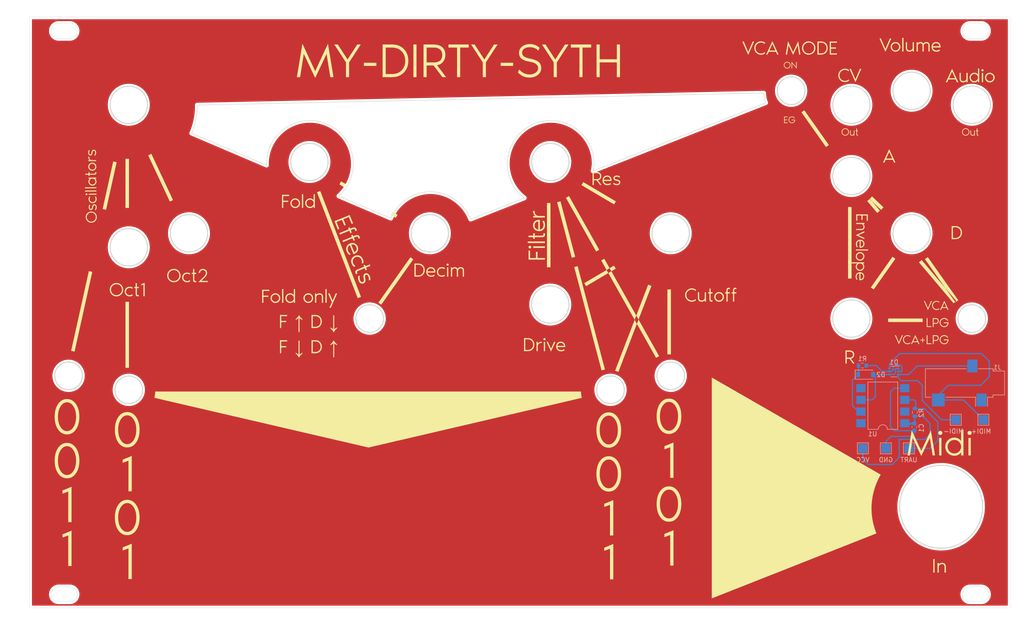
<source format=kicad_pcb>
(kicad_pcb (version 20211014) (generator pcbnew)
  (layers (0 "F.Cu" signal) (31 "B.Cu" signal) (34 "B.Paste" user) (35 "F.Paste" user) (36 "B.SilkS" user "B.Silkscreen") (37 "F.SilkS" user "F.Silkscreen") (38 "B.Mask" user) (39 "F.Mask" user) (44 "Edge.Cuts" user))
  (net 0 "")
  (net 1 "+3V3")
  (net 2 "GND")
  (net 6 "Net-(D1-Pad1)")
  (net 7 "Net-(D1-Pad2)")
  (net 8 "Net-(D1-Pad3)")
  (net 9 "Net-(D1-Pad6)")
  (net 10 "Net-(D2-Pad1)")
  (net 11 "/uart")
  (footprint "TestPoint:TestPoint_Pad_2.0x2.0mm" (layer "B.Cu") (at 223 118.8 180)
    (fp_text reference "J4")
    (fp_text value "VCC")
  )
  (footprint "Diode_SMD:D_SOD-123" (layer "B.Cu") (at 223.5758 102.7736)
    (fp_text reference "D2")
    (fp_text value "1N4148" hide)
  )
  (footprint "Connector_Audio:Jack_3.5mm_CUI_SJ-3523-SMT_Horizontal" (layer "B.Cu") (at 245.177086 104.589252 90)
    (fp_text reference "J1")
    (fp_text value "AudioJack3" hide)
  )
  (footprint "TestPoint:TestPoint_Pad_2.0x2.0mm" (layer "B.Cu") (at 233 118.8 180)
    (fp_text reference "J2")
    (fp_text value "UART")
  )
  (footprint "TestPoint:TestPoint_Pad_2.0x2.0mm" (layer "B.Cu") (at 243.177086 112.589252 180)
    (fp_text reference "J5" hide)
    (fp_text value "MIDI_DIN4")
  )
  (footprint "Package_DIP:SMDIP-8_W9.53mm" (layer "B.Cu") (at 227.335 109.53)
    (fp_text reference "U1")
    (fp_text value "6N137" hide)
  )
  (footprint "Resistor_SMD:R_0603_1608Metric" (layer "B.Cu") (at 234.275038 110.98 -90)
    (fp_text reference "R2")
    (fp_text value "10k")
  )
  (footprint "Resistor_SMD:R_0603_1608Metric" (layer "B.Cu") (at 222.9 100.8)
    (fp_text reference "R1")
    (fp_text value "220R" hide)
  )
  (footprint "TestPoint:TestPoint_Pad_2.0x2.0mm" (layer "B.Cu") (at 228 118.8 180)
    (fp_text reference "J3")
    (fp_text value "GND")
  )
  (footprint "Package_TO_SOT_SMD:SOT-363_SC-70-6" (layer "B.Cu") (at 229.7419 102.0919 180)
    (fp_text reference "D1")
    (fp_text value "BAT54XY" hide)
  )
  (footprint "TestPoint:TestPoint_Pad_2.0x2.0mm" (layer "B.Cu") (at 249.177086 112.589252 180)
    (fp_text reference "J6" hide)
    (fp_text value "MIDI_DIN5")
  )
  (footprint "Capacitor_SMD:C_0603_1608Metric" (layer "B.Cu") (at 234.175038 114.18 -90)
    (fp_text reference "C1")
    (fp_text value "100n")
  )
  (gr_poly (pts (xy 153.924733 74.162871) (xy 150.199414 74.163646) (xy 150.199345 73.824977) (xy 153.924672 73.824206)) (layer "F.SilkS") (width 0) (fill solid))
  (gr_poly (pts (xy 244.848302 120.345622) (xy 244.33936 120.345622) (xy 244.33936 119.669711) (xy 244.270277 119.759265) (xy 244.198212 119.843041) (xy 244.123165 119.92104) (xy 244.045135 119.993262) (xy 243.964123 120.059706) (xy 243.880129 120.120373) (xy 243.793153 120.175262) (xy 243.703194 120.224374) (xy 243.610254 120.267708) (xy 243.51433 120.305264) (xy 243.415425 120.337042) (xy 243.313537 120.363043) (xy 243.208667 120.383265) (xy 243.100815 120.39771) (xy 242.989981 120.406377) (xy 242.876164 120.409266) (xy 242.774712 120.407029) (xy 242.675123 120.40032) (xy 242.577398 120.389136) (xy 242.481537 120.373479) (xy 242.387541 120.353349) (xy 242.295408 120.328746) (xy 242.205139 120.299669) (xy 242.116734 120.26612) (xy 242.030193 120.228097) (xy 241.945516 120.1856) (xy 241.862703 120.138631) (xy 241.781754 120.087189) (xy 241.702669 120.031273) (xy 241.625448 119.970884) (xy 241.550091 119.906023) (xy 241.476598 119.836688) (xy 241.407265 119.763194) (xy 241.342406 119.687837) (xy 241.282019 119.610615) (xy 241.226104 119.531529) (xy 241.174663 119.450579) (xy 241.127694 119.367765) (xy 241.085198 119.283086) (xy 241.047175 119.196544) (xy 241.013625 119.108139) (xy 240.984548 119.017869) (xy 240.959945 118.925735) (xy 240.939815 118.831738) (xy 240.924157 118.735877) (xy 240.912974 118.638153) (xy 240.906264 118.538565) (xy 240.904027 118.437113) (xy 241.412984 118.437113) (xy 241.414661 118.511977) (xy 241.419693 118.585473) (xy 241.428079 118.657602) (xy 241.43982 118.728363) (xy 241.454916 118.797758) (xy 241.473366 118.865786) (xy 241.495171 118.932447) (xy 241.520331 118.99774) (xy 241.548846 119.061668) (xy 241.580715 119.124228) (xy 241.615939 119.185421) (xy 241.654518 119.245248) (xy 241.696451 119.303708) (xy 241.74174 119.360802) (xy 241.790383 119.416529) (xy 241.842381 119.470889) (xy 241.896743 119.52289) (xy 241.952471 119.571536) (xy 242.009566 119.616827) (xy 242.068028 119.658764) (xy 242.127856 119.697345) (xy 242.18905 119.732572) (xy 242.251611 119.764443) (xy 242.315539 119.79296) (xy 242.380834 119.818122) (xy 242.447495 119.839929) (xy 242.515523 119.858381) (xy 242.584917 119.873478) (xy 242.655679 119.88522) (xy 242.727807 119.893607) (xy 242.801302 119.898639) (xy 242.876164 119.900317) (xy 242.951026 119.898639) (xy 243.024521 119.893607) (xy 243.096649 119.88522) (xy 243.167411 119.873478) (xy 243.236805 119.858381) (xy 243.304833 119.839929) (xy 243.371495 119.818122) (xy 243.436789 119.79296) (xy 243.500717 119.764443) (xy 243.563278 119.732572) (xy 243.624473 119.697345) (xy 243.684301 119.658764) (xy 243.742762 119.616827) (xy 243.799857 119.571536) (xy 243.855585 119.52289) (xy 243.909947 119.470889) (xy 243.961948 119.416526) (xy 244.010594 119.360797) (xy 244.055884 119.303701) (xy 244.097819 119.24524) (xy 244.1364 119.185412) (xy 244.171625 119.124217) (xy 244.203495 119.061656) (xy 244.232011 118.997729) (xy 244.257171 118.932435) (xy 244.278977 118.865775) (xy 244.297427 118.797748) (xy 244.312523 118.728355) (xy 244.324264 118.657595) (xy 244.332651 118.585468) (xy 244.337683 118.511974) (xy 244.33936 118.437113) (xy 244.337683 118.36225) (xy 244.332651 118.288754) (xy 244.324264 118.216626) (xy 244.312523 118.145864) (xy 244.297427 118.076469) (xy 244.278977 118.008442) (xy 244.257171 117.941781) (xy 244.232011 117.876488) (xy 244.203495 117.812561) (xy 244.171625 117.750001) (xy 244.1364 117.688808) (xy 244.097819 117.628982) (xy 244.055884 117.570523) (xy 244.010594 117.51343) (xy 243.961948 117.457705) (xy 243.909947 117.403346) (xy 243.855585 117.351344) (xy 243.799857 117.302696) (xy 243.742762 117.257404) (xy 243.684301 117.215467) (xy 243.624473 117.176884) (xy 243.563278 117.141657) (xy 243.500717 117.109785) (xy 243.436789 117.081268) (xy 243.371495 117.056106) (xy 243.304833 117.034299) (xy 243.236805 117.015847) (xy 243.167411 117.000749) (xy 243.096649 116.989007) (xy 243.024521 116.98062) (xy 242.951026 116.975588) (xy 242.876164 116.97391) (xy 242.801302 116.975588) (xy 242.727807 116.98062) (xy 242.655679 116.989007) (xy 242.584917 117.000749) (xy 242.515523 117.015847) (xy 242.447495 117.034299) (xy 242.380834 117.056106) (xy 242.315539 117.081268) (xy 242.251611 117.109785) (xy 242.18905 117.141657) (xy 242.127856 117.176884) (xy 242.068028 117.215467) (xy 242.009566 117.257404) (xy 241.952471 117.302696) (xy 241.896743 117.351344) (xy 241.842381 117.403346) (xy 241.790383 117.457707) (xy 241.74174 117.513436) (xy 241.696451 117.57053) (xy 241.654518 117.628991) (xy 241.615939 117.688818) (xy 241.580715 117.750012) (xy 241.548846 117.812572) (xy 241.520331 117.876499) (xy 241.495171 117.941792) (xy 241.473366 118.008452) (xy 241.454916 118.076479) (xy 241.43982 118.145872) (xy 241.428079 118.216633) (xy 241.419693 118.288759) (xy 241.414661 118.362253) (xy 241.412984 118.437113) (xy 240.904027 118.437113) (xy 240.906264 118.335693) (xy 240.912974 118.236198) (xy 240.924157 118.138629) (xy 240.939815 118.042985) (xy 240.959945 117.949267) (xy 240.984548 117.857475) (xy 241.013625 117.767609) (xy 241.047175 117.679668) (xy 241.085198 117.593654) (xy 241.127694 117.509565) (xy 241.174663 117.427402) (xy 241.226104 117.347166) (xy 241.282019 117.268855) (xy 241.342406 117.192471) (xy 241.407265 117.118013) (xy 241.476598 117.045481) (xy 241.550091 116.975189) (xy 241.625448 116.909431) (xy 241.702669 116.848208) (xy 241.781754 116.791519) (xy 241.862703 116.739365) (xy 241.945516 116.691746) (xy 242.030193 116.648662) (xy 242.116734 116.610113) (xy 242.205139 116.576099) (xy 242.295408 116.54662) (xy 242.387541 116.521676) (xy 242.481537 116.501267) (xy 242.577398 116.485393) (xy 242.675123 116.474054) (xy 242.774712 116.467251) (xy 242.876164 116.464984) (xy 242.989981 116.467873) (xy 243.100815 116.47654) (xy 243.208667 116.490985) (xy 243.313537 116.511207) (xy 243.415425 116.537208) (xy 243.51433 116.568986) (xy 243.610254 116.606542) (xy 243.703194 116.649875) (xy 243.793153 116.698986) (xy 243.880129 116.753875) (xy 243.964123 116.814541) (xy 244.045135 116.880985) (xy 244.123165 116.953206) (xy 244.198212 117.031204) (xy 244.270277 117.114979) (xy 244.33936 117.204531) (xy 244.33936 114.747302) (xy 244.848302 114.747302)) (layer "F.SilkS") (width 0) (fill solid))
  (gr_poly (pts (xy 113.233237 76.82186) (xy 113.295818 76.825974) (xy 113.358154 76.833315) (xy 113.420247 76.843881) (xy 113.482095 76.857675) (xy 113.543698 76.874695) (xy 113.605058 76.894941) (xy 113.666173 76.918414) (xy 113.726425 76.945565) (xy 113.784696 76.975625) (xy 113.840985 77.008595) (xy 113.895293 77.044475) (xy 113.94762 77.083264) (xy 113.997965 77.124962) (xy 114.046328 77.169569) (xy 114.09271 77.217086) (xy 114.137111 77.267512) (xy 114.17953 77.320848) (xy 114.219967 77.377093) (xy 114.258423 77.436247) (xy 114.294897 77.49831) (xy 114.32939 77.563283) (xy 114.361901 77.631165) (xy 114.39243 77.701956) (xy 114.414996 77.759883) (xy 114.435133 77.817329) (xy 114.45284 77.874293) (xy 114.468117 77.930778) (xy 114.480965 77.986781) (xy 114.491384 78.042304) (xy 114.499373 78.097345) (xy 114.504932 78.151907) (xy 114.508062 78.205987) (xy 114.508763 78.259587) (xy 114.507034 78.312706) (xy 114.502876 78.365344) (xy 114.496288 78.417502) (xy 114.487271 78.469178) (xy 114.475825 78.520374) (xy 114.461949 78.57109) (xy 114.121777 78.550097) (xy 114.135125 78.50824) (xy 114.146318 78.465922) (xy 114.155359 78.423146) (xy 114.162247 78.37991) (xy 114.166981 78.336214) (xy 114.169562 78.292059) (xy 114.16999 78.247444) (xy 114.168264 78.202369) (xy 114.164386 78.156835) (xy 114.158354 78.110841) (xy 114.150169 78.064387) (xy 114.139831 78.017473) (xy 114.127339 77.9701) (xy 114.112695 77.922267) (xy 114.095898 77.873974) (xy 114.076947 77.825221) (xy 114.054413 77.773002) (xy 114.030367 77.722874) (xy 114.004809 77.674839) (xy 113.97774 77.628895) (xy 113.949158 77.585043) (xy 113.919065 77.543283) (xy 113.88746 77.503615) (xy 113.854343 77.466038) (xy 113.819715 77.430554) (xy 113.783574 77.397161) (xy 113.745922 77.36586) (xy 113.706758 77.33665) (xy 113.666082 77.309532) (xy 113.623895 77.284506) (xy 113.580196 77.261572) (xy 113.534985 77.240729) (xy 113.489204 77.222757) (xy 113.443295 77.207204) (xy 113.397259 77.194071) (xy 113.351096 77.183356) (xy 113.304805 77.175061) (xy 113.258387 77.169185) (xy 113.211841 77.165728) (xy 113.165169 77.16469) (xy 113.118368 77.166072) (xy 113.07144 77.169872) (xy 113.024385 77.176092) (xy 112.977203 77.18473) (xy 112.929893 77.195788) (xy 112.882455 77.209265) (xy 112.83489 77.225161) (xy 112.787198 77.243476) (xy 112.739741 77.264063) (xy 112.694109 77.286271) (xy 112.650301 77.310101) (xy 112.608318 77.335552) (xy 112.568158 77.362623) (xy 112.529822 77.391317) (xy 112.493311 77.421631) (xy 112.458624 77.453567) (xy 112.42576 77.487124) (xy 112.394721 77.522302) (xy 112.365505 77.559102) (xy 112.338113 77.597524) (xy 112.312546 77.637566) (xy 112.288802 77.679231) (xy 112.266881 77.722517) (xy 112.246785 77.767424) (xy 112.229484 77.813155) (xy 112.214721 77.859411) (xy 112.202495 77.906192) (xy 112.192806 77.9535) (xy 112.185655 78.001333) (xy 112.18104 78.049691) (xy 112.178964 78.098576) (xy 112.179424 78.147986) (xy 112.182422 78.197922) (xy 112.187957 78.248384) (xy 112.196029 78.299371) (xy 112.206639 78.350884) (xy 112.219785 78.402923) (xy 112.235469 78.455488) (xy 112.253691 78.508578) (xy 112.274449 78.562194) (xy 112.294464 78.608523) (xy 112.315955 78.65322) (xy 112.338923 78.696287) (xy 112.363368 78.737722) (xy 112.38929 78.777526) (xy 112.416689 78.815699) (xy 112.445564 78.85224) (xy 112.475917 78.887151) (xy 112.507746 78.92043) (xy 112.541052 78.952079) (xy 112.575834 78.982096) (xy 112.612094 79.010482) (xy 112.649831 79.037238) (xy 112.689044 79.062362) (xy 112.729734 79.085856) (xy 112.771901 79.107718) (xy 112.771893 79.107718) (xy 112.541875 79.35612) (xy 112.494771 79.332346) (xy 112.449123 79.306235) (xy 112.404932 79.277787) (xy 112.362198 79.247001) (xy 112.32092 79.213878) (xy 112.281098 79.178418) (xy 112.242732 79.14062) (xy 112.205823 79.100485) (xy 112.17037 79.058012) (xy 112.136373 79.013202) (xy 112.103832 78.966055) (xy 112.072748 78.91657) (xy 112.04312 78.864748) (xy 112.014947 78.810589) (xy 111.988231 78.754092) (xy 111.962971 78.695258) (xy 111.934924 78.622783) (xy 111.910361 78.551071) (xy 111.88928 78.480124) (xy 111.871684 78.409941) (xy 111.85757 78.340522) (xy 111.846941 78.271867) (xy 111.839795 78.203977) (xy 111.836133 78.13685) (xy 111.835954 78.070487) (xy 111.839259 78.004887) (xy 111.846048 77.940052) (xy 111.85632 77.875981) (xy 111.870077 77.812673) (xy 111.887317 77.75013) (xy 111.90804 77.68835) (xy 111.932248 77.627333) (xy 111.959413 77.567768) (xy 111.989013 77.510333) (xy 112.021047 77.45503) (xy 112.055516 77.401857) (xy 112.09242 77.350816) (xy 112.131757 77.301905) (xy 112.173529 77.255125) (xy 112.217736 77.210476) (xy 112.264377 77.167959) (xy 112.313452 77.127572) (xy 112.364962 77.089316) (xy 112.418906 77.053192) (xy 112.475284 77.019199) (xy 112.534096 76.987337) (xy 112.595343 76.957606) (xy 112.659024 76.930007) (xy 112.723802 76.905087) (xy 112.788335 76.883392) (xy 112.852625 76.864924) (xy 112.91667 76.849681) (xy 112.980472 76.837665) (xy 113.044029 76.828874) (xy 113.107343 76.82331) (xy 113.170412 76.820972)) (layer "F.SilkS") (width 0) (fill solid))
  (gr_poly (pts (xy 137.378888 31.669393) (xy 135.516217 31.669393) (xy 135.516217 38.104062) (xy 134.838887 38.104062) (xy 134.838887 31.669393) (xy 132.976216 31.669393) (xy 132.976216 30.992061) (xy 137.378888 30.992061)) (layer "F.SilkS") (width 0) (fill solid))
  (gr_poly (pts (xy 108.151074 92.923014) (xy 108.17973 92.896474) (xy 108.209888 92.870079) (xy 108.241547 92.843829) (xy 108.274709 92.817724) (xy 108.309372 92.791765) (xy 108.345538 92.765951) (xy 108.383205 92.740283) (xy 108.422374 92.71476) (xy 108.463044 92.689382) (xy 108.505217 92.664149) (xy 108.548891 92.639061) (xy 108.594068 92.614119) (xy 108.640746 92.589322) (xy 108.688926 92.564671) (xy 108.738608 92.540164) (xy 108.789792 92.515803) (xy 108.789792 92.674967) (xy 108.717608 92.740467) (xy 108.64988 92.803641) (xy 108.586608 92.864489) (xy 108.527794 92.923012) (xy 108.473436 92.97921) (xy 108.423536 93.033083) (xy 108.378094 93.084631) (xy 108.337109 93.133853) (xy 108.299741 93.182106) (xy 108.264116 93.230747) (xy 108.230236 93.279776) (xy 108.198099 93.329192) (xy 108.167706 93.378996) (xy 108.139058 93.429188) (xy 108.112154 93.479767) (xy 108.086995 93.530734) (xy 107.99191 93.530734) (xy 107.982035 93.508424) (xy 107.97153 93.485936) (xy 107.948631 93.440427) (xy 107.923213 93.394208) (xy 107.895275 93.347279) (xy 107.864818 93.29964) (xy 107.831841 93.251291) (xy 107.796344 93.202231) (xy 107.758328 93.152461) (xy 107.717312 93.101171) (xy 107.671772 93.047556) (xy 107.621711 92.991615) (xy 107.567128 92.93335) (xy 107.508023 92.87276) (xy 107.444396 92.809844) (xy 107.376248 92.744603) (xy 107.303578 92.677035) (xy 107.303578 92.519938) (xy 107.417266 92.577171) (xy 107.512352 92.626911) (xy 107.552918 92.64897) (xy 107.588833 92.669156) (xy 107.620097 92.687468) (xy 107.64671 92.703906) (xy 107.67258 92.720895) (xy 107.701616 92.740856) (xy 107.733817 92.763788) (xy 107.769183 92.789691) (xy 107.807714 92.818565) (xy 107.84941 92.85041) (xy 107.894271 92.885227) (xy 107.942296 92.923014) (xy 107.942296 89.87617) (xy 108.151074 89.87617)) (layer "F.SilkS") (width 0) (fill solid))
  (gr_poly (pts (xy 56.505471 63.655059) (xy 54.819972 63.672881) (xy 54.817598 63.448149) (xy 56.503097 63.430327)) (layer "F.SilkS") (width 0) (fill solid))
  (gr_poly (pts (xy 79.672607 79.780639) (xy 79.720712 79.783466) (xy 79.767726 79.788179) (xy 79.813648 79.794777) (xy 79.858479 79.80326) (xy 79.902218 79.813628) (xy 79.944866 79.825881) (xy 79.986422 79.84002) (xy 80.026887 79.856043) (xy 80.066261 79.873952) (xy 80.104542 79.893746) (xy 80.141733 79.915425) (xy 80.177832 79.93899) (xy 80.212839 79.96444) (xy 80.246755 79.991774) (xy 80.27958 80.020995) (xy 80.31085 80.051769) (xy 80.340103 80.083767) (xy 80.367338 80.116989) (xy 80.392555 80.151434) (xy 80.415756 80.187103) (xy 80.436938 80.223996) (xy 80.456104 80.262112) (xy 80.473252 80.301452) (xy 80.488382 80.342016) (xy 80.501495 80.383803) (xy 80.512591 80.426814) (xy 80.521669 80.471049) (xy 80.52873 80.516507) (xy 80.533773 80.563189) (xy 80.536799 80.611095) (xy 80.537808 80.660224) (xy 80.537263 80.699581) (xy 80.535625 80.738277) (xy 80.532897 80.776311) (xy 80.529077 80.813684) (xy 80.524166 80.850395) (xy 80.518163 80.886445) (xy 80.511069 80.921833) (xy 80.502884 80.956559) (xy 80.493607 80.990624) (xy 80.48324 81.024027) (xy 80.47178 81.056768) (xy 80.45923 81.088848) (xy 80.445588 81.120266) (xy 80.430854 81.151023) (xy 80.41503 81.181118) (xy 80.398114 81.210551) (xy 80.379906 81.239491) (xy 80.360211 81.269159) (xy 80.339027 81.299554) (xy 80.316355 81.330676) (xy 80.292195 81.362526) (xy 80.266547 81.395103) (xy 80.239411 81.428407) (xy 80.210786 81.462439) (xy 80.149072 81.532685) (xy 80.081406 81.605841) (xy 80.007786 81.681907) (xy 79.928212 81.760882) (xy 79.276272 82.387419) (xy 80.673272 82.387419) (xy 80.673272 82.658351) (xy 78.641274 82.658351) (xy 79.784276 81.532279) (xy 79.842716 81.473409) (xy 79.897386 81.415333) (xy 79.948285 81.358051) (xy 79.995414 81.301562) (xy 80.038773 81.245867) (xy 80.078361 81.190967) (xy 80.114179 81.136859) (xy 80.146227 81.083546) (xy 80.174504 81.031026) (xy 80.199011 80.9793) (xy 80.219748 80.928368) (xy 80.236715 80.878229) (xy 80.249911 80.828884) (xy 80.259336 80.780333) (xy 80.264992 80.732575) (xy 80.266877 80.68561) (xy 80.266182 80.650073) (xy 80.264099 80.615429) (xy 80.260626 80.581678) (xy 80.255765 80.548819) (xy 80.249514 80.516854) (xy 80.241874 80.485782) (xy 80.232845 80.455603) (xy 80.222428 80.426317) (xy 80.210621 80.397924) (xy 80.197425 80.370424) (xy 80.18284 80.343818) (xy 80.166865 80.318104) (xy 80.149502 80.293283) (xy 80.13075 80.269356) (xy 80.110608 80.246322) (xy 80.089078 80.224181) (xy 80.066423 80.203162) (xy 80.042909 80.1835) (xy 80.018534 80.165194) (xy 79.9933 80.148244) (xy 79.967206 80.132649) (xy 79.940252 80.118411) (xy 79.912438 80.105529) (xy 79.883763 80.094003) (xy 79.85423 80.083834) (xy 79.823836 80.07502) (xy 79.792582 80.067562) (xy 79.760469 80.06146) (xy 79.727496 80.056714) (xy 79.693663 80.053324) (xy 79.65897 80.05129) (xy 79.623418 80.050612) (xy 79.5874 80.05134) (xy 79.552375 80.053523) (xy 79.518342 80.057161) (xy 79.485302 80.062254) (xy 79.453254 80.068803) (xy 79.422198 80.076807) (xy 79.392135 80.086266) (xy 79.363064 80.09718) (xy 79.334985 80.10955) (xy 79.307899 80.123374) (xy 79.281805 80.138654) (xy 79.256703 80.155389) (xy 79.232593 80.173579) (xy 79.209476 80.193224) (xy 79.187351 80.214325) (xy 79.166218 80.23688) (xy 79.14664 80.260063) (xy 79.128119 80.284106) (xy 79.110656 80.30901) (xy 79.094252 80.334773) (xy 79.078906 80.361397) (xy 79.064618 80.38888) (xy 79.051388 80.417224) (xy 79.039217 80.446428) (xy 79.028104 80.476491) (xy 79.01805 80.507415) (xy 79.009054 80.539198) (xy 79.001116 80.571841) (xy 78.994237 80.605344) (xy 78.988416 80.639707) (xy 78.983654 80.67493) (xy 78.979951 80.711013) (xy 78.709012 80.660231) (xy 78.713047 80.615137) (xy 78.718802 80.570869) (xy 78.726276 80.527428) (xy 78.73547 80.484813) (xy 78.746385 80.443026) (xy 78.759018 80.402065) (xy 78.773372 80.361932) (xy 78.789446 80.322624) (xy 78.807239 80.284144) (xy 78.826752 80.246491) (xy 78.847984 80.209664) (xy 78.870937 80.173664) (xy 78.895609 80.138491) (xy 78.922001 80.104145) (xy 78.950112 80.070625) (xy 78.979943 80.037932) (xy 79.011231 80.006662) (xy 79.043709 79.977409) (xy 79.077378 79.950174) (xy 79.112237 79.924956) (xy 79.148287 79.901755) (xy 79.185527 79.880571) (xy 79.223958 79.861405) (xy 79.263579 79.844257) (xy 79.304391 79.829125) (xy 79.346394 79.816012) (xy 79.389587 79.804915) (xy 79.43397 79.795837) (xy 79.479544 79.788775) (xy 79.526309 79.783731) (xy 79.574264 79.780705) (xy 79.62341 79.779696)) (layer "F.SilkS") (width 0) (fill solid))
  (gr_poly (pts (xy 207.614895 46.647824) (xy 207.64054 46.649089) (xy 207.665822 46.651197) (xy 207.690741 46.654149) (xy 207.715297 46.657944) (xy 207.739489 46.662582) (xy 207.763317 46.668064) (xy 207.786782 46.674389) (xy 207.809883 46.681557) (xy 207.83262 46.689569) (xy 207.854994 46.698424) (xy 207.877003 46.708122) (xy 207.898649 46.718664) (xy 207.91993 46.73005) (xy 207.940847 46.742279) (xy 207.9614 46.755351) (xy 207.9815 46.768885) (xy 208.001055 46.783032) (xy 208.020064 46.79779) (xy 208.038527 46.813161) (xy 208.056445 46.829143) (xy 208.073817 46.845737) (xy 208.090643 46.862943) (xy 208.106923 46.880761) (xy 208.122657 46.899191) (xy 208.137846 46.918233) (xy 208.152489 46.937887) (xy 208.166587 46.958152) (xy 208.180138 46.97903) (xy 208.193144 47.00052) (xy 208.205604 47.022621) (xy 208.217519 47.045335) (xy 208.07993 47.08344) (xy 208.070967 47.066466) (xy 208.061541 47.049938) (xy 208.051653 47.033856) (xy 208.041303 47.018221) (xy 208.030489 47.003032) (xy 208.019213 46.98829) (xy 208.007474 46.973994) (xy 207.995272 46.960144) (xy 207.982608 46.946741) (xy 207.96948 46.933784) (xy 207.955889 46.921274) (xy 207.941835 46.90921) (xy 207.927318 46.897593) (xy 207.912337 46.886422) (xy 207.896893 46.875698) (xy 207.880986 46.86542) (xy 207.864712 46.855424) (xy 207.848174 46.846072) (xy 207.831371 46.837365) (xy 207.814304 46.829304) (xy 207.796973 46.821887) (xy 207.779377 46.815115) (xy 207.761518 46.808988) (xy 207.743394 46.803506) (xy 207.725005 46.798669) (xy 207.706353 46.794477) (xy 207.687436 46.79093) (xy 207.668255 46.788028) (xy 207.648809 46.78577) (xy 207.629099 46.784158) (xy 207.609125 46.783191) (xy 207.588887 46.782868) (xy 207.558472 46.783546) (xy 207.528621 46.78558) (xy 207.499332 46.78897) (xy 207.470606 46.793716) (xy 207.442443 46.799818) (xy 207.414842 46.807276) (xy 207.387804 46.816089) (xy 207.361329 46.826259) (xy 207.335416 46.837785) (xy 207.310066 46.850667) (xy 207.285278 46.864905) (xy 207.261052 46.880499) (xy 207.237389 46.89745) (xy 207.214289 46.915756) (xy 207.19175 46.935418) (xy 207.169774 46.956437) (xy 207.148756 46.978414) (xy 207.129095 47.000954) (xy 207.11079 47.024055) (xy 207.09384 47.047719) (xy 207.078246 47.071945) (xy 207.064008 47.096733) (xy 207.051125 47.122083) (xy 207.039599 47.147996) (xy 207.029429 47.174471) (xy 207.020615 47.201508) (xy 207.013156 47.229107) (xy 207.007054 47.257269) (xy 207.002308 47.285993) (xy 206.998917 47.31528) (xy 206.996883 47.345129) (xy 206.996205 47.37554) (xy 206.996883 47.405952) (xy 206.998917 47.4358) (xy 207.002308 47.465087) (xy 207.007054 47.493811) (xy 207.013156 47.521973) (xy 207.020615 47.549572) (xy 207.029429 47.576609) (xy 207.039599 47.603084) (xy 207.051125 47.628996) (xy 207.064008 47.654347) (xy 207.078246 47.679135) (xy 207.09384 47.703361) (xy 207.11079 47.727025) (xy 207.129095 47.750127) (xy 207.148756 47.772667) (xy 207.169774 47.794644) (xy 207.19175 47.815663) (xy 207.214289 47.835325) (xy 207.237389 47.853631) (xy 207.261052 47.870581) (xy 207.285278 47.886176) (xy 207.310066 47.900414) (xy 207.335416 47.913296) (xy 207.361329 47.924822) (xy 207.387804 47.934991) (xy 207.414842 47.943805) (xy 207.442443 47.951263) (xy 207.470606 47.957365) (xy 207.499332 47.962111) (xy 207.528621 47.965501) (xy 207.558472 47.967535) (xy 207.588887 47.968213) (xy 207.615613 47.967675) (xy 207.641828 47.966063) (xy 207.667531 47.963376) (xy 207.692721 47.959613) (xy 207.7174 47.954776) (xy 207.741567 47.948864) (xy 207.765221 47.941878) (xy 207.788363 47.933816) (xy 207.810993 47.92468) (xy 207.833111 47.914469) (xy 207.854716 47.903183) (xy 207.875808 47.890822) (xy 207.896388 47.877387) (xy 207.916456 47.862876) (xy 207.93601 47.847292) (xy 207.955052 47.830632) (xy 207.97363 47.812879) (xy 207.991265 47.794548) (xy 208.007959 47.775637) (xy 208.02371 47.756149) (xy 208.038519 47.736082) (xy 208.052385 47.715436) (xy 208.065309 47.694211) (xy 208.07729 47.672408) (xy 208.088329 47.650027) (xy 208.098425 47.627066) (xy 208.107577 47.603527) (xy 208.115787 47.579409) (xy 208.123054 47.554712) (xy 208.129378 47.529436) (xy 208.134758 47.503582) (xy 208.139195 47.477149) (xy 207.538075 47.477149) (xy 207.538075 47.341683) (xy 208.283131 47.341683) (xy 208.283131 47.375548) (xy 208.282354 47.413285) (xy 208.280023 47.450293) (xy 208.276137 47.486574) (xy 208.270697 47.522128) (xy 208.263703 47.556954) (xy 208.255154 47.591052) (xy 208.245051 47.624423) (xy 208.233393 47.657066) (xy 208.220182 47.688981) (xy 208.205415 47.720169) (xy 208.189094 47.750629) (xy 208.171219 47.780361) (xy 208.151789 47.809366) (xy 208.130805 47.837643) (xy 208.108266 47.865192) (xy 208.084172 47.892014) (xy 208.05917 47.917645) (xy 208.033374 47.941622) (xy 208.006784 47.963946) (xy 207.979399 47.984616) (xy 207.951221 48.003633) (xy 207.922249 48.020996) (xy 207.892483 48.036705) (xy 207.861924 48.050761) (xy 207.830571 48.063163) (xy 207.798424 48.073911) (xy 207.765484 48.083006) (xy 207.731751 48.090448) (xy 207.697225 48.096235) (xy 207.661905 48.100369) (xy 207.625792 48.10285) (xy 207.588887 48.103677) (xy 207.551652 48.102841) (xy 207.515095 48.100336) (xy 207.479217 48.096161) (xy 207.444017 48.090315) (xy 207.409495 48.082799) (xy 207.375651 48.073612) (xy 207.342485 48.062756) (xy 207.309998 48.050229) (xy 207.27819 48.036032) (xy 207.247059 48.020165) (xy 207.216608 48.002628) (xy 207.186835 47.98342) (xy 207.15774 47.962543) (xy 207.129324 47.939995) (xy 207.101587 47.915777) (xy 207.074528 47.88989) (xy 207.048641 47.862828) (xy 207.024424 47.835088) (xy 207.001877 47.80667) (xy 206.980999 47.777574) (xy 206.961792 47.7478) (xy 206.944254 47.717348) (xy 206.928386 47.686218) (xy 206.914189 47.65441) (xy 206.901662 47.621924) (xy 206.890805 47.58876) (xy 206.881618 47.554918) (xy 206.874101 47.520399) (xy 206.868254 47.485201) (xy 206.864078 47.449325) (xy 206.861573 47.412772) (xy 206.860737 47.37554) (xy 206.861573 47.338309) (xy 206.864078 47.301755) (xy 206.868254 47.265879) (xy 206.874101 47.230682) (xy 206.881618 47.196162) (xy 206.890805 47.16232) (xy 206.901662 47.129156) (xy 206.914189 47.09667) (xy 206.928386 47.064862) (xy 206.944254 47.033732) (xy 206.961792 47.00328) (xy 206.980999 46.973506) (xy 207.001877 46.94441) (xy 207.024424 46.915992) (xy 207.048641 46.888252) (xy 207.074528 46.86119) (xy 207.101587 46.835302) (xy 207.129324 46.811084) (xy 207.15774 46.788537) (xy 207.186835 46.767659) (xy 207.216608 46.748452) (xy 207.247059 46.730915) (xy 207.27819 46.715048) (xy 207.309998 46.700851) (xy 207.342485 46.688324) (xy 207.375651 46.677467) (xy 207.409495 46.668281) (xy 207.444017 46.660765) (xy 207.479217 46.654919) (xy 207.515095 46.650743) (xy 207.551652 46.648238) (xy 207.588887 46.647402)) (layer "F.SilkS") (width 0) (fill solid))
  (gr_poly (pts (xy 153.254834 95.916629) (xy 153.226888 95.910245) (xy 153.19914 95.904854) (xy 153.171591 95.900456) (xy 153.14424 95.897049) (xy 153.117087 95.894635) (xy 153.090133 95.893213) (xy 153.063377 95.892783) (xy 153.036819 95.893346) (xy 153.01046 95.8949) (xy 152.984299 95.897447) (xy 152.958337 95.900986) (xy 152.932573 95.905518) (xy 152.907008 95.911041) (xy 152.88164 95.917557) (xy 152.856472 95.925066) (xy 152.831502 95.933566) (xy 152.805888 95.943057) (xy 152.780902 95.953541) (xy 152.756545 95.965017) (xy 152.732815 95.977485) (xy 152.709714 95.990946) (xy 152.687241 96.005399) (xy 152.665396 96.020844) (xy 152.64418 96.037281) (xy 152.623592 96.05471) (xy 152.603632 96.073132) (xy 152.5843 96.092545) (xy 152.565597 96.112951) (xy 152.547522 96.134349) (xy 152.530076 96.156738) (xy 152.513257 96.18012) (xy 152.497067 96.204493) (xy 152.4822 96.229744) (xy 152.468292 96.255756) (xy 152.455344 96.282529) (xy 152.443354 96.310062) (xy 152.432324 96.338356) (xy 152.422253 96.367411) (xy 152.413141 96.397226) (xy 152.404988 96.427802) (xy 152.397794 96.459138) (xy 152.39156 96.491236) (xy 152.386284 96.524094) (xy 152.381968 96.557712) (xy 152.378611 96.592092) (xy 152.376213 96.627232) (xy 152.374775 96.663132) (xy 152.374295 96.699794) (xy 152.374295 97.673457) (xy 152.103368 97.673457) (xy 152.103368 95.641459) (xy 152.374295 95.641459) (xy 152.374303 96.077502) (xy 152.387548 96.050861) (xy 152.401886 96.024915) (xy 152.417314 95.999663) (xy 152.433835 95.975106) (xy 152.451446 95.951244) (xy 152.470149 95.928075) (xy 152.489943 95.905602) (xy 152.510829 95.883823) (xy 152.532806 95.862739) (xy 152.555874 95.842349) (xy 152.580033 95.822654) (xy 152.605284 95.803654) (xy 152.631626 95.785348) (xy 152.659059 95.767737) (xy 152.687583 95.750821) (xy 152.717198 95.734599) (xy 152.748073 95.719221) (xy 152.779312 95.704834) (xy 152.810914 95.69144) (xy 152.84288 95.679038) (xy 152.875209 95.667628) (xy 152.907903 95.65721) (xy 152.94096 95.647784) (xy 152.97438 95.639351) (xy 153.008164 95.631909) (xy 153.042312 95.62546) (xy 153.076824 95.620003) (xy 153.111698 95.615538) (xy 153.146937 95.612065) (xy 153.182539 95.609584) (xy 153.218505 95.608096) (xy 153.254834 95.6076)) (layer "F.SilkS") (width 0) (fill solid))
  (gr_poly (pts (xy 173.907161 91.726739) (xy 169.884144 102.194445) (xy 169.167905 101.919528) (xy 173.418766 90.85899)) (layer "F.SilkS") (width 0) (fill solid))
  (gr_poly (pts (xy 193.855658 83.877798) (xy 193.872063 83.878492) (xy 193.888467 83.87965) (xy 193.904871 83.88127) (xy 193.921275 83.883354) (xy 193.937679 83.885901) (xy 193.954083 83.88891) (xy 193.970486 83.892383) (xy 193.98689 83.896319) (xy 194.003294 83.900717) (xy 194.019698 83.905579) (xy 194.036102 83.910903) (xy 194.052506 83.916691) (xy 194.06891 83.922941) (xy 194.085315 83.929655) (xy 194.10172 83.936831) (xy 194.10172 84.199302) (xy 194.088953 84.19315) (xy 194.076055 84.187395) (xy 194.063024 84.182038) (xy 194.049861 84.177077) (xy 194.036565 84.172513) (xy 194.023137 84.168346) (xy 194.009577 84.164576) (xy 193.995885 84.161203) (xy 193.98206 84.158227) (xy 193.968103 84.155647) (xy 193.954013 84.153465) (xy 193.939792 84.151679) (xy 193.925437 84.150291) (xy 193.910951 84.149299) (xy 193.896332 84.148703) (xy 193.881581 84.148505) (xy 193.864947 84.148836) (xy 193.848908 84.149828) (xy 193.833464 84.151481) (xy 193.818616 84.153796) (xy 193.804362 84.156772) (xy 193.790704 84.16041) (xy 193.77764 84.164709) (xy 193.765172 84.16967) (xy 193.753299 84.175292) (xy 193.74202 84.181576) (xy 193.731337 84.188521) (xy 193.721249 84.196128) (xy 193.711757 84.204397) (xy 193.702859 84.213327) (xy 193.694556 84.222919) (xy 193.686848 84.233172) (xy 193.679673 84.244236) (xy 193.67296 84.256259) (xy 193.666709 84.26924) (xy 193.660922 84.28318) (xy 193.655598 84.29808) (xy 193.650736 84.313938) (xy 193.646337 84.330755) (xy 193.642401 84.348531) (xy 193.638929 84.367267) (xy 193.635919 84.386961) (xy 193.633372 84.407615) (xy 193.631288 84.429228) (xy 193.629667 84.4518) (xy 193.628509 84.475331) (xy 193.627815 84.499821) (xy 193.627583 84.525271) (xy 193.627583 84.85971) (xy 194.10172 84.85971) (xy 194.10172 85.130637) (xy 193.627583 85.130637) (xy 193.627583 86.891707) (xy 193.356663 86.891707) (xy 193.356663 85.130637) (xy 193.085728 85.130637) (xy 193.085713 84.85969) (xy 193.356648 84.85969) (xy 193.356648 84.648028) (xy 193.358368 84.549932) (xy 193.360517 84.503513) (xy 193.363526 84.458848) (xy 193.367395 84.415936) (xy 193.372124 84.374776) (xy 193.377713 84.335369) (xy 193.384162 84.297716) (xy 193.39147 84.261815) (xy 193.399639 84.227668) (xy 193.408667 84.195273) (xy 193.418556 84.164632) (xy 193.429304 84.135743) (xy 193.440913 84.108608) (xy 193.453381 84.083225) (xy 193.46671 84.059596) (xy 193.473738 84.048397) (xy 193.481064 84.037554) (xy 193.488688 84.027066) (xy 193.496609 84.016934) (xy 193.504828 84.007157) (xy 193.513345 83.997736) (xy 193.522159 83.98867) (xy 193.531271 83.97996) (xy 193.540681 83.971605) (xy 193.550388 83.963605) (xy 193.560394 83.955962) (xy 193.570696 83.948673) (xy 193.581297 83.94174) (xy 193.592195 83.935163) (xy 193.603391 83.928941) (xy 193.614884 83.923075) (xy 193.626675 83.917564) (xy 193.638764 83.912409) (xy 193.65115 83.907609) (xy 193.663834 83.903165) (xy 193.676816 83.899076) (xy 193.690095 83.895343) (xy 193.703671 83.891966) (xy 193.717546 83.888944) (xy 193.731718 83.886277) (xy 193.746187 83.883966) (xy 193.776019 83.88041) (xy 193.807041 83.878277) (xy 193.839253 83.877566)) (layer "F.SilkS") (width 0) (fill solid))
  (gr_poly (pts (xy 238.788479 94.209119) (xy 238.832232 94.211002) (xy 238.874551 94.21414) (xy 238.915435 94.218534) (xy 238.954886 94.224183) (xy 238.992901 94.231088) (xy 239.029483 94.239248) (xy 239.064629 94.248663) (xy 239.098342 94.259333) (xy 239.130619 94.271258) (xy 239.161463 94.284438) (xy 239.190872 94.298874) (xy 239.218847 94.314565) (xy 239.245387 94.33151) (xy 239.270492 94.349711) (xy 239.294164 94.369166) (xy 239.3164 94.389732) (xy 239.337202 94.411262) (xy 239.356569 94.433756) (xy 239.374501 94.457214) (xy 239.390999 94.481636) (xy 239.406062 94.507021) (xy 239.41969 94.53337) (xy 239.431884 94.560683) (xy 239.442643 94.58896) (xy 239.451967 94.6182) (xy 239.459857 94.648405) (xy 239.466312 94.679573) (xy 239.471333 94.711705) (xy 239.474919 94.744801) (xy 239.477071 94.77886) (xy 239.477788 94.813884) (xy 239.477115 94.84828) (xy 239.475098 94.881891) (xy 239.471735 94.914719) (xy 239.467028 94.946761) (xy 239.460975 94.978019) (xy 239.453578 95.008492) (xy 239.444836 95.038181) (xy 239.434748 95.067085) (xy 239.423316 95.095205) (xy 239.41054 95.12254) (xy 239.396418 95.14909) (xy 239.380951 95.174856) (xy 239.36414 95.199838) (xy 239.345984 95.224035) (xy 239.326483 95.247447) (xy 239.305638 95.270076) (xy 239.283627 95.291618) (xy 239.260629 95.31177) (xy 239.236645 95.330533) (xy 239.211674 95.347905) (xy 239.185717 95.363888) (xy 239.158773 95.378481) (xy 239.130844 95.391684) (xy 239.101928 95.403497) (xy 239.072025 95.413921) (xy 239.041137 95.422954) (xy 239.009263 95.430598) (xy 238.976402 95.436852) (xy 238.942556 95.441716) (xy 238.907724 95.445191) (xy 238.871906 95.447275) (xy 238.835103 95.44797) (xy 238.376027 95.44797) (xy 238.376027 96.136554) (xy 238.192403 96.136554) (xy 238.192403 95.264346) (xy 238.376027 95.264346) (xy 238.835103 95.264338) (xy 238.860263 95.263935) (xy 238.884819 95.262724) (xy 238.908769 95.260707) (xy 238.932114 95.257883) (xy 238.954855 95.254251) (xy 238.97699 95.249813) (xy 238.998519 95.244568) (xy 239.019444 95.238516) (xy 239.039764 95.231657) (xy 239.059478 95.223991) (xy 239.078588 95.215518) (xy 239.097092 95.206238) (xy 239.114992 95.196152) (xy 239.132286 95.185259) (xy 239.148975 95.173558) (xy 239.165059 95.161052) (xy 239.180694 95.147321) (xy 239.195319 95.132672) (xy 239.208936 95.117104) (xy 239.221544 95.100618) (xy 239.233144 95.083212) (xy 239.243734 95.064888) (xy 239.253316 95.045645) (xy 239.261889 95.025483) (xy 239.269454 95.004402) (xy 239.27601 94.982402) (xy 239.281557 94.959483) (xy 239.286095 94.935645) (xy 239.289625 94.910888) (xy 239.292147 94.885212) (xy 239.293659 94.858617) (xy 239.294164 94.831103) (xy 239.293637 94.803588) (xy 239.292056 94.776991) (xy 239.289422 94.751314) (xy 239.285735 94.726557) (xy 239.280994 94.702718) (xy 239.275199 94.679798) (xy 239.268351 94.657798) (xy 239.260449 94.636717) (xy 239.251494 94.616554) (xy 239.241485 94.597311) (xy 239.230422 94.578986) (xy 239.218306 94.561581) (xy 239.205137 94.545094) (xy 239.190913 94.529526) (xy 239.175637 94.514877) (xy 239.159306 94.501147) (xy 239.142183 94.487945) (xy 239.124521 94.475594) (xy 239.10632 94.464095) (xy 239.087581 94.453448) (xy 239.068304 94.443653) (xy 239.048489 94.434709) (xy 239.028136 94.426618) (xy 239.007245 94.419378) (xy 238.985816 94.41299) (xy 238.963849 94.407454) (xy 238.941344 94.402769) (xy 238.918302 94.398937) (xy 238.894723 94.395956) (xy 238.870606 94.393826) (xy 238.845951 94.392549) (xy 238.820759 94.392123) (xy 238.376027 94.392123) (xy 238.376027 95.264346) (xy 238.192403 95.264346) (xy 238.192403 94.208491) (xy 238.743291 94.208491)) (layer "F.SilkS") (width 0) (fill solid))
  (gr_poly (pts (xy 157.433585 95.608723) (xy 157.483706 95.612047) (xy 157.53267 95.617587) (xy 157.580476 95.625342) (xy 157.627125 95.635314) (xy 157.672616 95.647501) (xy 157.71695 95.661904) (xy 157.760127 95.678523) (xy 157.802146 95.697358) (xy 157.843007 95.718408) (xy 157.882712 95.741675) (xy 157.921258 95.767157) (xy 157.958647 95.794856) (xy 157.994879 95.82477) (xy 158.029953 95.8569) (xy 158.06387 95.891246) (xy 158.096679 95.926949) (xy 158.127371 95.964206) (xy 158.155946 96.003017) (xy 158.182404 96.043382) (xy 158.206745 96.085302) (xy 158.22897 96.128776) (xy 158.249078 96.173805) (xy 158.267069 96.220387) (xy 158.282943 96.268524) (xy 158.2967 96.318216) (xy 158.308341 96.369462) (xy 158.317866 96.422263) (xy 158.325273 96.476618) (xy 158.330565 96.532528) (xy 158.333739 96.589993) (xy 158.334798 96.649012) (xy 158.334805 96.648997) (xy 158.334607 96.667914) (xy 158.334012 96.686566) (xy 158.333019 96.704955) (xy 158.331631 96.72308) (xy 158.329845 96.74094) (xy 158.327663 96.758535) (xy 158.325085 96.775867) (xy 158.32211 96.792933) (xy 156.649937 96.792933) (xy 156.654385 96.828488) (xy 156.660321 96.863182) (xy 156.667746 96.897016) (xy 156.676659 96.929991) (xy 156.687061 96.962105) (xy 156.698951 96.993359) (xy 156.712329 97.023753) (xy 156.727196 97.053287) (xy 156.743551 97.081961) (xy 156.761394 97.109775) (xy 156.780725 97.13673) (xy 156.801546 97.162824) (xy 156.823854 97.188058) (xy 156.84765 97.212432) (xy 156.872935 97.235947) (xy 156.899708 97.258601) (xy 156.927638 97.280132) (xy 156.956394 97.300274) (xy 156.985977 97.319027) (xy 157.016387 97.336391) (xy 157.047624 97.352365) (xy 157.079687 97.366951) (xy 157.112578 97.380147) (xy 157.146295 97.391954) (xy 157.18084 97.402372) (xy 157.216211 97.411401) (xy 157.252409 97.419041) (xy 157.289435 97.425292) (xy 157.327287 97.430153) (xy 157.365966 97.433626) (xy 157.405472 97.43571) (xy 157.445805 97.436404) (xy 157.491511 97.435544) (xy 157.536556 97.432964) (xy 157.58094 97.428665) (xy 157.624662 97.422645) (xy 157.667723 97.414906) (xy 157.710122 97.405447) (xy 157.75186 97.394268) (xy 157.792937 97.381369) (xy 157.833352 97.366751) (xy 157.873106 97.350412) (xy 157.912198 97.332354) (xy 157.950629 97.312576) (xy 157.988398 97.291078) (xy 158.025506 97.26786) (xy 158.061952 97.242923) (xy 158.097737 97.216265) (xy 158.199345 97.461802) (xy 158.162137 97.491536) (xy 158.12354 97.519351) (xy 158.083554 97.545248) (xy 158.042179 97.569227) (xy 157.999416 97.591287) (xy 157.955263 97.611429) (xy 157.909721 97.629652) (xy 157.862791 97.645957) (xy 157.814471 97.660343) (xy 157.764763 97.672812) (xy 157.713666 97.683362) (xy 157.661179 97.691994) (xy 157.607304 97.698707) (xy 157.55204 97.703503) (xy 157.495387 97.70638) (xy 157.437344 97.707339) (xy 157.37725 97.706165) (xy 157.318677 97.702643) (xy 157.261625 97.696772) (xy 157.206095 97.688554) (xy 157.152086 97.677987) (xy 157.099599 97.665072) (xy 157.048633 97.649809) (xy 156.999188 97.632198) (xy 156.951265 97.612239) (xy 156.904863 97.589932) (xy 156.859983 97.565276) (xy 156.816623 97.538273) (xy 156.774785 97.508921) (xy 156.734468 97.477222) (xy 156.695673 97.443175) (xy 156.658398 97.406779) (xy 156.623541 97.368133) (xy 156.590933 97.328396) (xy 156.560573 97.287567) (xy 156.532462 97.245646) (xy 156.5066 97.202635) (xy 156.482987 97.158532) (xy 156.461622 97.113337) (xy 156.442507 97.067052) (xy 156.42564 97.019675) (xy 156.411022 96.971206) (xy 156.398653 96.921647) (xy 156.388533 96.870996) (xy 156.380662 96.819254) (xy 156.375039 96.766421) (xy 156.371666 96.712496) (xy 156.370541 96.657481) (xy 156.371616 96.601472) (xy 156.37484 96.546686) (xy 156.377317 96.521998) (xy 156.649937 96.521998) (xy 158.059636 96.521998) (xy 158.057421 96.491487) (xy 158.053949 96.46134) (xy 158.049221 96.431557) (xy 158.043235 96.402138) (xy 158.035993 96.373084) (xy 158.027494 96.344393) (xy 158.017738 96.316066) (xy 158.006725 96.288103) (xy 157.994456 96.260504) (xy 157.980929 96.233269) (xy 157.966146 96.206398) (xy 157.950106 96.179891) (xy 157.93281 96.153748) (xy 157.914256 96.127969) (xy 157.894446 96.102553) (xy 157.873379 96.077502) (xy 157.851072 96.053407) (xy 157.827541 96.030867) (xy 157.802786 96.009881) (xy 157.776807 95.99045) (xy 157.749605 95.972573) (xy 157.721178 95.956251) (xy 157.691528 95.941483) (xy 157.660654 95.92827) (xy 157.628556 95.916612) (xy 157.595235 95.906508) (xy 157.56069 95.897958) (xy 157.524921 95.890963) (xy 157.487928 95.885522) (xy 157.449713 95.881636) (xy 157.410273 95.879305) (xy 157.369611 95.878527) (xy 157.328385 95.879305) (xy 157.288318 95.881636) (xy 157.249408 95.885522) (xy 157.211655 95.890963) (xy 157.17506 95.897958) (xy 157.139622 95.906508) (xy 157.105342 95.916612) (xy 157.07222 95.92827) (xy 157.040255 95.941483) (xy 157.009447 95.956251) (xy 156.979797 95.972573) (xy 156.951305 95.99045) (xy 156.92397 96.009881) (xy 156.897793 96.030867) (xy 156.872774 96.053407) (xy 156.848912 96.077502) (xy 156.826306 96.102555) (xy 156.805055 96.127971) (xy 156.785161 96.153751) (xy 156.766623 96.179895) (xy 156.749441 96.206403) (xy 156.733615 96.233274) (xy 156.719145 96.26051) (xy 156.706032 96.288109) (xy 156.694274 96.316071) (xy 156.683872 96.344398) (xy 156.674826 96.373088) (xy 156.667137 96.402143) (xy 156.660803 96.431561) (xy 156.655825 96.461343) (xy 156.652203 96.491488) (xy 156.649937 96.521998) (xy 156.377317 96.521998) (xy 156.380214 96.493125) (xy 156.387738 96.440787) (xy 156.397411 96.389673) (xy 156.409234 96.339782) (xy 156.423207 96.291115) (xy 156.43933 96.243672) (xy 156.457602 96.197453) (xy 156.478025 96.152457) (xy 156.500597 96.108684) (xy 156.52532 96.066135) (xy 156.552192 96.02481) (xy 156.581215 95.984708) (xy 156.612388 95.94583) (xy 156.645711 95.908175) (xy 156.681329 95.87178) (xy 156.718336 95.837732) (xy 156.756732 95.806033) (xy 156.796518 95.776681) (xy 156.837693 95.749678) (xy 156.880257 95.725023) (xy 156.924211 95.702715) (xy 156.969554 95.682756) (xy 157.016286 95.665145) (xy 157.064407 95.649882) (xy 157.113917 95.636967) (xy 157.164817 95.626401) (xy 157.217105 95.618182) (xy 157.270783 95.612312) (xy 157.32585 95.608789) (xy 157.382306 95.607615)) (layer "F.SilkS") (width 0) (fill solid))
  (gr_poly (pts (xy 206.674489 46.799817) (xy 206.03101 46.799817) (xy 206.03101 47.30782) (xy 206.57288 47.30782) (xy 206.57288 47.443284) (xy 206.03101 47.443284) (xy 206.03101 47.951287) (xy 206.674489 47.951287) (xy 206.674489 48.086753) (xy 205.895543 48.086753) (xy 205.895543 46.664351) (xy 206.674489 46.664351)) (layer "F.SilkS") (width 0) (fill solid))
  (gr_poly (pts (xy 65.289323 83.695552) (xy 65.695721 83.695552) (xy 65.695721 83.966483) (xy 65.289323 83.966483) (xy 65.289323 85.084082) (xy 65.289637 85.119685) (xy 65.290579 85.153468) (xy 65.29215 85.185433) (xy 65.29435 85.215579) (xy 65.297178 85.243906) (xy 65.300634 85.270414) (xy 65.304718 85.295103) (xy 65.309431 85.317973) (xy 65.314773 85.339025) (xy 65.320742 85.358257) (xy 65.327341 85.37567) (xy 65.334567 85.391263) (xy 65.342422 85.405038) (xy 65.350906 85.416994) (xy 65.360017 85.42713) (xy 65.369757 85.435447) (xy 65.387402 85.447387) (xy 65.40541 85.457805) (xy 65.423782 85.466702) (xy 65.442518 85.474078) (xy 65.461617 85.479932) (xy 65.481081 85.484265) (xy 65.500908 85.487076) (xy 65.521099 85.488366) (xy 65.541653 85.488135) (xy 65.562572 85.486382) (xy 65.583854 85.483108) (xy 65.6055 85.478312) (xy 65.627509 85.471996) (xy 65.649883 85.464158) (xy 65.67262 85.454799) (xy 65.695721 85.443919) (xy 65.695721 85.719088) (xy 65.681914 85.724214) (xy 65.668007 85.729009) (xy 65.654001 85.733473) (xy 65.639895 85.737607) (xy 65.625691 85.74141) (xy 65.611387 85.744882) (xy 65.596983 85.748024) (xy 65.582481 85.750836) (xy 65.567879 85.753316) (xy 65.553178 85.755466) (xy 65.538378 85.757285) (xy 65.523478 85.758774) (xy 65.50848 85.759931) (xy 65.493381 85.760758) (xy 65.478184 85.761255) (xy 65.462888 85.76142) (xy 65.440431 85.76104) (xy 65.41857 85.759899) (xy 65.397304 85.757997) (xy 65.376634 85.755334) (xy 65.356558 85.751911) (xy 65.337078 85.747727) (xy 65.318193 85.742782) (xy 65.299904 85.737077) (xy 65.28221 85.730611) (xy 65.265111 85.723385) (xy 65.248608 85.715397) (xy 65.2327 85.70665) (xy 65.217387 85.697142) (xy 65.20267 85.686873) (xy 65.188548 85.675843) (xy 65.175021 85.664054) (xy 65.162602 85.651204) (xy 65.150746 85.638057) (xy 65.139451 85.624613) (xy 65.128719 85.610871) (xy 65.118549 85.596831) (xy 65.108942 85.582494) (xy 65.099896 85.567859) (xy 65.091413 85.552927) (xy 65.083492 85.537698) (xy 65.076133 85.52217) (xy 65.069336 85.506345) (xy 65.063102 85.490222) (xy 65.05743 85.473802) (xy 65.05232 85.457084) (xy 65.047773 85.440068) (xy 65.043788 85.422755) (xy 65.037835 85.386572) (xy 65.032676 85.347875) (xy 65.028311 85.306667) (xy 65.024739 85.262945) (xy 65.021961 85.21671) (xy 65.019977 85.167962) (xy 65.018786 85.116701) (xy 65.01839 85.062926) (xy 65.01839 83.966483) (xy 64.747456 83.966483) (xy 64.747456 83.695552) (xy 65.01839 83.695552) (xy 65.01839 82.882754) (xy 65.289323 82.882754)) (layer "F.SilkS") (width 0) (fill solid))
  (gr_poly (pts (xy 150.177205 94.828662) (xy 150.261739 94.830233) (xy 150.343892 94.834946) (xy 150.423664 94.8428) (xy 150.501054 94.853797) (xy 150.576063 94.867936) (xy 150.648691 94.885217) (xy 150.718938 94.905639) (xy 150.786803 94.929204) (xy 150.852287 94.95591) (xy 150.91539 94.985759) (xy 150.976111 95.018749) (xy 151.034452 95.054881) (xy 151.090411 95.094156) (xy 151.143988 95.136572) (xy 151.195185 95.18213) (xy 151.244 95.23083) (xy 151.29065 95.281944) (xy 151.334291 95.334745) (xy 151.374921 95.389233) (xy 151.412542 95.445407) (xy 151.447153 95.503268) (xy 151.478754 95.562815) (xy 151.507345 95.624049) (xy 151.532926 95.68697) (xy 151.555498 95.751577) (xy 151.57506 95.817871) (xy 151.591613 95.885852) (xy 151.605155 95.955519) (xy 151.615688 96.026873) (xy 151.623212 96.099914) (xy 151.627727 96.174641) (xy 151.629231 96.251055) (xy 151.62771 96.326975) (xy 151.623146 96.401274) (xy 151.61554 96.473952) (xy 151.604891 96.54501) (xy 151.591199 96.614447) (xy 151.574465 96.682263) (xy 151.554688 96.748459) (xy 151.531869 96.813034) (xy 151.506007 96.875988) (xy 151.477101 96.937322) (xy 151.445154 96.997035) (xy 151.410164 97.055127) (xy 151.37213 97.111599) (xy 151.331054 97.166449) (xy 151.286935 97.219679) (xy 151.239773 97.271289) (xy 151.189982 97.319989) (xy 151.137975 97.365546) (xy 151.083752 97.407962) (xy 151.027313 97.447236) (xy 150.968658 97.483368) (xy 150.907787 97.516358) (xy 150.8447 97.546205) (xy 150.779397 97.572911) (xy 150.711878 97.596475) (xy 150.642144 97.616897) (xy 150.570193 97.634177) (xy 150.496027 97.648315) (xy 150.419645 97.659311) (xy 150.341047 97.667166) (xy 150.260234 97.671878) (xy 150.177205 97.673449) (xy 149.394032 97.673449) (xy 149.394032 97.402537) (xy 149.664975 97.402537) (xy 150.202611 97.402529) (xy 150.267912 97.401273) (xy 150.331526 97.397502) (xy 150.393454 97.391218) (xy 150.453695 97.382421) (xy 150.51225 97.37111) (xy 150.569119 97.357285) (xy 150.624301 97.340947) (xy 150.677796 97.322096) (xy 150.729605 97.30073) (xy 150.779727 97.276852) (xy 150.828163 97.25046) (xy 150.874912 97.221554) (xy 150.919974 97.190135) (xy 150.96335 97.156203) (xy 151.005039 97.119757) (xy 151.045041 97.080798) (xy 151.082976 97.039853) (xy 151.118463 96.997453) (xy 151.151503 96.953598) (xy 151.182095 96.908288) (xy 151.21024 96.861523) (xy 151.235938 96.813303) (xy 151.259188 96.763627) (xy 151.27999 96.712497) (xy 151.298345 96.659911) (xy 151.314252 96.60587) (xy 151.327713 96.550373) (xy 151.338726 96.493422) (xy 151.347291 96.435015) (xy 151.353409 96.375153) (xy 151.35708 96.313836) (xy 151.358304 96.251063) (xy 151.35708 96.188292) (xy 151.353409 96.126975) (xy 151.347291 96.067114) (xy 151.338726 96.008708) (xy 151.327713 95.951756) (xy 151.314252 95.89626) (xy 151.298345 95.842219) (xy 151.27999 95.789634) (xy 151.259188 95.738503) (xy 151.235938 95.688828) (xy 151.21024 95.640607) (xy 151.182095 95.593843) (xy 151.151503 95.548533) (xy 151.118463 95.504679) (xy 151.082976 95.46228) (xy 151.045041 95.421336) (xy 151.005039 95.382377) (xy 150.96335 95.345931) (xy 150.919974 95.311998) (xy 150.874912 95.28058) (xy 150.828163 95.251674) (xy 150.779727 95.225282) (xy 150.729605 95.201403) (xy 150.677796 95.180038) (xy 150.624301 95.161187) (xy 150.569119 95.144848) (xy 150.51225 95.131024) (xy 150.453695 95.119713) (xy 150.393454 95.110915) (xy 150.331526 95.104632) (xy 150.267912 95.100861) (xy 150.202611 95.099604) (xy 149.664975 95.099604) (xy 149.664975 97.402537) (xy 149.394032 97.402537) (xy 149.394032 94.828646)) (layer "F.SilkS") (width 0) (fill solid))
  (gr_poly (pts (xy 160.502286 77.172202) (xy 159.760213 77.368056) (xy 156.570744 65.291274) (xy 157.312817 65.09542)) (layer "F.SilkS") (width 0) (fill solid))
  (gr_poly (pts (xy 243.722005 86.602114) (xy 243.095174 87.044467) (xy 243.052185 86.983534) (xy 243.297749 86.776267) (xy 240.913897 83.95268) (xy 236.474385 77.660025) (xy 237.101735 77.217677)) (layer "F.SilkS") (width 0) (fill solid))
  (gr_poly (pts (xy 230.147317 30.464166) (xy 230.200282 30.467787) (xy 230.252222 30.473823) (xy 230.303137 30.482274) (xy 230.353027 30.493138) (xy 230.401892 30.506417) (xy 230.449732 30.52211) (xy 230.496546 30.540218) (xy 230.542336 30.56074) (xy 230.5871 30.583676) (xy 230.63084 30.609026) (xy 230.673554 30.636791) (xy 230.715242 30.66697) (xy 230.755906 30.699563) (xy 230.795544 30.73457) (xy 230.834157 30.771992) (xy 230.871579 30.810605) (xy 230.906587 30.850243) (xy 230.939181 30.890906) (xy 230.96936 30.932594) (xy 230.997125 30.975308) (xy 231.022476 31.019046) (xy 231.045412 31.06381) (xy 231.065934 31.109599) (xy 231.084042 31.156414) (xy 231.099735 31.204253) (xy 231.113014 31.253118) (xy 231.123878 31.303008) (xy 231.132329 31.353924) (xy 231.138364 31.405865) (xy 231.141986 31.45883) (xy 231.143193 31.512822) (xy 231.141986 31.56683) (xy 231.138364 31.619846) (xy 231.132329 31.67187) (xy 231.123878 31.722902) (xy 231.113014 31.772941) (xy 231.099735 31.821989) (xy 231.084042 31.870044) (xy 231.065934 31.917107) (xy 231.045412 31.963178) (xy 231.022476 32.008257) (xy 230.997125 32.052343) (xy 230.96936 32.095438) (xy 230.939181 32.137539) (xy 230.906587 32.178649) (xy 230.871579 32.218766) (xy 230.834157 32.257891) (xy 230.795544 32.294801) (xy 230.755906 32.329329) (xy 230.715243 32.361476) (xy 230.673556 32.391242) (xy 230.630843 32.418626) (xy 230.587104 32.44363) (xy 230.542341 32.466252) (xy 230.496552 32.486493) (xy 230.449738 32.504352) (xy 230.401899 32.51983) (xy 230.353034 32.532927) (xy 230.303144 32.543643) (xy 230.252228 32.551978) (xy 230.200287 32.557931) (xy 230.14732 32.561503) (xy 230.093327 32.562693) (xy 230.039321 32.561503) (xy 229.986305 32.557931) (xy 229.934281 32.551978) (xy 229.883249 32.543643) (xy 229.833209 32.532927) (xy 229.784161 32.51983) (xy 229.736104 32.504352) (xy 229.68904 32.486493) (xy 229.642968 32.466252) (xy 229.597888 32.44363) (xy 229.553801 32.418626) (xy 229.510706 32.391242) (xy 229.468605 32.361476) (xy 229.427495 32.329329) (xy 229.387379 32.294801) (xy 229.348256 32.257891) (xy 229.311346 32.218766) (xy 229.276818 32.178649) (xy 229.24467 32.137539) (xy 229.214904 32.095438) (xy 229.187519 32.052343) (xy 229.162515 32.008257) (xy 229.139892 31.963178) (xy 229.119651 31.917107) (xy 229.10179 31.870044) (xy 229.086311 31.821989) (xy 229.073214 31.772941) (xy 229.062498 31.722902) (xy 229.054163 31.67187) (xy 229.048209 31.619846) (xy 229.044637 31.56683) (xy 229.043447 31.51283) (xy 229.314397 31.51283) (xy 229.315289 31.552188) (xy 229.317968 31.590884) (xy 229.322432 31.628918) (xy 229.328682 31.666291) (xy 229.336718 31.703002) (xy 229.34654 31.739052) (xy 229.358147 31.77444) (xy 229.371541 31.809166) (xy 229.38672 31.843231) (xy 229.403686 31.876634) (xy 229.422437 31.909376) (xy 229.442975 31.941456) (xy 229.465299 31.972874) (xy 229.489409 32.003631) (xy 229.515306 32.033726) (xy 229.542989 32.06316) (xy 229.572422 32.090843) (xy 229.602517 32.116739) (xy 229.633274 32.14085) (xy 229.664693 32.163175) (xy 229.696774 32.183714) (xy 229.729516 32.202466) (xy 229.76292 32.219433) (xy 229.796986 32.234614) (xy 229.831714 32.248008) (xy 229.867103 32.259617) (xy 229.903153 32.269439) (xy 229.939865 32.277476) (xy 229.977239 32.283727) (xy 230.015274 32.288192) (xy 230.05397 32.290871) (xy 230.093327 32.291764) (xy 230.132665 32.290871) (xy 230.17131 32.288192) (xy 230.209259 32.283727) (xy 230.246515 32.277476) (xy 230.283076 32.269439) (xy 230.318942 32.259617) (xy 230.354115 32.248008) (xy 230.388592 32.234614) (xy 230.422376 32.219433) (xy 230.455464 32.202466) (xy 230.487859 32.183714) (xy 230.519558 32.163175) (xy 230.550563 32.14085) (xy 230.580873 32.116739) (xy 230.610488 32.090843) (xy 230.639409 32.06316) (xy 230.667604 32.033725) (xy 230.693981 32.003628) (xy 230.718538 31.97287) (xy 230.741276 31.941451) (xy 230.762195 31.909371) (xy 230.781294 31.876628) (xy 230.798575 31.843225) (xy 230.814036 31.80916) (xy 230.827678 31.774434) (xy 230.839502 31.739046) (xy 230.849506 31.702997) (xy 230.857691 31.666286) (xy 230.864058 31.628914) (xy 230.868605 31.590881) (xy 230.871333 31.552186) (xy 230.872243 31.51283) (xy 230.871333 31.473489) (xy 230.868605 31.434843) (xy 230.864058 31.396891) (xy 230.857691 31.359634) (xy 230.849506 31.323072) (xy 230.839502 31.287204) (xy 230.827678 31.252031) (xy 230.814036 31.217553) (xy 230.798575 31.183769) (xy 230.781294 31.15068) (xy 230.762195 31.118285) (xy 230.741276 31.086585) (xy 230.718538 31.05558) (xy 230.693981 31.025269) (xy 230.667604 30.995653) (xy 230.639409 30.966731) (xy 230.610488 30.938536) (xy 230.580873 30.912161) (xy 230.550563 30.887604) (xy 230.519558 30.864866) (xy 230.487859 30.843947) (xy 230.455464 30.824848) (xy 230.422376 30.807567) (xy 230.388592 30.792105) (xy 230.354115 30.778463) (xy 230.318942 30.766639) (xy 230.283076 30.756634) (xy 230.246515 30.748449) (xy 230.209259 30.742082) (xy 230.17131 30.737535) (xy 230.132665 30.734806) (xy 230.093327 30.733897) (xy 230.05397 30.734806) (xy 230.015274 30.737535) (xy 229.977239 30.742082) (xy 229.939865 30.748449) (xy 229.903153 30.756634) (xy 229.867103 30.766639) (xy 229.831714 30.778463) (xy 229.796986 30.792105) (xy 229.76292 30.807567) (xy 229.729516 30.824848) (xy 229.696774 30.843947) (xy 229.664693 30.864866) (xy 229.633274 30.887604) (xy 229.602517 30.912161) (xy 229.572422 30.938536) (xy 229.542989 30.966731) (xy 229.515306 30.995654) (xy 229.489409 31.025272) (xy 229.465299 31.055584) (xy 229.442975 31.08659) (xy 229.422437 31.118291) (xy 229.403686 31.150686) (xy 229.38672 31.183775) (xy 229.371541 31.217559) (xy 229.358147 31.252037) (xy 229.34654 31.28721) (xy 229.336718 31.323077) (xy 229.328682 31.359639) (xy 229.322432 31.396895) (xy 229.317968 31.434845) (xy 229.315289 31.47349) (xy 229.314397 31.51283) (xy 229.043447 31.51283) (xy 229.043446 31.512822) (xy 229.044637 31.45883) (xy 229.048209 31.405864) (xy 229.054163 31.353923) (xy 229.062498 31.303007) (xy 229.073214 31.253117) (xy 229.086311 31.204251) (xy 229.10179 31.156411) (xy 229.119651 31.109596) (xy 229.139892 31.063807) (xy 229.162515 31.019043) (xy 229.187519 30.975304) (xy 229.214904 30.932591) (xy 229.24467 30.890903) (xy 229.276818 30.85024) (xy 229.311346 30.810603) (xy 229.348256 30.771992) (xy 229.387379 30.73457) (xy 229.427495 30.699563) (xy 229.468605 30.66697) (xy 229.510706 30.636791) (xy 229.553801 30.609026) (xy 229.597888 30.583676) (xy 229.642968 30.56074) (xy 229.68904 30.540218) (xy 229.736104 30.52211) (xy 229.784161 30.506417) (xy 229.833209 30.493138) (xy 229.883249 30.482274) (xy 229.934281 30.473823) (xy 229.986305 30.467787) (xy 230.039321 30.464166) (xy 230.093327 30.462959)) (layer "F.SilkS") (width 0) (fill solid))
  (gr_poly (pts (xy 167.944027 120.516208) (xy 168.087021 120.528914) (xy 168.226609 120.55009) (xy 168.362792 120.579737) (xy 168.495569 120.617854) (xy 168.624941 120.664441) (xy 168.750907 120.7195) (xy 168.873467 120.783028) (xy 168.992622 120.855028) (xy 169.108371 120.935498) (xy 169.220714 121.024438) (xy 169.329651 121.121849) (xy 169.435183 121.227731) (xy 169.537309 121.342084) (xy 169.636029 121.464908) (xy 169.731343 121.596202) (xy 169.82203 121.732733) (xy 169.906867 121.874068) (xy 169.985853 122.020206) (xy 170.058987 122.171146) (xy 170.126272 122.326889) (xy 170.187705 122.487435) (xy 170.243287 122.652784) (xy 170.293019 122.822936) (xy 170.3369 122.997891) (xy 170.37493 123.177648) (xy 170.40711 123.362209) (xy 170.433438 123.551573) (xy 170.453916 123.74574) (xy 170.468543 123.944709) (xy 170.477319 124.148482) (xy 170.480244 124.357058) (xy 170.477319 124.565678) (xy 170.468543 124.769582) (xy 170.453916 124.968771) (xy 170.433438 125.163244) (xy 170.40711 125.353002) (xy 170.37493 125.538044) (xy 170.3369 125.718371) (xy 170.293019 125.893982) (xy 170.243287 126.064877) (xy 170.187705 126.231057) (xy 170.126272 126.392521) (xy 170.058987 126.54927) (xy 169.985853 126.701302) (xy 169.906867 126.84862) (xy 169.82203 126.991221) (xy 169.731343 127.129107) (xy 169.636029 127.259048) (xy 169.537309 127.380604) (xy 169.435183 127.493778) (xy 169.329651 127.598568) (xy 169.220714 127.694975) (xy 169.108371 127.782999) (xy 168.992622 127.86264) (xy 168.873467 127.933897) (xy 168.750907 127.996771) (xy 168.624941 128.051261) (xy 168.495569 128.097369) (xy 168.362792 128.135093) (xy 168.226609 128.164434) (xy 168.087021 128.185392) (xy 167.944027 128.197967) (xy 167.797627 128.202159) (xy 167.649874 128.197967) (xy 167.505613 128.185392) (xy 167.364845 128.164434) (xy 167.22757 128.135093) (xy 167.093788 128.097369) (xy 166.963499 128.051261) (xy 166.836702 127.996771) (xy 166.713399 127.933897) (xy 166.593588 127.86264) (xy 166.477271 127.782999) (xy 166.364446 127.694975) (xy 166.255115 127.598568) (xy 166.149276 127.493778) (xy 166.046931 127.380604) (xy 165.948078 127.259048) (xy 165.852719 127.129107) (xy 165.763386 126.991221) (xy 165.679816 126.84862) (xy 165.60201 126.701302) (xy 165.529967 126.54927) (xy 165.463688 126.392521) (xy 165.403172 126.231057) (xy 165.34842 126.064877) (xy 165.299431 125.893982) (xy 165.256205 125.718371) (xy 165.218743 125.538044) (xy 165.187044 125.353002) (xy 165.161109 125.163244) (xy 165.140938 124.968771) (xy 165.126529 124.769582) (xy 165.117884 124.565678) (xy 165.115002 124.357058) (xy 165.115003 124.357051) (xy 165.830373 124.357051) (xy 165.832599 124.525632) (xy 165.83928 124.690458) (xy 165.850413 124.851529) (xy 165.866001 125.008846) (xy 165.886042 125.162407) (xy 165.910536 125.312214) (xy 165.939484 125.458265) (xy 165.972886 125.600562) (xy 166.010741 125.739103) (xy 166.053049 125.87389) (xy 166.099812 126.004921) (xy 166.151027 126.132197) (xy 166.206697 126.255717) (xy 166.266819 126.375483) (xy 166.331396 126.491493) (xy 166.400426 126.603747) (xy 166.472687 126.710676) (xy 166.546956 126.810707) (xy 166.623234 126.903839) (xy 166.70152 126.990072) (xy 166.781815 127.069407) (xy 166.864118 127.141844) (xy 166.94843 127.207381) (xy 167.034751 127.26602) (xy 167.12308 127.317761) (xy 167.167998 127.341044) (xy 167.213418 127.362603) (xy 167.25934 127.382437) (xy 167.305764 127.400546) (xy 167.352691 127.416931) (xy 167.400119 127.431591) (xy 167.44805 127.444526) (xy 167.496483 127.455736) (xy 167.545418 127.465222) (xy 167.594856 127.472983) (xy 167.644795 127.47902) (xy 167.695237 127.483331) (xy 167.797627 127.486781) (xy 167.900016 127.483331) (xy 168.000396 127.472983) (xy 168.098767 127.455736) (xy 168.19513 127.431591) (xy 168.289484 127.400546) (xy 168.381829 127.362603) (xy 168.472166 127.317761) (xy 168.560495 127.26602) (xy 168.646815 127.207381) (xy 168.731128 127.141844) (xy 168.813431 127.069407) (xy 168.893727 126.990072) (xy 168.972014 126.903839) (xy 169.048294 126.810707) (xy 169.122565 126.710676) (xy 169.194829 126.603747) (xy 169.263859 126.491493) (xy 169.328435 126.375483) (xy 169.388558 126.255717) (xy 169.444227 126.132197) (xy 169.495443 126.004921) (xy 169.542205 125.87389) (xy 169.584514 125.739103) (xy 169.622369 125.600562) (xy 169.65577 125.458265) (xy 169.684718 125.312214) (xy 169.709213 125.162407) (xy 169.729253 125.008846) (xy 169.744841 124.851529) (xy 169.755975 124.690458) (xy 169.762655 124.525632) (xy 169.764882 124.357051) (xy 169.762655 124.188471) (xy 169.755975 124.023646) (xy 169.744841 123.862576) (xy 169.729253 123.70526) (xy 169.709213 123.551699) (xy 169.684718 123.401893) (xy 169.65577 123.255842) (xy 169.622369 123.113545) (xy 169.584514 122.975004) (xy 169.542205 122.840217) (xy 169.495443 122.709186) (xy 169.444227 122.581909) (xy 169.388558 122.458388) (xy 169.328435 122.338621) (xy 169.263859 122.22261) (xy 169.194829 122.110354) (xy 169.122565 122.003425) (xy 169.048294 121.903395) (xy 168.972014 121.810263) (xy 168.893727 121.72403) (xy 168.813431 121.644696) (xy 168.731128 121.57226) (xy 168.646815 121.506723) (xy 168.560495 121.448085) (xy 168.472166 121.396345) (xy 168.427249 121.373062) (xy 168.381829 121.351504) (xy 168.335908 121.33167) (xy 168.289484 121.313561) (xy 168.242558 121.297177) (xy 168.19513 121.282517) (xy 168.1472 121.269582) (xy 168.098767 121.258372) (xy 168.049833 121.248886) (xy 168.000396 121.241125) (xy 167.950457 121.235089) (xy 167.900016 121.230777) (xy 167.797627 121.227328) (xy 167.695237 121.230777) (xy 167.594856 121.241125) (xy 167.496483 121.258372) (xy 167.400119 121.282517) (xy 167.305764 121.313561) (xy 167.213418 121.351504) (xy 167.12308 121.396345) (xy 167.034751 121.448085) (xy 166.94843 121.506723) (xy 166.864118 121.57226) (xy 166.781815 121.644696) (xy 166.70152 121.72403) (xy 166.623234 121.810263) (xy 166.546956 121.903395) (xy 166.472687 122.003425) (xy 166.400426 122.110354) (xy 166.331396 122.22261) (xy 166.266819 122.338621) (xy 166.206697 122.458388) (xy 166.151027 122.581909) (xy 166.099812 122.709186) (xy 166.053049 122.840217) (xy 166.010741 122.975004) (xy 165.972886 123.113545) (xy 165.939484 123.255842) (xy 165.910536 123.401893) (xy 165.886042 123.551699) (xy 165.866001 123.70526) (xy 165.850413 123.862576) (xy 165.83928 124.023646) (xy 165.832599 124.188471) (xy 165.830373 124.357051) (xy 165.115003 124.357051) (xy 165.117884 124.148482) (xy 165.126529 123.944709) (xy 165.140938 123.74574) (xy 165.161109 123.551573) (xy 165.187044 123.362209) (xy 165.218743 123.177648) (xy 165.256205 122.997891) (xy 165.299431 122.822936) (xy 165.34842 122.652784) (xy 165.403172 122.487435) (xy 165.463688 122.326889) (xy 165.529967 122.171146) (xy 165.60201 122.020206) (xy 165.679816 121.874068) (xy 165.763386 121.732733) (xy 165.852719 121.596202) (xy 165.948078 121.464908) (xy 166.046931 121.342084) (xy 166.149276 121.227731) (xy 166.255115 121.121849) (xy 166.364446 121.024438) (xy 166.477271 120.935498) (xy 166.593588 120.855028) (xy 166.713399 120.783028) (xy 166.836702 120.7195) (xy 166.963499 120.664441) (xy 167.093788 120.617854) (xy 167.22757 120.579737) (xy 167.364845 120.55009) (xy 167.505613 120.528914) (xy 167.649874 120.516208) (xy 167.797627 120.511973)) (layer "F.SilkS") (width 0) (fill solid))
  (gr_poly (pts (xy 167.979767 79.630972) (xy 167.319401 80.022024) (xy 166.157239 77.957167) (xy 166.825932 77.580962)) (layer "F.SilkS") (width 0) (fill solid))
  (gr_poly (pts (xy 56.082166 65.739202) (xy 56.106987 65.740915) (xy 56.131383 65.74395) (xy 56.155354 65.748306) (xy 56.1789 65.753983) (xy 56.202021 65.760981) (xy 56.224717 65.769301) (xy 56.246988 65.778943) (xy 56.268834 65.789906) (xy 56.290255 65.80219) (xy 56.311251 65.815796) (xy 56.331821 65.830723) (xy 56.351967 65.846972) (xy 56.371688 65.864542) (xy 56.390983 65.883434) (xy 56.409854 65.903647) (xy 56.427936 65.924569) (xy 56.444876 65.946463) (xy 56.460675 65.969329) (xy 56.475331 65.993168) (xy 56.488845 66.017979) (xy 56.501217 66.043762) (xy 56.512447 66.070518) (xy 56.522534 66.098245) (xy 56.53148 66.126945) (xy 56.539284 66.156618) (xy 56.545945 66.187263) (xy 56.551465 66.21888) (xy 56.555842 66.251469) (xy 56.559077 66.285031) (xy 56.56117 66.319565) (xy 56.562121 66.355071) (xy 56.562101 66.383015) (xy 56.561447 66.410664) (xy 56.560159 66.438018) (xy 56.558236 66.465076) (xy 56.55568 66.49184) (xy 56.55249 66.518309) (xy 56.548665 66.544482) (xy 56.544206 66.57036) (xy 56.539113 66.595944) (xy 56.533387 66.621232) (xy 56.527025 66.646225) (xy 56.52003 66.670923) (xy 56.5124 66.695326) (xy 56.504136 66.719434) (xy 56.495238 66.743247) (xy 56.485705 66.766764) (xy 56.466044 66.811749) (xy 56.446456 66.853221) (xy 56.426939 66.89118) (xy 56.407494 66.925627) (xy 56.397799 66.941533) (xy 56.388121 66.956561) (xy 56.378462 66.970711) (xy 56.36882 66.983982) (xy 56.359196 66.996375) (xy 56.349591 67.00789) (xy 56.340003 67.018527) (xy 56.330434 67.028285) (xy 56.125738 66.932112) (xy 56.137757 66.920737) (xy 56.149468 66.908817) (xy 56.160872 66.89635) (xy 56.171969 66.883339) (xy 56.182759 66.869781) (xy 56.193241 66.855678) (xy 56.203416 66.841029) (xy 56.213283 66.825836) (xy 56.222843 66.810096) (xy 56.232095 66.793811) (xy 56.24104 66.77698) (xy 56.249677 66.759604) (xy 56.258006 66.741683) (xy 56.266027 66.723216) (xy 56.273741 66.704203) (xy 56.281147 66.684645) (xy 56.293946 66.644178) (xy 56.305099 66.603838) (xy 56.314605 66.563625) (xy 56.322465 66.523539) (xy 56.32868 66.48358) (xy 56.33325 66.443748) (xy 56.336176 66.404044) (xy 56.337458 66.364466) (xy 56.337411 66.344439) (xy 56.336819 66.324746) (xy 56.335682 66.305388) (xy 56.334 66.286365) (xy 56.331773 66.267677) (xy 56.329 66.249324) (xy 56.325683 66.231306) (xy 56.32182 66.213622) (xy 56.317412 66.196274) (xy 56.312459 66.179261) (xy 56.30696 66.162582) (xy 56.300916 66.146239) (xy 56.294327 66.130231) (xy 56.287193 66.114558) (xy 56.279513 66.099219) (xy 56.271288 66.084216) (xy 56.262118 66.069429) (xy 56.252493 66.055606) (xy 56.242411 66.042749) (xy 56.237199 66.036683) (xy 56.231873 66.030858) (xy 56.226433 66.025274) (xy 56.220879 66.019931) (xy 56.215211 66.014829) (xy 56.209429 66.009969) (xy 56.203533 66.005351) (xy 56.197523 66.000973) (xy 56.191399 65.996837) (xy 56.185161 65.992942) (xy 56.178808 65.989288) (xy 56.172342 65.985875) (xy 56.165762 65.982704) (xy 56.159067 65.979774) (xy 56.152259 65.977085) (xy 56.145336 65.974638) (xy 56.1383 65.972432) (xy 56.131149 65.970467) (xy 56.123885 65.968743) (xy 56.116506 65.96726) (xy 56.109013 65.966019) (xy 56.101406 65.965019) (xy 56.093685 65.96426) (xy 56.08585 65.963743) (xy 56.077901 65.963466) (xy 56.069838 65.963431) (xy 56.056369 65.963951) (xy 56.043176 65.965223) (xy 56.030258 65.967246) (xy 56.017615 65.97002) (xy 56.005247 65.973547) (xy 55.993155 65.977825) (xy 55.981339 65.982854) (xy 55.969798 65.988635) (xy 55.958532 65.995168) (xy 55.947542 66.002452) (xy 55.936827 66.010488) (xy 55.926387 66.019275) (xy 55.916223 66.028814) (xy 55.906335 66.039105) (xy 55.896721 66.050147) (xy 55.887383 66.061941) (xy 55.878321 66.074486) (xy 55.869534 66.087783) (xy 55.861022 66.101832) (xy 55.852786 66.116632) (xy 55.844826 66.132183) (xy 55.83714 66.148486) (xy 55.82973 66.165541) (xy 55.822596 66.183348) (xy 55.815737 66.201906) (xy 55.809153 66.221215) (xy 55.796812 66.262089) (xy 55.785573 66.305968) (xy 55.775436 66.352854) (xy 55.758149 66.440667) (xy 55.739466 66.521143) (xy 55.729602 66.558629) (xy 55.719389 66.59428) (xy 55.708827 66.628097) (xy 55.697917 66.66008) (xy 55.686658 66.690228) (xy 55.67505 66.718542) (xy 55.663093 66.745021) (xy 55.650788 66.769666) (xy 55.638135 66.792476) (xy 55.625132 66.813451) (xy 55.611781 66.832592) (xy 55.598081 66.849898) (xy 55.583885 66.865783) (xy 55.569047 66.880659) (xy 55.553568 66.894527) (xy 55.537447 66.907387) (xy 55.520685 66.919238) (xy 55.503281 66.930081) (xy 55.485236 66.939916) (xy 55.466549 66.948743) (xy 55.44722 66.956561) (xy 55.42725 66.963371) (xy 55.406638 66.969172) (xy 55.385385 66.973965) (xy 55.363491 66.97775) (xy 55.340954 66.980526) (xy 55.317777 66.982294) (xy 55.293957 66.983054) (xy 55.267943 66.982671) (xy 55.242573 66.980964) (xy 55.217848 66.977933) (xy 55.193767 66.973578) (xy 55.170331 66.9679) (xy 55.147539 66.960897) (xy 55.125392 66.952571) (xy 55.103889 66.942921) (xy 55.083031 66.931947) (xy 55.062818 66.919649) (xy 55.043249 66.906028) (xy 55.024324 66.891083) (xy 55.006045 66.874814) (xy 54.98841 66.857221) (xy 54.971419 66.838304) (xy 54.955073 66.818065) (xy 54.939109 66.796284) (xy 54.92415 66.773615) (xy 54.910196 66.750057) (xy 54.897249 66.725611) (xy 54.885307 66.700276) (xy 54.874371 66.674053) (xy 54.86444 66.646941) (xy 54.855515 66.61894) (xy 54.847596 66.590051) (xy 54.840682 66.560273) (xy 54.834774 66.529606) (xy 54.829872 66.498051) (xy 54.825975 66.465607) (xy 54.823084 66.432275) (xy 54.821199 66.398054) (xy 54.820319 66.362944) (xy 54.820562 66.326205) (xy 54.82207 66.289727) (xy 54.824843 66.25351) (xy 54.828881 66.217554) (xy 54.834183 66.181858) (xy 54.84075 66.146423) (xy 54.848582 66.11125) (xy 54.857678 66.076337) (xy 54.86804 66.041685) (xy 54.879666 66.007293) (xy 54.892557 65.973163) (xy 54.906713 65.939294) (xy 54.922134 65.905685) (xy 54.93882 65.872338) (xy 54.956771 65.839251) (xy 54.975986 65.806426) (xy 55.180544 65.888549) (xy 55.174918 65.896387) (xy 55.1693 65.904856) (xy 55.163688 65.913956) (xy 55.158084 65.923687) (xy 55.152486 65.934048) (xy 55.146895 65.94504) (xy 55.141312 65.956664) (xy 55.135735 65.968918) (xy 55.130164 65.981803) (xy 55.124601 65.995319) (xy 55.119044 66.009466) (xy 55.113494 66.024244) (xy 55.107951 66.039653) (xy 55.102415 66.055693) (xy 55.091362 66.089667) (xy 55.08097 66.123908) (xy 55.071891 66.157916) (xy 55.064127 66.19169) (xy 55.057676 66.225231) (xy 55.05254 66.258538) (xy 55.048719 66.291612) (xy 55.046213 66.324452) (xy 55.045023 66.357058) (xy 55.045264 66.405962) (xy 55.047558 66.451688) (xy 55.051903 66.494238) (xy 55.0583 66.533611) (xy 55.066748 66.569806) (xy 55.077249 66.602825) (xy 55.0898 66.632666) (xy 55.096846 66.646396) (xy 55.104404 66.659331) (xy 55.112475 66.671472) (xy 55.121059 66.682819) (xy 55.130156 66.693371) (xy 55.139766 66.703129) (xy 55.149889 66.712093) (xy 55.160524 66.720263) (xy 55.171672 66.727638) (xy 55.183334 66.73422) (xy 55.195508 66.740007) (xy 55.208195 66.744999) (xy 55.221395 66.749198) (xy 55.235108 66.752602) (xy 55.249333 66.755212) (xy 55.264072 66.757028) (xy 55.279323 66.758049) (xy 55.295088 66.758277) (xy 55.302068 66.758053) (xy 55.308963 66.757528) (xy 55.315773 66.756701) (xy 55.322498 66.755574) (xy 55.329137 66.754146) (xy 55.33569 66.752418) (xy 55.342158 66.750388) (xy 55.348541 66.748057) (xy 55.354838 66.745425) (xy 55.361049 66.742493) (xy 55.367175 66.739259) (xy 55.373215 66.735725) (xy 55.37917 66.731889) (xy 55.385039 66.727753) (xy 55.390822 66.723315) (xy 55.396519 66.718577) (xy 55.402113 66.713113) (xy 55.407594 66.707375) (xy 55.412963 66.701364) (xy 55.418219 66.69508) (xy 55.423362 66.688523) (xy 55.428393 66.681693) (xy 55.433311 66.67459) (xy 55.438116 66.667214) (xy 55.442809 66.659564) (xy 55.44739 66.651642) (xy 55.451858 66.643446) (xy 55.456213 66.634977) (xy 55.460455 66.626236) (xy 55.464585 66.617221) (xy 55.468603 66.607933) (xy 55.472507 66.598372) (xy 55.485497 66.560702) (xy 55.497193 66.525241) (xy 55.507596 66.491988) (xy 55.516707 66.460944) (xy 55.550233 66.309577) (xy 55.558391 66.270311) (xy 55.567031 66.232577) (xy 55.576154 66.196374) (xy 55.58576 66.161703) (xy 55.595849 66.128562) (xy 55.60642 66.096954) (xy 55.617474 66.066877) (xy 55.629011 66.038331) (xy 55.64103 66.011316) (xy 55.653531 65.985833) (xy 55.666515 65.961881) (xy 55.679982 65.939461) (xy 55.693932 65.918572) (xy 55.708363 65.899214) (xy 55.723277 65.881387) (xy 55.738674 65.865092) (xy 55.75458 65.850039) (xy 55.771017 65.835941) (xy 55.787986 65.822797) (xy 55.805485 65.810609) (xy 55.823516 65.799375) (xy 55.842077 65.789096) (xy 55.861171 65.779771) (xy 55.880795 65.771401) (xy 55.90095 65.763986) (xy 55.921638 65.757525) (xy 55.942856 65.75202) (xy 55.964606 65.747469) (xy 55.986887 65.743872) (xy 56.0097 65.74123) (xy 56.033044 65.739543) (xy 56.05692 65.73881)) (layer "F.SilkS") (width 0) (fill solid))
  (gr_poly (pts (xy 224.988416 65.089575) (xy 226.703923 67.121653) (xy 226.117406 67.616713) (xy 223.938725 65.03599) (xy 224.465125 64.591674)) (layer "F.SilkS") (width 0) (fill solid))
  (gr_poly (pts (xy 121.92738 68.019271) (xy 121.536191 68.679179) (xy 120.455121 68.039428) (xy 120.84631 67.379)) (layer "F.SilkS") (width 0) (fill solid))
  (gr_poly (pts (xy 110.670186 61.352496) (xy 110.278996 62.012404) (xy 109.267689 61.413474) (xy 109.658368 60.753051)) (layer "F.SilkS") (width 0) (fill solid))
  (gr_poly (pts (xy 178.74149 98.751246) (xy 178.072789 99.127963) (xy 173.907161 91.726739) (xy 174.264488 90.79699)) (layer "F.SilkS") (width 0) (fill solid))
  (gr_poly (pts (xy 100.615746 98.411792) (xy 100.644402 98.385251) (xy 100.67456 98.358856) (xy 100.70622 98.332606) (xy 100.739381 98.306502) (xy 100.774044 98.280543) (xy 100.81021 98.254729) (xy 100.847877 98.229061) (xy 100.887046 98.203538) (xy 100.927716 98.17816) (xy 100.969889 98.152928) (xy 101.013564 98.127841) (xy 101.05874 98.1029) (xy 101.105418 98.078104) (xy 101.153598 98.053453) (xy 101.20328 98.028948) (xy 101.254464 98.004588) (xy 101.254464 98.163745) (xy 101.182279 98.229246) (xy 101.114551 98.292422) (xy 101.05128 98.353272) (xy 100.992466 98.411796) (xy 100.938109 98.467995) (xy 100.888209 98.521868) (xy 100.842767 98.573415) (xy 100.801782 98.622637) (xy 100.764412 98.67089) (xy 100.728787 98.719531) (xy 100.694907 98.768558) (xy 100.662771 98.817973) (xy 100.632379 98.867775) (xy 100.603731 98.917966) (xy 100.576827 98.968544) (xy 100.551667 99.019511) (xy 100.456582 99.019511) (xy 100.446707 98.997202) (xy 100.436202 98.974715) (xy 100.413303 98.929208) (xy 100.387884 98.882991) (xy 100.359946 98.836062) (xy 100.329489 98.788423) (xy 100.296513 98.740072) (xy 100.261018 98.691011) (xy 100.223004 98.641238) (xy 100.181986 98.589948) (xy 100.136446 98.536334) (xy 100.086384 98.480395) (xy 100.0318 98.42213) (xy 99.972695 98.361541) (xy 99.909068 98.298624) (xy 99.84092 98.233382) (xy 99.76825 98.165812) (xy 99.76825 98.008715) (xy 99.88194 98.065949) (xy 99.977024 98.115689) (xy 100.017589 98.137749) (xy 100.053504 98.157936) (xy 100.084768 98.17625) (xy 100.111382 98.192691) (xy 100.137253 98.209678) (xy 100.16629 98.229636) (xy 100.198491 98.252567) (xy 100.233857 98.278469) (xy 100.272388 98.307342) (xy 100.314084 98.339188) (xy 100.358945 98.374004) (xy 100.406972 98.411792) (xy 100.406972 95.364955) (xy 100.615746 95.364955)) (layer "F.SilkS") (width 0) (fill solid))
  (gr_poly (pts (xy 55.600685 80.430918) (xy 51.751825 97.769908) (xy 51.002517 97.604029) (xy 54.851894 80.264518)) (layer "F.SilkS") (width 0) (fill solid))
  (gr_poly (pts (xy 112.243703 69.873728) (xy 111.930203 70.001895) (xy 111.321416 68.512877) (xy 110.145886 68.99351) (xy 110.658543 70.247416) (xy 110.345067 70.375579) (xy 109.832402 69.121669) (xy 108.656865 69.602297) (xy 109.265653 71.091315) (xy 108.952191 71.219489) (xy 108.215222 69.416999) (xy 111.506734 68.071231)) (layer "F.SilkS") (width 0) (fill solid))
  (gr_poly (pts (xy 217.359395 30.618634) (xy 216.072453 30.618634) (xy 216.072453 31.634633) (xy 217.156194 31.634633) (xy 217.156194 31.905563) (xy 216.072453 31.905563) (xy 216.072453 32.921562) (xy 217.359395 32.921562) (xy 217.359395 33.192492) (xy 215.801518 33.192492) (xy 215.801518 30.347688) (xy 217.359395 30.347688)) (layer "F.SilkS") (width 0) (fill solid))
  (gr_poly (pts (xy 63.573325 66.532023) (xy 62.80593 66.532023) (xy 62.80593 55.850508) (xy 63.573325 55.850507)) (layer "F.SilkS") (width 0) (fill solid))
  (gr_poly (pts (xy 150.829842 30.910708) (xy 150.984706 30.92063) (xy 151.136098 30.937166) (xy 151.284016 30.960318) (xy 151.428462 30.990084) (xy 151.569436 31.026464) (xy 151.706937 31.069459) (xy 151.840965 31.119069) (xy 151.971521 31.175293) (xy 152.098604 31.238132) (xy 152.222214 31.307585) (xy 152.342351 31.383653) (xy 152.459016 31.466336) (xy 152.572208 31.555632) (xy 152.681928 31.651544) (xy 152.788174 31.75407) (xy 152.470669 32.336157) (xy 152.382985 32.245164) (xy 152.291911 32.160043) (xy 152.197446 32.080792) (xy 152.099592 32.007411) (xy 151.998348 31.939901) (xy 151.893713 31.878261) (xy 151.785689 31.822492) (xy 151.674275 31.772594) (xy 151.559471 31.728566) (xy 151.441277 31.690408) (xy 151.319693 31.658121) (xy 151.194719 31.631704) (xy 151.066355 31.611158) (xy 150.934601 31.596482) (xy 150.799458 31.587676) (xy 150.660924 31.584741) (xy 150.571875 31.585981) (xy 150.484646 31.589702) (xy 150.399235 31.595903) (xy 150.315643 31.604584) (xy 150.23387 31.615747) (xy 150.153916 31.629389) (xy 150.075781 31.645512) (xy 149.999465 31.664116) (xy 149.924968 31.6852) (xy 149.85229 31.708764) (xy 149.781431 31.73481) (xy 149.712392 31.763335) (xy 149.645171 31.794342) (xy 149.57977 31.827829) (xy 149.516189 31.863796) (xy 149.454426 31.902244) (xy 149.396756 31.94156) (xy 149.342806 31.982778) (xy 149.292577 32.025897) (xy 149.268858 32.048169) (xy 149.246068 32.070917) (xy 149.224209 32.094141) (xy 149.20328 32.11784) (xy 149.183282 32.142014) (xy 149.164213 32.166663) (xy 149.146075 32.191788) (xy 149.128866 32.217389) (xy 149.112588 32.243465) (xy 149.09724 32.270016) (xy 149.082822 32.297043) (xy 149.069335 32.324545) (xy 149.056777 32.352522) (xy 149.04515 32.380975) (xy 149.034453 32.409903) (xy 149.024686 32.439307) (xy 149.015849 32.469186) (xy 149.007943 32.49954) (xy 149.000966 32.53037) (xy 148.99492 32.561676) (xy 148.989804 32.593457) (xy 148.985618 32.625713) (xy 148.980037 32.691651) (xy 148.978177 32.759492) (xy 148.979748 32.82601) (xy 148.98446 32.890627) (xy 148.992315 32.953342) (xy 149.003311 33.014155) (xy 149.017449 33.073066) (xy 149.034729 33.130075) (xy 149.055151 33.185183) (xy 149.078715 33.238389) (xy 149.105421 33.289693) (xy 149.135269 33.339096) (xy 149.168258 33.386596) (xy 149.20439 33.432196) (xy 149.243664 33.475893) (xy 149.28608 33.517689) (xy 149.331637 33.557583) (xy 149.380337 33.595576) (xy 149.433999 33.632205) (xy 149.491794 33.668006) (xy 149.553724 33.702981) (xy 149.619788 33.737128) (xy 149.689986 33.770449) (xy 149.764318 33.802943) (xy 149.842783 33.83461) (xy 149.925383 33.86545) (xy 150.012117 33.895463) (xy 150.102985 33.92465) (xy 150.197987 33.953009) (xy 150.297123 33.980542) (xy 150.400393 34.007249) (xy 150.507796 34.033128) (xy 150.619334 34.058181) (xy 150.735005 34.082408) (xy 150.735005 34.082392) (xy 151.051018 34.151845) (xy 151.199971 34.189052) (xy 151.342887 34.227912) (xy 151.479767 34.268426) (xy 151.610612 34.310594) (xy 151.735421 34.354416) (xy 151.854194 34.399891) (xy 151.96693 34.44702) (xy 152.073631 34.495802) (xy 152.174297 34.546239) (xy 152.268926 34.598328) (xy 152.35752 34.652071) (xy 152.440078 34.707468) (xy 152.5166 34.764518) (xy 152.587087 34.823222) (xy 152.652448 34.883126) (xy 152.713593 34.946419) (xy 152.77052 35.013103) (xy 152.823231 35.083176) (xy 152.871725 35.15664) (xy 152.916002 35.233493) (xy 152.956062 35.313736) (xy 152.991905 35.397369) (xy 153.023531 35.484393) (xy 153.05094 35.574806) (xy 153.074133 35.668608) (xy 153.093109 35.765801) (xy 153.107868 35.866384) (xy 153.11841 35.970357) (xy 153.124735 36.07772) (xy 153.126843 36.188473) (xy 153.124032 36.289468) (xy 153.115598 36.388728) (xy 153.101542 36.486251) (xy 153.081864 36.582038) (xy 153.056563 36.676089) (xy 153.02564 36.768404) (xy 152.989094 36.858982) (xy 152.946926 36.947825) (xy 152.899136 37.034931) (xy 152.845723 37.120301) (xy 152.786688 37.203934) (xy 152.72203 37.285832) (xy 152.651751 37.365993) (xy 152.575849 37.444418) (xy 152.494324 37.521106) (xy 152.407178 37.596059) (xy 152.315813 37.667826) (xy 152.221637 37.734963) (xy 152.124651 37.797471) (xy 152.024853 37.855348) (xy 151.922245 37.908595) (xy 151.816825 37.957212) (xy 151.708594 38.001199) (xy 151.597552 38.040555) (xy 151.483699 38.075282) (xy 151.367035 38.105378) (xy 151.247559 38.130844) (xy 151.125273 38.15168) (xy 151.000175 38.167886) (xy 150.872266 38.179462) (xy 150.741546 38.186407) (xy 150.608014 38.188722) (xy 150.468941 38.186407) (xy 150.332184 38.179462) (xy 150.197742 38.167886) (xy 150.065615 38.15168) (xy 149.935804 38.130843) (xy 149.808308 38.105377) (xy 149.683127 38.075282) (xy 149.560262 38.040556) (xy 149.441202 38.002358) (xy 149.327433 37.961844) (xy 149.218955 37.919015) (xy 149.115767 37.873871) (xy 149.01787 37.826411) (xy 148.925265 37.776636) (xy 148.837949 37.724546) (xy 148.796276 37.697633) (xy 148.755925 37.670141) (xy 148.68151 37.615736) (xy 148.611726 37.563646) (xy 148.546573 37.513872) (xy 148.486049 37.466412) (xy 148.430156 37.421268) (xy 148.378893 37.378439) (xy 148.33226 37.337925) (xy 148.290257 37.299726) (xy 148.251729 37.263182) (xy 148.215515 37.227629) (xy 148.181615 37.193067) (xy 148.15003 37.159498) (xy 148.12076 37.126921) (xy 148.093805 37.095336) (xy 148.069165 37.064743) (xy 148.046841 37.035143) (xy 148.385503 36.431893) (xy 148.431308 36.490762) (xy 148.478767 36.548308) (xy 148.527879 36.604532) (xy 148.578646 36.659432) (xy 148.631066 36.71301) (xy 148.68514 36.765265) (xy 148.740868 36.816197) (xy 148.79825 36.865806) (xy 148.857285 36.914092) (xy 148.917975 36.961056) (xy 148.980318 37.006696) (xy 149.044314 37.051014) (xy 149.109965 37.094009) (xy 149.177269 37.135681) (xy 149.246227 37.176031) (xy 149.316838 37.215057) (xy 149.388936 37.250941) (xy 149.462357 37.284511) (xy 149.537102 37.315765) (xy 149.613169 37.344704) (xy 149.690558 37.371327) (xy 149.769271 37.395636) (xy 149.849307 37.417629) (xy 149.930666 37.437307) (xy 150.013347 37.45467) (xy 150.097352 37.469718) (xy 150.18268 37.482451) (xy 150.26933 37.492869) (xy 150.357304 37.500972) (xy 150.4466 37.506759) (xy 150.53722 37.510232) (xy 150.629162 37.511389) (xy 150.722223 37.50986) (xy 150.813547 37.505271) (xy 150.903134 37.497623) (xy 150.990984 37.486915) (xy 151.077098 37.473148) (xy 151.161475 37.456322) (xy 151.244115 37.436437) (xy 151.32502 37.413492) (xy 151.404187 37.387488) (xy 151.481619 37.358425) (xy 151.557314 37.326303) (xy 151.631273 37.291121) (xy 151.703496 37.25288) (xy 151.773983 37.21158) (xy 151.842734 37.167221) (xy 151.909749 37.119803) (xy 151.97511 37.068871) (xy 152.036255 37.016616) (xy 152.093182 36.963037) (xy 152.145892 36.908137) (xy 152.194386 36.851913) (xy 152.238662 36.794366) (xy 152.278721 36.735497) (xy 152.314563 36.675304) (xy 152.346189 36.613789) (xy 152.373598 36.550951) (xy 152.39679 36.486789) (xy 152.415765 36.421305) (xy 152.430523 36.354498) (xy 152.441065 36.286368) (xy 152.44739 36.216915) (xy 152.449498 36.146139) (xy 152.447927 36.082019) (xy 152.443214 36.019304) (xy 152.43536 35.957995) (xy 152.424364 35.898092) (xy 152.410225 35.839594) (xy 152.392945 35.782502) (xy 152.372523 35.726816) (xy 152.34896 35.672535) (xy 152.322254 35.61966) (xy 152.292406 35.568191) (xy 152.259417 35.518127) (xy 152.223285 35.469469) (xy 152.184011 35.422216) (xy 152.141595 35.376369) (xy 152.096037 35.331928) (xy 152.047337 35.288892) (xy 151.994793 35.245897) (xy 151.9377 35.204225) (xy 151.876061 35.163875) (xy 151.809874 35.124849) (xy 151.739139 35.087146) (xy 151.663857 35.050766) (xy 151.584028 35.015709) (xy 151.499651 34.981975) (xy 151.410726 34.949564) (xy 151.317254 34.918475) (xy 151.219235 34.888709) (xy 151.116668 34.860267) (xy 151.009553 34.833147) (xy 150.897891 34.80735) (xy 150.781681 34.782876) (xy 150.660924 34.759724) (xy 150.335485 34.695397) (xy 150.182688 34.660628) (xy 150.036505 34.624124) (xy 149.896937 34.585883) (xy 149.763984 34.545906) (xy 149.637645 34.504193) (xy 149.517921 34.460743) (xy 149.404812 34.415557) (xy 149.298317 34.368635) (xy 149.198436 34.319977) (xy 149.105171 34.269583) (xy 149.018519 34.217452) (xy 148.938483 34.163585) (xy 148.86506 34.107983) (xy 148.798253 34.050644) (xy 148.738019 33.989956) (xy 148.681671 33.926952) (xy 148.629209 33.861634) (xy 148.580633 33.794001) (xy 148.535944 33.724052) (xy 148.49514 33.651788) (xy 148.458223 33.577208) (xy 148.425192 33.500314) (xy 148.396046 33.421104) (xy 148.370787 33.339579) (xy 148.349414 33.255739) (xy 148.331927 33.169584) (xy 148.318326 33.081113) (xy 148.308611 32.990327) (xy 148.302782 32.897226) (xy 148.300839 32.80181) (xy 148.303402 32.702301) (xy 148.311092 32.60486) (xy 148.323907 32.509486) (xy 148.341849 32.416179) (xy 148.364917 32.324939) (xy 148.393112 32.235766) (xy 148.426433 32.148661) (xy 148.46488 32.063622) (xy 148.508453 31.980651) (xy 148.557153 31.899746) (xy 148.610979 31.820909) (xy 148.669932 31.744139) (xy 148.73401 31.669436) (xy 148.803216 31.5968) (xy 148.877547 31.526232) (xy 148.957005 31.45773) (xy 149.040598 31.391089) (xy 149.127332 31.328746) (xy 149.217208 31.270704) (xy 149.310226 31.216961) (xy 149.406385 31.167517) (xy 149.505687 31.122373) (xy 149.608131 31.081528) (xy 149.713716 31.044983) (xy 149.822444 31.012737) (xy 149.934313 30.98479) (xy 150.049324 30.961144) (xy 150.167476 30.941796) (xy 150.288771 30.926748) (xy 150.413207 30.915999) (xy 150.540786 30.90955) (xy 150.671506 30.9074)) (layer "F.SilkS") (width 0) (fill solid))
  (gr_poly (pts (xy 150.6803 74.756546) (xy 150.69514 74.757597) (xy 150.709732 74.759352) (xy 150.724077 74.761808) (xy 150.738174 74.764968) (xy 150.752023 74.76883) (xy 150.765625 74.773396) (xy 150.778978 74.778664) (xy 150.792084 74.784635) (xy 150.804942 74.791309) (xy 150.817552 74.798686) (xy 150.829915 74.806765) (xy 150.84203 74.815548) (xy 150.853897 74.825034) (xy 150.865517 74.835222) (xy 150.876889 74.846114) (xy 150.887144 74.85684) (xy 150.896737 74.867855) (xy 150.905669 74.87916) (xy 150.913939 74.890754) (xy 150.921548 74.902638) (xy 150.928495 74.914812) (xy 150.934781 74.927275) (xy 150.940406 74.940028) (xy 150.945369 74.95307) (xy 150.94967 74.966402) (xy 150.95331 74.980023) (xy 150.956289 74.993934) (xy 150.958606 75.008134) (xy 150.960262 75.022623) (xy 150.961257 75.037402) (xy 150.96159 75.05247) (xy 150.961263 75.06756) (xy 150.960274 75.082402) (xy 150.958623 75.096996) (xy 150.956312 75.111342) (xy 150.953338 75.12544) (xy 150.949704 75.13929) (xy 150.945408 75.152892) (xy 150.94045 75.166246) (xy 150.934831 75.179352) (xy 150.928551 75.19221) (xy 150.921609 75.204821) (xy 150.914005 75.217183) (xy 150.905739 75.229298) (xy 150.896812 75.241165) (xy 150.887224 75.252784) (xy 150.876973 75.264155) (xy 150.865607 75.27441) (xy 150.853992 75.284003) (xy 150.842129 75.292935) (xy 150.830019 75.301206) (xy 150.81766 75.308815) (xy 150.805053 75.315764) (xy 150.792198 75.32205) (xy 150.779095 75.327676) (xy 150.765743 75.33264) (xy 150.752143 75.336943) (xy 150.738294 75.340584) (xy 150.724198 75.343564) (xy 150.709852 75.345882) (xy 150.695259 75.347539) (xy 150.680417 75.348535) (xy 150.665326 75.348868) (xy 150.650258 75.34854) (xy 150.63548 75.347551) (xy 150.620991 75.3459) (xy 150.606791 75.343587) (xy 150.59288 75.340613) (xy 150.579258 75.336977) (xy 150.565925 75.33268) (xy 150.552882 75.327721) (xy 150.540128 75.322101) (xy 150.527662 75.315819) (xy 150.515486 75.308876) (xy 150.503599 75.301271) (xy 150.492002 75.293005) (xy 150.480693 75.284078) (xy 150.469674 75.274489) (xy 150.458943 75.264239) (xy 150.448045 75.252873) (xy 150.43785 75.241258) (xy 150.428358 75.229395) (xy 150.419569 75.217284) (xy 150.411483 75.204925) (xy 150.4041 75.192317) (xy 150.39742 75.179462) (xy 150.391443 75.166358) (xy 150.386169 75.153006) (xy 150.381597 75.139405) (xy 150.377728 75.125557) (xy 150.374562 75.11146) (xy 150.372098 75.097116) (xy 150.370338 75.082523) (xy 150.36928 75.067681) (xy 150.368924 75.052592) (xy 150.369273 75.037523) (xy 150.370324 75.022743) (xy 150.372078 75.008253) (xy 150.374536 74.994051) (xy 150.377696 74.980139) (xy 150.381559 74.966516) (xy 150.386125 74.953183) (xy 150.391393 74.940138) (xy 150.397365 74.927383) (xy 150.404039 74.914917) (xy 150.411416 74.90274) (xy 150.419496 74.890853) (xy 150.428279 74.879255) (xy 150.437765 74.867947) (xy 150.447953 74.856928) (xy 150.458844 74.846198) (xy 150.469571 74.835302) (xy 150.480588 74.825109) (xy 150.491894 74.815619) (xy 150.503489 74.806831) (xy 150.515374 74.798747) (xy 150.527548 74.791365) (xy 150.540011 74.784686) (xy 150.552764 74.77871) (xy 150.565806 74.773437) (xy 150.579138 74.768866) (xy 150.592759 74.764998) (xy 150.60667 74.761833) (xy 150.620871 74.75937) (xy 150.635361 74.75761) (xy 150.650141 74.756553) (xy 150.665211 74.756198)) (layer "F.SilkS") (width 0) (fill solid))
  (gr_poly (pts (xy 112.296559 72.687663) (xy 112.541455 72.587542) (xy 112.655768 72.543126) (xy 112.710492 72.523654) (xy 112.763595 72.506006) (xy 112.815076 72.490183) (xy 112.864936 72.476184) (xy 112.913174 72.464009) (xy 112.959791 72.453659) (xy 113.004786 72.445133) (xy 113.04816 72.438431) (xy 113.089913 72.433554) (xy 113.130044 72.430501) (xy 113.168554 72.429273) (xy 113.205443 72.429869) (xy 113.240711 72.432289) (xy 113.274358 72.436534) (xy 113.306652 72.442712) (xy 113.337865 72.450941) (xy 113.367995 72.461221) (xy 113.397043 72.473551) (xy 113.425008 72.487931) (xy 113.451892 72.504362) (xy 113.477693 72.522843) (xy 113.502412 72.543375) (xy 113.526048 72.565957) (xy 113.548603 72.590589) (xy 113.570075 72.617272) (xy 113.590465 72.646005) (xy 113.609774 72.676788) (xy 113.628 72.709621) (xy 113.645144 72.744505) (xy 113.661206 72.78144) (xy 113.668697 72.80053) (xy 113.675653 72.819839) (xy 113.682073 72.839367) (xy 113.687958 72.859114) (xy 113.693307 72.879081) (xy 113.69812 72.899266) (xy 113.702397 72.91967) (xy 113.706139 72.940293) (xy 113.709346 72.961136) (xy 113.712016 72.982198) (xy 113.714151 73.003478) (xy 113.715749 73.024978) (xy 113.716812 73.046697) (xy 113.717339 73.068635) (xy 113.717331 73.090793) (xy 113.716786 73.113169) (xy 113.413121 73.237322) (xy 113.414199 73.219642) (xy 113.414755 73.201997) (xy 113.41479 73.184386) (xy 113.414303 73.16681) (xy 113.413294 73.149268) (xy 113.411763 73.131761) (xy 113.40971 73.114289) (xy 113.407136 73.096851) (xy 113.40404 73.079448) (xy 113.400422 73.062079) (xy 113.396282 73.044745) (xy 113.39162 73.027446) (xy 113.386437 73.010181) (xy 113.380732 72.992951) (xy 113.374505 72.975755) (xy 113.367757 72.958594) (xy 113.359504 72.939504) (xy 113.350768 72.921415) (xy 113.341547 72.904328) (xy 113.331844 72.888242) (xy 113.321656 72.873157) (xy 113.310985 72.859074) (xy 113.299831 72.845993) (xy 113.288192 72.833913) (xy 113.276071 72.822835) (xy 113.263465 72.812758) (xy 113.250376 72.803683) (xy 113.236804 72.79561) (xy 113.222748 72.788538) (xy 113.208208 72.782468) (xy 113.193185 72.7774) (xy 113.177678 72.773333) (xy 113.161481 72.770264) (xy 113.144394 72.768185) (xy 113.126416 72.767094) (xy 113.107548 72.766993) (xy 113.08779 72.767881) (xy 113.06714 72.769758) (xy 113.045601 72.772624) (xy 113.02317 72.77648) (xy 112.999849 72.781325) (xy 112.975638 72.787159) (xy 112.950536 72.793983) (xy 112.924543 72.801796) (xy 112.897659 72.810599) (xy 112.869885 72.820391) (xy 112.841221 72.831173) (xy 112.811665 72.842944) (xy 112.424725 73.001147) (xy 112.649014 73.549739) (xy 112.335538 73.677897) (xy 112.111241 73.129321) (xy 110.073643 73.962409) (xy 109.945477 73.648928) (xy 111.983075 72.815837) (xy 111.854901 72.502364) (xy 112.168385 72.374198)) (layer "F.SilkS") (width 0) (fill solid))
  (gr_poly (pts (xy 209.434621 33.192507) (xy 209.155217 33.192507) (xy 208.83347 31.168972) (xy 207.84287 33.260236) (xy 206.852284 31.168972) (xy 206.530553 33.192507) (xy 206.251134 33.192507) (xy 206.733754 30.279976) (xy 207.84287 32.667572) (xy 208.952016 30.279976)) (layer "F.SilkS") (width 0) (fill solid))
  (gr_poly (pts (xy 189.936131 84.85969) (xy 190.342534 84.85969) (xy 190.342534 85.130622) (xy 189.936131 85.130622) (xy 189.936131 86.248221) (xy 189.936446 86.283824) (xy 189.937389 86.317608) (xy 189.93896 86.349573) (xy 189.94116 86.379719) (xy 189.943989 86.408046) (xy 189.947446 86.434555) (xy 189.951532 86.459244) (xy 189.956246 86.482114) (xy 189.961589 86.503165) (xy 189.967559 86.522397) (xy 189.974158 86.53981) (xy 189.981386 86.555404) (xy 189.989241 86.569179) (xy 189.997724 86.581135) (xy 190.006836 86.591272) (xy 190.016576 86.599589) (xy 190.034219 86.611529) (xy 190.052226 86.621947) (xy 190.070598 86.630844) (xy 190.089333 86.63822) (xy 190.108433 86.644074) (xy 190.127897 86.648406) (xy 190.147725 86.651217) (xy 190.167916 86.652506) (xy 190.188471 86.652275) (xy 190.20939 86.650522) (xy 190.230672 86.647247) (xy 190.252318 86.642452) (xy 190.274327 86.636135) (xy 190.2967 86.628297) (xy 190.319435 86.618938) (xy 190.342534 86.608058) (xy 190.342534 86.883227) (xy 190.328726 86.888353) (xy 190.314818 86.893149) (xy 190.300812 86.897614) (xy 190.286706 86.901748) (xy 190.272502 86.905551) (xy 190.258198 86.909024) (xy 190.243795 86.912166) (xy 190.229293 86.914978) (xy 190.214691 86.917458) (xy 190.19999 86.919608) (xy 190.18519 86.921428) (xy 190.170291 86.922916) (xy 190.155292 86.924074) (xy 190.140194 86.924901) (xy 190.124997 86.925397) (xy 190.1097 86.925563) (xy 190.087244 86.925182) (xy 190.065383 86.924041) (xy 190.044117 86.922139) (xy 190.023446 86.919477) (xy 190.003371 86.916053) (xy 189.98389 86.911869) (xy 189.965005 86.906924) (xy 189.946715 86.901219) (xy 189.929021 86.894753) (xy 189.911921 86.887526) (xy 189.895417 86.879539) (xy 189.879508 86.870791) (xy 189.864195 86.861282) (xy 189.849477 86.851013) (xy 189.835355 86.839983) (xy 189.821828 86.828192) (xy 189.809409 86.815343) (xy 189.797552 86.802196) (xy 189.786257 86.788752) (xy 189.775525 86.775009) (xy 189.765355 86.76097) (xy 189.755747 86.746633) (xy 189.746702 86.731999) (xy 189.738219 86.717067) (xy 189.730298 86.701837) (xy 189.72294 86.68631) (xy 189.716144 86.670485) (xy 189.709911 86.654363) (xy 189.70424 86.637943) (xy 189.699131 86.621225) (xy 189.694585 86.60421) (xy 189.690602 86.586898) (xy 189.684647 86.550714) (xy 189.679487 86.512018) (xy 189.67512 86.470809) (xy 189.671548 86.427087) (xy 189.668769 86.380852) (xy 189.666784 86.332103) (xy 189.665593 86.280841) (xy 189.665196 86.227065) (xy 189.665196 85.130622) (xy 189.394276 85.130622) (xy 189.394276 84.85969) (xy 189.665196 84.85969) (xy 189.665196 84.046893) (xy 189.936131 84.046893)) (layer "F.SilkS") (width 0) (fill solid))
  (gr_poly (pts (xy 56.490622 62.250495) (xy 54.018551 62.276633) (xy 54.016177 62.051902) (xy 56.488249 62.025763)) (layer "F.SilkS") (width 0) (fill solid))
  (gr_poly (pts (xy 230.068059 77.579413) (xy 225.352589 84.263758) (xy 224.725758 83.821406) (xy 229.441228 77.137061)) (layer "F.SilkS") (width 0) (fill solid))
  (gr_poly (pts (xy 169.612785 59.492737) (xy 169.656738 59.495019) (xy 169.700361 59.498822) (xy 169.743653 59.504147) (xy 169.786614 59.510992) (xy 169.829245 59.51936) (xy 169.871546 59.529248) (xy 169.913516 59.540658) (xy 169.955155 59.553589) (xy 169.996464 59.568041) (xy 170.037442 59.584015) (xy 170.078089 59.60151) (xy 170.118405 59.620527) (xy 170.158391 59.641065) (xy 170.198046 59.663125) (xy 170.23737 59.686705) (xy 170.135762 59.932242) (xy 170.126387 59.925363) (xy 170.116251 59.918483) (xy 170.105354 59.911604) (xy 170.093696 59.904725) (xy 170.081278 59.897846) (xy 170.068099 59.890967) (xy 170.054159 59.884087) (xy 170.039458 59.877208) (xy 170.023997 59.87033) (xy 170.007774 59.863451) (xy 169.990791 59.856572) (xy 169.973046 59.849693) (xy 169.954541 59.842815) (xy 169.935275 59.835937) (xy 169.89446 59.822181) (xy 169.853319 59.809215) (xy 169.812442 59.797838) (xy 169.77183 59.788047) (xy 169.731482 59.779845) (xy 169.691398 59.773229) (xy 169.651578 59.768202) (xy 169.612021 59.764763) (xy 169.572728 59.762912) (xy 169.513776 59.762581) (xy 169.458627 59.764763) (xy 169.407282 59.769459) (xy 169.35974 59.776669) (xy 169.316002 59.786393) (xy 169.276067 59.79863) (xy 169.239936 59.813381) (xy 169.223296 59.821699) (xy 169.207608 59.830645) (xy 169.19287 59.84022) (xy 169.179083 59.850423) (xy 169.166247 59.861254) (xy 169.154362 59.872714) (xy 169.143428 59.884802) (xy 169.133444 59.897519) (xy 169.124412 59.910864) (xy 169.11633 59.924837) (xy 169.109199 59.939439) (xy 169.103018 59.954669) (xy 169.097789 59.970527) (xy 169.09351 59.987014) (xy 169.090182 60.004129) (xy 169.087806 60.021873) (xy 169.086379 60.040245) (xy 169.085904 60.059245) (xy 169.086086 60.067663) (xy 169.086631 60.075982) (xy 169.08754 60.084201) (xy 169.088813 60.092321) (xy 169.09045 60.100342) (xy 169.092451 60.108263) (xy 169.094815 60.116085) (xy 169.097543 60.123807) (xy 169.100634 60.13143) (xy 169.104089 60.138954) (xy 169.107908 60.146378) (xy 169.112091 60.153703) (xy 169.116637 60.160929) (xy 169.121547 60.168055) (xy 169.126821 60.175082) (xy 169.132459 60.182009) (xy 169.138975 60.188823) (xy 169.145823 60.195504) (xy 169.153001 60.202052) (xy 169.160509 60.208469) (xy 169.168348 60.214753) (xy 169.176518 60.220905) (xy 169.185019 60.226924) (xy 169.193849 60.232811) (xy 169.203011 60.238565) (xy 169.212503 60.244187) (xy 169.222325 60.249677) (xy 169.232478 60.255034) (xy 169.242961 60.260259) (xy 169.253775 60.265351) (xy 169.26492 60.270311) (xy 169.276395 60.275138) (xy 169.321642 60.291278) (xy 169.364241 60.305831) (xy 169.404194 60.318797) (xy 169.441502 60.330176) (xy 169.62354 60.372508) (xy 169.670765 60.382843) (xy 169.716139 60.393741) (xy 169.759661 60.405201) (xy 169.801332 60.417223) (xy 169.84115 60.429808) (xy 169.879118 60.442955) (xy 169.915233 60.456664) (xy 169.949496 60.470935) (xy 169.981907 60.485769) (xy 170.012467 60.501164) (xy 170.041174 60.517122) (xy 170.068029 60.533643) (xy 170.093032 60.550725) (xy 170.116182 60.56837) (xy 170.13748 60.586576) (xy 170.156926 60.605345) (xy 170.174869 60.62471) (xy 170.191655 60.644702) (xy 170.207282 60.665323) (xy 170.221751 60.686572) (xy 170.235063 60.70845) (xy 170.247217 60.730955) (xy 170.258213 60.75409) (xy 170.268052 60.777852) (xy 170.276733 60.802243) (xy 170.284256 60.827263) (xy 170.290622 60.85291) (xy 170.29583 60.879187) (xy 170.299881 60.906092) (xy 170.302774 60.933625) (xy 170.30451 60.961786) (xy 170.305089 60.990576) (xy 170.304295 61.021004) (xy 170.301914 61.050903) (xy 170.297946 61.080272) (xy 170.292391 61.109112) (xy 170.285248 61.137422) (xy 170.276518 61.165204) (xy 170.2662 61.192456) (xy 170.254294 61.219178) (xy 170.240801 61.245372) (xy 170.22572 61.271036) (xy 170.209051 61.296172) (xy 170.190795 61.320777) (xy 170.17095 61.344854) (xy 170.149517 61.368402) (xy 170.126496 61.39142) (xy 170.101887 61.413909) (xy 170.076441 61.435439) (xy 170.049836 61.455581) (xy 170.022073 61.474333) (xy 169.993152 61.491696) (xy 169.963073 61.507671) (xy 169.931837 61.522256) (xy 169.899443 61.535452) (xy 169.865891 61.547259) (xy 169.831182 61.557676) (xy 169.795315 61.566705) (xy 169.75829 61.574345) (xy 169.720108 61.580596) (xy 169.680769 61.585457) (xy 169.640272 61.58893) (xy 169.598618 61.591013) (xy 169.555806 61.591708) (xy 169.52212 61.591327) (xy 169.488799 61.590186) (xy 169.455841 61.588285) (xy 169.423246 61.585622) (xy 169.391016 61.582199) (xy 169.359149 61.578015) (xy 169.327646 61.57307) (xy 169.296508 61.567365) (xy 169.265733 61.560899) (xy 169.235322 61.553673) (xy 169.205274 61.545686) (xy 169.175591 61.536938) (xy 169.146272 61.52743) (xy 169.117316 61.517161) (xy 169.088725 61.506131) (xy 169.060498 61.494342) (xy 169.006524 61.470066) (xy 168.956782 61.445922) (xy 168.911273 61.42191) (xy 168.869997 61.39803) (xy 168.850946 61.38614) (xy 168.832954 61.374283) (xy 168.81602 61.36246) (xy 168.800144 61.350669) (xy 168.785327 61.338912) (xy 168.771569 61.327188) (xy 168.758869 61.315497) (xy 168.747227 61.303839) (xy 168.865765 61.058303) (xy 168.879324 61.072938) (xy 168.893545 61.087209) (xy 168.908427 61.101117) (xy 168.923971 61.11466) (xy 168.940176 61.12784) (xy 168.957044 61.140656) (xy 168.974572 61.153108) (xy 168.992762 61.165197) (xy 169.011614 61.176921) (xy 169.031127 61.188282) (xy 169.051301 61.199278) (xy 169.072137 61.209911) (xy 169.093634 61.22018) (xy 169.115791 61.230086) (xy 169.138611 61.239627) (xy 169.162091 61.248805) (xy 169.210708 61.264747) (xy 169.259194 61.278705) (xy 169.307547 61.290678) (xy 169.355768 61.300666) (xy 169.403856 61.30867) (xy 169.451811 61.314689) (xy 169.499634 61.318723) (xy 169.547322 61.320773) (xy 169.571465 61.32097) (xy 169.595212 61.320506) (xy 169.618562 61.319381) (xy 169.641515 61.317595) (xy 169.664072 61.315147) (xy 169.686232 61.312038) (xy 169.707995 61.308268) (xy 169.729361 61.303837) (xy 169.750331 61.298744) (xy 169.770904 61.29299) (xy 169.79108 61.286574) (xy 169.810859 61.279497) (xy 169.830241 61.271758) (xy 169.849226 61.263359) (xy 169.867815 61.254297) (xy 169.886006 61.244574) (xy 169.903947 61.233709) (xy 169.92073 61.222281) (xy 169.936357 61.210292) (xy 169.950825 61.197741) (xy 169.957626 61.191254) (xy 169.964137 61.184627) (xy 169.970358 61.177859) (xy 169.976291 61.170951) (xy 169.981934 61.163903) (xy 169.987287 61.156714) (xy 169.992352 61.149384) (xy 169.997126 61.141914) (xy 170.001612 61.134303) (xy 170.005808 61.126552) (xy 170.009715 61.11866) (xy 170.013332 61.110627) (xy 170.01666 61.102454) (xy 170.019699 61.094141) (xy 170.022448 61.085687) (xy 170.024908 61.077092) (xy 170.027078 61.068357) (xy 170.02896 61.059481) (xy 170.030551 61.050465) (xy 170.031854 61.041308) (xy 170.032867 61.032011) (xy 170.03359 61.022573) (xy 170.034169 61.003276) (xy 170.033714 60.987033) (xy 170.03235 60.971112) (xy 170.030076 60.955514) (xy 170.026893 60.940238) (xy 170.0228 60.925285) (xy 170.017797 60.910655) (xy 170.011886 60.896346) (xy 170.005064 60.882361) (xy 169.997333 60.868698) (xy 169.988692 60.855357) (xy 169.979143 60.842339) (xy 169.968683 60.829643) (xy 169.957314 60.81727) (xy 169.945036 60.805219) (xy 169.931848 60.793491) (xy 169.91775 60.782085) (xy 169.902743 60.771002) (xy 169.886827 60.760241) (xy 169.870001 60.749803) (xy 169.852265 60.739687) (xy 169.83362 60.729893) (xy 169.814066 60.720422) (xy 169.793602 60.711274) (xy 169.772229 60.702448) (xy 169.749946 60.693944) (xy 169.726754 60.685763) (xy 169.677641 60.670368) (xy 169.62489 60.656262) (xy 169.568501 60.643447) (xy 169.462867 60.621485) (xy 169.366095 60.597936) (xy 169.321033 60.585567) (xy 169.278188 60.572801) (xy 169.237557 60.559638) (xy 169.199143 60.546078) (xy 169.162945 60.532121) (xy 169.128962 60.517768) (xy 169.097196 60.503018) (xy 169.067645 60.48787) (xy 169.04031 60.472326) (xy 169.015191 60.456385) (xy 168.992288 60.440047) (xy 168.9716 60.423312) (xy 168.952633 60.405998) (xy 168.934889 60.387923) (xy 168.918369 60.369089) (xy 168.903073 60.349493) (xy 168.889 60.329137) (xy 168.876152 60.30802) (xy 168.864527 60.286143) (xy 168.854126 60.263505) (xy 168.844948 60.240106) (xy 168.836994 60.215947) (xy 168.830264 60.191026) (xy 168.824758 60.165346) (xy 168.820475 60.138904) (xy 168.817416 60.111702) (xy 168.815581 60.083739) (xy 168.814969 60.055014) (xy 168.815763 60.023662) (xy 168.818144 59.993103) (xy 168.822113 59.963337) (xy 168.827669 59.934365) (xy 168.834813 59.906187) (xy 168.843544 59.878802) (xy 168.853863 59.852212) (xy 168.865769 59.826414) (xy 168.879263 59.801411) (xy 168.894344 59.777201) (xy 168.911013 59.753785) (xy 168.92927 59.731163) (xy 168.949113 59.709334) (xy 168.970545 59.6883) (xy 168.993564 59.668059) (xy 169.01817 59.648612) (xy 169.044629 59.629644) (xy 169.072146 59.611899) (xy 169.10072 59.595379) (xy 169.130354 59.580082) (xy 169.161045 59.56601) (xy 169.192795 59.553161) (xy 169.225603 59.541535) (xy 169.25947 59.531134) (xy 169.294394 59.521956) (xy 169.330378 59.514002) (xy 169.367419 59.507272) (xy 169.405519 59.501766) (xy 169.444677 59.497483) (xy 169.484893 59.494424) (xy 169.526168 59.492588) (xy 169.568501 59.491976)) (layer "F.SilkS") (width 0) (fill solid))
  (gr_poly (pts (xy 238.578145 145.820674) (xy 238.298039 145.820674) (xy 238.298039 142.879687) (xy 238.578145 142.879687)) (layer "F.SilkS") (width 0) (fill solid))
  (gr_poly (pts (xy 248.271275 39.204342) (xy 248.00034 39.204342) (xy 248.00034 38.844513) (xy 247.963563 38.892188) (xy 247.925199 38.936786) (xy 247.885246 38.97831) (xy 247.843706 39.016757) (xy 247.800578 39.052129) (xy 247.755863 39.084425) (xy 247.70956 39.113644) (xy 247.661669 39.139789) (xy 247.612192 39.162857) (xy 247.561127 39.18285) (xy 247.508475 39.199767) (xy 247.454236 39.213608) (xy 247.39841 39.224373) (xy 247.340997 39.232063) (xy 247.281996 39.236676) (xy 247.221409 39.238214) (xy 247.167403 39.237024) (xy 247.114388 39.233452) (xy 247.062365 39.227499) (xy 247.011334 39.219164) (xy 246.961295 39.208449) (xy 246.912248 39.195351) (xy 246.864193 39.179873) (xy 246.81713 39.162014) (xy 246.771059 39.141773) (xy 246.725981 39.119151) (xy 246.681895 39.094148) (xy 246.638802 39.066763) (xy 246.596701 39.036997) (xy 246.555592 39.00485) (xy 246.515476 38.970322) (xy 246.476353 38.933412) (xy 246.439444 38.894287) (xy 246.404915 38.85417) (xy 246.372768 38.813061) (xy 246.343001 38.770959) (xy 246.315616 38.727864) (xy 246.290612 38.683778) (xy 246.26799 38.638699) (xy 246.247748 38.592628) (xy 246.229888 38.545565) (xy 246.214409 38.49751) (xy 246.201311 38.448462) (xy 246.190595 38.398422) (xy 246.18226 38.34739) (xy 246.176307 38.295367) (xy 246.172735 38.242351) (xy 246.171544 38.188343) (xy 246.442479 38.188343) (xy 246.443372 38.228196) (xy 246.44605 38.267321) (xy 246.450514 38.305718) (xy 246.456765 38.343389) (xy 246.4648 38.380331) (xy 246.474622 38.416546) (xy 246.486229 38.452033) (xy 246.499623 38.486792) (xy 246.514803 38.520824) (xy 246.531768 38.554128) (xy 246.55052 38.586705) (xy 246.571057 38.618553) (xy 246.593381 38.649675) (xy 246.617492 38.680068) (xy 246.643388 38.709734) (xy 246.671071 38.738672) (xy 246.700008 38.766355) (xy 246.729673 38.792252) (xy 246.760066 38.816363) (xy 246.791188 38.838688) (xy 246.823037 38.859226) (xy 246.855614 38.877979) (xy 246.888919 38.894946) (xy 246.922951 38.910126) (xy 246.957712 38.923521) (xy 246.9932 38.93513) (xy 247.029416 38.944952) (xy 247.06636 38.952989) (xy 247.104031 38.95924) (xy 247.14243 38.963704) (xy 247.181556 38.966383) (xy 247.221409 38.967276) (xy 247.261263 38.966383) (xy 247.300389 38.963704) (xy 247.338787 38.95924) (xy 247.376457 38.952989) (xy 247.4134 38.944952) (xy 247.449615 38.93513) (xy 247.485102 38.923521) (xy 247.519862 38.910126) (xy 247.553894 38.894946) (xy 247.587199 38.877979) (xy 247.619776 38.859226) (xy 247.651625 38.838688) (xy 247.682747 38.816363) (xy 247.713142 38.792252) (xy 247.742809 38.766355) (xy 247.771748 38.738672) (xy 247.799429 38.709732) (xy 247.825323 38.680065) (xy 247.849432 38.649671) (xy 247.871755 38.618549) (xy 247.892293 38.586699) (xy 247.911044 38.554122) (xy 247.92801 38.520818) (xy 247.94319 38.486786) (xy 247.956585 38.452027) (xy 247.968193 38.41654) (xy 247.978016 38.380326) (xy 247.986053 38.343384) (xy 247.992303 38.305715) (xy 247.996768 38.267318) (xy 247.999447 38.228194) (xy 248.00034 38.188343) (xy 247.999447 38.14849) (xy 247.996768 38.109364) (xy 247.992303 38.070967) (xy 247.986053 38.033297) (xy 247.978016 37.996354) (xy 247.968193 37.96014) (xy 247.956585 37.924652) (xy 247.94319 37.889893) (xy 247.92801 37.855861) (xy 247.911044 37.822557) (xy 247.892293 37.78998) (xy 247.871755 37.758132) (xy 247.849432 37.72701) (xy 247.825323 37.696617) (xy 247.799429 37.666951) (xy 247.771748 37.638013) (xy 247.742809 37.61033) (xy 247.713142 37.584433) (xy 247.682747 37.560322) (xy 247.651625 37.537998) (xy 247.619776 37.517459) (xy 247.587199 37.498706) (xy 247.553894 37.48174) (xy 247.519862 37.466559) (xy 247.485102 37.453165) (xy 247.449615 37.441556) (xy 247.4134 37.431733) (xy 247.376457 37.423697) (xy 247.338787 37.417446) (xy 247.300389 37.412981) (xy 247.261263 37.410302) (xy 247.221409 37.409409) (xy 247.181556 37.410302) (xy 247.14243 37.412981) (xy 247.104031 37.417446) (xy 247.06636 37.423697) (xy 247.029416 37.431733) (xy 246.9932 37.441556) (xy 246.957712 37.453165) (xy 246.922951 37.466559) (xy 246.888919 37.48174) (xy 246.855614 37.498706) (xy 246.823037 37.517459) (xy 246.791188 37.537998) (xy 246.760066 37.560322) (xy 246.729673 37.584433) (xy 246.700008 37.61033) (xy 246.671071 37.638013) (xy 246.643388 37.666952) (xy 246.617492 37.69662) (xy 246.593381 37.727014) (xy 246.571057 37.758137) (xy 246.55052 37.789986) (xy 246.531768 37.822563) (xy 246.514803 37.855867) (xy 246.499623 37.889899) (xy 246.486229 37.924659) (xy 246.474622 37.960145) (xy 246.4648 37.99636) (xy 246.456765 38.033301) (xy 246.450514 38.070971) (xy 246.44605 38.109367) (xy 246.443372 38.148491) (xy 246.442479 38.188343) (xy 246.171544 38.188343) (xy 246.172735 38.134351) (xy 246.176307 38.081385) (xy 246.18226 38.029444) (xy 246.190595 37.978528) (xy 246.201311 37.928637) (xy 246.214409 37.879772) (xy 246.229888 37.831932) (xy 246.247748 37.785117) (xy 246.26799 37.739328) (xy 246.290612 37.694564) (xy 246.315616 37.650825) (xy 246.343001 37.608111) (xy 246.372768 37.566423) (xy 246.404915 37.525761) (xy 246.439444 37.486124) (xy 246.476353 37.447512) (xy 246.515476 37.410091) (xy 246.555592 37.375084) (xy 246.596701 37.34249) (xy 246.638802 37.312312) (xy 246.681895 37.284547) (xy 246.725981 37.259197) (xy 246.771059 37.236261) (xy 246.81713 37.215739) (xy 246.864193 37.197631) (xy 246.912248 37.181938) (xy 246.961295 37.168659) (xy 247.011334 37.157795) (xy 247.062365 37.149345) (xy 247.114388 37.143309) (xy 247.167403 37.139687) (xy 247.221409 37.13848) (xy 247.281996 37.140018) (xy 247.340997 37.144631) (xy 247.39841 37.152321) (xy 247.454236 37.163086) (xy 247.508475 37.176927) (xy 247.561127 37.193844) (xy 247.612192 37.213837) (xy 247.661669 37.236905) (xy 247.70956 37.263049) (xy 247.755863 37.292269) (xy 247.800578 37.324565) (xy 247.843706 37.359937) (xy 247.885246 37.398384) (xy 247.925199 37.439907) (xy 247.963563 37.484507) (xy 248.00034 37.532182) (xy 248.00034 36.224073) (xy 248.271275 36.224073)) (layer "F.SilkS") (width 0) (fill solid))
  (gr_poly (pts (xy 63.793891 83.662531) (xy 63.842525 83.665011) (xy 63.890068 83.669145) (xy 63.936519 83.674932) (xy 63.981878 83.682374) (xy 64.026146 83.691468) (xy 64.069322 83.702217) (xy 64.111407 83.714619) (xy 64.152401 83.728675) (xy 64.192303 83.744384) (xy 64.231114 83.761747) (xy 64.268834 83.780763) (xy 64.305461 83.801434) (xy 64.340998 83.823757) (xy 64.375443 83.847735) (xy 64.408797 83.873366) (xy 64.290265 84.118903) (xy 64.26331 84.096347) (xy 64.235363 84.075247) (xy 64.206424 84.055602) (xy 64.176493 84.037411) (xy 64.14557 84.020676) (xy 64.113654 84.005396) (xy 64.080747 83.991571) (xy 64.046847 83.979201) (xy 64.011955 83.968287) (xy 63.976071 83.958827) (xy 63.939195 83.950823) (xy 63.901327 83.944274) (xy 63.862466 83.93918) (xy 63.822614 83.935542) (xy 63.781769 83.933359) (xy 63.739932 83.932631) (xy 63.69444 83.933508) (xy 63.65004 83.936137) (xy 63.606731 83.940519) (xy 63.564513 83.946654) (xy 63.523387 83.954542) (xy 63.483353 83.964182) (xy 63.444409 83.975576) (xy 63.406558 83.988722) (xy 63.369797 84.003621) (xy 63.334128 84.020273) (xy 63.29955 84.038678) (xy 63.266064 84.058836) (xy 63.233668 84.080747) (xy 63.202365 84.104411) (xy 63.172152 84.129827) (xy 63.143031 84.156996) (xy 63.115861 84.185457) (xy 63.090445 84.214743) (xy 63.066781 84.244857) (xy 63.04487 84.275797) (xy 63.024712 84.307564) (xy 63.006307 84.340158) (xy 62.989655 84.373578) (xy 62.974756 84.407825) (xy 62.961609 84.442899) (xy 62.950215 84.4788) (xy 62.940575 84.515527) (xy 62.932687 84.553082) (xy 62.926552 84.591462) (xy 62.92217 84.63067) (xy 62.91954 84.670705) (xy 62.918664 84.711566) (xy 62.91954 84.752941) (xy 62.92217 84.793456) (xy 62.926552 84.833111) (xy 62.932687 84.871906) (xy 62.940575 84.90984) (xy 62.950215 84.946915) (xy 62.961609 84.98313) (xy 62.974756 85.018484) (xy 62.989655 85.052979) (xy 63.006307 85.086614) (xy 63.024712 85.119389) (xy 63.04487 85.151304) (xy 63.066781 85.182359) (xy 63.090445 85.212554) (xy 63.115861 85.24189) (xy 63.143031 85.270365) (xy 63.171656 85.297022) (xy 63.201438 85.321959) (xy 63.232379 85.345176) (xy 63.264476 85.366674) (xy 63.297731 85.386452) (xy 63.332144 85.404509) (xy 63.367714 85.420848) (xy 63.404441 85.435466) (xy 63.442326 85.448365) (xy 63.481369 85.459543) (xy 63.521569 85.469002) (xy 63.562926 85.476742) (xy 63.605442 85.482761) (xy 63.649114 85.48706) (xy 63.693944 85.48964) (xy 63.739932 85.4905) (xy 63.780297 85.489706) (xy 63.819902 85.487325) (xy 63.858745 85.483356) (xy 63.896829 85.4778) (xy 63.934151 85.470656) (xy 63.970713 85.461924) (xy 64.006514 85.451605) (xy 64.041554 85.439699) (xy 64.075834 85.426205) (xy 64.109353 85.411123) (xy 64.142112 85.394454) (xy 64.17411 85.376198) (xy 64.205347 85.356354) (xy 64.235824 85.334923) (xy 64.26554 85.311905) (xy 64.294495 85.287299) (xy 64.294495 85.287291) (xy 64.408797 85.532824) (xy 64.376931 85.560508) (xy 64.343776 85.586405) (xy 64.30933 85.610516) (xy 64.273595 85.632842) (xy 64.23657 85.65338) (xy 64.198255 85.672133) (xy 64.158651 85.6891) (xy 64.117756 85.704281) (xy 64.075572 85.717676) (xy 64.032098 85.729285) (xy 63.987334 85.739107) (xy 63.94128 85.747144) (xy 63.893936 85.753395) (xy 63.845303 85.75786) (xy 63.795379 85.760539) (xy 63.744166 85.761431) (xy 63.682006 85.760257) (xy 63.621466 85.756735) (xy 63.562546 85.750865) (xy 63.505247 85.742646) (xy 63.449569 85.732079) (xy 63.395511 85.719164) (xy 63.343074 85.703901) (xy 63.292257 85.68629) (xy 63.243061 85.666331) (xy 63.195485 85.644023) (xy 63.149531 85.619368) (xy 63.105196 85.592364) (xy 63.062483 85.563012) (xy 63.02139 85.531312) (xy 62.981917 85.497264) (xy 62.944066 85.460868) (xy 62.908182 85.422719) (xy 62.874613 85.383412) (xy 62.843359 85.342948) (xy 62.814421 85.301326) (xy 62.787797 85.258546) (xy 62.763489 85.214609) (xy 62.741495 85.169514) (xy 62.721817 85.123261) (xy 62.704453 85.075851) (xy 62.689405 85.027283) (xy 62.676672 84.977558) (xy 62.666254 84.926675) (xy 62.658151 84.874634) (xy 62.652363 84.821435) (xy 62.64889 84.767079) (xy 62.647733 84.711566) (xy 62.64889 84.656053) (xy 62.652363 84.601697) (xy 62.658151 84.548499) (xy 62.666254 84.496459) (xy 62.676672 84.445576) (xy 62.689405 84.395851) (xy 62.704453 84.347284) (xy 62.721817 84.299874) (xy 62.741495 84.253621) (xy 62.763489 84.208526) (xy 62.787797 84.164589) (xy 62.814421 84.12181) (xy 62.843359 84.080188) (xy 62.874613 84.039723) (xy 62.908182 84.000417) (xy 62.944066 83.962268) (xy 62.982414 83.925871) (xy 63.022316 83.891822) (xy 63.063773 83.860122) (xy 63.106785 83.83077) (xy 63.15135 83.803766) (xy 63.197471 83.77911) (xy 63.245145 83.756803) (xy 63.294374 83.736844) (xy 63.345158 83.719233) (xy 63.397496 83.70397) (xy 63.451388 83.691055) (xy 63.506835 83.680489) (xy 63.563836 83.67227) (xy 63.622391 83.6664) (xy 63.682502 83.662878) (xy 63.744166 83.661704)) (layer "F.SilkS") (width 0) (fill solid))
  (gr_poly (pts (xy 230.824483 95.746348) (xy 231.490117 94.208491) (xy 231.69669 94.208491) (xy 230.824483 96.18246) (xy 229.95226 94.208491) (xy 230.158833 94.208491)) (layer "F.SilkS") (width 0) (fill solid))
  (gr_poly (pts (xy 249.11794 39.204342) (xy 248.847005 39.204342) (xy 248.847005 37.172344) (xy 249.11794 37.172344)) (layer "F.SilkS") (width 0) (fill solid))
  (gr_poly (pts (xy 219.158637 36.258284) (xy 219.188368 36.259326) (xy 219.218166 36.261063) (xy 219.24803 36.263494) (xy 219.27796 36.266619) (xy 219.307957 36.270439) (xy 219.33802 36.274953) (xy 219.36815 36.280162) (xy 219.398345 36.286066) (xy 219.428607 36.292664) (xy 219.458934 36.299956) (xy 219.489328 36.307943) (xy 219.519787 36.316625) (xy 219.550313 36.326001) (xy 219.611562 36.346837) (xy 219.641954 36.358214) (xy 219.671752 36.37012) (xy 219.700956 36.382556) (xy 219.729564 36.39552) (xy 219.757577 36.409014) (xy 219.784995 36.423037) (xy 219.811818 36.437589) (xy 219.838046 36.45267) (xy 219.863678 36.468281) (xy 219.888716 36.48442) (xy 219.913157 36.501089) (xy 219.937004 36.518287) (xy 219.960254 36.536015) (xy 219.982909 36.554271) (xy 220.004969 36.573057) (xy 220.026433 36.592373) (xy 219.916356 36.837909) (xy 219.874024 36.800487) (xy 219.830634 36.76548) (xy 219.786185 36.732887) (xy 219.740678 36.702708) (xy 219.694112 36.674943) (xy 219.646488 36.649593) (xy 219.597805 36.626656) (xy 219.548064 36.606134) (xy 219.497264 36.588027) (xy 219.445407 36.572334) (xy 219.39249 36.559055) (xy 219.338516 36.54819) (xy 219.283483 36.53974) (xy 219.227392 36.533704) (xy 219.170242 36.530082) (xy 219.112035 36.528875) (xy 219.051213 36.530231) (xy 218.991517 36.534299) (xy 218.932945 36.541079) (xy 218.875497 36.550572) (xy 218.819174 36.562776) (xy 218.763975 36.577692) (xy 218.7099 36.59532) (xy 218.656951 36.61566) (xy 218.605126 36.638712) (xy 218.554425 36.664477) (xy 218.504849 36.692953) (xy 218.456397 36.724141) (xy 218.409071 36.758041) (xy 218.362869 36.794652) (xy 218.317791 36.833976) (xy 218.273839 36.876012) (xy 218.231802 36.919965) (xy 218.192477 36.965044) (xy 218.155864 37.011246) (xy 218.121964 37.058574) (xy 218.090776 37.107025) (xy 218.0623 37.156602) (xy 218.036536 37.207302) (xy 218.013484 37.259128) (xy 217.993144 37.312077) (xy 217.975516 37.366151) (xy 217.9606 37.42135) (xy 217.948397 37.477673) (xy 217.938905 37.535121) (xy 217.932125 37.593693) (xy 217.928057 37.65339) (xy 217.926701 37.714211) (xy 217.928057 37.775032) (xy 217.932125 37.834729) (xy 217.938905 37.893301) (xy 217.948397 37.950749) (xy 217.9606 38.007072) (xy 217.975516 38.062271) (xy 217.993144 38.116345) (xy 218.013484 38.169295) (xy 218.036536 38.22112) (xy 218.0623 38.271821) (xy 218.090776 38.321397) (xy 218.121964 38.369849) (xy 218.155864 38.417176) (xy 218.192477 38.463379) (xy 218.231802 38.508457) (xy 218.273839 38.552411) (xy 218.317791 38.594447) (xy 218.362869 38.63377) (xy 218.409071 38.670382) (xy 218.456397 38.704282) (xy 218.504849 38.73547) (xy 218.554425 38.763946) (xy 218.605126 38.78971) (xy 218.656951 38.812762) (xy 218.7099 38.833103) (xy 218.763975 38.850731) (xy 218.819174 38.865647) (xy 218.875497 38.877851) (xy 218.932945 38.887343) (xy 218.991517 38.894123) (xy 219.051213 38.898191) (xy 219.112035 38.899547) (xy 219.112035 38.899531) (xy 219.170741 38.898324) (xy 219.228322 38.894702) (xy 219.284779 38.888667) (xy 219.34011 38.880216) (xy 219.394317 38.869352) (xy 219.447398 38.856073) (xy 219.499355 38.84038) (xy 219.550187 38.822272) (xy 219.599894 38.80175) (xy 219.648477 38.778814) (xy 219.695935 38.753464) (xy 219.742268 38.725699) (xy 219.787477 38.695521) (xy 219.831561 38.662928) (xy 219.87452 38.62792) (xy 219.916356 38.590499) (xy 220.026433 38.836034) (xy 220.004969 38.85535) (xy 219.982909 38.874136) (xy 219.960254 38.892393) (xy 219.937004 38.91012) (xy 219.913157 38.927318) (xy 219.888716 38.943987) (xy 219.863678 38.960127) (xy 219.838046 38.975737) (xy 219.811818 38.990818) (xy 219.784995 39.00537) (xy 219.757577 39.019393) (xy 219.729564 39.032887) (xy 219.700956 39.045851) (xy 219.671752 39.058286) (xy 219.641954 39.070193) (xy 219.611562 39.081569) (xy 219.550313 39.102405) (xy 219.489328 39.120463) (xy 219.458934 39.12845) (xy 219.428607 39.135743) (xy 219.398345 39.142341) (xy 219.36815 39.148244) (xy 219.33802 39.153453) (xy 219.307957 39.157968) (xy 219.27796 39.161788) (xy 219.24803 39.164913) (xy 219.218166 39.167344) (xy 219.188368 39.16908) (xy 219.158637 39.170122) (xy 219.128972 39.170469) (xy 219.053466 39.168799) (xy 218.979349 39.163788) (xy 218.906621 39.155437) (xy 218.835282 39.143746) (xy 218.765332 39.128715) (xy 218.696771 39.110343) (xy 218.6296 39.08863) (xy 218.563817 39.063578) (xy 218.499423 39.035185) (xy 218.436418 39.003451) (xy 218.374803 38.968378) (xy 218.314576 38.929963) (xy 218.255738 38.888209) (xy 218.19829 38.843114) (xy 218.14223 38.794679) (xy 218.087559 38.742903) (xy 218.03527 38.68878) (xy 217.986355 38.6333) (xy 217.940814 38.576465) (xy 217.898646 38.518273) (xy 217.859851 38.458725) (xy 217.824431 38.397822) (xy 217.792384 38.335562) (xy 217.763711 38.271947) (xy 217.738411 38.206975) (xy 217.716485 38.140647) (xy 217.697932 38.072964) (xy 217.682752 38.003924) (xy 217.670946 37.933528) (xy 217.662513 37.861776) (xy 217.657453 37.788668) (xy 217.655766 37.714204) (xy 217.657453 37.639739) (xy 217.662513 37.566631) (xy 217.670946 37.494879) (xy 217.682752 37.424483) (xy 217.697932 37.355444) (xy 217.716485 37.28776) (xy 217.738411 37.221432) (xy 217.763711 37.15646) (xy 217.792384 37.092845) (xy 217.824431 37.030585) (xy 217.859851 36.969682) (xy 217.898646 36.910134) (xy 217.940814 36.851943) (xy 217.986355 36.795107) (xy 218.03527 36.739627) (xy 218.087559 36.685504) (xy 218.14223 36.633728) (xy 218.19829 36.585293) (xy 218.255738 36.540198) (xy 218.314576 36.498443) (xy 218.374803 36.460029) (xy 218.436418 36.424955) (xy 218.499423 36.393222) (xy 218.563817 36.364829) (xy 218.6296 36.339776) (xy 218.696771 36.318064) (xy 218.765332 36.299692) (xy 218.835282 36.28466) (xy 218.906621 36.272969) (xy 218.979349 36.264618) (xy 219.053466 36.259607) (xy 219.128972 36.257937)) (layer "F.SilkS") (width 0) (fill solid))
  (gr_poly (pts (xy 238.97952 30.464083) (xy 239.029641 30.467407) (xy 239.078604 30.472946) (xy 239.126411 30.480702) (xy 239.17306 30.490673) (xy 239.218552 30.50286) (xy 239.262886 30.517264) (xy 239.306063 30.533883) (xy 239.348083 30.552717) (xy 239.388945 30.573768) (xy 239.42865 30.597035) (xy 239.467197 30.622517) (xy 239.504586 30.650216) (xy 239.540818 30.68013) (xy 239.575891 30.71226) (xy 239.609807 30.746606) (xy 239.642617 30.782308) (xy 239.67331 30.819565) (xy 239.701886 30.858377) (xy 239.728345 30.898742) (xy 239.752687 30.940662) (xy 239.774912 30.984136) (xy 239.795021 31.029165) (xy 239.813012 31.075748) (xy 239.828887 31.123886) (xy 239.842644 31.173578) (xy 239.854285 31.224825) (xy 239.86381 31.277626) (xy 239.871218 31.331982) (xy 239.876509 31.387892) (xy 239.879684 31.445357) (xy 239.880742 31.50437) (xy 239.880544 31.523276) (xy 239.879949 31.541929) (xy 239.878958 31.560317) (xy 239.87757 31.578441) (xy 239.875785 31.596301) (xy 239.873603 31.613896) (xy 239.871023 31.631227) (xy 239.868046 31.648295) (xy 238.195882 31.648295) (xy 238.200328 31.683848) (xy 238.206263 31.718543) (xy 238.213687 31.752376) (xy 238.2226 31.78535) (xy 238.233002 31.817464) (xy 238.244892 31.848719) (xy 238.25827 31.879113) (xy 238.273137 31.908647) (xy 238.289492 31.937322) (xy 238.307336 31.965136) (xy 238.326668 31.992091) (xy 238.347489 32.018185) (xy 238.369797 32.04342) (xy 238.393594 32.067795) (xy 238.418879 32.091309) (xy 238.445653 32.113964) (xy 238.473581 32.135495) (xy 238.502336 32.155636) (xy 238.531918 32.174388) (xy 238.562328 32.191751) (xy 238.593565 32.207726) (xy 238.625628 32.222311) (xy 238.658519 32.235507) (xy 238.692237 32.247314) (xy 238.726782 32.257732) (xy 238.762153 32.266761) (xy 238.798352 32.2744) (xy 238.835378 32.280651) (xy 238.87323 32.285513) (xy 238.91191 32.288985) (xy 238.951416 32.291069) (xy 238.991749 32.291764) (xy 239.037453 32.290904) (xy 239.082495 32.288324) (xy 239.126877 32.284024) (xy 239.170597 32.278005) (xy 239.213657 32.270265) (xy 239.256055 32.260806) (xy 239.297792 32.249628) (xy 239.338868 32.236729) (xy 239.379283 32.222111) (xy 239.419036 32.205772) (xy 239.458128 32.187715) (xy 239.496558 32.167937) (xy 239.534328 32.14644) (xy 239.571435 32.123223) (xy 239.607882 32.098286) (xy 239.643666 32.07163) (xy 239.745289 32.317166) (xy 239.70808 32.346899) (xy 239.669482 32.374714) (xy 239.629495 32.40061) (xy 239.588119 32.424589) (xy 239.545355 32.446648) (xy 239.501201 32.46679) (xy 239.455659 32.485013) (xy 239.408728 32.501318) (xy 239.360409 32.515705) (xy 239.3107 32.528174) (xy 239.259603 32.538724) (xy 239.207116 32.547356) (xy 239.153241 32.55407) (xy 239.097977 32.558865) (xy 239.041323 32.561742) (xy 238.983281 32.562701) (xy 238.923188 32.561527) (xy 238.864616 32.558005) (xy 238.807565 32.552135) (xy 238.752036 32.543916) (xy 238.698028 32.53335) (xy 238.645541 32.520435) (xy 238.594575 32.505172) (xy 238.545131 32.487561) (xy 238.497207 32.467601) (xy 238.450805 32.445294) (xy 238.405924 32.420638) (xy 238.362564 32.393635) (xy 238.320725 32.364283) (xy 238.280408 32.332583) (xy 238.241611 32.298534) (xy 238.204335 32.262138) (xy 238.169479 32.223492) (xy 238.136871 32.183755) (xy 238.106512 32.142926) (xy 238.078402 32.101006) (xy 238.05254 32.057995) (xy 238.028927 32.013892) (xy 238.007562 31.968698) (xy 237.988446 31.922412) (xy 237.971579 31.875035) (xy 237.956961 31.826567) (xy 237.944591 31.777007) (xy 237.93447 31.726356) (xy 237.926599 31.674614) (xy 237.920976 31.62178) (xy 237.917602 31.567855) (xy 237.916478 31.512838) (xy 237.917553 31.456829) (xy 237.920777 31.402044) (xy 237.923254 31.377357) (xy 238.195882 31.377357) (xy 239.60558 31.377357) (xy 239.603364 31.346846) (xy 239.599891 31.3167) (xy 239.595161 31.286917) (xy 239.589175 31.257498) (xy 239.581932 31.228444) (xy 239.573432 31.199753) (xy 239.563676 31.171426) (xy 239.552663 31.143463) (xy 239.540393 31.115863) (xy 239.526866 31.088628) (xy 239.512083 31.061757) (xy 239.496043 31.035249) (xy 239.478746 31.009106) (xy 239.460193 30.983326) (xy 239.440383 30.957911) (xy 239.419316 30.932859) (xy 239.397009 30.908765) (xy 239.373478 30.886225) (xy 239.348722 30.86524) (xy 239.322743 30.84581) (xy 239.29554 30.827933) (xy 239.267113 30.811611) (xy 239.237462 30.796844) (xy 239.206587 30.783631) (xy 239.174489 30.771973) (xy 239.141168 30.761869) (xy 239.106623 30.753319) (xy 239.070854 30.746324) (xy 239.033862 30.740883) (xy 238.995647 30.736997) (xy 238.956209 30.734666) (xy 238.915547 30.733888) (xy 238.874323 30.734666) (xy 238.834257 30.736997) (xy 238.795348 30.740883) (xy 238.757596 30.746324) (xy 238.721001 30.753319) (xy 238.685564 30.761869) (xy 238.651284 30.771973) (xy 238.618161 30.783631) (xy 238.586195 30.796844) (xy 238.555387 30.811611) (xy 238.525736 30.827933) (xy 238.497243 30.84581) (xy 238.469906 30.86524) (xy 238.443727 30.886225) (xy 238.418705 30.908765) (xy 238.394841 30.932859) (xy 238.372236 30.957912) (xy 238.350987 30.983329) (xy 238.331094 31.00911) (xy 238.312558 31.035254) (xy 238.295377 31.061762) (xy 238.279552 31.088634) (xy 238.265084 31.115869) (xy 238.251971 31.143469) (xy 238.240214 31.171432) (xy 238.229813 31.199758) (xy 238.220768 31.228449) (xy 238.21308 31.257503) (xy 238.206746 31.286921) (xy 238.201769 31.316702) (xy 238.198147 31.346848) (xy 238.195882 31.377357) (xy 237.923254 31.377357) (xy 237.926152 31.348483) (xy 237.933675 31.296145) (xy 237.943349 31.245031) (xy 237.955173 31.195141) (xy 237.969146 31.146474) (xy 237.985268 31.099031) (xy 238.003541 31.052812) (xy 238.023963 31.007816) (xy 238.046535 30.964044) (xy 238.071256 30.921495) (xy 238.098128 30.88017) (xy 238.127149 30.840069) (xy 238.158319 30.801192) (xy 238.19164 30.763538) (xy 238.227259 30.727142) (xy 238.264267 30.693094) (xy 238.302665 30.661394) (xy 238.342452 30.632042) (xy 238.383629 30.605038) (xy 238.426194 30.580382) (xy 238.470149 30.558075) (xy 238.515492 30.538116) (xy 238.562225 30.520504) (xy 238.610347 30.505241) (xy 238.659857 30.492327) (xy 238.710756 30.48176) (xy 238.763045 30.473541) (xy 238.816722 30.467671) (xy 238.871788 30.464149) (xy 238.928242 30.462975)) (layer "F.SilkS") (width 0) (fill solid))
  (gr_poly (pts (xy 116.024617 79.121283) (xy 115.084187 79.50579) (xy 115.27644 79.975997) (xy 114.962956 80.104167) (xy 114.770703 79.633944) (xy 113.47762 80.162642) (xy 113.436574 80.179848) (xy 113.397929 80.19692) (xy 113.361687 80.213859) (xy 113.327847 80.230665) (xy 113.296409 80.247337) (xy 113.267372 80.263875) (xy 113.240738 80.28028) (xy 113.216506 80.296552) (xy 113.194676 80.312691) (xy 113.175247 80.328696) (xy 113.158221 80.344568) (xy 113.143597 80.360307) (xy 113.131375 80.375913) (xy 113.121555 80.391385) (xy 113.114136 80.406725) (xy 113.10912 80.421931) (xy 113.103652 80.447994) (xy 113.100116 80.473758) (xy 113.098513 80.499224) (xy 113.098843 80.52439) (xy 113.101105 80.549257) (xy 113.1053 80.573825) (xy 113.111427 80.598095) (xy 113.119487 80.622065) (xy 113.129479 80.645737) (xy 113.141403 80.66911) (xy 113.15526 80.692185) (xy 113.171049 80.71496) (xy 113.188771 80.737437) (xy 113.208425 80.759616) (xy 113.230011 80.781495) (xy 113.253529 80.803076) (xy 112.935155 80.933253) (xy 112.922691 80.919701) (xy 112.910564 80.905878) (xy 112.898772 80.891783) (xy 112.887315 80.877418) (xy 112.876195 80.862781) (xy 112.86541 80.847874) (xy 112.854962 80.832695) (xy 112.844848 80.817245) (xy 112.835071 80.801524) (xy 112.825629 80.785532) (xy 112.816523 80.769269) (xy 112.807753 80.752734) (xy 112.799318 80.735928) (xy 112.791219 80.718851) (xy 112.783456 80.701502) (xy 112.776028 80.683883) (xy 112.765845 80.657719) (xy 112.756823 80.631885) (xy 112.748963 80.606379) (xy 112.742264 80.581203) (xy 112.736728 80.556355) (xy 112.732353 80.531837) (xy 112.72914 80.507648) (xy 112.727089 80.483787) (xy 112.726199 80.460256) (xy 112.726472 80.437054) (xy 112.727906 80.414181) (xy 112.730503 80.391637) (xy 112.734261 80.369423) (xy 112.739181 80.347538) (xy 112.745263 80.325982) (xy 112.752507 80.304755) (xy 112.761498 80.284307) (xy 112.7711 80.26437) (xy 112.781312 80.244942) (xy 112.792135 80.226023) (xy 112.803568 80.207615) (xy 112.815611 80.189716) (xy 112.828265 80.172327) (xy 112.841529 80.155447) (xy 112.855403 80.139078) (xy 112.869887 80.123218) (xy 112.884982 80.107868) (xy 112.900687 80.093027) (xy 112.917002 80.078697) (xy 112.933928 80.064876) (xy 112.951463 80.051565) (xy 112.969609 80.038764) (xy 113.008659 80.014758) (xy 113.050992 79.990482) (xy 113.096609 79.965935) (xy 113.145509 79.941119) (xy 113.197693 79.916032) (xy 113.25316 79.890675) (xy 113.311911 79.865047) (xy 113.373944 79.839148) (xy 114.642537 79.320472) (xy 114.514378 79.006999) (xy 114.827855 78.878825) (xy 114.956021 79.192305) (xy 115.896451 78.807799)) (layer "F.SilkS") (width 0) (fill solid))
  (gr_poly (pts (xy 237.044774 92.232913) (xy 237.871068 92.232913) (xy 237.871068 92.416537) (xy 236.861134 92.416537) (xy 236.861134 90.488467) (xy 237.044774 90.488467)) (layer "F.SilkS") (width 0) (fill solid))
  (gr_poly (pts (xy 221.727528 49.675759) (xy 221.951192 49.675759) (xy 221.951192 49.824862) (xy 221.727528 49.824862) (xy 221.727528 50.439933) (xy 221.727701 50.459527) (xy 221.72822 50.47812) (xy 221.729085 50.495712) (xy 221.730295 50.512303) (xy 221.731851 50.527894) (xy 221.733753 50.542483) (xy 221.736001 50.55607) (xy 221.738595 50.568657) (xy 221.741534 50.580243) (xy 221.74482 50.590828) (xy 221.748451 50.600411) (xy 221.752428 50.608994) (xy 221.756751 50.616575) (xy 221.761419 50.623155) (xy 221.766434 50.628734) (xy 221.771794 50.633311) (xy 221.781507 50.639882) (xy 221.79142 50.645615) (xy 221.801533 50.650511) (xy 221.811846 50.654569) (xy 221.822358 50.657791) (xy 221.833071 50.660175) (xy 221.843983 50.661722) (xy 221.855096 50.662432) (xy 221.866408 50.662304) (xy 221.87792 50.661339) (xy 221.889632 50.659537) (xy 221.901544 50.656898) (xy 221.913656 50.653422) (xy 221.925968 50.649109) (xy 221.93848 50.643958) (xy 221.951192 50.637971) (xy 221.951192 50.78941) (xy 221.943594 50.792232) (xy 221.935941 50.794871) (xy 221.928233 50.797328) (xy 221.920471 50.799603) (xy 221.912653 50.801696) (xy 221.904781 50.803607) (xy 221.896854 50.805337) (xy 221.888873 50.806884) (xy 221.880837 50.808249) (xy 221.872746 50.809432) (xy 221.864602 50.810433) (xy 221.856402 50.811252) (xy 221.848149 50.811889) (xy 221.839841 50.812345) (xy 221.831479 50.812618) (xy 221.823064 50.812709) (xy 221.810702 50.812499) (xy 221.798669 50.811871) (xy 221.786964 50.810825) (xy 221.775587 50.809359) (xy 221.764538 50.807475) (xy 221.753816 50.805173) (xy 221.743423 50.802451) (xy 221.733357 50.799311) (xy 221.723619 50.795753) (xy 221.714208 50.791776) (xy 221.705125 50.78738) (xy 221.696369 50.782566) (xy 221.68794 50.777333) (xy 221.679838 50.771682) (xy 221.672064 50.765612) (xy 221.664616 50.759124) (xy 221.657784 50.752051) (xy 221.651261 50.744816) (xy 221.645047 50.737416) (xy 221.639142 50.729853) (xy 221.633546 50.722127) (xy 221.628259 50.714236) (xy 221.623282 50.706182) (xy 221.618613 50.697964) (xy 221.614254 50.689582) (xy 221.610203 50.681036) (xy 221.606462 50.672327) (xy 221.603031 50.663454) (xy 221.599908 50.654417) (xy 221.597095 50.645216) (xy 221.594591 50.635851) (xy 221.592397 50.626323) (xy 221.589123 50.60641) (xy 221.586286 50.585114) (xy 221.583884 50.562435) (xy 221.581918 50.538373) (xy 221.580388 50.512928) (xy 221.579294 50.486099) (xy 221.578638 50.457887) (xy 221.578419 50.428292) (xy 221.578419 49.824862) (xy 221.42931 49.824862) (xy 221.42931 49.675759) (xy 221.578419 49.675759) (xy 221.578419 49.228434) (xy 221.727528 49.228434)) (layer "F.SilkS") (width 0) (fill solid))
  (gr_poly (pts (xy 235.300328 96.136554) (xy 235.093755 96.136554) (xy 234.904393 95.723399) (xy 233.86002 95.723399) (xy 233.670659 96.136554) (xy 233.46407 96.136554) (xy 233.741642 95.539782) (xy 233.943226 95.539782) (xy 234.821187 95.539782) (xy 234.382207 94.57574) (xy 233.943226 95.539782) (xy 233.741642 95.539782) (xy 234.382207 94.162585)) (layer "F.SilkS") (width 0) (fill solid))
  (gr_poly (pts (xy 111.623677 71.041915) (xy 111.868573 70.941794) (xy 111.982887 70.897377) (xy 112.037611 70.877906) (xy 112.090714 70.860258) (xy 112.142196 70.844434) (xy 112.192056 70.830435) (xy 112.240295 70.81826) (xy 112.286913 70.80791) (xy 112.331909 70.799383) (xy 112.375284 70.792681) (xy 112.417037 70.787803) (xy 112.457169 70.78475) (xy 112.495679 70.78352) (xy 112.532569 70.784115) (xy 112.567836 70.786534) (xy 112.601483 70.790778) (xy 112.633778 70.796958) (xy 112.66499 70.805188) (xy 112.69512 70.815469) (xy 112.724168 70.8278) (xy 112.752134 70.842181) (xy 112.779017 70.858612) (xy 112.804818 70.877094) (xy 112.829537 70.897626) (xy 112.853174 70.920208) (xy 112.875728 70.94484) (xy 112.897201 70.971523) (xy 112.917591 71.000256) (xy 112.936899 71.03104) (xy 112.955126 71.063873) (xy 112.97227 71.098757) (xy 112.988332 71.135691) (xy 112.995823 71.154782) (xy 113.002779 71.174091) (xy 113.009199 71.193619) (xy 113.015083 71.213365) (xy 113.020432 71.233331) (xy 113.025246 71.253516) (xy 113.029523 71.27392) (xy 113.033265 71.294543) (xy 113.036471 71.315385) (xy 113.039141 71.336446) (xy 113.041276 71.357726) (xy 113.042875 71.379225) (xy 113.043938 71.400944) (xy 113.044465 71.422881) (xy 113.044456 71.445038) (xy 113.043912 71.467414) (xy 112.740239 71.591575) (xy 112.741318 71.573894) (xy 112.741875 71.556248) (xy 112.741911 71.538636) (xy 112.741424 71.52106) (xy 112.740415 71.503518) (xy 112.738884 71.486011) (xy 112.736832 71.468539) (xy 112.734257 71.451102) (xy 112.731161 71.433699) (xy 112.727543 71.41633) (xy 112.723404 71.398997) (xy 112.718743 71.381697) (xy 112.71356 71.364433) (xy 112.707855 71.347203) (xy 112.701629 71.330007) (xy 112.694882 71.312846) (xy 112.686629 71.293755) (xy 112.677893 71.275665) (xy 112.668673 71.258577) (xy 112.658969 71.24249) (xy 112.648782 71.227406) (xy 112.638111 71.213323) (xy 112.626956 71.200242) (xy 112.615317 71.188162) (xy 112.603195 71.177084) (xy 112.590589 71.167008) (xy 112.577499 71.157933) (xy 112.563926 71.14986) (xy 112.549869 71.142789) (xy 112.535328 71.13672) (xy 112.520304 71.131652) (xy 112.504796 71.127585) (xy 112.488601 71.124516) (xy 112.471515 71.122435) (xy 112.453538 71.121345) (xy 112.434671 71.121243) (xy 112.414913 71.122131) (xy 112.394264 71.124008) (xy 112.372725 71.126875) (xy 112.350295 71.13073) (xy 112.326974 71.135576) (xy 112.302763 71.14141) (xy 112.277661 71.148234) (xy 112.251668 71.156048) (xy 112.224785 71.16485) (xy 112.197011 71.174643) (xy 112.168346 71.185425) (xy 112.138791 71.197196) (xy 111.751851 71.355399) (xy 111.97614 71.90399) (xy 111.662656 72.032149) (xy 111.438367 71.483573) (xy 109.400769 72.316661) (xy 109.272603 72.003176) (xy 111.3102 71.170089) (xy 111.182027 70.856608) (xy 111.495511 70.728442)) (layer "F.SilkS") (width 0) (fill solid))
  (gr_poly (pts (xy 77.760751 80.626361) (xy 78.167145 80.626361) (xy 78.167145 80.897288) (xy 77.760751 80.897288) (xy 77.760751 82.014888) (xy 77.761065 82.050491) (xy 77.762007 82.084274) (xy 77.763578 82.11624) (xy 77.765777 82.146386) (xy 77.768604 82.174713) (xy 77.77206 82.201221) (xy 77.776144 82.22591) (xy 77.780856 82.248781) (xy 77.786197 82.269832) (xy 77.792166 82.289064) (xy 77.798764 82.306477) (xy 77.80599 82.322071) (xy 77.813845 82.335846) (xy 77.822328 82.347801) (xy 77.831439 82.357938) (xy 77.84118 82.366256) (xy 77.858825 82.378196) (xy 77.876834 82.388614) (xy 77.895206 82.397511) (xy 77.913942 82.404887) (xy 77.933042 82.410741) (xy 77.952505 82.415073) (xy 77.972332 82.417885) (xy 77.992522 82.419174) (xy 78.013077 82.418943) (xy 78.033995 82.41719) (xy 78.055277 82.413916) (xy 78.076923 82.40912) (xy 78.098932 82.402803) (xy 78.121306 82.394965) (xy 78.144044 82.385605) (xy 78.167145 82.374724) (xy 78.167145 82.649893) (xy 78.153339 82.65502) (xy 78.139432 82.659815) (xy 78.125426 82.66428) (xy 78.111321 82.668414) (xy 78.097117 82.672218) (xy 78.082813 82.675691) (xy 78.068409 82.678833) (xy 78.053907 82.681644) (xy 78.039305 82.684125) (xy 78.024603 82.686275) (xy 78.009802 82.688094) (xy 77.994902 82.689583) (xy 77.979903 82.69074) (xy 77.964804 82.691567) (xy 77.949605 82.692064) (xy 77.934308 82.692229) (xy 77.911852 82.691849) (xy 77.889992 82.690708) (xy 77.868727 82.688806) (xy 77.848057 82.686143) (xy 77.827983 82.68272) (xy 77.808503 82.678536) (xy 77.789619 82.673591) (xy 77.77133 82.667886) (xy 77.753636 82.661419) (xy 77.736538 82.654193) (xy 77.720034 82.646205) (xy 77.704126 82.637457) (xy 77.688814 82.627948) (xy 77.674096 82.617679) (xy 77.659974 82.606649) (xy 77.646447 82.594859) (xy 77.634027 82.582009) (xy 77.62217 82.568862) (xy 77.610875 82.555418) (xy 77.600142 82.541676) (xy 77.589972 82.527636) (xy 77.580364 82.513299) (xy 77.571318 82.498665) (xy 77.562834 82.483733) (xy 77.554914 82.468503) (xy 77.547555 82.452976) (xy 77.540759 82.437151) (xy 77.534525 82.421029) (xy 77.528853 82.404609) (xy 77.523744 82.387892) (xy 77.519198 82.370877) (xy 77.515214 82.353564) (xy 77.50926 82.317381) (xy 77.504101 82.278684) (xy 77.499735 82.237476) (xy 77.496163 82.193754) (xy 77.493384 82.147519) (xy 77.491399 82.098771) (xy 77.490209 82.04751) (xy 77.489812 81.993735) (xy 77.489812 80.897288) (xy 77.21888 80.897288) (xy 77.21888 80.626361) (xy 77.489812 80.626361) (xy 77.489812 79.813563) (xy 77.760751 79.813563)) (layer "F.SilkS") (width 0) (fill solid))
  (gr_poly (pts (xy 63.573325 101.290622) (xy 62.80593 101.290622) (xy 62.80593 86.939048) (xy 63.573325 86.939048)) (layer "F.SilkS") (width 0) (fill solid))
  (gr_poly (pts (xy 166.969594 101.659594) (xy 166.227521 101.855448) (xy 160.295064 79.392222) (xy 161.037137 79.196368)) (layer "F.SilkS") (width 0) (fill solid))
  (gr_poly (pts (xy 208.486333 35.882137) (xy 208.486333 34.781469) (xy 208.621815 34.781469) (xy 208.621815 36.237736) (xy 207.639668 35.103203) (xy 207.639668 36.203871) (xy 207.504216 36.203871) (xy 207.504216 34.747605)) (layer "F.SilkS") (width 0) (fill solid))
  (gr_poly (pts (xy 155.14034 79.441314) (xy 154.372945 79.441314) (xy 154.372945 65.452506) (xy 155.14034 65.452506)) (layer "F.SilkS") (width 0) (fill solid))
  (gr_poly (pts (xy 243.073247 70.478228) (xy 243.157781 70.479799) (xy 243.239934 70.484512) (xy 243.319706 70.492366) (xy 243.397097 70.503363) (xy 243.472106 70.517501) (xy 243.544735 70.534781) (xy 243.614981 70.555203) (xy 243.682847 70.578767) (xy 243.748331 70.605472) (xy 243.811433 70.63532) (xy 243.872154 70.66831) (xy 243.930494 70.704442) (xy 243.986451 70.743715) (xy 244.040027 70.786131) (xy 244.091222 70.831689) (xy 244.140034 70.880389) (xy 244.186686 70.931503) (xy 244.230328 70.984304) (xy 244.270959 71.038792) (xy 244.308581 71.094966) (xy 244.343192 71.152827) (xy 244.374794 71.212374) (xy 244.403385 71.273608) (xy 244.428967 71.336529) (xy 244.451539 71.401136) (xy 244.471102 71.467431) (xy 244.487654 71.535412) (xy 244.501197 71.60508) (xy 244.511731 71.676434) (xy 244.519254 71.749475) (xy 244.523768 71.824203) (xy 244.525273 71.900618) (xy 244.523752 71.976537) (xy 244.519188 72.050835) (xy 244.511581 72.123513) (xy 244.500931 72.194571) (xy 244.487239 72.264007) (xy 244.470505 72.331823) (xy 244.450727 72.398019) (xy 244.427907 72.462594) (xy 244.402044 72.525548) (xy 244.373138 72.586882) (xy 244.34119 72.646595) (xy 244.306199 72.704688) (xy 244.268165 72.76116) (xy 244.227089 72.816011) (xy 244.182969 72.869241) (xy 244.135808 72.920852) (xy 244.086017 72.969551) (xy 244.03401 73.015109) (xy 243.979787 73.057525) (xy 243.923348 73.096799) (xy 243.864694 73.132931) (xy 243.803823 73.16592) (xy 243.740737 73.195768) (xy 243.675435 73.222474) (xy 243.607917 73.246038) (xy 243.538183 73.26646) (xy 243.466233 73.28374) (xy 243.392068 73.297878) (xy 243.315686 73.308874) (xy 243.237089 73.316729) (xy 243.156276 73.321441) (xy 243.073247 73.323012) (xy 242.290074 73.323012) (xy 242.290074 73.0521) (xy 242.560994 73.0521) (xy 243.098653 73.052092) (xy 243.163953 73.050835) (xy 243.227568 73.047065) (xy 243.289495 73.040781) (xy 243.349736 73.031984) (xy 243.408291 73.020673) (xy 243.465159 73.006848) (xy 243.520341 72.99051) (xy 243.573836 72.971658) (xy 243.625645 72.950293) (xy 243.675768 72.926414) (xy 243.724204 72.900022) (xy 243.770954 72.871116) (xy 243.816017 72.839696) (xy 243.859395 72.805763) (xy 243.901086 72.769317) (xy 243.94109 72.730357) (xy 243.979023 72.689413) (xy 244.014508 72.647013) (xy 244.047546 72.603159) (xy 244.078136 72.557849) (xy 244.10628 72.511085) (xy 244.131976 72.462865) (xy 244.155224 72.41319) (xy 244.176026 72.362059) (xy 244.19438 72.309474) (xy 244.210288 72.255433) (xy 244.223747 72.199937) (xy 244.23476 72.142986) (xy 244.243325 72.08458) (xy 244.249444 72.024719) (xy 244.253114 71.963402) (xy 244.254338 71.90063) (xy 244.253114 71.837857) (xy 244.249444 71.776539) (xy 244.243325 71.716677) (xy 244.23476 71.65827) (xy 244.223747 71.601318) (xy 244.210288 71.545821) (xy 244.19438 71.49178) (xy 244.176026 71.439194) (xy 244.155224 71.388063) (xy 244.131976 71.338388) (xy 244.10628 71.290168) (xy 244.078136 71.243403) (xy 244.047546 71.198094) (xy 244.014508 71.15424) (xy 243.979023 71.111842) (xy 243.94109 71.070899) (xy 243.901086 71.031939) (xy 243.859395 70.995492) (xy 243.816017 70.961559) (xy 243.770954 70.93014) (xy 243.724204 70.901234) (xy 243.675768 70.874842) (xy 243.625645 70.850963) (xy 243.573836 70.829598) (xy 243.520341 70.810746) (xy 243.465159 70.794408) (xy 243.408291 70.780583) (xy 243.349736 70.769272) (xy 243.289495 70.760474) (xy 243.227568 70.75419) (xy 243.163953 70.75042) (xy 243.098653 70.749163) (xy 242.560994 70.749163) (xy 242.560994 73.0521) (xy 242.290074 73.0521) (xy 242.290074 70.478209)) (layer "F.SilkS") (width 0) (fill solid))
  (gr_poly (pts (xy 132.930585 81.467742) (xy 132.659657 81.467742) (xy 132.659657 79.43574) (xy 132.930585 79.43574)) (layer "F.SilkS") (width 0) (fill solid))
  (gr_poly (pts (xy 73.398685 79.781367) (xy 73.471793 79.786377) (xy 73.543544 79.794728) (xy 73.61394 79.80642) (xy 73.682979 79.821451) (xy 73.750663 79.839824) (xy 73.816991 79.861536) (xy 73.881962 79.886589) (xy 73.945578 79.914982) (xy 74.007838 79.946716) (xy 74.068742 79.981789) (xy 74.128289 80.020204) (xy 74.186481 80.061958) (xy 74.243317 80.107052) (xy 74.298797 80.155487) (xy 74.352921 80.207263) (xy 74.404697 80.261387) (xy 74.453133 80.316867) (xy 74.498227 80.373702) (xy 74.539982 80.431894) (xy 74.578396 80.491442) (xy 74.61347 80.552345) (xy 74.645204 80.614605) (xy 74.673597 80.678221) (xy 74.698649 80.743192) (xy 74.720362 80.80952) (xy 74.738733 80.877204) (xy 74.753765 80.946243) (xy 74.765456 81.01664) (xy 74.773807 81.088392) (xy 74.778818 81.1615) (xy 74.780488 81.235965) (xy 74.778818 81.310428) (xy 74.773807 81.383536) (xy 74.765456 81.455288) (xy 74.753765 81.525684) (xy 74.738733 81.594724) (xy 74.720362 81.662407) (xy 74.698649 81.728735) (xy 74.673597 81.793707) (xy 74.645204 81.857322) (xy 74.61347 81.919582) (xy 74.578396 81.980485) (xy 74.539982 82.040033) (xy 74.498227 82.098224) (xy 74.453133 82.15506) (xy 74.404697 82.210539) (xy 74.352921 82.264662) (xy 74.298797 82.316438) (xy 74.243317 82.364874) (xy 74.186481 82.409969) (xy 74.128289 82.451723) (xy 74.068742 82.490138) (xy 74.007838 82.525212) (xy 73.945578 82.556945) (xy 73.881962 82.585338) (xy 73.816991 82.610391) (xy 73.750663 82.632103) (xy 73.682979 82.650475) (xy 73.61394 82.665506) (xy 73.543544 82.677198) (xy 73.471793 82.685548) (xy 73.398685 82.690559) (xy 73.324221 82.692229) (xy 73.249758 82.690559) (xy 73.17665 82.685548) (xy 73.104899 82.677198) (xy 73.034503 82.665506) (xy 72.965463 82.650475) (xy 72.897779 82.632103) (xy 72.831452 82.610391) (xy 72.76648 82.585338) (xy 72.702864 82.556945) (xy 72.640604 82.525212) (xy 72.5797 82.490138) (xy 72.520153 82.451723) (xy 72.461961 82.409969) (xy 72.405125 82.364874) (xy 72.349645 82.316438) (xy 72.295522 82.264662) (xy 72.243746 82.210539) (xy 72.195311 82.15506) (xy 72.150216 82.098224) (xy 72.108461 82.040033) (xy 72.070047 81.980485) (xy 72.034973 81.919582) (xy 72.00324 81.857322) (xy 71.974847 81.793707) (xy 71.949794 81.728735) (xy 71.928082 81.662407) (xy 71.90971 81.594724) (xy 71.894678 81.525684) (xy 71.882987 81.455288) (xy 71.874636 81.383536) (xy 71.869625 81.310428) (xy 71.867955 81.235965) (xy 72.138884 81.235965) (xy 72.140224 81.297299) (xy 72.144242 81.357475) (xy 72.150939 81.416494) (xy 72.160316 81.474355) (xy 72.172371 81.531059) (xy 72.187105 81.586604) (xy 72.204518 81.640992) (xy 72.22461 81.694223) (xy 72.247381 81.746296) (xy 72.272831 81.797211) (xy 72.300959 81.846968) (xy 72.331767 81.895568) (xy 72.365253 81.943011) (xy 72.401418 81.989296) (xy 72.440262 82.034424) (xy 72.481786 82.078395) (xy 72.525756 82.119917) (xy 72.570884 82.15876) (xy 72.61717 82.194925) (xy 72.664613 82.228411) (xy 72.713214 82.259218) (xy 72.762972 82.287346) (xy 72.813888 82.312795) (xy 72.865962 82.335566) (xy 72.919193 82.355657) (xy 72.973581 82.37307) (xy 73.029128 82.387804) (xy 73.085831 82.399859) (xy 73.143693 82.409235) (xy 73.202711 82.415932) (xy 73.262888 82.419951) (xy 73.324221 82.42129) (xy 73.385538 82.419951) (xy 73.445665 82.415932) (xy 73.5046 82.409235) (xy 73.562345 82.399859) (xy 73.6189 82.387804) (xy 73.674264 82.37307) (xy 73.728437 82.355657) (xy 73.78142 82.335566) (xy 73.833212 82.312795) (xy 73.883813 82.287346) (xy 73.933224 82.259218) (xy 73.981444 82.228411) (xy 74.028474 82.194925) (xy 74.074313 82.15876) (xy 74.118961 82.119917) (xy 74.162419 82.078395) (xy 74.204455 82.034424) (xy 74.243778 81.989296) (xy 74.28039 81.943011) (xy 74.31429 81.895567) (xy 74.345478 81.846967) (xy 74.373954 81.797209) (xy 74.399717 81.746293) (xy 74.422769 81.69422) (xy 74.443109 81.640989) (xy 74.460737 81.586601) (xy 74.475653 81.531055) (xy 74.487857 81.474352) (xy 74.497349 81.416491) (xy 74.504129 81.357473) (xy 74.508197 81.297298) (xy 74.509553 81.235965) (xy 74.508197 81.174647) (xy 74.504129 81.114519) (xy 74.497349 81.055583) (xy 74.487857 80.997837) (xy 74.475653 80.941282) (xy 74.460737 80.885918) (xy 74.443109 80.831744) (xy 74.422769 80.778762) (xy 74.399717 80.72697) (xy 74.373954 80.676368) (xy 74.345478 80.626957) (xy 74.31429 80.578737) (xy 74.28039 80.531708) (xy 74.243778 80.48587) (xy 74.204455 80.441222) (xy 74.162419 80.397765) (xy 74.118961 80.355729) (xy 74.074313 80.316405) (xy 74.028474 80.279793) (xy 73.981444 80.245893) (xy 73.933224 80.214705) (xy 73.883813 80.186229) (xy 73.833212 80.160465) (xy 73.78142 80.137413) (xy 73.728437 80.117072) (xy 73.674264 80.099444) (xy 73.6189 80.084528) (xy 73.562345 80.072324) (xy 73.5046 80.062832) (xy 73.445665 80.056052) (xy 73.385538 80.051984) (xy 73.324221 80.050627) (xy 73.262888 80.051984) (xy 73.202712 80.056052) (xy 73.143693 80.062832) (xy 73.085832 80.072324) (xy 73.029128 80.084528) (xy 72.973582 80.099444) (xy 72.919194 80.117072) (xy 72.865963 80.137413) (xy 72.81389 80.160465) (xy 72.762974 80.186229) (xy 72.713216 80.214705) (xy 72.664615 80.245893) (xy 72.617171 80.279793) (xy 72.570885 80.316405) (xy 72.525757 80.355729) (xy 72.481786 80.397765) (xy 72.440262 80.441222) (xy 72.401418 80.48587) (xy 72.365253 80.531708) (xy 72.331767 80.578737) (xy 72.300959 80.626957) (xy 72.272831 80.676368) (xy 72.247381 80.72697) (xy 72.22461 80.778762) (xy 72.204518 80.831744) (xy 72.187105 80.885918) (xy 72.172371 80.941282) (xy 72.160316 80.997837) (xy 72.150939 81.055583) (xy 72.144242 81.114519) (xy 72.140224 81.174647) (xy 72.138884 81.235965) (xy 71.867955 81.235965) (xy 71.869625 81.1615) (xy 71.874636 81.088392) (xy 71.882987 81.01664) (xy 71.894678 80.946243) (xy 71.90971 80.877204) (xy 71.928082 80.80952) (xy 71.949794 80.743192) (xy 71.974847 80.678221) (xy 72.00324 80.614605) (xy 72.034973 80.552345) (xy 72.070047 80.491442) (xy 72.108461 80.431894) (xy 72.150216 80.373702) (xy 72.195311 80.316867) (xy 72.243746 80.261387) (xy 72.295522 80.207263) (xy 72.349645 80.155487) (xy 72.405125 80.107052) (xy 72.461961 80.061958) (xy 72.520153 80.020204) (xy 72.5797 79.981789) (xy 72.640604 79.946716) (xy 72.702864 79.914982) (xy 72.76648 79.886589) (xy 72.831452 79.861536) (xy 72.897779 79.839824) (xy 72.965463 79.821451) (xy 73.034503 79.80642) (xy 73.104899 79.794728) (xy 73.17665 79.786377) (xy 73.249758 79.781367) (xy 73.324221 79.779696)) (layer "F.SilkS") (width 0) (fill solid))
  (gr_poly (pts (xy 56.371057 64.048141) (xy 56.392827 64.075416) (xy 56.413127 64.103776) (xy 56.431957 64.133222) (xy 56.449317 64.163754) (xy 56.465207 64.195371) (xy 56.479626 64.228074) (xy 56.492576 64.261862) (xy 56.504056 64.296736) (xy 56.514065 64.332695) (xy 56.522605 64.36974) (xy 56.529674 64.40787) (xy 56.535274 64.447086) (xy 56.539403 64.487387) (xy 56.542062 64.528774) (xy 56.543252 64.571246) (xy 56.542823 64.622817) (xy 56.540433 64.673065) (xy 56.536081 64.721989) (xy 56.529766 64.769589) (xy 56.52149 64.815866) (xy 56.511252 64.860819) (xy 56.499052 64.904449) (xy 56.484889 64.946755) (xy 56.468765 64.987737) (xy 56.450678 65.027396) (xy 56.43063 65.065731) (xy 56.408619 65.102742) (xy 56.384646 65.13843) (xy 56.358711 65.172794) (xy 56.330813 65.205835) (xy 56.300954 65.237552) (xy 56.269624 65.267651) (xy 56.237314 65.295841) (xy 56.204024 65.32212) (xy 56.169753 65.346489) (xy 56.134501 65.368947) (xy 56.098269 65.389496) (xy 56.061057 65.408134) (xy 56.022864 65.424862) (xy 55.98369 65.439679) (xy 55.943536 65.452587) (xy 55.902402 65.463584) (xy 55.860287 65.472672) (xy 55.817192 65.479849) (xy 55.773116 65.485116) (xy 55.72806 65.488473) (xy 55.682023 65.48992) (xy 55.635966 65.489447) (xy 55.590849 65.487044) (xy 55.546672 65.48271) (xy 55.503435 65.476445) (xy 55.461138 65.46825) (xy 55.41978 65.458124) (xy 55.379363 65.446068) (xy 55.339885 65.432082) (xy 55.301347 65.416165) (xy 55.263749 65.398318) (xy 55.22709 65.37854) (xy 55.191372 65.356831) (xy 55.156593 65.333192) (xy 55.122753 65.307623) (xy 55.089853 65.280123) (xy 55.057894 65.250693) (xy 55.027367 65.219203) (xy 54.998775 65.186403) (xy 54.972117 65.152293) (xy 54.947393 65.116873) (xy 54.924603 65.080143) (xy 54.903747 65.042104) (xy 54.884825 65.002754) (xy 54.867837 64.962095) (xy 54.852783 64.920125) (xy 54.839664 64.876846) (xy 54.828478 64.832256) (xy 54.819227 64.786357) (xy 54.81191 64.739148) (xy 54.806526 64.690628) (xy 54.803077 64.640799) (xy 54.801562 64.589659) (xy 54.801812 64.548407) (xy 54.803444 64.508045) (xy 54.806456 64.468574) (xy 54.81085 64.429993) (xy 54.816625 64.392303) (xy 54.823781 64.355504) (xy 54.832319 64.319596) (xy 54.842238 64.284578) (xy 54.853538 64.250451) (xy 54.866219 64.217215) (xy 54.880281 64.18487) (xy 54.895725 64.153415) (xy 54.912549 64.122852) (xy 54.930755 64.093179) (xy 54.950342 64.064397) (xy 54.97131 64.036505) (xy 55.176014 64.13267) (xy 55.157541 64.155227) (xy 55.140284 64.178594) (xy 55.124243 64.20277) (xy 55.109417 64.227758) (xy 55.095806 64.253555) (xy 55.083412 64.280163) (xy 55.072233 64.30758) (xy 55.062269 64.335809) (xy 55.053522 64.364847) (xy 55.04599 64.394695) (xy 55.039674 64.425354) (xy 55.034573 64.456823) (xy 55.030688 64.489102) (xy 55.02802 64.522191) (xy 55.026567 64.55609) (xy 55.02633 64.5908) (xy 55.027456 64.628527) (xy 55.030027 64.665332) (xy 55.034042 64.701218) (xy 55.039501 64.736183) (xy 55.046405 64.770227) (xy 55.054753 64.80335) (xy 55.064545 64.835553) (xy 55.075782 64.866835) (xy 55.088463 64.897197) (xy 55.102588 64.926637) (xy 55.118158 64.955157) (xy 55.135172 64.982757) (xy 55.15363 65.009435) (xy 55.173532 65.035192) (xy 55.194879 65.060029) (xy 55.21767 65.083945) (xy 55.241516 65.106232) (xy 55.266031 65.127058) (xy 55.291218 65.146423) (xy 55.317074 65.164326) (xy 55.343601 65.180768) (xy 55.370798 65.19575) (xy 55.398665 65.209269) (xy 55.427203 65.221328) (xy 55.456412 65.231925) (xy 55.48629 65.241062) (xy 55.516839 65.248737) (xy 55.548059 65.25495) (xy 55.579949 65.259703) (xy 55.612509 65.262994) (xy 55.64574 65.264824) (xy 55.679642 65.265193) (xy 55.713953 65.264103) (xy 55.747536 65.261566) (xy 55.78039 65.257583) (xy 55.812515 65.252154) (xy 55.843912 65.245278) (xy 55.874581 65.236956) (xy 55.90452 65.227187) (xy 55.933732 65.215972) (xy 55.962214 65.203311) (xy 55.989968 65.189203) (xy 56.016994 65.173649) (xy 56.043291 65.156649) (xy 56.068859 65.138202) (xy 56.093699 65.118309) (xy 56.11781 65.096969) (xy 56.141192 65.074183) (xy 56.163053 65.050207) (xy 56.183477 65.025285) (xy 56.202464 64.999418) (xy 56.220015 64.972605) (xy 56.236129 64.944848) (xy 56.250806 64.916146) (xy 56.264046 64.886498) (xy 56.27585 64.855905) (xy 56.286217 64.824367) (xy 56.295147 64.791883) (xy 56.30264 64.758455) (xy 56.308697 64.724081) (xy 56.313316 64.688763) (xy 56.3165 64.652499) (xy 56.318246 64.61529) (xy 56.318556 64.577136) (xy 56.317543 64.543661) (xy 56.315221 64.510831) (xy 56.311588 64.478645) (xy 56.306646 64.447105) (xy 56.300393 64.416209) (xy 56.29283 64.385958) (xy 56.283957 64.356352) (xy 56.273774 64.327391) (xy 56.262281 64.299074) (xy 56.249478 64.271403) (xy 56.235364 64.244376) (xy 56.219941 64.217994) (xy 56.203208 64.192258) (xy 56.185165 64.167166) (xy 56.165812 64.14272) (xy 56.145149 64.118918) (xy 56.145149 64.118914) (xy 56.347817 64.021952)) (layer "F.SilkS") (width 0) (fill solid))
  (gr_poly (pts (xy 240.706604 94.186114) (xy 240.74137 94.187828) (xy 240.775642 94.190687) (xy 240.809422 94.194688) (xy 240.842708 94.199833) (xy 240.875501 94.206121) (xy 240.907801 94.213552) (xy 240.939608 94.222126) (xy 240.970923 94.231843) (xy 241.001744 94.242703) (xy 241.032072 94.254706) (xy 241.061907 94.267852) (xy 241.09125 94.282141) (xy 241.120099 94.297573) (xy 241.148456 94.314148) (xy 241.17632 94.331866) (xy 241.203565 94.350214) (xy 241.23007 94.36939) (xy 241.255835 94.389396) (xy 241.280862 94.410231) (xy 241.305148 94.431895) (xy 241.328695 94.454389) (xy 241.351502 94.477712) (xy 241.37357 94.501864) (xy 241.394898 94.526846) (xy 241.415487 94.552657) (xy 241.435336 94.579297) (xy 241.454446 94.606767) (xy 241.472816 94.635066) (xy 241.490446 94.664194) (xy 241.507337 94.694153) (xy 241.523488 94.72494) (xy 241.33698 94.776583) (xy 241.324832 94.753574) (xy 241.312057 94.73117) (xy 241.298654 94.709372) (xy 241.284623 94.688178) (xy 241.269965 94.667589) (xy 241.254678 94.647606) (xy 241.238764 94.628228) (xy 241.222222 94.609455) (xy 241.205053 94.591287) (xy 241.187256 94.573724) (xy 241.168831 94.556767) (xy 241.149779 94.540415) (xy 241.130099 94.524668) (xy 241.109792 94.509526) (xy 241.088858 94.49499) (xy 241.067296 94.481059) (xy 241.045236 94.46751) (xy 241.022818 94.454835) (xy 241.000043 94.443034) (xy 240.976909 94.432107) (xy 240.953418 94.422054) (xy 240.929569 94.412875) (xy 240.905361 94.404571) (xy 240.880795 94.39714) (xy 240.855871 94.390584) (xy 240.830588 94.384902) (xy 240.804947 94.380094) (xy 240.778948 94.37616) (xy 240.752589 94.3731) (xy 240.725872 94.370915) (xy 240.698796 94.369603) (xy 240.671361 94.369166) (xy 240.630137 94.370085) (xy 240.589676 94.372842) (xy 240.549977 94.377437) (xy 240.51104 94.38387) (xy 240.472866 94.392142) (xy 240.435454 94.402251) (xy 240.398805 94.414198) (xy 240.362918 94.427983) (xy 240.327793 94.443606) (xy 240.29343 94.461068) (xy 240.25983 94.480367) (xy 240.226992 94.501504) (xy 240.194916 94.524479) (xy 240.163602 94.549293) (xy 240.13305 94.575944) (xy 240.103261 94.604434) (xy 240.074771 94.634225) (xy 240.04812 94.664777) (xy 240.023306 94.696092) (xy 240.00033 94.728169) (xy 239.979192 94.761007) (xy 239.959892 94.794608) (xy 239.94243 94.828971) (xy 239.926806 94.864095) (xy 239.91302 94.899982) (xy 239.901072 94.936631) (xy 239.890963 94.974042) (xy 239.882691 95.012214) (xy 239.876257 95.051149) (xy 239.871662 95.090846) (xy 239.868905 95.131305) (xy 239.867985 95.172526) (xy 239.868905 95.213749) (xy 239.871662 95.254209) (xy 239.876257 95.293907) (xy 239.882691 95.332842) (xy 239.890963 95.371016) (xy 239.901072 95.408427) (xy 239.91302 95.445076) (xy 239.926806 95.480962) (xy 239.94243 95.516087) (xy 239.959892 95.550449) (xy 239.979192 95.58405) (xy 240.00033 95.616888) (xy 240.023306 95.648964) (xy 240.04812 95.680277) (xy 240.074771 95.710829) (xy 240.103261 95.740618) (xy 240.13305 95.769108) (xy 240.163602 95.795759) (xy 240.194916 95.820573) (xy 240.226992 95.843548) (xy 240.25983 95.864685) (xy 240.29343 95.883985) (xy 240.327793 95.901446) (xy 240.362918 95.917069) (xy 240.398805 95.930854) (xy 240.435454 95.942802) (xy 240.472866 95.952911) (xy 240.51104 95.961182) (xy 240.549977 95.967615) (xy 240.589676 95.97221) (xy 240.630137 95.974967) (xy 240.671361 95.975886) (xy 240.707592 95.975158) (xy 240.743128 95.972972) (xy 240.77797 95.96933) (xy 240.812117 95.96423) (xy 240.84557 95.957674) (xy 240.878328 95.949661) (xy 240.910392 95.94019) (xy 240.941762 95.929263) (xy 240.972437 95.916879) (xy 241.002417 95.903037) (xy 241.031703 95.887739) (xy 241.060294 95.870984) (xy 241.088191 95.852772) (xy 241.115393 95.833102) (xy 241.141901 95.811976) (xy 241.167714 95.789393) (xy 241.192896 95.76533) (xy 241.2168 95.740483) (xy 241.239428 95.714851) (xy 241.260777 95.688435) (xy 241.280849 95.661234) (xy 241.299643 95.633249) (xy 241.31716 95.604479) (xy 241.333399 95.574925) (xy 241.348361 95.544587) (xy 241.362045 95.513464) (xy 241.374451 95.481556) (xy 241.38558 95.448864) (xy 241.395431 95.415388) (xy 241.404004 95.381127) (xy 241.411299 95.346082) (xy 241.417317 95.310252) (xy 240.602483 95.310252) (xy 240.602483 95.12662) (xy 241.612416 95.12662) (xy 241.612416 95.172526) (xy 241.611363 95.223676) (xy 241.608202 95.27384) (xy 241.602935 95.323018) (xy 241.595561 95.37121) (xy 241.586081 95.418415) (xy 241.574493 95.464635) (xy 241.560799 95.509868) (xy 241.544997 95.554116) (xy 241.527089 95.597377) (xy 241.507073 95.639652) (xy 241.484951 95.680941) (xy 241.460721 95.721244) (xy 241.434384 95.76056) (xy 241.405941 95.79889) (xy 241.37539 95.836234) (xy 241.342732 95.872592) (xy 241.308838 95.907337) (xy 241.273868 95.93984) (xy 241.237823 95.970101) (xy 241.200702 95.998121) (xy 241.162506 96.023899) (xy 241.123234 96.047435) (xy 241.082886 96.06873) (xy 241.041463 96.087783) (xy 240.998964 96.104594) (xy 240.955389 96.119164) (xy 240.910738 96.131492) (xy 240.865011 96.141579) (xy 240.818209 96.149424) (xy 240.770331 96.155028) (xy 240.721376 96.15839) (xy 240.671345 96.15951) (xy 240.620879 96.158378) (xy 240.57133 96.154982) (xy 240.522701 96.149322) (xy 240.474991 96.141399) (xy 240.428199 96.131211) (xy 240.382327 96.118759) (xy 240.337373 96.104043) (xy 240.293338 96.087063) (xy 240.250222 96.06782) (xy 240.208024 96.046312) (xy 240.166746 96.022541) (xy 240.126387 95.996505) (xy 240.086947 95.968205) (xy 240.048426 95.937642) (xy 240.010824 95.904815) (xy 239.974141 95.869723) (xy 239.93905 95.833042) (xy 239.906222 95.795441) (xy 239.875659 95.756921) (xy 239.84736 95.717482) (xy 239.821325 95.677124) (xy 239.797554 95.635847) (xy 239.776047 95.593651) (xy 239.756804 95.550536) (xy 239.739825 95.506501) (xy 239.72511 95.461548) (xy 239.712659 95.415676) (xy 239.702472 95.368884) (xy 239.694548 95.321173) (xy 239.688889 95.272543) (xy 239.685493 95.222994) (xy 239.684361 95.172526) (xy 239.685493 95.122058) (xy 239.688889 95.072509) (xy 239.694548 95.023879) (xy 239.702472 94.976168) (xy 239.712659 94.929377) (xy 239.72511 94.883504) (xy 239.739825 94.838551) (xy 239.756804 94.794516) (xy 239.776047 94.751401) (xy 239.797554 94.709205) (xy 239.821325 94.667928) (xy 239.84736 94.62757) (xy 239.875659 94.588131) (xy 239.906222 94.549611) (xy 239.93905 94.512011) (xy 239.974141 94.475329) (xy 240.010824 94.440238) (xy 240.048426 94.40741) (xy 240.086947 94.376847) (xy 240.126387 94.348547) (xy 240.166746 94.322512) (xy 240.208024 94.29874) (xy 240.250222 94.277232) (xy 240.293338 94.257989) (xy 240.337373 94.241009) (xy 240.382327 94.226293) (xy 240.428199 94.213841) (xy 240.474991 94.203654) (xy 240.522701 94.19573) (xy 240.57133 94.19007) (xy 240.620879 94.186674) (xy 240.671345 94.185542)) (layer "F.SilkS") (width 0) (fill solid))
  (gr_poly (pts (xy 169.339474 65.110408) (xy 168.948796 65.770316) (xy 161.86913 61.577803) (xy 162.260319 60.91738)) (layer "F.SilkS") (width 0) (fill solid))
  (gr_poly (pts (xy 152.666771 69.125733) (xy 152.690086 69.126472) (xy 152.71307 69.127707) (xy 152.735723 69.129439) (xy 152.758047 69.131666) (xy 152.78004 69.13439) (xy 152.801705 69.13761) (xy 152.823041 69.141326) (xy 152.823476 71.231532) (xy 152.867915 71.225962) (xy 152.911279 71.218532) (xy 152.953567 71.209242) (xy 152.994781 71.198092) (xy 153.03492 71.185082) (xy 153.073983 71.170212) (xy 153.111972 71.153482) (xy 153.148886 71.134892) (xy 153.184724 71.114442) (xy 153.219488 71.092131) (xy 153.253177 71.067961) (xy 153.285791 71.04193) (xy 153.31733 71.01404) (xy 153.347795 70.984289) (xy 153.377184 70.952678) (xy 153.405499 70.919207) (xy 153.432403 70.884289) (xy 153.457571 70.848338) (xy 153.481002 70.811353) (xy 153.502698 70.773335) (xy 153.522657 70.734284) (xy 153.540879 70.6942) (xy 153.557365 70.653083) (xy 153.572115 70.610932) (xy 153.585128 70.567748) (xy 153.596404 70.523531) (xy 153.605944 70.478281) (xy 153.613747 70.431998) (xy 153.619813 70.384682) (xy 153.624143 70.336332) (xy 153.626735 70.286949) (xy 153.627591 70.236533) (xy 153.626505 70.1794) (xy 153.623269 70.123094) (xy 153.617884 70.067616) (xy 153.610349 70.012964) (xy 153.600664 69.95914) (xy 153.58883 69.906143) (xy 153.574846 69.853974) (xy 153.558713 69.802631) (xy 153.54043 69.752116) (xy 153.519997 69.702428) (xy 153.497414 69.653568) (xy 153.472681 69.605535) (xy 153.445799 69.558329) (xy 153.416767 69.51195) (xy 153.385585 69.466399) (xy 153.352254 69.421675) (xy 153.659146 69.294615) (xy 153.696324 69.341116) (xy 153.731103 69.389353) (xy 153.763485 69.439328) (xy 153.79347 69.491039) (xy 153.821057 69.544487) (xy 153.846246 69.599672) (xy 153.869037 69.656594) (xy 153.889431 69.715253) (xy 153.907427 69.775649) (xy 153.923026 69.837781) (xy 153.936226 69.901651) (xy 153.94703 69.967257) (xy 153.955435 70.0346) (xy 153.961444 70.10368) (xy 153.965054 70.174497) (xy 153.966267 70.24705) (xy 153.964815 70.322168) (xy 153.960427 70.395384) (xy 153.953104 70.466699) (xy 153.942844 70.536113) (xy 153.929649 70.603626) (xy 153.913519 70.669237) (xy 153.894452 70.732948) (xy 153.872451 70.794757) (xy 153.847513 70.854665) (xy 153.81964 70.912673) (xy 153.788831 70.968779) (xy 153.755087 71.022984) (xy 153.718408 71.075288) (xy 153.678793 71.125691) (xy 153.636242 71.174193) (xy 153.590756 71.220793) (xy 153.542458 71.264377) (xy 153.492794 71.305149) (xy 153.441765 71.343111) (xy 153.389372 71.378262) (xy 153.335614 71.410602) (xy 153.280491 71.440131) (xy 153.224003 71.466849) (xy 153.16615 71.490756) (xy 153.106932 71.511852) (xy 153.04635 71.530138) (xy 152.984404 71.545612) (xy 152.921092 71.558276) (xy 152.856416 71.568129) (xy 152.790376 71.57517) (xy 152.722971 71.579401) (xy 152.654202 71.580821) (xy 152.58419 71.579491) (xy 152.515706 71.575474) (xy 152.448753 71.56877) (xy 152.383328 71.559378) (xy 152.319433 71.547299) (xy 152.257068 71.532532) (xy 152.196231 71.515078) (xy 152.136924 71.494936) (xy 152.079145 71.472107) (xy 152.022896 71.446591) (xy 151.968175 71.418387) (xy 151.914983 71.387495) (xy 151.86332 71.353916) (xy 151.813186 71.31765) (xy 151.76458 71.278697) (xy 151.717503 71.237056) (xy 151.671998 71.19254) (xy 151.629429 71.146288) (xy 151.589793 71.098298) (xy 151.553093 71.048572) (xy 151.519328 70.997109) (xy 151.488497 70.943909) (xy 151.460601 70.888972) (xy 151.43564 70.832299) (xy 151.413614 70.773888) (xy 151.394522 70.71374) (xy 151.378366 70.651856) (xy 151.365144 70.588235) (xy 151.354856 70.522877) (xy 151.347504 70.455782) (xy 151.343086 70.386951) (xy 151.341935 70.33219) (xy 151.680279 70.33219) (xy 151.681263 70.383722) (xy 151.68419 70.433806) (xy 151.689059 70.482443) (xy 151.69587 70.529633) (xy 151.704623 70.575375) (xy 151.715319 70.61967) (xy 151.727957 70.662518) (xy 151.742538 70.703919) (xy 151.759062 70.743872) (xy 151.777528 70.782377) (xy 151.797936 70.819436) (xy 151.820288 70.855047) (xy 151.844582 70.88921) (xy 151.870818 70.921926) (xy 151.898998 70.953195) (xy 151.92912 70.983016) (xy 151.960443 71.011266) (xy 151.99222 71.037822) (xy 152.024452 71.062682) (xy 152.057137 71.085847) (xy 152.090276 71.107317) (xy 152.12387 71.127093) (xy 152.157918 71.145173) (xy 152.19242 71.161557) (xy 152.227376 71.176247) (xy 152.262787 71.189242) (xy 152.298652 71.200541) (xy 152.334972 71.210146) (xy 152.371747 71.218055) (xy 152.408976 71.224269) (xy 152.44666 71.228788) (xy 152.484799 71.231612) (xy 152.484799 71.231608) (xy 152.484448 69.469481) (xy 152.44631 69.472259) (xy 152.408627 69.476607) (xy 152.371399 69.482527) (xy 152.334627 69.490017) (xy 152.29831 69.499078) (xy 152.262449 69.50971) (xy 152.227043 69.521913) (xy 152.192092 69.535687) (xy 152.157596 69.551032) (xy 152.123555 69.567948) (xy 152.089969 69.586434) (xy 152.056837 69.606492) (xy 152.024161 69.62812) (xy 151.99194 69.651319) (xy 151.960173 69.676089) (xy 151.92886 69.70243) (xy 151.898748 69.730322) (xy 151.870578 69.759743) (xy 151.844353 69.790693) (xy 151.820072 69.823172) (xy 151.797734 69.85718) (xy 151.77734 69.892717) (xy 151.75889 69.929784) (xy 151.742383 69.968379) (xy 151.727819 70.008504) (xy 151.715199 70.050157) (xy 151.704521 70.09334) (xy 151.695787 70.138052) (xy 151.688996 70.184293) (xy 151.684148 70.232063) (xy 151.681242 70.281362) (xy 151.680279 70.33219) (xy 151.341935 70.33219) (xy 151.341603 70.316382) (xy 151.342974 70.252282) (xy 151.347115 70.189629) (xy 151.354027 70.128422) (xy 151.363708 70.068661) (xy 151.37616 70.010347) (xy 151.391383 69.953479) (xy 151.409375 69.898057) (xy 151.430137 69.844082) (xy 151.45367 69.791553) (xy 151.479973 69.740471) (xy 151.509045 69.690835) (xy 151.540888 69.642645) (xy 151.575501 69.595902) (xy 151.612883 69.550605) (xy 151.653036 69.506754) (xy 151.695958 69.46435) (xy 151.74058 69.423331) (xy 151.787145 69.384957) (xy 151.835654 69.349228) (xy 151.886106 69.316144) (xy 151.938501 69.285707) (xy 151.99284 69.257914) (xy 152.049121 69.232767) (xy 152.107346 69.210266) (xy 152.167515 69.19041) (xy 152.229626 69.173199) (xy 152.293682 69.158634) (xy 152.35968 69.146715) (xy 152.427622 69.13744) (xy 152.497508 69.130812) (xy 152.569337 69.126829) (xy 152.643109 69.125491) (xy 152.643124 69.125491)) (layer "F.SilkS") (width 0) (fill solid))
  (gr_poly (pts (xy 120.836874 30.995988) (xy 121.042256 31.007771) (xy 121.241686 31.027407) (xy 121.435162 31.054899) (xy 121.622686 31.090246) (xy 121.804256 31.133447) (xy 121.979873 31.184503) (xy 122.149537 31.243414) (xy 122.313248 31.31018) (xy 122.471006 31.384801) (xy 122.622811 31.467276) (xy 122.768662 31.557606) (xy 122.908561 31.655791) (xy 123.042507 31.76183) (xy 123.170499 31.875725) (xy 123.292538 31.997474) (xy 123.409161 32.125259) (xy 123.51826 32.257261) (xy 123.619834 32.39348) (xy 123.713884 32.533916) (xy 123.80041 32.678569) (xy 123.879412 32.827439) (xy 123.950891 32.980525) (xy 124.014845 33.137828) (xy 124.071275 33.299349) (xy 124.120181 33.465086) (xy 124.161562 33.63504) (xy 124.19542 33.80921) (xy 124.221754 33.987598) (xy 124.240564 34.170202) (xy 124.25185 34.357023) (xy 124.255612 34.548061) (xy 124.251809 34.737858) (xy 124.240399 34.923604) (xy 124.221382 35.105298) (xy 124.194759 35.282941) (xy 124.160529 35.456532) (xy 124.118693 35.626072) (xy 124.069249 35.791561) (xy 124.012199 35.952998) (xy 123.947542 36.110384) (xy 123.875278 36.263718) (xy 123.795407 36.413001) (xy 123.70793 36.558233) (xy 123.612845 36.699413) (xy 123.510153 36.836543) (xy 123.399855 36.969621) (xy 123.281949 37.098648) (xy 123.157472 37.220397) (xy 123.027456 37.334292) (xy 122.891899 37.440331) (xy 122.750803 37.538516) (xy 122.604167 37.628846) (xy 122.45199 37.711322) (xy 122.294274 37.785942) (xy 122.131018 37.852708) (xy 121.962223 37.911619) (xy 121.787887 37.962675) (xy 121.608012 38.005877) (xy 121.422597 38.041224) (xy 121.231641 38.068715) (xy 121.035147 38.088352) (xy 120.833112 38.100134) (xy 120.625539 38.104062) (xy 118.667622 38.104062) (xy 118.667622 37.426729) (xy 119.344952 37.426729) (xy 120.689038 37.426729) (xy 120.852293 37.423587) (xy 121.011331 37.414161) (xy 121.166152 37.398452) (xy 121.316758 37.376458) (xy 121.463146 37.34818) (xy 121.605319 37.313619) (xy 121.743274 37.272774) (xy 121.877013 37.225645) (xy 122.006535 37.172232) (xy 122.131841 37.112535) (xy 122.25293 37.046554) (xy 122.369803 36.97429) (xy 122.482458 36.895742) (xy 122.590897 36.810909) (xy 122.695119 36.719793) (xy 122.795125 36.622393) (xy 122.889961 36.520033) (xy 122.978679 36.414033) (xy 123.061278 36.304396) (xy 123.137759 36.191121) (xy 123.208122 36.074208) (xy 123.272366 35.953657) (xy 123.330491 35.829469) (xy 123.382498 35.701642) (xy 123.428387 35.570177) (xy 123.468157 35.435074) (xy 123.501809 35.296333) (xy 123.529342 35.153954) (xy 123.550757 35.007938) (xy 123.566053 34.858284) (xy 123.575231 34.704991) (xy 123.57829 34.548061) (xy 123.575231 34.391131) (xy 123.566053 34.237839) (xy 123.550757 34.088184) (xy 123.529342 33.942168) (xy 123.501809 33.799789) (xy 123.468157 33.661049) (xy 123.428387 33.525946) (xy 123.382498 33.394481) (xy 123.330491 33.266654) (xy 123.272366 33.142465) (xy 123.208122 33.021914) (xy 123.137759 32.905001) (xy 123.061278 32.791726) (xy 122.978679 32.682089) (xy 122.889961 32.57609) (xy 122.795125 32.473729) (xy 122.695119 32.376329) (xy 122.590897 32.285213) (xy 122.482458 32.200381) (xy 122.369803 32.121832) (xy 122.25293 32.049568) (xy 122.131841 31.983587) (xy 122.006535 31.92389) (xy 121.877013 31.870477) (xy 121.743274 31.823348) (xy 121.605319 31.782503) (xy 121.463146 31.747942) (xy 121.316758 31.719664) (xy 121.166152 31.697671) (xy 121.011331 31.681961) (xy 120.852293 31.672535) (xy 120.689038 31.669393) (xy 119.344952 31.669393) (xy 119.344952 37.426729) (xy 118.667622 37.426729) (xy 118.667622 30.992061) (xy 120.625539 30.992061)) (layer "F.SilkS") (width 0) (fill solid))
  (gr_poly (pts (xy 165.826794 34.209395) (xy 169.552129 34.209395) (xy 169.552129 30.992061) (xy 170.229451 30.992061) (xy 170.229451 38.104062) (xy 169.552129 38.104062) (xy 169.552129 34.886727) (xy 165.826794 34.886727) (xy 165.826794 38.104062) (xy 165.149457 38.104062) (xy 165.149457 30.992061) (xy 165.826794 30.992061)) (layer "F.SilkS") (width 0) (fill solid))
  (gr_poly (pts (xy 56.49805 62.952777) (xy 54.02598 62.978915) (xy 54.023605 62.754183) (xy 56.495677 62.728045)) (layer "F.SilkS") (width 0) (fill solid))
  (gr_poly (pts (xy 181.02504 107.989132) (xy 181.168037 108.001837) (xy 181.307627 108.023013) (xy 181.443812 108.05266) (xy 181.57659 108.090777) (xy 181.705963 108.137365) (xy 181.831929 108.192423) (xy 181.95449 108.255952) (xy 182.073644 108.327951) (xy 182.189393 108.408421) (xy 182.301736 108.497362) (xy 182.410673 108.594773) (xy 182.516205 108.700655) (xy 182.618331 108.815007) (xy 182.717052 108.937831) (xy 182.812367 109.069125) (xy 182.903054 109.205657) (xy 182.987891 109.346991) (xy 183.066877 109.493129) (xy 183.140011 109.644069) (xy 183.207296 109.799812) (xy 183.268729 109.960358) (xy 183.324312 110.125707) (xy 183.374043 110.295859) (xy 183.417924 110.470814) (xy 183.455954 110.650572) (xy 183.488134 110.835132) (xy 183.514462 111.024496) (xy 183.53494 111.218663) (xy 183.549567 111.417633) (xy 183.558343 111.621406) (xy 183.561269 111.829982) (xy 183.558343 112.038601) (xy 183.549567 112.242506) (xy 183.53494 112.441694) (xy 183.514462 112.636168) (xy 183.488134 112.825925) (xy 183.455954 113.010967) (xy 183.417924 113.191294) (xy 183.374043 113.366905) (xy 183.324312 113.5378) (xy 183.268729 113.70398) (xy 183.207296 113.865444) (xy 183.140011 114.022193) (xy 183.066877 114.174226) (xy 182.987891 114.321543) (xy 182.903054 114.464145) (xy 182.812367 114.60203) (xy 182.717052 114.731971) (xy 182.618331 114.853528) (xy 182.516205 114.966701) (xy 182.410673 115.071492) (xy 182.301736 115.167899) (xy 182.189393 115.255922) (xy 182.073644 115.335563) (xy 181.95449 115.40682) (xy 181.831929 115.469694) (xy 181.705963 115.524185) (xy 181.57659 115.570292) (xy 181.443812 115.608017) (xy 181.307627 115.637358) (xy 181.168037 115.658316) (xy 181.02504 115.67089) (xy 180.878636 115.675082) (xy 180.730885 115.67089) (xy 180.586627 115.658316) (xy 180.445861 115.637358) (xy 180.308587 115.608017) (xy 180.174806 115.570292) (xy 180.044517 115.524185) (xy 179.917722 115.469694) (xy 179.794419 115.40682) (xy 179.674609 115.335563) (xy 179.558292 115.255922) (xy 179.445469 115.167899) (xy 179.336139 115.071492) (xy 179.230301 114.966701) (xy 179.127958 114.853528) (xy 179.029107 114.731971) (xy 178.933751 114.60203) (xy 178.844419 114.464145) (xy 178.760849 114.321543) (xy 178.683043 114.174226) (xy 178.611 114.022193) (xy 178.544719 113.865444) (xy 178.484202 113.70398) (xy 178.429448 113.5378) (xy 178.380458 113.366905) (xy 178.33723 113.191294) (xy 178.299767 113.010967) (xy 178.268066 112.825925) (xy 178.242129 112.636168) (xy 178.221956 112.441694) (xy 178.207547 112.242506) (xy 178.198901 112.038601) (xy 178.196019 111.829982) (xy 178.196019 111.829974) (xy 178.911397 111.829974) (xy 178.913623 111.998555) (xy 178.920304 112.163381) (xy 178.931438 112.324452) (xy 178.947025 112.481768) (xy 178.967066 112.635329) (xy 178.991561 112.785135) (xy 179.020508 112.931186) (xy 179.05391 113.073482) (xy 179.091765 113.212023) (xy 179.134074 113.34681) (xy 179.180836 113.477841) (xy 179.232052 113.605117) (xy 179.287721 113.728638) (xy 179.347844 113.848404) (xy 179.41242 113.964415) (xy 179.48145 114.07667) (xy 179.553711 114.183599) (xy 179.627981 114.28363) (xy 179.704259 114.376762) (xy 179.782546 114.462995) (xy 179.862842 114.542331) (xy 179.945146 114.614767) (xy 180.029458 114.680305) (xy 180.115779 114.738944) (xy 180.204108 114.790684) (xy 180.249025 114.813968) (xy 180.294445 114.835526) (xy 180.340367 114.85536) (xy 180.38679 114.873469) (xy 180.433716 114.889854) (xy 180.481144 114.904514) (xy 180.529073 114.917449) (xy 180.577505 114.92866) (xy 180.626438 114.938145) (xy 180.675874 114.945907) (xy 180.725812 114.951943) (xy 180.776251 114.956255) (xy 180.878636 114.959704) (xy 180.981026 114.956255) (xy 181.081408 114.945907) (xy 181.179781 114.92866) (xy 181.276146 114.904514) (xy 181.370502 114.873469) (xy 181.46285 114.835526) (xy 181.553188 114.790684) (xy 181.641518 114.738944) (xy 181.72784 114.680305) (xy 181.812152 114.614767) (xy 181.894455 114.542331) (xy 181.97475 114.462995) (xy 182.053035 114.376762) (xy 182.129312 114.28363) (xy 182.203579 114.183599) (xy 182.275838 114.07667) (xy 182.344868 113.964415) (xy 182.409445 113.848404) (xy 182.469568 113.728638) (xy 182.525238 113.605117) (xy 182.576455 113.477841) (xy 182.623219 113.34681) (xy 182.665529 113.212023) (xy 182.703385 113.073482) (xy 182.736788 112.931186) (xy 182.765737 112.785135) (xy 182.790233 112.635329) (xy 182.810275 112.481768) (xy 182.825864 112.324452) (xy 182.836998 112.163381) (xy 182.843679 111.998555) (xy 182.845906 111.829974) (xy 182.843679 111.661393) (xy 182.836998 111.496567) (xy 182.825864 111.335496) (xy 182.810275 111.17818) (xy 182.790233 111.024619) (xy 182.765737 110.874813) (xy 182.736788 110.728762) (xy 182.703385 110.586466) (xy 182.665529 110.447924) (xy 182.623219 110.313138) (xy 182.576455 110.182107) (xy 182.525238 110.054831) (xy 182.469568 109.93131) (xy 182.409445 109.811544) (xy 182.344868 109.695533) (xy 182.275838 109.583277) (xy 182.203579 109.476348) (xy 182.129312 109.376318) (xy 182.053035 109.283187) (xy 181.97475 109.196954) (xy 181.894455 109.117619) (xy 181.812152 109.045183) (xy 181.72784 108.979646) (xy 181.641518 108.921008) (xy 181.553188 108.869268) (xy 181.50827 108.845985) (xy 181.46285 108.824427) (xy 181.416927 108.804593) (xy 181.370502 108.786484) (xy 181.323575 108.7701) (xy 181.276146 108.75544) (xy 181.228215 108.742506) (xy 181.179781 108.731295) (xy 181.130846 108.72181) (xy 181.081408 108.714049) (xy 181.031468 108.708012) (xy 180.981026 108.703701) (xy 180.878636 108.700251) (xy 180.776251 108.703701) (xy 180.675874 108.714049) (xy 180.577505 108.731295) (xy 180.481144 108.75544) (xy 180.38679 108.786484) (xy 180.294445 108.824427) (xy 180.204108 108.869268) (xy 180.115779 108.921008) (xy 180.029458 108.979646) (xy 179.945146 109.045183) (xy 179.862842 109.117619) (xy 179.782546 109.196954) (xy 179.704259 109.283187) (xy 179.627981 109.376318) (xy 179.553711 109.476348) (xy 179.48145 109.583277) (xy 179.41242 109.695533) (xy 179.347844 109.811544) (xy 179.287721 109.93131) (xy 179.232052 110.054831) (xy 179.180836 110.182107) (xy 179.134074 110.313138) (xy 179.091765 110.447924) (xy 179.05391 110.586466) (xy 179.020508 110.728762) (xy 178.991561 110.874813) (xy 178.967066 111.024619) (xy 178.947025 111.17818) (xy 178.931438 111.335496) (xy 178.920304 111.496567) (xy 178.913623 111.661393) (xy 178.911397 111.829974) (xy 178.196019 111.829974) (xy 178.198901 111.621406) (xy 178.207547 111.417633) (xy 178.221956 111.218663) (xy 178.242129 111.024496) (xy 178.268066 110.835132) (xy 178.299767 110.650572) (xy 178.33723 110.470814) (xy 178.380458 110.295859) (xy 178.429448 110.125707) (xy 178.484202 109.960358) (xy 178.544719 109.799812) (xy 178.611 109.644069) (xy 178.683043 109.493129) (xy 178.760849 109.346991) (xy 178.844419 109.205657) (xy 178.933751 109.069125) (xy 179.029107 108.937831) (xy 179.127957 108.815007) (xy 179.2303 108.700655) (xy 179.336136 108.594773) (xy 179.445466 108.497362) (xy 179.558289 108.408421) (xy 179.674604 108.327951) (xy 179.794413 108.255952) (xy 179.917715 108.192423) (xy 180.044511 108.137365) (xy 180.174799 108.090777) (xy 180.30858 108.05266) (xy 180.445855 108.023013) (xy 180.586622 108.001837) (xy 180.730883 107.989132) (xy 180.878636 107.984896)) (layer "F.SilkS") (width 0) (fill solid))
  (gr_poly (pts (xy 245.765157 39.204325) (xy 245.494221 39.204325) (xy 245.494221 38.891062) (xy 245.483225 38.907879) (xy 245.471402 38.924466) (xy 245.458752 38.94082) (xy 245.445275 38.956943) (xy 245.430971 38.972835) (xy 245.415841 38.988494) (xy 245.399883 39.003923) (xy 245.383099 39.019119) (xy 245.365488 39.034084) (xy 245.34705 39.048818) (xy 245.327786 39.06332) (xy 245.307694 39.077591) (xy 245.286776 39.09163) (xy 245.265031 39.105437) (xy 245.242459 39.119014) (xy 245.21906 39.132358) (xy 245.195195 39.145174) (xy 245.171232 39.157162) (xy 245.14717 39.168324) (xy 245.123009 39.178659) (xy 245.098749 39.188168) (xy 245.07439 39.196849) (xy 245.049933 39.204704) (xy 245.025376 39.211732) (xy 245.00072 39.217933) (xy 244.975966 39.223307) (xy 244.951111 39.227854) (xy 244.926158 39.231575) (xy 244.901106 39.234469) (xy 244.875954 39.236536) (xy 244.850703 39.237776) (xy 244.825352 39.238189) (xy 244.825352 39.238206) (xy 244.772799 39.237296) (xy 244.722031 39.234568) (xy 244.67305 39.23002) (xy 244.625856 39.223654) (xy 244.580447 39.215468) (xy 244.536825 39.205463) (xy 244.494988 39.19364) (xy 244.454938 39.179997) (xy 244.416673 39.164536) (xy 244.380195 39.147255) (xy 244.345502 39.128155) (xy 244.312596 39.107236) (xy 244.281475 39.084498) (xy 244.25214 39.059942) (xy 244.22459 39.033566) (xy 244.198826 39.005371) (xy 244.175245 38.974862) (xy 244.153185 38.9426) (xy 244.132647 38.908584) (xy 244.113629 38.872816) (xy 244.096132 38.835295) (xy 244.080157 38.796021) (xy 244.065702 38.754994) (xy 244.05277 38.712214) (xy 244.041358 38.667681) (xy 244.031468 38.621396) (xy 244.023099 38.573357) (xy 244.016252 38.523565) (xy 244.010926 38.47202) (xy 244.007122 38.418722) (xy 244.00484 38.363671) (xy 244.004079 38.306867) (xy 244.004079 37.172335) (xy 244.275014 37.172335) (xy 244.275014 38.374604) (xy 244.27713 38.446371) (xy 244.28348 38.513509) (xy 244.288243 38.545341) (xy 244.294063 38.576016) (xy 244.300943 38.605533) (xy 244.30888 38.633893) (xy 244.317876 38.661095) (xy 244.32793 38.68714) (xy 244.339042 38.712027) (xy 244.351213 38.735757) (xy 244.364442 38.758329) (xy 244.378729 38.779744) (xy 244.394075 38.800001) (xy 244.410479 38.819101) (xy 244.427942 38.837043) (xy 244.446463 38.853827) (xy 244.466042 38.869454) (xy 244.486679 38.883924) (xy 244.508375 38.897236) (xy 244.53113 38.90939) (xy 244.554942 38.920387) (xy 244.579813 38.930226) (xy 244.605743 38.938908) (xy 244.632731 38.946432) (xy 244.660777 38.952798) (xy 244.689882 38.958007) (xy 244.720044 38.962059) (xy 244.751266 38.964953) (xy 244.783546 38.966689) (xy 244.816884 38.967268) (xy 244.84847 38.966606) (xy 244.879726 38.964622) (xy 244.91065 38.961314) (xy 244.941244 38.956684) (xy 244.971506 38.950731) (xy 245.001438 38.943454) (xy 245.031039 38.934855) (xy 245.060309 38.924933) (xy 245.089248 38.913688) (xy 245.117856 38.901119) (xy 245.146133 38.887228) (xy 245.174079 38.872015) (xy 245.201694 38.855478) (xy 245.228977 38.837618) (xy 245.25593 38.818436) (xy 245.282551 38.79793) (xy 245.308183 38.776367) (xy 245.332162 38.75401) (xy 245.354486 38.730858) (xy 245.375157 38.706913) (xy 245.394174 38.682174) (xy 245.411538 38.656642) (xy 245.427248 38.630316) (xy 245.441304 38.603196) (xy 245.453706 38.575282) (xy 245.464455 38.546574) (xy 245.473551 38.517073) (xy 245.480992 38.486779) (xy 245.48678 38.45569) (xy 245.490914 38.423808) (xy 245.493395 38.391133) (xy 245.494221 38.357664) (xy 245.494221 37.172328) (xy 245.765157 37.172328)) (layer "F.SilkS") (width 0) (fill solid))
  (gr_poly (pts (xy 220.098966 97.513464) (xy 220.163523 97.516242) (xy 220.225964 97.520872) (xy 220.286288 97.527355) (xy 220.344496 97.535689) (xy 220.400586 97.545876) (xy 220.454561 97.557915) (xy 220.506419 97.571806) (xy 220.55616 97.587549) (xy 220.603785 97.605144) (xy 220.649293 97.624591) (xy 220.692684 97.64589) (xy 220.733959 97.669041) (xy 220.773117 97.694044) (xy 220.810158 97.720899) (xy 220.845082 97.749606) (xy 220.87789 97.779949) (xy 220.908582 97.811714) (xy 220.937157 97.844902) (xy 220.963616 97.879512) (xy 220.987959 97.915544) (xy 221.010186 97.952999) (xy 221.030296 97.991876) (xy 221.048289 98.032176) (xy 221.064166 98.073897) (xy 221.077926 98.117042) (xy 221.089569 98.161608) (xy 221.099096 98.207596) (xy 221.106506 98.255007) (xy 221.111798 98.30384) (xy 221.114974 98.354095) (xy 221.116032 98.405772) (xy 221.115288 98.449296) (xy 221.113056 98.492026) (xy 221.109334 98.533963) (xy 221.104125 98.575106) (xy 221.097427 98.615455) (xy 221.08924 98.65501) (xy 221.079565 98.693772) (xy 221.068402 98.73174) (xy 221.05575 98.768914) (xy 221.04161 98.805294) (xy 221.025981 98.840881) (xy 221.008864 98.875674) (xy 220.990259 98.909673) (xy 220.970164 98.942878) (xy 220.948582 98.975289) (xy 220.925511 99.006907) (xy 220.901123 99.037401) (xy 220.875576 99.066438) (xy 220.848872 99.094021) (xy 220.82101 99.120148) (xy 220.791989 99.14482) (xy 220.761811 99.168037) (xy 220.730475 99.189799) (xy 220.697982 99.210105) (xy 220.66433 99.228956) (xy 220.629521 99.246352) (xy 220.593553 99.262293) (xy 220.556428 99.276778) (xy 220.518146 99.289809) (xy 220.478705 99.301384) (xy 220.438107 99.311505) (xy 220.396352 99.32017) (xy 221.183751 100.357341) (xy 220.862019 100.357341) (xy 220.095784 99.341342) (xy 219.490422 99.341342) (xy 219.490422 100.357341) (xy 219.219487 100.357341) (xy 219.219487 97.783473) (xy 219.490422 97.783473) (xy 219.490422 99.070414) (xy 220.167744 99.070414) (xy 220.204871 99.069819) (xy 220.241105 99.068033) (xy 220.276444 99.065057) (xy 220.310891 99.06089) (xy 220.344444 99.055532) (xy 220.377104 99.048984) (xy 220.40887 99.041245) (xy 220.439744 99.032316) (xy 220.469724 99.022196) (xy 220.498812 99.010885) (xy 220.527007 98.998384) (xy 220.554309 98.984692) (xy 220.580718 98.969809) (xy 220.606235 98.953736) (xy 220.630859 98.936472) (xy 220.654591 98.918017) (xy 220.677657 98.897758) (xy 220.699235 98.876144) (xy 220.719325 98.853174) (xy 220.737927 98.828849) (xy 220.755041 98.803167) (xy 220.770667 98.77613) (xy 220.784805 98.747737) (xy 220.797456 98.717989) (xy 220.808618 98.686884) (xy 220.818292 98.654424) (xy 220.826477 98.620607) (xy 220.833175 98.585435) (xy 220.838384 98.548907) (xy 220.842105 98.511022) (xy 220.844338 98.471782) (xy 220.845082 98.431186) (xy 220.844305 98.390588) (xy 220.841973 98.351346) (xy 220.838086 98.313461) (xy 220.832646 98.276931) (xy 220.82565 98.241759) (xy 220.817101 98.207941) (xy 220.806997 98.175481) (xy 220.795338 98.144376) (xy 220.782126 98.114627) (xy 220.767359 98.086233) (xy 220.751038 98.059196) (xy 220.733163 98.033515) (xy 220.713734 98.009189) (xy 220.692751 97.986219) (xy 220.670214 97.964605) (xy 220.646123 97.944346) (xy 220.620855 97.924867) (xy 220.594794 97.906645) (xy 220.567939 97.889679) (xy 220.54029 97.87397) (xy 220.511848 97.859517) (xy 220.482611 97.846321) (xy 220.452581 97.834381) (xy 220.421758 97.823699) (xy 220.39014 97.814273) (xy 220.357728 97.806103) (xy 220.324522 97.799191) (xy 220.290522 97.793535) (xy 220.255728 97.789136) (xy 220.220139 97.785994) (xy 220.183757 97.784109) (xy 220.14658 97.78348) (xy 219.490422 97.783473) (xy 219.219487 97.783473) (xy 219.219487 97.512538) (xy 220.032292 97.512538)) (layer "F.SilkS") (width 0) (fill solid))
  (gr_poly (pts (xy 211.303994 30.31551) (xy 211.377104 30.320521) (xy 211.448857 30.328872) (xy 211.519255 30.340563) (xy 211.588296 30.355595) (xy 211.65598 30.373967) (xy 211.722308 30.395679) (xy 211.78728 30.420732) (xy 211.850895 30.449125) (xy 211.913154 30.480858) (xy 211.974057 30.515932) (xy 212.033604 30.554346) (xy 212.091795 30.5961) (xy 212.148629 30.641195) (xy 212.204107 30.68963) (xy 212.258229 30.741406) (xy 212.310006 30.795529) (xy 212.358442 30.851009) (xy 212.403538 30.907845) (xy 212.445294 30.966037) (xy 212.483709 31.025584) (xy 212.518784 31.086488) (xy 212.550519 31.148747) (xy 212.578913 31.212363) (xy 212.603967 31.277335) (xy 212.625681 31.343662) (xy 212.644054 31.411346) (xy 212.659086 31.480386) (xy 212.670778 31.550782) (xy 212.67913 31.622534) (xy 212.68414 31.695642) (xy 212.685811 31.770106) (xy 212.68414 31.84457) (xy 212.67913 31.917678) (xy 212.670778 31.98943) (xy 212.659086 32.059826) (xy 212.644054 32.128866) (xy 212.625681 32.19655) (xy 212.603967 32.262878) (xy 212.578913 32.327849) (xy 212.550519 32.391465) (xy 212.518784 32.453724) (xy 212.483709 32.514628) (xy 212.445294 32.574176) (xy 212.403538 32.632367) (xy 212.358442 32.689203) (xy 212.310006 32.744682) (xy 212.258229 32.798806) (xy 212.204107 32.850582) (xy 212.148629 32.899017) (xy 212.091795 32.944112) (xy 212.033604 32.985866) (xy 211.974057 33.02428) (xy 211.913154 33.059354) (xy 211.850895 33.091088) (xy 211.78728 33.119481) (xy 211.722308 33.144533) (xy 211.65598 33.166245) (xy 211.588296 33.184618) (xy 211.519255 33.199649) (xy 211.448857 33.21134) (xy 211.377104 33.219691) (xy 211.303994 33.224702) (xy 211.229527 33.226372) (xy 211.155066 33.224702) (xy 211.08196 33.219691) (xy 211.01021 33.21134) (xy 210.939815 33.199649) (xy 210.870776 33.184618) (xy 210.803093 33.166245) (xy 210.736765 33.144533) (xy 210.671794 33.119481) (xy 210.608178 33.091088) (xy 210.545918 33.059354) (xy 210.485015 33.02428) (xy 210.425467 32.985866) (xy 210.367276 32.944112) (xy 210.310441 32.899017) (xy 210.254963 32.850582) (xy 210.200841 32.798806) (xy 210.149064 32.744682) (xy 210.100628 32.689203) (xy 210.055533 32.632367) (xy 210.013778 32.574176) (xy 209.975364 32.514628) (xy 209.94029 32.453724) (xy 209.908557 32.391465) (xy 209.880164 32.327849) (xy 209.855112 32.262878) (xy 209.833399 32.19655) (xy 209.815028 32.128866) (xy 209.799996 32.059826) (xy 209.788305 31.98943) (xy 209.779955 31.917678) (xy 209.774944 31.84457) (xy 209.773274 31.770106) (xy 210.044209 31.770106) (xy 210.045549 31.83144) (xy 210.049567 31.891617) (xy 210.056264 31.950636) (xy 210.065641 32.008497) (xy 210.077696 32.0652) (xy 210.09243 32.120746) (xy 210.109842 32.175134) (xy 210.129933 32.228365) (xy 210.152703 32.280438) (xy 210.178151 32.331353) (xy 210.206278 32.381111) (xy 210.237084 32.429711) (xy 210.270567 32.477154) (xy 210.30673 32.523439) (xy 210.34557 32.568566) (xy 210.387089 32.612537) (xy 210.431061 32.654059) (xy 210.476191 32.692903) (xy 210.522478 32.729067) (xy 210.569923 32.762553) (xy 210.618525 32.79336) (xy 210.668284 32.821489) (xy 210.719201 32.846938) (xy 210.771275 32.869709) (xy 210.824507 32.889801) (xy 210.878896 32.907213) (xy 210.934441 32.921948) (xy 210.991144 32.934003) (xy 211.049005 32.943379) (xy 211.108022 32.950076) (xy 211.168196 32.954095) (xy 211.229527 32.955434) (xy 211.290844 32.954095) (xy 211.350971 32.950076) (xy 211.409907 32.943379) (xy 211.467653 32.934003) (xy 211.524208 32.921948) (xy 211.579573 32.907213) (xy 211.633747 32.889801) (xy 211.68673 32.869709) (xy 211.738523 32.846938) (xy 211.789125 32.821489) (xy 211.838537 32.79336) (xy 211.886759 32.762553) (xy 211.933789 32.729067) (xy 211.97963 32.692903) (xy 212.024279 32.654059) (xy 212.067738 32.612537) (xy 212.109773 32.568566) (xy 212.149096 32.523438) (xy 212.185707 32.477153) (xy 212.219607 32.42971) (xy 212.250795 32.381109) (xy 212.279271 32.331351) (xy 212.305035 32.280435) (xy 212.328088 32.228362) (xy 212.348428 32.175131) (xy 212.366057 32.120743) (xy 212.380974 32.065197) (xy 212.393178 32.008494) (xy 212.402671 31.950633) (xy 212.409451 31.891615) (xy 212.41352 31.831439) (xy 212.414876 31.770106) (xy 212.41352 31.708788) (xy 212.409451 31.648661) (xy 212.402671 31.589724) (xy 212.393178 31.531979) (xy 212.380974 31.475423) (xy 212.366057 31.420059) (xy 212.348428 31.365886) (xy 212.328088 31.312903) (xy 212.305035 31.261111) (xy 212.279271 31.210509) (xy 212.250795 31.161099) (xy 212.219607 31.112879) (xy 212.185707 31.065849) (xy 212.149096 31.020011) (xy 212.109773 30.975363) (xy 212.067738 30.931906) (xy 212.024279 30.88987) (xy 211.97963 30.850547) (xy 211.933789 30.813935) (xy 211.886759 30.780035) (xy 211.838537 30.748847) (xy 211.789125 30.720371) (xy 211.738523 30.694607) (xy 211.68673 30.671555) (xy 211.633747 30.651215) (xy 211.579573 30.633587) (xy 211.524208 30.61867) (xy 211.467653 30.606466) (xy 211.409907 30.596974) (xy 211.350971 30.590194) (xy 211.290844 30.586126) (xy 211.229527 30.58477) (xy 211.168196 30.586126) (xy 211.108022 30.590194) (xy 211.049005 30.596974) (xy 210.991144 30.606466) (xy 210.934441 30.61867) (xy 210.878896 30.633587) (xy 210.824507 30.651215) (xy 210.771275 30.671555) (xy 210.719201 30.694607) (xy 210.668284 30.720371) (xy 210.618525 30.748847) (xy 210.569923 30.780035) (xy 210.522478 30.813935) (xy 210.476191 30.850547) (xy 210.431061 30.88987) (xy 210.387089 30.931906) (xy 210.34557 30.975363) (xy 210.30673 31.020011) (xy 210.270567 31.065849) (xy 210.237084 31.112879) (xy 210.206278 31.161099) (xy 210.178151 31.210509) (xy 210.152703 31.261111) (xy 210.129933 31.312903) (xy 210.109842 31.365886) (xy 210.09243 31.420059) (xy 210.077696 31.475423) (xy 210.065641 31.531979) (xy 210.056264 31.589724) (xy 210.049567 31.648661) (xy 210.045549 31.708788) (xy 210.044209 31.770106) (xy 209.773274 31.770106) (xy 209.774944 31.695642) (xy 209.779955 31.622534) (xy 209.788305 31.550782) (xy 209.799996 31.480386) (xy 209.815028 31.411346) (xy 209.833399 31.343662) (xy 209.855112 31.277335) (xy 209.880164 31.212363) (xy 209.908557 31.148747) (xy 209.94029 31.086488) (xy 209.975364 31.025584) (xy 210.013778 30.966037) (xy 210.055533 30.907845) (xy 210.100628 30.851009) (xy 210.149064 30.795529) (xy 210.200841 30.741406) (xy 210.254963 30.68963) (xy 210.310441 30.641195) (xy 210.367276 30.5961) (xy 210.425467 30.554346) (xy 210.485015 30.515932) (xy 210.545918 30.480858) (xy 210.608178 30.449125) (xy 210.671794 30.420732) (xy 210.736765 30.395679) (xy 210.803093 30.373967) (xy 210.870776 30.355595) (xy 210.939815 30.340563) (xy 211.01021 30.328872) (xy 211.08196 30.320521) (xy 211.155066 30.31551) (xy 211.229527 30.31384)) (layer "F.SilkS") (width 0) (fill solid))
  (gr_poly (pts (xy 155.252949 97.131594) (xy 155.93028 95.641459) (xy 156.235074 95.641459) (xy 155.252949 97.741198) (xy 154.27081 95.641459) (xy 154.575612 95.641459)) (layer "F.SilkS") (width 0) (fill solid))
  (gr_poly (pts (xy 63.335986 110.917049) (xy 63.478981 110.929755) (xy 63.61857 110.950931) (xy 63.754754 110.980578) (xy 63.887531 111.018695) (xy 64.016903 111.065282) (xy 64.142869 111.12034) (xy 64.265429 111.183869) (xy 64.384584 111.255868) (xy 64.500333 111.336338) (xy 64.612676 111.425279) (xy 64.721614 111.52269) (xy 64.827146 111.628572) (xy 64.929273 111.742925) (xy 65.027993 111.865748) (xy 65.123309 111.997042) (xy 65.213996 112.133574) (xy 65.298832 112.274909) (xy 65.377818 112.421047) (xy 65.450952 112.571988) (xy 65.518236 112.727732) (xy 65.579669 112.888278) (xy 65.635251 113.053628) (xy 65.684982 113.22378) (xy 65.728862 113.398736) (xy 65.766892 113.578494) (xy 65.799071 113.763056) (xy 65.825399 113.95242) (xy 65.845876 114.146587) (xy 65.860503 114.345557) (xy 65.869279 114.549331) (xy 65.872205 114.757907) (xy 65.869279 114.966526) (xy 65.860503 115.17043) (xy 65.845876 115.369619) (xy 65.825399 115.564092) (xy 65.799071 115.753849) (xy 65.766892 115.93889) (xy 65.728862 116.119216) (xy 65.684982 116.294826) (xy 65.635251 116.465721) (xy 65.579669 116.6319) (xy 65.518236 116.793364) (xy 65.450952 116.950112) (xy 65.377818 117.102144) (xy 65.298832 117.249461) (xy 65.213996 117.392062) (xy 65.123309 117.529948) (xy 65.027993 117.65989) (xy 64.929273 117.781448) (xy 64.827146 117.894622) (xy 64.721614 117.999413) (xy 64.612676 118.095821) (xy 64.500333 118.183846) (xy 64.384584 118.263487) (xy 64.265429 118.334744) (xy 64.142869 118.397619) (xy 64.016903 118.452109) (xy 63.887531 118.498217) (xy 63.754754 118.535942) (xy 63.61857 118.565283) (xy 63.478981 118.586241) (xy 63.335986 118.598816) (xy 63.189586 118.603007) (xy 63.041832 118.598816) (xy 62.897572 118.586241) (xy 62.756804 118.565283) (xy 62.61953 118.535942) (xy 62.485748 118.498217) (xy 62.355459 118.452109) (xy 62.228663 118.397619) (xy 62.10536 118.334744) (xy 61.98555 118.263487) (xy 61.869233 118.183846) (xy 61.756409 118.095821) (xy 61.647079 117.999413) (xy 61.541241 117.894622) (xy 61.438896 117.781448) (xy 61.340045 117.65989) (xy 61.244687 117.529948) (xy 61.155353 117.392062) (xy 61.071783 117.249461) (xy 60.993976 117.102144) (xy 60.921933 116.950112) (xy 60.855653 116.793364) (xy 60.795137 116.6319) (xy 60.740384 116.465721) (xy 60.691395 116.294826) (xy 60.648169 116.119216) (xy 60.610706 115.93889) (xy 60.579008 115.753849) (xy 60.553072 115.564092) (xy 60.5329 115.369619) (xy 60.518491 115.17043) (xy 60.509846 114.966526) (xy 60.506964 114.757907) (xy 60.506965 114.757899) (xy 61.222333 114.757899) (xy 61.224559 114.92648) (xy 61.23124 115.091306) (xy 61.242374 115.252377) (xy 61.257961 115.409693) (xy 61.278002 115.563254) (xy 61.302497 115.71306) (xy 61.331445 115.859111) (xy 61.364847 116.001407) (xy 61.402702 116.139949) (xy 61.445011 116.274735) (xy 61.491773 116.405766) (xy 61.542989 116.533042) (xy 61.598659 116.656563) (xy 61.658781 116.776329) (xy 61.723358 116.89234) (xy 61.792388 117.004596) (xy 61.864649 117.111524) (xy 61.938919 117.211555) (xy 62.015198 117.304686) (xy 62.093484 117.390919) (xy 62.17378 117.470254) (xy 62.256083 117.54269) (xy 62.340395 117.608227) (xy 62.426716 117.666865) (xy 62.515045 117.718605) (xy 62.559962 117.741888) (xy 62.605382 117.763446) (xy 62.651304 117.78328) (xy 62.697728 117.801389) (xy 62.744654 117.817773) (xy 62.792083 117.832432) (xy 62.840013 117.845367) (xy 62.888446 117.856578) (xy 62.93738 117.866063) (xy 62.986817 117.873824) (xy 63.036756 117.879861) (xy 63.087197 117.884172) (xy 63.189586 117.887622) (xy 63.291975 117.884172) (xy 63.392355 117.873824) (xy 63.490727 117.856578) (xy 63.58709 117.832432) (xy 63.681445 117.801389) (xy 63.773791 117.763446) (xy 63.864128 117.718605) (xy 63.952458 117.666865) (xy 64.038778 117.608227) (xy 64.12309 117.54269) (xy 64.205394 117.470254) (xy 64.28569 117.390919) (xy 64.363976 117.304686) (xy 64.440255 117.211555) (xy 64.514525 117.111524) (xy 64.586787 117.004596) (xy 64.655817 116.89234) (xy 64.720393 116.776329) (xy 64.780516 116.656563) (xy 64.836185 116.533042) (xy 64.887401 116.405766) (xy 64.934164 116.274735) (xy 64.976473 116.139949) (xy 65.014328 116.001407) (xy 65.04773 115.859111) (xy 65.076678 115.71306) (xy 65.101172 115.563254) (xy 65.121213 115.409693) (xy 65.136801 115.252377) (xy 65.147935 115.091306) (xy 65.154615 114.92648) (xy 65.156842 114.757899) (xy 65.154615 114.589318) (xy 65.147935 114.424492) (xy 65.136801 114.263421) (xy 65.121213 114.106105) (xy 65.101172 113.952544) (xy 65.076678 113.802738) (xy 65.04773 113.656687) (xy 65.014328 113.514391) (xy 64.976473 113.37585) (xy 64.934164 113.241064) (xy 64.887401 113.110032) (xy 64.836185 112.982756) (xy 64.780516 112.859235) (xy 64.720393 112.739469) (xy 64.655817 112.623458) (xy 64.586787 112.511202) (xy 64.514525 112.404274) (xy 64.440255 112.304243) (xy 64.363976 112.211111) (xy 64.28569 112.124877) (xy 64.205394 112.045543) (xy 64.12309 111.973106) (xy 64.038778 111.907568) (xy 63.952458 111.848929) (xy 63.864128 111.797189) (xy 63.819211 111.773905) (xy 63.773791 111.752347) (xy 63.727869 111.732513) (xy 63.681445 111.714404) (xy 63.634519 111.698019) (xy 63.58709 111.683359) (xy 63.53916 111.670424) (xy 63.490727 111.659213) (xy 63.441792 111.649728) (xy 63.392355 111.641966) (xy 63.342416 111.63593) (xy 63.291975 111.631618) (xy 63.189586 111.628169) (xy 63.087197 111.631618) (xy 62.986817 111.641966) (xy 62.888446 111.659213) (xy 62.792083 111.683359) (xy 62.697728 111.714404) (xy 62.605382 111.752347) (xy 62.515045 111.797189) (xy 62.426716 111.848929) (xy 62.340395 111.907568) (xy 62.256083 111.973106) (xy 62.17378 112.045543) (xy 62.093484 112.124877) (xy 62.015198 112.211111) (xy 61.938919 112.304243) (xy 61.864649 112.404274) (xy 61.792388 112.511202) (xy 61.723358 112.623458) (xy 61.658781 112.739469) (xy 61.598659 112.859235) (xy 61.542989 112.982756) (xy 61.491773 113.110032) (xy 61.445011 113.241064) (xy 61.402702 113.37585) (xy 61.364847 113.514391) (xy 61.331445 113.656687) (xy 61.302497 113.802738) (xy 61.278002 113.952544) (xy 61.257961 114.106105) (xy 61.242374 114.263421) (xy 61.23124 114.424492) (xy 61.224559 114.589318) (xy 61.222333 114.757899) (xy 60.506965 114.757899) (xy 60.509846 114.549331) (xy 60.518491 114.345557) (xy 60.5329 114.146587) (xy 60.553072 113.95242) (xy 60.579008 113.763056) (xy 60.610706 113.578494) (xy 60.648169 113.398736) (xy 60.691395 113.22378) (xy 60.740384 113.053628) (xy 60.795137 112.888278) (xy 60.855653 112.727732) (xy 60.921933 112.571988) (xy 60.993976 112.421047) (xy 61.071783 112.274909) (xy 61.155353 112.133574) (xy 61.244687 111.997042) (xy 61.340045 111.865748) (xy 61.438896 111.742925) (xy 61.541241 111.628572) (xy 61.647078 111.52269) (xy 61.756409 111.425279) (xy 61.869232 111.336338) (xy 61.985549 111.255868) (xy 62.105359 111.183869) (xy 62.228662 111.12034) (xy 62.355457 111.065282) (xy 62.485746 111.018695) (xy 62.619528 110.980578) (xy 62.756803 110.950931) (xy 62.897571 110.929755) (xy 63.041832 110.917049) (xy 63.189586 110.912814)) (layer "F.SilkS") (width 0) (fill solid))
  (gr_poly (pts (xy 60.892869 56.589478) (xy 58.595851 66.938201) (xy 57.846543 66.771804) (xy 60.144076 56.423081)) (layer "F.SilkS") (width 0) (fill solid))
  (gr_poly (pts (xy 64.173215 128.142161) (xy 63.457852 128.142161) (xy 63.457852 121.480319) (xy 62.205962 121.949771) (xy 62.205962 121.256762) (xy 64.173215 120.451976)) (layer "F.SilkS") (width 0) (fill solid))
  (gr_poly (pts (xy 219.215042 49.210713) (xy 219.255276 49.213471) (xy 219.294764 49.218067) (xy 219.333506 49.224501) (xy 219.371502 49.232774) (xy 219.408752 49.242885) (xy 219.445256 49.254835) (xy 219.481013 49.268623) (xy 219.516024 49.284249) (xy 219.550289 49.301714) (xy 219.583808 49.321017) (xy 219.616581 49.342158) (xy 219.648607 49.365138) (xy 219.679887 49.389956) (xy 219.710421 49.416613) (xy 219.740208 49.445107) (xy 219.768701 49.474895) (xy 219.795355 49.505428) (xy 219.820172 49.536708) (xy 219.84315 49.568733) (xy 219.864291 49.601505) (xy 219.883593 49.635023) (xy 219.901058 49.669288) (xy 219.916684 49.704299) (xy 219.930472 49.740056) (xy 219.942422 49.776559) (xy 219.952533 49.813809) (xy 219.960806 49.851805) (xy 219.967241 49.890547) (xy 219.971837 49.930036) (xy 219.974595 49.970271) (xy 219.975514 50.011252) (xy 219.974595 50.052233) (xy 219.971837 50.092468) (xy 219.967241 50.131957) (xy 219.960806 50.170699) (xy 219.952533 50.208696) (xy 219.942422 50.245946) (xy 219.930472 50.282449) (xy 219.916684 50.318207) (xy 219.901058 50.353218) (xy 219.883593 50.387482) (xy 219.864291 50.421001) (xy 219.84315 50.453773) (xy 219.820172 50.485799) (xy 219.795355 50.517079) (xy 219.768701 50.547612) (xy 219.740208 50.577399) (xy 219.710421 50.605893) (xy 219.679887 50.632549) (xy 219.648607 50.657366) (xy 219.616581 50.680346) (xy 219.583808 50.701487) (xy 219.550289 50.720789) (xy 219.516024 50.738254) (xy 219.481013 50.75388) (xy 219.445256 50.767668) (xy 219.408752 50.779617) (xy 219.371502 50.789728) (xy 219.333506 50.798001) (xy 219.294764 50.804436) (xy 219.255276 50.809032) (xy 219.215042 50.811789) (xy 219.174062 50.812709) (xy 219.133079 50.811789) (xy 219.092842 50.809032) (xy 219.053352 50.804436) (xy 219.014608 50.798001) (xy 218.976611 50.789728) (xy 218.93936 50.779617) (xy 218.902856 50.767668) (xy 218.867099 50.75388) (xy 218.832087 50.738254) (xy 218.797823 50.720789) (xy 218.764305 50.701487) (xy 218.731534 50.680346) (xy 218.699509 50.657366) (xy 218.668231 50.632549) (xy 218.637699 50.605893) (xy 218.607915 50.577399) (xy 218.57942 50.547612) (xy 218.552763 50.517079) (xy 218.527946 50.485799) (xy 218.504966 50.453773) (xy 218.483825 50.421001) (xy 218.464523 50.387482) (xy 218.447059 50.353218) (xy 218.431433 50.318207) (xy 218.417646 50.282449) (xy 218.405698 50.245946) (xy 218.395587 50.208696) (xy 218.387315 50.170699) (xy 218.380881 50.131957) (xy 218.376285 50.092468) (xy 218.373528 50.052233) (xy 218.372609 50.011252) (xy 218.521702 50.011252) (xy 218.52244 50.045007) (xy 218.524651 50.078125) (xy 218.528338 50.110606) (xy 218.533498 50.14245) (xy 218.540133 50.173656) (xy 218.548243 50.204226) (xy 218.557827 50.234158) (xy 218.568885 50.263454) (xy 218.581417 50.292112) (xy 218.595424 50.320133) (xy 218.610905 50.347517) (xy 218.62786 50.374265) (xy 218.64629 50.400375) (xy 218.666193 50.425848) (xy 218.687571 50.450684) (xy 218.710423 50.474883) (xy 218.734623 50.497735) (xy 218.759459 50.519112) (xy 218.784932 50.539015) (xy 218.811043 50.557444) (xy 218.83779 50.574399) (xy 218.865175 50.58988) (xy 218.893196 50.603886) (xy 218.921855 50.616418) (xy 218.95115 50.627475) (xy 218.981083 50.637059) (xy 219.011653 50.645168) (xy 219.042861 50.651803) (xy 219.074705 50.656963) (xy 219.107186 50.660649) (xy 219.140305 50.662861) (xy 219.174062 50.663598) (xy 219.207806 50.662861) (xy 219.240896 50.660649) (xy 219.27333 50.656963) (xy 219.30511 50.651803) (xy 219.336235 50.645168) (xy 219.366705 50.637059) (xy 219.396519 50.627475) (xy 219.425679 50.616418) (xy 219.454183 50.603886) (xy 219.482033 50.58988) (xy 219.509226 50.574399) (xy 219.535765 50.557444) (xy 219.561648 50.539015) (xy 219.586876 50.519112) (xy 219.611448 50.497735) (xy 219.635365 50.474883) (xy 219.658497 50.450684) (xy 219.680137 50.425847) (xy 219.700285 50.400374) (xy 219.718941 50.374264) (xy 219.736105 50.347517) (xy 219.751776 50.320132) (xy 219.765955 50.292111) (xy 219.778642 50.263452) (xy 219.789836 50.234157) (xy 219.799538 50.204224) (xy 219.807747 50.173655) (xy 219.814464 50.142448) (xy 219.819688 50.110605) (xy 219.82342 50.078124) (xy 219.825659 50.045007) (xy 219.826405 50.011252) (xy 219.825659 49.977506) (xy 219.82342 49.944415) (xy 219.819688 49.911979) (xy 219.814464 49.880199) (xy 219.807747 49.849074) (xy 219.799538 49.818604) (xy 219.789836 49.78879) (xy 219.778642 49.759631) (xy 219.765955 49.731128) (xy 219.751776 49.70328) (xy 219.736105 49.676086) (xy 219.718941 49.649549) (xy 219.700285 49.623666) (xy 219.680137 49.598439) (xy 219.658497 49.573867) (xy 219.635365 49.54995) (xy 219.611448 49.526816) (xy 219.586876 49.505173) (xy 219.561648 49.485024) (xy 219.535765 49.466367) (xy 219.509226 49.449202) (xy 219.482033 49.43353) (xy 219.454183 49.419351) (xy 219.425679 49.406664) (xy 219.396519 49.395469) (xy 219.366705 49.385767) (xy 219.336235 49.377558) (xy 219.30511 49.370842) (xy 219.27333 49.365618) (xy 219.240896 49.361886) (xy 219.207806 49.359647) (xy 219.174062 49.358901) (xy 219.140305 49.359647) (xy 219.107186 49.361886) (xy 219.074705 49.365618) (xy 219.042861 49.370842) (xy 219.011653 49.377558) (xy 218.981083 49.385767) (xy 218.95115 49.395469) (xy 218.921855 49.406664) (xy 218.893196 49.419351) (xy 218.865175 49.43353) (xy 218.83779 49.449202) (xy 218.811043 49.466367) (xy 218.784932 49.485024) (xy 218.759459 49.505173) (xy 218.734623 49.526816) (xy 218.710423 49.54995) (xy 218.687571 49.573867) (xy 218.666193 49.598439) (xy 218.64629 49.623666) (xy 218.62786 49.649549) (xy 218.610905 49.676086) (xy 218.595424 49.70328) (xy 218.581417 49.731128) (xy 218.568885 49.759631) (xy 218.557827 49.78879) (xy 218.548243 49.818604) (xy 218.540133 49.849074) (xy 218.533498 49.880199) (xy 218.528338 49.911979) (xy 218.524651 49.944415) (xy 218.52244 49.977506) (xy 218.521702 50.011252) (xy 218.372609 50.011252) (xy 218.373528 49.970271) (xy 218.376285 49.930036) (xy 218.380881 49.890547) (xy 218.387315 49.851805) (xy 218.395587 49.813809) (xy 218.405698 49.776559) (xy 218.417646 49.740056) (xy 218.431433 49.704299) (xy 218.447059 49.669288) (xy 218.464523 49.635023) (xy 218.483825 49.601505) (xy 218.504966 49.568733) (xy 218.527946 49.536708) (xy 218.552763 49.505428) (xy 218.57942 49.474895) (xy 218.607915 49.445107) (xy 218.637699 49.416613) (xy 218.668231 49.389956) (xy 218.699509 49.365138) (xy 218.731534 49.342158) (xy 218.764305 49.321017) (xy 218.797823 49.301714) (xy 218.832087 49.284249) (xy 218.867099 49.268623) (xy 218.902856 49.254835) (xy 218.93936 49.242885) (xy 218.976611 49.232774) (xy 219.014608 49.224501) (xy 219.053352 49.218067) (xy 219.092842 49.213471) (xy 219.133079 49.210713) (xy 219.174062 49.209794)) (layer "F.SilkS") (width 0) (fill solid))
  (gr_poly (pts (xy 247.889561 49.675759) (xy 248.113225 49.675759) (xy 248.113225 49.824862) (xy 247.889561 49.824862) (xy 247.889561 50.439933) (xy 247.889734 50.459527) (xy 247.890253 50.47812) (xy 247.891118 50.495712) (xy 247.892328 50.512303) (xy 247.893884 50.527894) (xy 247.895786 50.542483) (xy 247.898034 50.55607) (xy 247.900628 50.568657) (xy 247.903567 50.580243) (xy 247.906853 50.590828) (xy 247.910484 50.600411) (xy 247.914461 50.608994) (xy 247.918784 50.616575) (xy 247.923452 50.623155) (xy 247.928467 50.628734) (xy 247.933827 50.633311) (xy 247.943538 50.639882) (xy 247.953448 50.645615) (xy 247.963559 50.650511) (xy 247.97387 50.654569) (xy 247.984381 50.657791) (xy 247.995093 50.660175) (xy 248.006005 50.661722) (xy 248.017117 50.662432) (xy 248.02843 50.662304) (xy 248.039943 50.661339) (xy 248.051656 50.659537) (xy 248.063569 50.656898) (xy 248.075682 50.653422) (xy 248.087996 50.649109) (xy 248.10051 50.643958) (xy 248.113225 50.637971) (xy 248.113225 50.78941) (xy 248.105624 50.792232) (xy 248.09797 50.794871) (xy 248.090261 50.797328) (xy 248.082497 50.799603) (xy 248.074679 50.801696) (xy 248.066807 50.803607) (xy 248.05888 50.805337) (xy 248.050898 50.806884) (xy 248.042862 50.808249) (xy 248.034772 50.809432) (xy 248.026627 50.810433) (xy 248.018427 50.811252) (xy 248.010172 50.811889) (xy 248.001863 50.812345) (xy 247.9935 50.812618) (xy 247.985081 50.812709) (xy 247.972723 50.812499) (xy 247.960691 50.811871) (xy 247.948988 50.810825) (xy 247.937611 50.809359) (xy 247.926563 50.807475) (xy 247.915842 50.805173) (xy 247.905448 50.802451) (xy 247.895383 50.799311) (xy 247.885645 50.795753) (xy 247.876234 50.791776) (xy 247.867151 50.78738) (xy 247.858395 50.782566) (xy 247.849967 50.777333) (xy 247.841867 50.771682) (xy 247.834094 50.765612) (xy 247.826649 50.759124) (xy 247.819817 50.752051) (xy 247.813294 50.744816) (xy 247.80708 50.737416) (xy 247.801175 50.729853) (xy 247.795579 50.722127) (xy 247.790292 50.714236) (xy 247.785315 50.706182) (xy 247.780646 50.697964) (xy 247.776287 50.689582) (xy 247.772237 50.681036) (xy 247.768495 50.672327) (xy 247.765064 50.663454) (xy 247.761941 50.654417) (xy 247.759128 50.645216) (xy 247.756624 50.635851) (xy 247.75443 50.626323) (xy 247.751157 50.60641) (xy 247.748319 50.585114) (xy 247.745917 50.562435) (xy 247.743951 50.538373) (xy 247.742421 50.512928) (xy 247.741327 50.486099) (xy 247.740671 50.457887) (xy 247.740453 50.428292) (xy 247.740453 49.824862) (xy 247.591344 49.824862) (xy 247.591344 49.675759) (xy 247.740453 49.675759) (xy 247.740453 49.228434) (xy 247.889561 49.228434)) (layer "F.SilkS") (width 0) (fill solid))
  (gr_poly (pts (xy 200.912955 30.314187) (xy 200.942686 30.315229) (xy 200.972483 30.316965) (xy 201.002346 30.319396) (xy 201.032276 30.322522) (xy 201.062272 30.326342) (xy 201.092335 30.330856) (xy 201.122464 30.336065) (xy 201.15266 30.341968) (xy 201.182922 30.348566) (xy 201.21325 30.355859) (xy 201.243646 30.363846) (xy 201.274108 30.372528) (xy 201.304637 30.381904) (xy 201.365895 30.402739) (xy 201.396288 30.414116) (xy 201.426085 30.426023) (xy 201.455288 30.438458) (xy 201.483895 30.451422) (xy 201.511907 30.464916) (xy 201.539324 30.478939) (xy 201.566145 30.493491) (xy 201.592372 30.508572) (xy 201.618003 30.524183) (xy 201.643039 30.540322) (xy 201.667479 30.556991) (xy 201.691324 30.57419) (xy 201.714574 30.591917) (xy 201.737228 30.610174) (xy 201.759287 30.62896) (xy 201.780751 30.648275) (xy 201.670689 30.893811) (xy 201.628355 30.856389) (xy 201.584962 30.821382) (xy 201.540512 30.788789) (xy 201.495003 30.75861) (xy 201.448435 30.730845) (xy 201.40081 30.705495) (xy 201.352126 30.682559) (xy 201.302384 30.662037) (xy 201.251584 30.64393) (xy 201.199726 30.628236) (xy 201.146809 30.614957) (xy 201.092834 30.604093) (xy 201.037801 30.595642) (xy 200.98171 30.589606) (xy 200.92456 30.585985) (xy 200.866353 30.584778) (xy 200.805532 30.586134) (xy 200.745836 30.590202) (xy 200.687264 30.596982) (xy 200.629817 30.606474) (xy 200.573495 30.618678) (xy 200.518297 30.633594) (xy 200.464224 30.651223) (xy 200.411275 30.671563) (xy 200.35945 30.694615) (xy 200.30875 30.720379) (xy 200.259174 30.748855) (xy 200.210722 30.780043) (xy 200.163395 30.813943) (xy 200.117191 30.850555) (xy 200.072112 30.889879) (xy 200.028157 30.931914) (xy 199.986123 30.975868) (xy 199.9468 31.020946) (xy 199.91019 31.067149) (xy 199.876291 31.114477) (xy 199.845104 31.162928) (xy 199.816629 31.212504) (xy 199.790866 31.263205) (xy 199.767815 31.31503) (xy 199.747476 31.36798) (xy 199.729849 31.422054) (xy 199.714933 31.477253) (xy 199.70273 31.533576) (xy 199.693238 31.591024) (xy 199.686459 31.649596) (xy 199.682391 31.709293) (xy 199.681035 31.770114) (xy 199.682391 31.830935) (xy 199.686459 31.890632) (xy 199.693238 31.949204) (xy 199.70273 32.006652) (xy 199.714933 32.062975) (xy 199.729849 32.118174) (xy 199.747476 32.172248) (xy 199.767815 32.225198) (xy 199.790866 32.277023) (xy 199.816629 32.327724) (xy 199.845104 32.3773) (xy 199.876291 32.425752) (xy 199.91019 32.473079) (xy 199.9468 32.519282) (xy 199.986123 32.56436) (xy 200.028157 32.608314) (xy 200.072112 32.650349) (xy 200.117191 32.689673) (xy 200.163395 32.726285) (xy 200.210722 32.760185) (xy 200.259174 32.791373) (xy 200.30875 32.819849) (xy 200.35945 32.845613) (xy 200.411275 32.868665) (xy 200.464224 32.889005) (xy 200.518297 32.906634) (xy 200.573495 32.92155) (xy 200.629817 32.933754) (xy 200.687264 32.943246) (xy 200.745836 32.950026) (xy 200.805532 32.954094) (xy 200.866353 32.95545) (xy 200.866353 32.955434) (xy 200.925057 32.954227) (xy 200.982637 32.950605) (xy 201.039093 32.944569) (xy 201.094424 32.936119) (xy 201.148632 32.925255) (xy 201.201714 32.911976) (xy 201.253673 32.896282) (xy 201.304507 32.878175) (xy 201.354217 32.857653) (xy 201.402801 32.834717) (xy 201.450262 32.809366) (xy 201.496597 32.781602) (xy 201.541807 32.751423) (xy 201.585893 32.71883) (xy 201.628854 32.683822) (xy 201.670689 32.646401) (xy 201.780751 32.891937) (xy 201.759287 32.911252) (xy 201.737228 32.930038) (xy 201.714574 32.948295) (xy 201.691324 32.966022) (xy 201.667479 32.98322) (xy 201.643039 32.999889) (xy 201.618003 33.016029) (xy 201.592372 33.03164) (xy 201.566145 33.046721) (xy 201.539324 33.061273) (xy 201.511907 33.075296) (xy 201.483895 33.088789) (xy 201.455288 33.101754) (xy 201.426085 33.114189) (xy 201.396288 33.126095) (xy 201.365895 33.137472) (xy 201.304637 33.158308) (xy 201.243646 33.176366) (xy 201.21325 33.184353) (xy 201.182922 33.191646) (xy 201.15266 33.198244) (xy 201.122464 33.204147) (xy 201.092335 33.209356) (xy 201.062272 33.213871) (xy 201.032276 33.21769) (xy 201.002346 33.220816) (xy 200.972483 33.223247) (xy 200.942686 33.224983) (xy 200.912955 33.226025) (xy 200.88329 33.226372) (xy 200.807784 33.224702) (xy 200.733667 33.219691) (xy 200.660939 33.21134) (xy 200.589601 33.199649) (xy 200.519651 33.184618) (xy 200.45109 33.166245) (xy 200.383919 33.144533) (xy 200.318137 33.119481) (xy 200.253744 33.091088) (xy 200.19074 33.059354) (xy 200.129126 33.02428) (xy 200.0689 32.985866) (xy 200.010065 32.944112) (xy 199.952618 32.899017) (xy 199.896561 32.850582) (xy 199.841893 32.798806) (xy 199.789604 32.744682) (xy 199.740688 32.689203) (xy 199.695146 32.632367) (xy 199.652977 32.574176) (xy 199.614182 32.514628) (xy 199.57876 32.453724) (xy 199.546711 32.391465) (xy 199.518037 32.327849) (xy 199.492735 32.262878) (xy 199.470807 32.19655) (xy 199.452253 32.128866) (xy 199.437073 32.059826) (xy 199.425265 31.98943) (xy 199.416832 31.917678) (xy 199.411771 31.84457) (xy 199.410084 31.770106) (xy 199.411771 31.695642) (xy 199.416832 31.622534) (xy 199.425265 31.550782) (xy 199.437073 31.480386) (xy 199.452253 31.411346) (xy 199.470807 31.343662) (xy 199.492735 31.277335) (xy 199.518037 31.212363) (xy 199.546711 31.148747) (xy 199.57876 31.086488) (xy 199.614182 31.025584) (xy 199.652977 30.966037) (xy 199.695146 30.907845) (xy 199.740688 30.851009) (xy 199.789604 30.795529) (xy 199.841893 30.741406) (xy 199.896561 30.68963) (xy 199.952618 30.641195) (xy 200.010065 30.5961) (xy 200.0689 30.554346) (xy 200.129126 30.515932) (xy 200.19074 30.480858) (xy 200.253744 30.449125) (xy 200.318137 30.420732) (xy 200.383919 30.395679) (xy 200.45109 30.373967) (xy 200.519651 30.355595) (xy 200.589601 30.340563) (xy 200.660939 30.328872) (xy 200.733667 30.320521) (xy 200.807784 30.31551) (xy 200.88329 30.31384)) (layer "F.SilkS") (width 0) (fill solid))
  (gr_poly (pts (xy 188.92014 86.89168) (xy 188.649205 86.89168) (xy 188.649205 86.578418) (xy 188.638211 86.595235) (xy 188.62639 86.611822) (xy 188.613741 86.628176) (xy 188.600265 86.644299) (xy 188.585962 86.660191) (xy 188.570831 86.67585) (xy 188.554873 86.691279) (xy 188.538089 86.706475) (xy 188.520477 86.721441) (xy 188.502038 86.736174) (xy 188.482772 86.750677) (xy 188.46268 86.764947) (xy 188.441761 86.778987) (xy 188.420015 86.792795) (xy 188.397442 86.806371) (xy 188.374043 86.819716) (xy 188.350181 86.832531) (xy 188.326221 86.84452) (xy 188.30216 86.855682) (xy 188.278001 86.866017) (xy 188.253742 86.875525) (xy 188.229385 86.884206) (xy 188.204927 86.892061) (xy 188.180371 86.899089) (xy 188.155715 86.90529) (xy 188.13096 86.910665) (xy 188.106105 86.915212) (xy 188.08115 86.918933) (xy 188.056096 86.921827) (xy 188.030943 86.923894) (xy 188.005689 86.925134) (xy 187.980336 86.925547) (xy 187.980336 86.925563) (xy 187.927785 86.924653) (xy 187.877019 86.921925) (xy 187.82804 86.917377) (xy 187.780846 86.911011) (xy 187.735437 86.902825) (xy 187.691815 86.892821) (xy 187.649978 86.880997) (xy 187.609927 86.867355) (xy 187.571662 86.851893) (xy 187.535182 86.834612) (xy 187.500489 86.815513) (xy 187.467581 86.794594) (xy 187.43646 86.771856) (xy 187.407124 86.7473) (xy 187.379574 86.720924) (xy 187.35381 86.692729) (xy 187.330229 86.662219) (xy 187.30817 86.629957) (xy 187.287631 86.595942) (xy 187.268615 86.560173) (xy 187.251119 86.522652) (xy 187.235145 86.483378) (xy 187.220692 86.442351) (xy 187.20776 86.399571) (xy 187.196351 86.355038) (xy 187.186462 86.308752) (xy 187.178094 86.260713) (xy 187.171248 86.210921) (xy 187.165924 86.159376) (xy 187.16212 86.106078) (xy 187.159838 86.051027) (xy 187.159077 85.994223) (xy 187.159077 84.85969) (xy 187.429997 84.85969) (xy 187.429997 86.061961) (xy 187.432114 86.133729) (xy 187.438464 86.200866) (xy 187.443227 86.232698) (xy 187.449048 86.263373) (xy 187.455928 86.292891) (xy 187.463866 86.32125) (xy 187.472862 86.348453) (xy 187.482917 86.374497) (xy 187.49403 86.399385) (xy 187.506201 86.423114) (xy 187.519431 86.445686) (xy 187.533719 86.467101) (xy 187.549066 86.487358) (xy 187.56547 86.506457) (xy 187.582934 86.5244) (xy 187.601455 86.541184) (xy 187.621035 86.556811) (xy 187.641674 86.57128) (xy 187.66337 86.584592) (xy 187.686125 86.596746) (xy 187.709938 86.607743) (xy 187.73481 86.617582) (xy 187.76074 86.626264) (xy 187.787728 86.633788) (xy 187.815775 86.640154) (xy 187.84488 86.645363) (xy 187.875043 86.649415) (xy 187.906264 86.652309) (xy 187.938544 86.654045) (xy 187.971882 86.654624) (xy 188.003466 86.653962) (xy 188.034719 86.651978) (xy 188.065642 86.64867) (xy 188.096234 86.64404) (xy 188.126495 86.638087) (xy 188.156426 86.630811) (xy 188.186027 86.622211) (xy 188.215296 86.612289) (xy 188.244236 86.601044) (xy 188.272844 86.588476) (xy 188.301122 86.574585) (xy 188.329069 86.559371) (xy 188.356685 86.542834) (xy 188.383971 86.524974) (xy 188.410926 86.505791) (xy 188.43755 86.485286) (xy 188.463182 86.463722) (xy 188.48716 86.441365) (xy 188.509484 86.418214) (xy 188.530154 86.394269) (xy 188.54917 86.36953) (xy 188.566532 86.343997) (xy 188.58224 86.317671) (xy 188.596295 86.290551) (xy 188.608696 86.262638) (xy 188.619444 86.23393) (xy 188.628538 86.204429) (xy 188.635978 86.174135) (xy 188.641765 86.143046) (xy 188.645898 86.111165) (xy 188.648378 86.078489) (xy 188.649205 86.04502) (xy 188.649205 84.859683) (xy 188.92014 84.859683)) (layer "F.SilkS") (width 0) (fill solid))
  (gr_poly (pts (xy 237.136571 88.306308) (xy 237.80222 86.768451) (xy 238.008794 86.768451) (xy 237.136571 88.742415) (xy 236.264363 86.768451) (xy 236.470937 86.768451)) (layer "F.SilkS") (width 0) (fill solid))
  (gr_poly (pts (xy 56.450859 58.750524) (xy 56.454958 58.762017) (xy 56.458784 58.773595) (xy 56.462337 58.785259) (xy 56.465616 58.797009) (xy 56.468622 58.808843) (xy 56.471355 58.820763) (xy 56.473814 58.832768) (xy 56.476 58.844858) (xy 56.477913 58.857033) (xy 56.479552 58.869294) (xy 56.480918 58.88164) (xy 56.48201 58.894071) (xy 56.482829 58.906588) (xy 56.483375 58.919189) (xy 56.483646 58.931876) (xy 56.483526 58.950507) (xy 56.482771 58.96865) (xy 56.481379 58.986307) (xy 56.479352 59.003476) (xy 56.476689 59.020158) (xy 56.473389 59.036353) (xy 56.469454 59.052061) (xy 56.464882 59.067282) (xy 56.459674 59.082016) (xy 56.45383 59.096262) (xy 56.44735 59.110022) (xy 56.440234 59.123294) (xy 56.432481 59.136079) (xy 56.424092 59.148377) (xy 56.415067 59.160188) (xy 56.405405 59.171511) (xy 56.394857 59.181925) (xy 56.384056 59.191875) (xy 56.373004 59.201362) (xy 56.3617 59.210384) (xy 56.350144 59.218943) (xy 56.338335 59.227038) (xy 56.326276 59.234669) (xy 56.313963 59.241837) (xy 56.301399 59.248541) (xy 56.288584 59.254781) (xy 56.275516 59.260557) (xy 56.262197 59.26587) (xy 56.248626 59.270719) (xy 56.234803 59.275105) (xy 56.220728 59.279026) (xy 56.206402 59.282485) (xy 56.176439 59.287739) (xy 56.144385 59.292357) (xy 56.11024 59.296339) (xy 56.074003 59.299685) (xy 56.035674 59.302395) (xy 55.995254 59.304469) (xy 55.952743 59.305906) (xy 55.90814 59.306708) (xy 54.998675 59.316321) (xy 55.001057 59.541053) (xy 54.776321 59.543429) (xy 54.773939 59.318698) (xy 54.09974 59.325824) (xy 54.097365 59.101092) (xy 54.771565 59.093966) (xy 54.768004 58.756861) (xy 54.99274 58.754485) (xy 54.996301 59.091586) (xy 55.923328 59.08179) (xy 55.952858 59.081217) (xy 55.980873 59.080138) (xy 56.007374 59.078555) (xy 56.03236 59.076466) (xy 56.055832 59.073871) (xy 56.07779 59.070772) (xy 56.098234 59.067167) (xy 56.117163 59.063057) (xy 56.134578 59.058441) (xy 56.150478 59.053321) (xy 56.164865 59.047695) (xy 56.177736 59.041564) (xy 56.189094 59.034928) (xy 56.198937 59.027787) (xy 56.207266 59.02014) (xy 56.21408 59.011988) (xy 56.223828 58.997248) (xy 56.23231 58.982219) (xy 56.239527 58.966901) (xy 56.24548 58.951296) (xy 56.250168 58.935401) (xy 56.25359 58.919218) (xy 56.255748 58.902747) (xy 56.256641 58.885988) (xy 56.256269 58.868939) (xy 56.254632 58.851603) (xy 56.25173 58.833978) (xy 56.247563 58.816065) (xy 56.242132 58.797864) (xy 56.235435 58.779374) (xy 56.227474 58.760596) (xy 56.218247 58.74153) (xy 56.446487 58.739116)) (layer "F.SilkS") (width 0) (fill solid))
  (gr_poly (pts (xy 247.330418 50.794061) (xy 247.181309 50.794061) (xy 247.181309 50.621655) (xy 247.175257 50.630911) (xy 247.168749 50.64004) (xy 247.161786 50.649041) (xy 247.154368 50.657914) (xy 247.146495 50.666661) (xy 247.138166 50.675279) (xy 247.129383 50.68377) (xy 247.120145 50.692134) (xy 247.110451 50.70037) (xy 247.100303 50.708479) (xy 247.089701 50.716461) (xy 247.078643 50.724315) (xy 247.067131 50.732041) (xy 247.055164 50.73964) (xy 247.042742 50.747112) (xy 247.029866 50.754456) (xy 247.016735 50.761509) (xy 247.003549 50.768107) (xy 246.990308 50.77425) (xy 246.977012 50.779938) (xy 246.963661 50.785171) (xy 246.950255 50.789949) (xy 246.936795 50.794272) (xy 246.92328 50.79814) (xy 246.909709 50.801553) (xy 246.896085 50.80451) (xy 246.882405 50.807013) (xy 246.868672 50.809061) (xy 246.854883 50.810653) (xy 246.84104 50.811791) (xy 246.827143 50.812473) (xy 246.813191 50.812701) (xy 246.813191 50.812709) (xy 246.784268 50.812208) (xy 246.756328 50.810706) (xy 246.729371 50.808204) (xy 246.703397 50.8047) (xy 246.678406 50.800195) (xy 246.654397 50.794689) (xy 246.631372 50.788182) (xy 246.60933 50.780673) (xy 246.588271 50.772164) (xy 246.568195 50.762654) (xy 246.549102 50.752142) (xy 246.530993 50.740629) (xy 246.513867 50.728116) (xy 246.497724 50.714601) (xy 246.482564 50.700084) (xy 246.468388 50.684567) (xy 246.455409 50.667777) (xy 246.443267 50.650021) (xy 246.431963 50.631301) (xy 246.421496 50.611616) (xy 246.411866 50.590967) (xy 246.403075 50.569352) (xy 246.39512 50.546773) (xy 246.388003 50.523229) (xy 246.381723 50.49872) (xy 246.376281 50.473247) (xy 246.371676 50.446809) (xy 246.367909 50.419406) (xy 246.364978 50.391038) (xy 246.362885 50.361706) (xy 246.361629 50.331409) (xy 246.361211 50.300147) (xy 246.361211 49.675759) (xy 246.510304 49.675759) (xy 246.510304 50.337426) (xy 246.511469 50.376923) (xy 246.514964 50.413872) (xy 246.517585 50.431391) (xy 246.520789 50.448272) (xy 246.524575 50.464517) (xy 246.528943 50.480125) (xy 246.533895 50.495096) (xy 246.539428 50.50943) (xy 246.545544 50.523126) (xy 246.552242 50.536186) (xy 246.559523 50.548608) (xy 246.567387 50.560394) (xy 246.575832 50.571542) (xy 246.584861 50.582054) (xy 246.594471 50.591928) (xy 246.604664 50.601166) (xy 246.61544 50.609766) (xy 246.626798 50.617729) (xy 246.638738 50.625055) (xy 246.651261 50.631745) (xy 246.664366 50.637797) (xy 246.678054 50.643212) (xy 246.692324 50.64799) (xy 246.707176 50.652131) (xy 246.722611 50.655634) (xy 246.738629 50.658501) (xy 246.755228 50.660731) (xy 246.77241 50.662324) (xy 246.790175 50.663279) (xy 246.808522 50.663598) (xy 246.825906 50.663234) (xy 246.843108 50.662142) (xy 246.860128 50.660321) (xy 246.876966 50.657773) (xy 246.893622 50.654496) (xy 246.910095 50.650492) (xy 246.926387 50.645759) (xy 246.942496 50.640298) (xy 246.958423 50.634109) (xy 246.974168 50.627193) (xy 246.98973 50.619548) (xy 247.005111 50.611175) (xy 247.020309 50.602074) (xy 247.035324 50.592245) (xy 247.050158 50.581688) (xy 247.064809 50.570403) (xy 247.078916 50.558535) (xy 247.092113 50.546231) (xy 247.104401 50.53349) (xy 247.115778 50.520312) (xy 247.126245 50.506697) (xy 247.135801 50.492645) (xy 247.144448 50.478156) (xy 247.152184 50.463231) (xy 247.15901 50.447869) (xy 247.164926 50.432069) (xy 247.169932 50.415833) (xy 247.174028 50.39916) (xy 247.177214 50.382051) (xy 247.179489 50.364504) (xy 247.180854 50.346521) (xy 247.181309 50.328101) (xy 247.181309 49.675751) (xy 247.330418 49.675751)) (layer "F.SilkS") (width 0) (fill solid))
  (gr_poly (pts (xy 103.953946 66.518782) (xy 103.683011 66.518782) (xy 103.683011 66.158953) (xy 103.646234 66.206628) (xy 103.60787 66.251227) (xy 103.567918 66.29275) (xy 103.526378 66.331197) (xy 103.483251 66.366568) (xy 103.438537 66.398864) (xy 103.392235 66.428084) (xy 103.344345 66.454228) (xy 103.294868 66.477296) (xy 103.243804 66.497289) (xy 103.191151 66.514206) (xy 103.136912 66.528047) (xy 103.081084 66.538812) (xy 103.023669 66.546501) (xy 102.964667 66.551115) (xy 102.904076 66.552653) (xy 102.850069 66.551462) (xy 102.797053 66.547891) (xy 102.74503 66.541937) (xy 102.693998 66.533603) (xy 102.643959 66.522887) (xy 102.594913 66.50979) (xy 102.546858 66.494312) (xy 102.499796 66.476453) (xy 102.453725 66.456212) (xy 102.408647 66.43359) (xy 102.364561 66.408586) (xy 102.321467 66.381202) (xy 102.279365 66.351436) (xy 102.238256 66.319289) (xy 102.198138 66.284761) (xy 102.159013 66.247851) (xy 102.122104 66.208727) (xy 102.087576 66.16861) (xy 102.055429 66.127501) (xy 102.025664 66.085399) (xy 101.99828 66.042305) (xy 101.973277 65.998219) (xy 101.950655 65.95314) (xy 101.930415 65.907069) (xy 101.912555 65.860006) (xy 101.897077 65.81195) (xy 101.88398 65.762903) (xy 101.873265 65.712863) (xy 101.86493 65.661831) (xy 101.858977 65.609807) (xy 101.855405 65.556791) (xy 101.854215 65.502783) (xy 102.125146 65.502783) (xy 102.126039 65.542636) (xy 102.128717 65.581762) (xy 102.133182 65.620159) (xy 102.139433 65.657829) (xy 102.14747 65.694772) (xy 102.157292 65.730987) (xy 102.168901 65.766474) (xy 102.182295 65.801233) (xy 102.197475 65.835266) (xy 102.214442 65.86857) (xy 102.233194 65.901146) (xy 102.253732 65.932995) (xy 102.276057 65.964117) (xy 102.300167 65.99451) (xy 102.326063 66.024176) (xy 102.353745 66.053115) (xy 102.382684 66.080797) (xy 102.412351 66.106694) (xy 102.442745 66.130805) (xy 102.473866 66.15313) (xy 102.505715 66.173668) (xy 102.538292 66.192421) (xy 102.571596 66.209388) (xy 102.605628 66.224568) (xy 102.640387 66.237963) (xy 102.675874 66.249571) (xy 102.712089 66.259394) (xy 102.749031 66.267431) (xy 102.786701 66.273681) (xy 102.825098 66.278146) (xy 102.864224 66.280825) (xy 102.904076 66.281718) (xy 102.94393 66.280825) (xy 102.983056 66.278146) (xy 103.021454 66.273681) (xy 103.059124 66.267431) (xy 103.096067 66.259394) (xy 103.132282 66.249571) (xy 103.167769 66.237963) (xy 103.202528 66.224568) (xy 103.23656 66.209388) (xy 103.269865 66.192421) (xy 103.302441 66.173668) (xy 103.33429 66.15313) (xy 103.365412 66.130805) (xy 103.395806 66.106694) (xy 103.425472 66.080797) (xy 103.454411 66.053115) (xy 103.482094 66.024175) (xy 103.50799 65.994508) (xy 103.5321 65.964113) (xy 103.554424 65.932991) (xy 103.574962 65.901141) (xy 103.593715 65.868564) (xy 103.610681 65.83526) (xy 103.625861 65.801228) (xy 103.639256 65.766468) (xy 103.650864 65.730981) (xy 103.660687 65.694767) (xy 103.668723 65.657825) (xy 103.674974 65.620156) (xy 103.679439 65.581759) (xy 103.682118 65.542635) (xy 103.683011 65.502783) (xy 103.682118 65.462931) (xy 103.679439 65.423805) (xy 103.674974 65.385408) (xy 103.668723 65.347738) (xy 103.660687 65.310795) (xy 103.650864 65.27458) (xy 103.639256 65.239093) (xy 103.625861 65.204334) (xy 103.610681 65.170302) (xy 103.593715 65.136997) (xy 103.574962 65.104421) (xy 103.554424 65.072572) (xy 103.5321 65.04145) (xy 103.50799 65.011057) (xy 103.482094 64.981391) (xy 103.454411 64.952452) (xy 103.425472 64.92477) (xy 103.395806 64.898873) (xy 103.365412 64.874762) (xy 103.33429 64.852437) (xy 103.302441 64.831899) (xy 103.269865 64.813146) (xy 103.23656 64.79618) (xy 103.202528 64.780999) (xy 103.167769 64.767604) (xy 103.132282 64.755996) (xy 103.096067 64.746173) (xy 103.059124 64.738136) (xy 103.021454 64.731886) (xy 102.983056 64.727421) (xy 102.94393 64.724742) (xy 102.904076 64.723849) (xy 102.864224 64.724742) (xy 102.825098 64.727421) (xy 102.786701 64.731886) (xy 102.749031 64.738136) (xy 102.712089 64.746173) (xy 102.675874 64.755996) (xy 102.640387 64.767604) (xy 102.605628 64.780999) (xy 102.571596 64.79618) (xy 102.538292 64.813146) (xy 102.505715 64.831899) (xy 102.473866 64.852437) (xy 102.442745 64.874762) (xy 102.412351 64.898873) (xy 102.382684 64.92477) (xy 102.353745 64.952452) (xy 102.326063 64.981392) (xy 102.300167 65.011059) (xy 102.276057 65.041454) (xy 102.253732 65.072576) (xy 102.233194 65.104426) (xy 102.214442 65.137003) (xy 102.197475 65.170307) (xy 102.182295 65.204339) (xy 102.168901 65.239099) (xy 102.157292 65.274586) (xy 102.14747 65.3108) (xy 102.139433 65.347742) (xy 102.133182 65.385411) (xy 102.128717 65.423808) (xy 102.126039 65.462932) (xy 102.125146 65.502783) (xy 101.854215 65.502783) (xy 101.855405 65.448792) (xy 101.858977 65.395826) (xy 101.86493 65.343885) (xy 101.873265 65.292969) (xy 101.88398 65.243079) (xy 101.897077 65.194213) (xy 101.912555 65.146373) (xy 101.930415 65.099559) (xy 101.950655 65.053769) (xy 101.973277 65.009005) (xy 101.99828 64.965266) (xy 102.025664 64.922553) (xy 102.055429 64.880865) (xy 102.087576 64.840203) (xy 102.122104 64.800566) (xy 102.159013 64.761954) (xy 102.198138 64.724532) (xy 102.238256 64.689525) (xy 102.279365 64.656932) (xy 102.321467 64.626753) (xy 102.364561 64.598988) (xy 102.408647 64.573638) (xy 102.453725 64.550702) (xy 102.499796 64.53018) (xy 102.546858 64.512073) (xy 102.594913 64.49638) (xy 102.643959 64.483101) (xy 102.693998 64.472236) (xy 102.74503 64.463786) (xy 102.797053 64.45775) (xy 102.850069 64.454129) (xy 102.904076 64.452922) (xy 102.964667 64.45446) (xy 103.023669 64.459073) (xy 103.081084 64.466763) (xy 103.136912 64.477528) (xy 103.191151 64.491369) (xy 103.243804 64.508286) (xy 103.294868 64.528278) (xy 103.344345 64.551347) (xy 103.392235 64.577491) (xy 103.438537 64.606711) (xy 103.483251 64.639006) (xy 103.526378 64.674378) (xy 103.567918 64.712825) (xy 103.60787 64.754348) (xy 103.646234 64.798947) (xy 103.683011 64.846621) (xy 103.683011 63.538516) (xy 103.953946 63.538516)) (layer "F.SilkS") (width 0) (fill solid))
  (gr_poly (pts (xy 108.112154 95.415919) (xy 108.139058 95.466497) (xy 108.167706 95.516687) (xy 108.198099 95.56649) (xy 108.230236 95.615906) (xy 108.264116 95.664934) (xy 108.299741 95.713575) (xy 108.337109 95.761828) (xy 108.378094 95.81105) (xy 108.423536 95.862598) (xy 108.473436 95.91647) (xy 108.527794 95.972668) (xy 108.586608 96.031192) (xy 108.64988 96.09204) (xy 108.717608 96.155214) (xy 108.789792 96.220713) (xy 108.789792 96.379878) (xy 108.688926 96.33101) (xy 108.594068 96.281563) (xy 108.505217 96.231534) (xy 108.422374 96.180924) (xy 108.345538 96.129733) (xy 108.309372 96.103919) (xy 108.274709 96.07796) (xy 108.241547 96.051855) (xy 108.209888 96.025604) (xy 108.17973 95.999208) (xy 108.151074 95.972667) (xy 108.151074 99.019511) (xy 107.942296 99.019511) (xy 107.942296 95.972667) (xy 107.849281 96.045274) (xy 107.807424 96.077119) (xy 107.768667 96.105993) (xy 107.73301 96.131895) (xy 107.700454 96.154826) (xy 107.670998 96.174786) (xy 107.644643 96.191775) (xy 107.618062 96.208216) (xy 107.586894 96.226529) (xy 107.551141 96.246716) (xy 107.5108 96.268776) (xy 107.465874 96.292708) (xy 107.416361 96.318514) (xy 107.362262 96.346192) (xy 107.303578 96.375743) (xy 107.303578 96.218646) (xy 107.376248 96.151078) (xy 107.444396 96.085837) (xy 107.508023 96.022921) (xy 107.567128 95.962332) (xy 107.621711 95.904067) (xy 107.671772 95.848129) (xy 107.717312 95.794516) (xy 107.758328 95.743228) (xy 107.796344 95.693455) (xy 107.831841 95.644394) (xy 107.864818 95.596043) (xy 107.895275 95.548404) (xy 107.923213 95.501475) (xy 107.948631 95.455257) (xy 107.97153 95.40975) (xy 107.99191 95.364955) (xy 108.086995 95.364955)) (layer "F.SilkS") (width 0) (fill solid))
  (gr_poly (pts (xy 153.924962 75.22119) (xy 151.384969 75.221717) (xy 151.384885 74.883048) (xy 153.924893 74.882525)) (layer "F.SilkS") (width 0) (fill solid))
  (gr_poly (pts (xy 240.913897 83.95268) (xy 243.052185 86.983534) (xy 242.711217 87.271327) (xy 235.180928 78.351973) (xy 235.767461 77.856913)) (layer "F.SilkS") (width 0) (fill solid))
  (gr_poly (pts (xy 168.781255 147.280467) (xy 168.065892 147.280467) (xy 168.065892 140.618625) (xy 166.814 141.088084) (xy 166.814 140.395076) (xy 168.781255 139.590289)) (layer "F.SilkS") (width 0) (fill solid))
  (gr_poly (pts (xy 222.465316 73.446606) (xy 222.513789 73.449807) (xy 222.561164 73.454902) (xy 222.607441 73.461893) (xy 222.652621 73.470779) (xy 222.696704 73.481559) (xy 222.73969 73.494235) (xy 222.781579 73.508806) (xy 222.822371 73.525271) (xy 222.862066 73.543631) (xy 222.900665 73.563887) (xy 222.938167 73.586037) (xy 222.974573 73.610082) (xy 223.009882 73.636022) (xy 223.044096 73.663857) (xy 223.077214 73.693587) (xy 223.109201 73.725343) (xy 223.139102 73.758314) (xy 223.166915 73.792499) (xy 223.192641 73.827899) (xy 223.216281 73.864514) (xy 223.237834 73.902343) (xy 223.257299 73.941387) (xy 223.274678 73.981645) (xy 223.289969 74.023118) (xy 223.303174 74.065805) (xy 223.314291 74.109707) (xy 223.323321 74.154823) (xy 223.330263 74.201154) (xy 223.335118 74.2487) (xy 223.337886 74.297459) (xy 223.338567 74.347434) (xy 223.337263 74.392813) (xy 223.334006 74.437154) (xy 223.328795 74.480457) (xy 223.321629 74.522721) (xy 223.31251 74.563946) (xy 223.301436 74.604133) (xy 223.288409 74.643281) (xy 223.273427 74.681391) (xy 223.256491 74.718461) (xy 223.237601 74.754494) (xy 223.216757 74.789487) (xy 223.193959 74.823442) (xy 223.169207 74.856358) (xy 223.142501 74.888236) (xy 223.11384 74.919074) (xy 223.083226 74.948874) (xy 223.05142 74.977686) (xy 223.018251 75.004616) (xy 222.983719 75.029661) (xy 222.947825 75.052824) (xy 222.910569 75.074103) (xy 222.87195 75.093499) (xy 222.831969 75.111012) (xy 222.790625 75.126641) (xy 222.747919 75.140387) (xy 222.703851 75.15225) (xy 222.65842 75.16223) (xy 222.611627 75.170326) (xy 222.563472 75.176539) (xy 222.513954 75.180869) (xy 222.463074 75.183315) (xy 222.410832 75.183879) (xy 222.410817 75.183879) (xy 222.394073 75.183584) (xy 222.377566 75.182938) (xy 222.361297 75.181943) (xy 222.345265 75.180599) (xy 222.329471 75.178905) (xy 222.313914 75.176862) (xy 222.298595 75.17447) (xy 222.283513 75.171729) (xy 222.28516 74.941138) (xy 222.524968 74.941138) (xy 222.551987 74.93937) (xy 222.578692 74.936487) (xy 222.605083 74.932489) (xy 222.631158 74.927377) (xy 222.65692 74.92115) (xy 222.682367 74.913809) (xy 222.707499 74.905353) (xy 222.732318 74.895782) (xy 222.756822 74.885097) (xy 222.781012 74.873297) (xy 222.804888 74.860382) (xy 222.82845 74.846353) (xy 222.851698 74.831209) (xy 222.874633 74.814951) (xy 222.897253 74.797577) (xy 222.91956 74.77909) (xy 222.941029 74.759498) (xy 222.961129 74.738812) (xy 222.97986 74.717035) (xy 222.997223 74.694164) (xy 223.013218 74.670201) (xy 223.027844 74.645145) (xy 223.041101 74.618996) (xy 223.052991 74.591754) (xy 223.063512 74.56342) (xy 223.072665 74.533992) (xy 223.080449 74.503471) (xy 223.086866 74.471858) (xy 223.091914 74.439152) (xy 223.095594 74.405353) (xy 223.097907 74.370461) (xy 223.098851 74.334475) (xy 223.098425 74.297983) (xy 223.096616 74.262505) (xy 223.093424 74.228043) (xy 223.088849 74.194594) (xy 223.08289 74.16216) (xy 223.075549 74.130741) (xy 223.066824 74.100337) (xy 223.056716 74.070947) (xy 223.045224 74.042572) (xy 223.03235 74.015211) (xy 223.018093 73.988865) (xy 223.002452 73.963534) (xy 222.985429 73.939217) (xy 222.967022 73.915915) (xy 222.947233 73.893628) (xy 222.92606 73.872355) (xy 222.904028 73.85219) (xy 222.881666 73.833222) (xy 222.858973 73.815451) (xy 222.83595 73.798879) (xy 222.812596 73.783505) (xy 222.788912 73.769328) (xy 222.764897 73.756349) (xy 222.740552 73.744568) (xy 222.715876 73.733985) (xy 222.69087 73.724599) (xy 222.665534 73.716412) (xy 222.639867 73.709422) (xy 222.613869 73.703631) (xy 222.587541 73.699036) (xy 222.560883 73.69564) (xy 222.533894 73.693442) (xy 222.533894 73.693446) (xy 222.524968 74.941138) (xy 222.28516 74.941138) (xy 222.294087 73.691733) (xy 222.262591 73.695446) (xy 222.231847 73.700481) (xy 222.201854 73.706838) (xy 222.172614 73.714519) (xy 222.144124 73.723521) (xy 222.116387 73.733847) (xy 222.089401 73.745494) (xy 222.063166 73.758465) (xy 222.037683 73.772758) (xy 222.012952 73.788374) (xy 221.988972 73.805313) (xy 221.965744 73.823574) (xy 221.943267 73.843158) (xy 221.921542 73.864064) (xy 221.900568 73.886294) (xy 221.880345 73.909846) (xy 221.861113 73.93443) (xy 221.843105 73.959754) (xy 221.826322 73.98582) (xy 221.810762 74.012625) (xy 221.796427 74.040172) (xy 221.783316 74.068459) (xy 221.77143 74.097486) (xy 221.760768 74.127255) (xy 221.75133 74.157764) (xy 221.743116 74.189013) (xy 221.736127 74.221003) (xy 221.730362 74.253734) (xy 221.725822 74.287205) (xy 221.722506 74.321417) (xy 221.720415 74.356369) (xy 221.719548 74.392062) (xy 221.720019 74.432521) (xy 221.722017 74.472406) (xy 221.725541 74.511717) (xy 221.730591 74.550453) (xy 221.737168 74.588614) (xy 221.745271 74.626201) (xy 221.7549 74.663214) (xy 221.766055 74.699652) (xy 221.778736 74.735515) (xy 221.792944 74.770803) (xy 221.808677 74.805517) (xy 221.825937 74.839656) (xy 221.844723 74.873221) (xy 221.865035 74.90621) (xy 221.886873 74.938625) (xy 221.910237 74.970465) (xy 221.69228 75.058833) (xy 221.6662 75.025714) (xy 221.641826 74.991377) (xy 221.619159 74.955824) (xy 221.598199 74.919053) (xy 221.578945 74.881064) (xy 221.561398 74.841859) (xy 221.545558 74.801436) (xy 221.531424 74.759796) (xy 221.518998 74.716939) (xy 221.508278 74.672864) (xy 221.499264 74.627572) (xy 221.491958 74.581063) (xy 221.486359 74.533336) (xy 221.482466 74.484393) (xy 221.480281 74.434232) (xy 221.479802 74.382853) (xy 221.48122 74.329672) (xy 221.484706 74.277853) (xy 221.490262 74.227395) (xy 221.497886 74.178299) (xy 221.507579 74.130564) (xy 221.519341 74.084191) (xy 221.533172 74.03918) (xy 221.549071 73.995529) (xy 221.567039 73.953241) (xy 221.587076 73.912313) (xy 221.609181 73.872747) (xy 221.633355 73.834543) (xy 221.659598 73.797699) (xy 221.687909 73.762218) (xy 221.718289 73.728097) (xy 221.750737 73.695338) (xy 221.785164 73.664731) (xy 221.820544 73.636121) (xy 221.856874 73.609508) (xy 221.894157 73.584893) (xy 221.932391 73.562275) (xy 221.971576 73.541654) (xy 222.011712 73.52303) (xy 222.0528 73.506404) (xy 222.094839 73.491775) (xy 222.13783 73.479143) (xy 222.181771 73.468509) (xy 222.226664 73.459872) (xy 222.272508 73.453233) (xy 222.319303 73.448591) (xy 222.367049 73.445947) (xy 222.415745 73.4453)) (layer "F.SilkS") (width 0) (fill solid))
  (gr_poly (pts (xy 151.719291 67.213294) (xy 151.712561 67.247981) (xy 151.70707 67.28242) (xy 151.70282 67.31661) (xy 151.699809 67.350552) (xy 151.698038 67.384245) (xy 151.697507 67.41769) (xy 151.698216 67.450887) (xy 151.700165 67.483835) (xy 151.703354 67.516535) (xy 151.707783 67.548987) (xy 151.713451 67.581191) (xy 151.72036 67.613146) (xy 151.728508 67.644853) (xy 151.737896 67.676312) (xy 151.748524 67.707522) (xy 151.760397 67.739538) (xy 151.773509 67.770768) (xy 151.787861 67.801213) (xy 151.803452 67.830872) (xy 151.820284 67.859745) (xy 151.838356 67.887832) (xy 151.857668 67.915134) (xy 151.878219 67.94165) (xy 151.900011 67.96738) (xy 151.923044 67.992325) (xy 151.947316 68.016483) (xy 151.972829 68.039857) (xy 151.999582 68.062445) (xy 152.027576 68.084247) (xy 152.05681 68.105264) (xy 152.087285 68.125495) (xy 152.118854 68.144071) (xy 152.151373 68.161448) (xy 152.184843 68.177627) (xy 152.219263 68.192606) (xy 152.254633 68.206386) (xy 152.290954 68.218967) (xy 152.328226 68.230349) (xy 152.366448 68.240531) (xy 152.405621 68.249515) (xy 152.445744 68.257299) (xy 152.486818 68.263885) (xy 152.528843 68.269271) (xy 152.571818 68.273459) (xy 152.615744 68.276447) (xy 152.660621 68.278236) (xy 152.706448 68.278826) (xy 153.92352 68.278575) (xy 153.923604 68.61724) (xy 151.383595 68.617766) (xy 151.383526 68.279101) (xy 151.92857 68.278983) (xy 151.895267 68.262433) (xy 151.862832 68.244518) (xy 151.831265 68.225239) (xy 151.800565 68.204595) (xy 151.770734 68.182588) (xy 151.74177 68.159215) (xy 151.713675 68.134479) (xy 151.686447 68.108377) (xy 151.660087 68.080911) (xy 151.634595 68.052081) (xy 151.609971 68.021887) (xy 151.586214 67.990328) (xy 151.563326 67.957404) (xy 151.541305 67.923117) (xy 151.520152 67.887464) (xy 151.499867 67.850447) (xy 151.480636 67.811859) (xy 151.462645 67.772816) (xy 151.445893 67.733318) (xy 151.430382 67.693365) (xy 151.416111 67.652957) (xy 151.403079 67.612094) (xy 151.391288 67.570776) (xy 151.380737 67.529003) (xy 151.371426 67.486775) (xy 151.363356 67.444092) (xy 151.356525 67.400954) (xy 151.350935 67.357361) (xy 151.346585 67.313313) (xy 151.343475 67.26881) (xy 151.341606 67.223852) (xy 151.340978 67.178439) (xy 151.727261 67.178359)) (layer "F.SilkS") (width 0) (fill solid))
  (gr_poly (pts (xy 181.862263 144.292559) (xy 181.146901 144.292559) (xy 181.146901 137.630717) (xy 179.895024 138.100177) (xy 179.895024 137.407168) (xy 181.862263 136.602381)) (layer "F.SilkS") (width 0) (fill solid))
  (gr_poly (pts (xy 98.365971 63.944907) (xy 97.079037 63.944907) (xy 97.079037 64.96091) (xy 98.16277 64.96091) (xy 98.16277 65.231837) (xy 97.079037 65.231837) (xy 97.079037 66.518775) (xy 96.808102 66.518782) (xy 96.808102 63.67398) (xy 98.365971 63.67398)) (layer "F.SilkS") (width 0) (fill solid))
  (gr_poly (pts (xy 181.862263 125.214236) (xy 181.146901 125.214236) (xy 181.146901 118.552394) (xy 179.895024 119.021846) (xy 179.895024 118.328845) (xy 181.862263 117.524058)) (layer "F.SilkS") (width 0) (fill solid))
  (gr_poly (pts (xy 167.944027 110.977047) (xy 168.087021 110.989752) (xy 168.226609 111.010929) (xy 168.362792 111.040575) (xy 168.495569 111.078692) (xy 168.624941 111.12528) (xy 168.750907 111.180338) (xy 168.873467 111.243867) (xy 168.992622 111.315866) (xy 169.108371 111.396336) (xy 169.220714 111.485277) (xy 169.329651 111.582688) (xy 169.435183 111.68857) (xy 169.537309 111.802923) (xy 169.636029 111.925746) (xy 169.731343 112.05704) (xy 169.82203 112.193572) (xy 169.906867 112.334906) (xy 169.985853 112.481044) (xy 170.058987 112.631984) (xy 170.126272 112.787727) (xy 170.187705 112.948273) (xy 170.243287 113.113622) (xy 170.293019 113.283774) (xy 170.3369 113.458729) (xy 170.37493 113.638487) (xy 170.40711 113.823047) (xy 170.433438 114.012411) (xy 170.453916 114.206578) (xy 170.468543 114.405548) (xy 170.477319 114.609321) (xy 170.480244 114.817897) (xy 170.477319 115.026516) (xy 170.468543 115.230421) (xy 170.453916 115.42961) (xy 170.433438 115.624083) (xy 170.40711 115.81384) (xy 170.37493 115.998882) (xy 170.3369 116.179209) (xy 170.293019 116.35482) (xy 170.243287 116.525715) (xy 170.187705 116.691895) (xy 170.126272 116.853359) (xy 170.058987 117.010108) (xy 169.985853 117.162141) (xy 169.906867 117.309458) (xy 169.82203 117.45206) (xy 169.731343 117.589946) (xy 169.636029 117.719886) (xy 169.537309 117.841443) (xy 169.435183 117.954616) (xy 169.329651 118.059407) (xy 169.220714 118.155814) (xy 169.108371 118.243837) (xy 168.992622 118.323478) (xy 168.873467 118.394735) (xy 168.750907 118.457609) (xy 168.624941 118.5121) (xy 168.495569 118.558207) (xy 168.362792 118.595932) (xy 168.226609 118.625273) (xy 168.087021 118.646231) (xy 167.944027 118.658805) (xy 167.797627 118.662997) (xy 167.649874 118.658805) (xy 167.505613 118.646231) (xy 167.364845 118.625273) (xy 167.22757 118.595932) (xy 167.093788 118.558207) (xy 166.963499 118.5121) (xy 166.836702 118.457609) (xy 166.713399 118.394735) (xy 166.593588 118.323478) (xy 166.477271 118.243837) (xy 166.364446 118.155814) (xy 166.255115 118.059407) (xy 166.149276 117.954616) (xy 166.046931 117.841443) (xy 165.948078 117.719886) (xy 165.852719 117.589946) (xy 165.763386 117.45206) (xy 165.679816 117.309458) (xy 165.60201 117.162141) (xy 165.529967 117.010108) (xy 165.463688 116.853359) (xy 165.403172 116.691895) (xy 165.34842 116.525715) (xy 165.299431 116.35482) (xy 165.256205 116.179209) (xy 165.218743 115.998882) (xy 165.187044 115.81384) (xy 165.161109 115.624083) (xy 165.140938 115.42961) (xy 165.126529 115.230421) (xy 165.117884 115.026516) (xy 165.115002 114.817897) (xy 165.115003 114.817889) (xy 165.830373 114.817889) (xy 165.832599 114.98647) (xy 165.83928 115.151296) (xy 165.850413 115.312367) (xy 165.866001 115.469683) (xy 165.886042 115.623244) (xy 165.910536 115.77305) (xy 165.939484 115.919101) (xy 165.972886 116.061397) (xy 166.010741 116.199939) (xy 166.053049 116.334725) (xy 166.099812 116.465756) (xy 166.151027 116.593032) (xy 166.206697 116.716553) (xy 166.266819 116.836319) (xy 166.331396 116.95233) (xy 166.400426 117.064585) (xy 166.472687 117.171514) (xy 166.546956 117.271545) (xy 166.623234 117.364677) (xy 166.70152 117.450911) (xy 166.781815 117.530246) (xy 166.864118 117.602682) (xy 166.94843 117.66822) (xy 167.034751 117.726859) (xy 167.12308 117.778599) (xy 167.167998 117.801883) (xy 167.213418 117.823441) (xy 167.25934 117.843275) (xy 167.305764 117.861384) (xy 167.352691 117.877769) (xy 167.400119 117.892429) (xy 167.44805 117.905364) (xy 167.496483 117.916575) (xy 167.545418 117.926061) (xy 167.594856 117.933821) (xy 167.644795 117.939858) (xy 167.695237 117.94417) (xy 167.797627 117.947619) (xy 167.900016 117.94417) (xy 168.000396 117.933821) (xy 168.098767 117.916575) (xy 168.19513 117.892429) (xy 168.289484 117.861384) (xy 168.381829 117.823441) (xy 168.472166 117.778599) (xy 168.560495 117.726859) (xy 168.646815 117.66822) (xy 168.731128 117.602682) (xy 168.813431 117.530246) (xy 168.893727 117.450911) (xy 168.972014 117.364677) (xy 169.048294 117.271545) (xy 169.122565 117.171514) (xy 169.194829 117.064585) (xy 169.263859 116.95233) (xy 169.328435 116.836319) (xy 169.388558 116.716553) (xy 169.444227 116.593032) (xy 169.495443 116.465756) (xy 169.542205 116.334725) (xy 169.584514 116.199939) (xy 169.622369 116.061397) (xy 169.65577 115.919101) (xy 169.684718 115.77305) (xy 169.709213 115.623244) (xy 169.729253 115.469683) (xy 169.744841 115.312367) (xy 169.755975 115.151296) (xy 169.762655 114.98647) (xy 169.764882 114.817889) (xy 169.762655 114.649308) (xy 169.755975 114.484482) (xy 169.744841 114.323411) (xy 169.729253 114.166095) (xy 169.709213 114.012534) (xy 169.684718 113.862728) (xy 169.65577 113.716677) (xy 169.622369 113.574381) (xy 169.584514 113.43584) (xy 169.542205 113.301053) (xy 169.495443 113.170022) (xy 169.444227 113.042746) (xy 169.388558 112.919225) (xy 169.328435 112.799459) (xy 169.263859 112.683448) (xy 169.194829 112.571192) (xy 169.122565 112.464263) (xy 169.048294 112.364233) (xy 168.972014 112.271102) (xy 168.893727 112.184869) (xy 168.813431 112.105534) (xy 168.731128 112.033099) (xy 168.646815 111.967561) (xy 168.560495 111.908923) (xy 168.472166 111.857183) (xy 168.427249 111.8339) (xy 168.381829 111.812342) (xy 168.335908 111.792508) (xy 168.289484 111.774399) (xy 168.242558 111.758015) (xy 168.19513 111.743355) (xy 168.1472 111.730421) (xy 168.098767 111.71921) (xy 168.049833 111.709725) (xy 168.000396 111.701964) (xy 167.950457 111.695927) (xy 167.900016 111.691616) (xy 167.797627 111.688166) (xy 167.695237 111.691616) (xy 167.594856 111.701964) (xy 167.496483 111.71921) (xy 167.400119 111.743355) (xy 167.305764 111.774399) (xy 167.213418 111.812342) (xy 167.12308 111.857183) (xy 167.034751 111.908923) (xy 166.94843 111.967561) (xy 166.864118 112.033099) (xy 166.781815 112.105534) (xy 166.70152 112.184869) (xy 166.623234 112.271102) (xy 166.546956 112.364233) (xy 166.472687 112.464263) (xy 166.400426 112.571192) (xy 166.331396 112.683448) (xy 166.266819 112.799459) (xy 166.206697 112.919225) (xy 166.151027 113.042746) (xy 166.099812 113.170022) (xy 166.053049 113.301053) (xy 166.010741 113.43584) (xy 165.972886 113.574381) (xy 165.939484 113.716677) (xy 165.910536 113.862728) (xy 165.886042 114.012534) (xy 165.866001 114.166095) (xy 165.850413 114.323411) (xy 165.83928 114.484482) (xy 165.832599 114.649308) (xy 165.830373 114.817889) (xy 165.115003 114.817889) (xy 165.117884 114.609321) (xy 165.126529 114.405548) (xy 165.140938 114.206578) (xy 165.161109 114.012411) (xy 165.187044 113.823047) (xy 165.218743 113.638487) (xy 165.256205 113.458729) (xy 165.299431 113.283774) (xy 165.34842 113.113622) (xy 165.403172 112.948273) (xy 165.463688 112.787727) (xy 165.529967 112.631984) (xy 165.60201 112.481044) (xy 165.679816 112.334906) (xy 165.763386 112.193572) (xy 165.852719 112.05704) (xy 165.948078 111.925746) (xy 166.046931 111.802923) (xy 166.149276 111.68857) (xy 166.255115 111.582688) (xy 166.364446 111.485277) (xy 166.477271 111.396336) (xy 166.593588 111.315866) (xy 166.713399 111.243867) (xy 166.836702 111.180338) (xy 166.963499 111.12528) (xy 167.093788 111.078692) (xy 167.22757 111.040575) (xy 167.364845 111.010929) (xy 167.505613 110.989752) (xy 167.649874 110.977047) (xy 167.797627 110.972811)) (layer "F.SilkS") (width 0) (fill solid))
  (gr_poly (pts (xy 112.204779 74.150917) (xy 112.266102 74.156326) (xy 112.327027 74.164802) (xy 112.387552 74.176343) (xy 112.447678 74.190951) (xy 112.507404 74.208625) (xy 112.566731 74.229365) (xy 112.625697 74.253361) (xy 112.682602 74.280075) (xy 112.737446 74.309507) (xy 112.790231 74.341657) (xy 112.840955 74.376524) (xy 112.889619 74.41411) (xy 112.936222 74.454413) (xy 112.980766 74.497434) (xy 113.02325 74.543174) (xy 113.063673 74.591631) (xy 113.102037 74.642805) (xy 113.138341 74.696698) (xy 113.172585 74.753309) (xy 113.20477 74.812637) (xy 113.234894 74.874684) (xy 113.262959 74.939448) (xy 113.285935 74.999304) (xy 113.3058 75.058869) (xy 113.322554 75.118142) (xy 113.336196 75.177125) (xy 113.346726 75.235816) (xy 113.354145 75.294217) (xy 113.358453 75.352326) (xy 113.359649 75.410144) (xy 113.357734 75.467671) (xy 113.352708 75.524907) (xy 113.344569 75.581852) (xy 113.33332 75.638506) (xy 113.318959 75.694869) (xy 113.301486 75.750941) (xy 113.280902 75.806722) (xy 113.257207 75.862212) (xy 113.231419 75.917063) (xy 113.202832 75.970199) (xy 113.171444 76.021622) (xy 113.137257 76.071331) (xy 113.10027 76.119326) (xy 113.060483 76.165607) (xy 113.017895 76.210174) (xy 112.972508 76.253027) (xy 112.924321 76.294167) (xy 112.873334 76.333592) (xy 112.819548 76.371305) (xy 112.762961 76.407303) (xy 112.703575 76.441587) (xy 112.641389 76.474158) (xy 112.576404 76.505016) (xy 112.508618 76.534159) (xy 112.508611 76.534167) (xy 112.486626 76.542886) (xy 112.464762 76.55102) (xy 112.443017 76.55857) (xy 112.42139 76.565535) (xy 112.399882 76.571917) (xy 112.378492 76.577713) (xy 112.35722 76.582926) (xy 112.336064 76.587554) (xy 111.545041 74.652823) (xy 111.506009 74.674788) (xy 111.468676 74.698069) (xy 111.433042 74.722664) (xy 111.399107 74.748575) (xy 111.366871 74.775801) (xy 111.336334 74.804342) (xy 111.307496 74.834198) (xy 111.280356 74.86537) (xy 111.254916 74.897856) (xy 111.231174 74.931659) (xy 111.209131 74.966776) (xy 111.188788 75.003209) (xy 111.170143 75.040957) (xy 111.153197 75.08002) (xy 111.13795 75.120399) (xy 111.124402 75.162093) (xy 111.112704 75.204594) (xy 111.103003 75.247395) (xy 111.095302 75.290495) (xy 111.089598 75.333895) (xy 111.085892 75.377594) (xy 111.084185 75.421592) (xy 111.084475 75.46589) (xy 111.086764 75.510488) (xy 111.091051 75.555385) (xy 111.097337 75.600582) (xy 111.10562 75.646078) (xy 111.115902 75.691874) (xy 111.128183 75.737969) (xy 111.142461 75.784365) (xy 111.158739 75.83106) (xy 111.177014 75.878054) (xy 111.199631 75.930532) (xy 111.223924 75.981431) (xy 111.249895 76.03075) (xy 111.277543 76.078491) (xy 111.306868 76.124652) (xy 111.33787 76.169235) (xy 111.370549 76.212238) (xy 111.404904 76.253663) (xy 111.440937 76.293509) (xy 111.478646 76.331776) (xy 111.518033 76.368464) (xy 111.559096 76.403574) (xy 111.601836 76.437104) (xy 111.646253 76.469056) (xy 111.692346 76.499429) (xy 111.740117 76.528224) (xy 111.504094 76.761931) (xy 111.452091 76.732947) (xy 111.40165 76.701448) (xy 111.352772 76.667434) (xy 111.305457 76.630905) (xy 111.259704 76.591862) (xy 111.215513 76.550304) (xy 111.172885 76.506231) (xy 111.131819 76.459644) (xy 111.092316 76.410542) (xy 111.054375 76.358926) (xy 111.017996 76.304795) (xy 110.983179 76.24815) (xy 110.949924 76.18899) (xy 110.918232 76.127316) (xy 110.888101 76.063127) (xy 110.859532 75.996424) (xy 110.832463 75.926338) (xy 110.80883 75.856902) (xy 110.788634 75.788115) (xy 110.771875 75.719978) (xy 110.758552 75.652491) (xy 110.748666 75.585653) (xy 110.742216 75.519465) (xy 110.739203 75.453926) (xy 110.739627 75.389037) (xy 110.743487 75.324797) (xy 110.750784 75.261206) (xy 110.761518 75.198265) (xy 110.775688 75.135973) (xy 110.793295 75.07433) (xy 110.814338 75.013335) (xy 110.838818 74.95299) (xy 110.867041 74.894377) (xy 110.897591 74.837849) (xy 110.930468 74.783407) (xy 110.965671 74.73105) (xy 111.003202 74.680779) (xy 111.043059 74.632594) (xy 111.085243 74.586494) (xy 111.129754 74.54248) (xy 111.149673 74.524649) (xy 111.858502 74.524649) (xy 112.52538 76.155711) (xy 112.559633 76.138714) (xy 112.592871 76.120436) (xy 112.625093 76.100875) (xy 112.656299 76.080032) (xy 112.68649 76.057907) (xy 112.715665 76.0345) (xy 112.743824 76.009812) (xy 112.770968 75.983841) (xy 112.797097 75.956588) (xy 112.822209 75.928053) (xy 112.846307 75.898236) (xy 112.869389 75.867137) (xy 112.891456 75.834757) (xy 112.912508 75.801094) (xy 112.932544 75.766149) (xy 112.951566 75.729922) (xy 112.96889 75.692712) (xy 112.983838 75.654822) (xy 112.996407 75.616251) (xy 113.006599 75.577) (xy 113.014414 75.537069) (xy 113.019851 75.496458) (xy 113.02291 75.455166) (xy 113.023593 75.413193) (xy 113.021898 75.370541) (xy 113.017825 75.327208) (xy 113.011376 75.283194) (xy 113.002549 75.238501) (xy 112.991345 75.193126) (xy 112.977764 75.147071) (xy 112.961806 75.100336) (xy 112.943471 75.05292) (xy 112.923069 75.005589) (xy 112.901416 74.960332) (xy 112.878512 74.917151) (xy 112.854358 74.876043) (xy 112.828953 74.837011) (xy 112.802297 74.800052) (xy 112.77439 74.765169) (xy 112.745232 74.73236) (xy 112.714824 74.701626) (xy 112.683164 74.672967) (xy 112.650253 74.646382) (xy 112.616091 74.621871) (xy 112.580678 74.599436) (xy 112.544014 74.579075) (xy 112.506098 74.560789) (xy 112.466931 74.544577) (xy 112.42725 74.530274) (xy 112.38779 74.517712) (xy 112.348551 74.506891) (xy 112.309532 74.49781) (xy 112.270733 74.49047) (xy 112.232156 74.484871) (xy 112.193798 74.481014) (xy 112.155661 74.478897) (xy 112.117745 74.478521) (xy 112.080049 74.479886) (xy 112.042574 74.482993) (xy 112.005319 74.48784) (xy 111.968284 74.494429) (xy 111.93147 74.502758) (xy 111.894876 74.512829) (xy 111.858502 74.524642) (xy 111.858502 74.524649) (xy 111.149673 74.524649) (xy 111.176591 74.500552) (xy 111.225756 74.46071) (xy 111.277246 74.422953) (xy 111.331064 74.387282) (xy 111.387208 74.353698) (xy 111.445679 74.322199) (xy 111.506476 74.292786) (xy 111.5696 74.26546) (xy 111.634912 74.240208) (xy 111.699826 74.218022) (xy 111.764341 74.198903) (xy 111.828457 74.182849) (xy 111.892175 74.169862) (xy 111.955494 74.159941) (xy 112.018413 74.153085) (xy 112.080934 74.149297) (xy 112.143056 74.148574)) (layer "F.SilkS") (width 0) (fill solid))
  (gr_poly (pts (xy 95.43264 85.090516) (xy 95.485606 85.094137) (xy 95.537548 85.100173) (xy 95.588464 85.108624) (xy 95.638354 85.119489) (xy 95.68722 85.132768) (xy 95.73506 85.148461) (xy 95.781875 85.166568) (xy 95.827664 85.18709) (xy 95.872429 85.210027) (xy 95.916168 85.235377) (xy 95.958882 85.263141) (xy 96.00057 85.29332) (xy 96.041234 85.325913) (xy 96.080872 85.36092) (xy 96.119485 85.398341) (xy 96.156906 85.436954) (xy 96.191914 85.476592) (xy 96.224507 85.517255) (xy 96.254686 85.558943) (xy 96.28245 85.601657) (xy 96.307801 85.645395) (xy 96.330737 85.690159) (xy 96.351258 85.735948) (xy 96.369366 85.782763) (xy 96.385059 85.830602) (xy 96.398338 85.879467) (xy 96.409202 85.929357) (xy 96.417653 85.980273) (xy 96.423688 86.032213) (xy 96.42731 86.085179) (xy 96.428517 86.13917) (xy 96.42731 86.193179) (xy 96.423688 86.246195) (xy 96.417653 86.29822) (xy 96.409202 86.349252) (xy 96.398338 86.399291) (xy 96.385059 86.448339) (xy 96.369366 86.496395) (xy 96.351258 86.543458) (xy 96.330737 86.589529) (xy 96.307801 86.634608) (xy 96.28245 86.678694) (xy 96.254686 86.721788) (xy 96.224507 86.76389) (xy 96.191914 86.805) (xy 96.156906 86.845117) (xy 96.119485 86.884242) (xy 96.080873 86.921151) (xy 96.041235 86.95568) (xy 96.000572 86.987827) (xy 95.958884 87.017593) (xy 95.91617 87.044977) (xy 95.872432 87.069981) (xy 95.827667 87.092602) (xy 95.781878 87.112843) (xy 95.735063 87.130703) (xy 95.687223 87.146181) (xy 95.638357 87.159278) (xy 95.588466 87.169994) (xy 95.537549 87.178328) (xy 95.485608 87.184281) (xy 95.43264 87.187853) (xy 95.378648 87.189044) (xy 95.32464 87.187853) (xy 95.271624 87.184281) (xy 95.219601 87.178328) (xy 95.16857 87.169994) (xy 95.118531 87.159278) (xy 95.069484 87.146181) (xy 95.021429 87.130703) (xy 94.974367 87.112843) (xy 94.928297 87.092602) (xy 94.883218 87.069981) (xy 94.839132 87.044977) (xy 94.796038 87.017593) (xy 94.753937 86.987827) (xy 94.712827 86.95568) (xy 94.672709 86.921151) (xy 94.633584 86.884242) (xy 94.596675 86.845117) (xy 94.562147 86.805) (xy 94.530001 86.76389) (xy 94.500235 86.721788) (xy 94.472851 86.678694) (xy 94.447848 86.634608) (xy 94.425226 86.589529) (xy 94.404986 86.543458) (xy 94.387126 86.496395) (xy 94.371648 86.448339) (xy 94.358551 86.399291) (xy 94.347836 86.349252) (xy 94.339501 86.29822) (xy 94.333548 86.246195) (xy 94.329976 86.193179) (xy 94.328786 86.139182) (xy 94.599717 86.139182) (xy 94.60061 86.178539) (xy 94.603289 86.217235) (xy 94.607753 86.255269) (xy 94.614004 86.292642) (xy 94.622041 86.329353) (xy 94.631863 86.365403) (xy 94.643472 86.400791) (xy 94.656866 86.435517) (xy 94.672047 86.469582) (xy 94.689013 86.502985) (xy 94.707765 86.535726) (xy 94.728304 86.567806) (xy 94.750628 86.599224) (xy 94.774738 86.629981) (xy 94.800634 86.660076) (xy 94.828316 86.689509) (xy 94.857752 86.717192) (xy 94.887848 86.743089) (xy 94.918606 86.767199) (xy 94.950025 86.789524) (xy 94.982106 86.810063) (xy 95.014848 86.828815) (xy 95.048251 86.845782) (xy 95.082316 86.860963) (xy 95.117042 86.874357) (xy 95.15243 86.885966) (xy 95.188479 86.895789) (xy 95.22519 86.903825) (xy 95.262562 86.910076) (xy 95.300596 86.914541) (xy 95.339291 86.91722) (xy 95.378648 86.918113) (xy 95.417988 86.91722) (xy 95.456634 86.914541) (xy 95.494586 86.910076) (xy 95.531843 86.903825) (xy 95.568405 86.895789) (xy 95.604272 86.885966) (xy 95.639445 86.874357) (xy 95.673924 86.860963) (xy 95.707708 86.845782) (xy 95.740797 86.828815) (xy 95.773192 86.810063) (xy 95.804892 86.789524) (xy 95.835898 86.767199) (xy 95.866209 86.743089) (xy 95.895826 86.717192) (xy 95.924748 86.689509) (xy 95.952943 86.660074) (xy 95.979319 86.629978) (xy 96.003876 86.59922) (xy 96.026613 86.5678) (xy 96.047532 86.53572) (xy 96.066632 86.502978) (xy 96.083912 86.469575) (xy 96.099374 86.43551) (xy 96.113017 86.400784) (xy 96.12484 86.365396) (xy 96.134845 86.329347) (xy 96.14303 86.292637) (xy 96.149397 86.255265) (xy 96.153944 86.217232) (xy 96.156673 86.178538) (xy 96.157582 86.139182) (xy 96.156673 86.09984) (xy 96.153944 86.061194) (xy 96.149397 86.023242) (xy 96.14303 85.985985) (xy 96.134845 85.949422) (xy 96.12484 85.913554) (xy 96.113017 85.878381) (xy 96.099374 85.843903) (xy 96.083912 85.810119) (xy 96.066632 85.77703) (xy 96.047532 85.744635) (xy 96.026613 85.712935) (xy 96.003876 85.68193) (xy 95.979319 85.651619) (xy 95.952943 85.622003) (xy 95.924748 85.593081) (xy 95.895826 85.564886) (xy 95.866209 85.53851) (xy 95.835898 85.513954) (xy 95.804892 85.491216) (xy 95.773192 85.470297) (xy 95.740797 85.451198) (xy 95.707708 85.433917) (xy 95.673924 85.418455) (xy 95.639445 85.404813) (xy 95.604272 85.392989) (xy 95.568405 85.382985) (xy 95.531843 85.374799) (xy 95.494586 85.368433) (xy 95.456634 85.363885) (xy 95.417988 85.361157) (xy 95.378648 85.360247) (xy 95.339291 85.361157) (xy 95.300596 85.363885) (xy 95.262562 85.368433) (xy 95.22519 85.374799) (xy 95.188479 85.382985) (xy 95.15243 85.392989) (xy 95.117042 85.404813) (xy 95.082316 85.418455) (xy 95.048251 85.433917) (xy 95.014848 85.451198) (xy 94.982106 85.470297) (xy 94.950025 85.491216) (xy 94.918606 85.513954) (xy 94.887848 85.53851) (xy 94.857752 85.564886) (xy 94.828316 85.593081) (xy 94.800634 85.622004) (xy 94.774738 85.651622) (xy 94.750628 85.681933) (xy 94.728304 85.71294) (xy 94.707765 85.74464) (xy 94.689013 85.777035) (xy 94.672047 85.810125) (xy 94.656866 85.843909) (xy 94.643472 85.878387) (xy 94.631863 85.91356) (xy 94.622041 85.949427) (xy 94.614004 85.985989) (xy 94.607753 86.023245) (xy 94.603289 86.061196) (xy 94.60061 86.099842) (xy 94.599717 86.139182) (xy 94.328786 86.139182) (xy 94.328786 86.13917) (xy 94.329976 86.085179) (xy 94.333548 86.032213) (xy 94.339501 85.980272) (xy 94.347836 85.929356) (xy 94.358551 85.879466) (xy 94.371648 85.8306) (xy 94.387126 85.78276) (xy 94.404986 85.735945) (xy 94.425226 85.690156) (xy 94.447848 85.645392) (xy 94.472851 85.601653) (xy 94.500235 85.55894) (xy 94.530001 85.517252) (xy 94.562147 85.47659) (xy 94.596675 85.436952) (xy 94.633584 85.398341) (xy 94.672709 85.36092) (xy 94.712827 85.325913) (xy 94.753937 85.29332) (xy 94.796038 85.263141) (xy 94.839132 85.235377) (xy 94.883218 85.210027) (xy 94.928297 85.18709) (xy 94.974367 85.166568) (xy 95.021429 85.148461) (xy 95.069484 85.132768) (xy 95.118531 85.119489) (xy 95.16857 85.108624) (xy 95.219601 85.100173) (xy 95.271624 85.094137) (xy 95.32464 85.090516) (xy 95.378648 85.089308)) (layer "F.SilkS") (width 0) (fill solid))
  (gr_poly (pts (xy 167.695687 80.690584) (xy 162.870099 83.548556) (xy 162.479428 82.888133) (xy 167.319401 80.022024)) (layer "F.SilkS") (width 0) (fill solid))
  (gr_poly (pts (xy 231.8205 32.528829) (xy 231.54958 32.528829) (xy 231.54958 29.54856) (xy 231.8205 29.54856)) (layer "F.SilkS") (width 0) (fill solid))
  (gr_poly (pts (xy 163.964146 31.669393) (xy 162.101476 31.669393) (xy 162.101476 38.104062) (xy 161.424145 38.104062) (xy 161.424145 31.669393) (xy 159.561475 31.669393) (xy 159.561475 30.992061) (xy 163.964146 30.992061)) (layer "F.SilkS") (width 0) (fill solid))
  (gr_poly (pts (xy 117.31297 35.648721) (xy 114.603635 35.648721) (xy 114.603635 34.971388) (xy 117.31297 34.971388)) (layer "F.SilkS") (width 0) (fill solid))
  (gr_poly (pts (xy 54.955859 55.434785) (xy 54.951629 55.457849) (xy 54.948221 55.48074) (xy 54.945633 55.503457) (xy 54.943868 55.526001) (xy 54.942924 55.548372) (xy 54.942801 55.570569) (xy 54.9435 55.592593) (xy 54.94502 55.614444) (xy 54.947361 55.636121) (xy 54.950524 55.657624) (xy 54.954508 55.678955) (xy 54.959314 55.700112) (xy 54.964941 55.721096) (xy 54.971389 55.741906) (xy 54.978658 55.762544) (xy 54.986756 55.783708) (xy 54.995672 55.804342) (xy 55.005405 55.824447) (xy 55.015956 55.844021) (xy 55.027325 55.863066) (xy 55.03951 55.88158) (xy 55.052514 55.899564) (xy 55.066335 55.917019) (xy 55.080973 55.933943) (xy 55.096429 55.950338) (xy 55.112703 55.966202) (xy 55.129794 55.981537) (xy 55.147703 55.996342) (xy 55.166429 56.010616) (xy 55.185973 56.024361) (xy 55.206334 56.037576) (xy 55.227408 56.049685) (xy 55.249105 56.060993) (xy 55.271424 56.071499) (xy 55.294367 56.081202) (xy 55.317933 56.090103) (xy 55.342121 56.098202) (xy 55.366932 56.105498) (xy 55.392365 56.111993) (xy 55.418421 56.117684) (xy 55.4451 56.122574) (xy 55.472401 56.126662) (xy 55.500325 56.129947) (xy 55.528871 56.13243) (xy 55.558039 56.134111) (xy 55.58783 56.134989) (xy 55.618243 56.135066) (xy 56.425881 56.126527) (xy 56.428255 56.35126) (xy 54.742756 56.36908) (xy 54.740382 56.144347) (xy 55.102069 56.140521) (xy 55.079854 56.129767) (xy 55.058207 56.118102) (xy 55.037125 56.105526) (xy 55.01661 56.092039) (xy 54.996662 56.07764) (xy 54.97728 56.062329) (xy 54.958465 56.046108) (xy 54.940216 56.028975) (xy 54.922534 56.01093) (xy 54.905419 55.991975) (xy 54.88887 55.972108) (xy 54.872888 55.951329) (xy 54.857472 55.929639) (xy 54.842624 55.907038) (xy 54.828342 55.883525) (xy 54.814626 55.859101) (xy 54.8016 55.833627) (xy 54.789393 55.807843) (xy 54.778006 55.781747) (xy 54.767438 55.755342) (xy 54.75769 55.728625) (xy 54.748762 55.701599) (xy 54.740654 55.674261) (xy 54.733365 55.646613) (xy 54.726896 55.618655) (xy 54.721247 55.590386) (xy 54.716418 55.561807) (xy 54.712409 55.532918) (xy 54.70922 55.503718) (xy 54.70685 55.474207) (xy 54.705301 55.444387) (xy 54.704571 55.414256) (xy 54.960911 55.411547)) (layer "F.SilkS") (width 0) (fill solid))
  (gr_poly (pts (xy 156.174817 34.251729) (xy 158.291478 30.992061) (xy 159.053479 30.992061) (xy 156.513478 34.886727) (xy 156.513478 38.104062) (xy 155.836148 38.104062) (xy 155.836148 34.886727) (xy 153.296147 30.992061) (xy 154.058148 30.992061)) (layer "F.SilkS") (width 0) (fill solid))
  (gr_poly (pts (xy 97.927994 90.070086) (xy 96.641061 90.070086) (xy 96.641061 91.086085) (xy 97.724793 91.086085) (xy 97.724793 91.35702) (xy 96.641061 91.35702) (xy 96.641061 92.643954) (xy 96.370126 92.643962) (xy 96.370126 89.799159) (xy 97.927994 89.799159)) (layer "F.SilkS") (width 0) (fill solid))
  (gr_poly (pts (xy 181.302571 98.374522) (xy 180.535176 98.374522) (xy 180.535176 84.253939) (xy 181.302571 84.253939)) (layer "F.SilkS") (width 0) (fill solid))
  (gr_poly (pts (xy 222.414741 80.52058) (xy 222.463208 80.523781) (xy 222.510579 80.528877) (xy 222.556854 80.535868) (xy 222.602032 80.544753) (xy 222.646115 80.555534) (xy 222.689101 80.56821) (xy 222.73099 80.58278) (xy 222.771783 80.599246) (xy 222.811479 80.617606) (xy 222.850078 80.637861) (xy 222.88758 80.660012) (xy 222.923985 80.684057) (xy 222.959293 80.709997) (xy 222.993503 80.737832) (xy 223.026616 80.767562) (xy 223.058603 80.799318) (xy 223.088503 80.832289) (xy 223.116317 80.866475) (xy 223.142044 80.901875) (xy 223.165683 80.93849) (xy 223.187237 80.976319) (xy 223.206703 81.015363) (xy 223.224082 81.055621) (xy 223.239374 81.097094) (xy 223.252579 81.139781) (xy 223.263698 81.183682) (xy 223.272729 81.228799) (xy 223.279673 81.275129) (xy 223.28453 81.322675) (xy 223.287301 81.371434) (xy 223.287984 81.421408) (xy 223.286678 81.466788) (xy 223.283418 81.511129) (xy 223.278204 81.554431) (xy 223.271036 81.596695) (xy 223.261914 81.63792) (xy 223.250839 81.678107) (xy 223.237809 81.717256) (xy 223.222827 81.755365) (xy 223.20589 81.792436) (xy 223.187001 81.828468) (xy 223.166158 81.863462) (xy 223.143361 81.897417) (xy 223.118611 81.930333) (xy 223.091908 81.96221) (xy 223.063252 81.993049) (xy 223.032643 82.022849) (xy 223.000834 82.051661) (xy 222.967662 82.07859) (xy 222.933128 82.103636) (xy 222.897232 82.126798) (xy 222.859973 82.148078) (xy 222.821352 82.167474) (xy 222.781369 82.184986) (xy 222.740023 82.200616) (xy 222.697316 82.214362) (xy 222.653247 82.226225) (xy 222.607816 82.236204) (xy 222.561023 82.244301) (xy 222.512868 82.250514) (xy 222.463352 82.254843) (xy 222.412474 82.25729) (xy 222.360234 82.257853) (xy 222.343494 82.257558) (xy 222.326989 82.256913) (xy 222.31072 82.255918) (xy 222.294686 82.254574) (xy 222.278888 82.25288) (xy 222.263327 82.250837) (xy 222.248002 82.248444) (xy 222.232915 82.245703) (xy 222.234565 82.015109) (xy 222.47437 82.015109) (xy 222.501387 82.013341) (xy 222.528091 82.010459) (xy 222.55448 82.006462) (xy 222.580556 82.001351) (xy 222.606318 81.995125) (xy 222.631767 81.987784) (xy 222.656901 81.979328) (xy 222.681721 81.969758) (xy 222.706228 81.959073) (xy 222.73042 81.947273) (xy 222.754299 81.934359) (xy 222.777863 81.920329) (xy 222.801113 81.905185) (xy 222.824049 81.888926) (xy 222.84667 81.871553) (xy 222.868977 81.853064) (xy 222.890441 81.833472) (xy 222.910536 81.812787) (xy 222.929265 81.791009) (xy 222.946625 81.768139) (xy 222.962618 81.744176) (xy 222.977243 81.71912) (xy 222.990501 81.692971) (xy 223.002391 81.665729) (xy 223.012913 81.637394) (xy 223.022067 81.607967) (xy 223.029853 81.577446) (xy 223.036272 81.545833) (xy 223.041323 81.513127) (xy 223.045006 81.479327) (xy 223.047321 81.444435) (xy 223.048268 81.40845) (xy 223.04784 81.371958) (xy 223.046029 81.33648) (xy 223.042834 81.302017) (xy 223.038257 81.268569) (xy 223.032297 81.236135) (xy 223.024954 81.204716) (xy 223.016227 81.174312) (xy 223.006117 81.144921) (xy 222.994625 81.116546) (xy 222.981749 81.089186) (xy 222.96749 81.06284) (xy 222.951848 81.037508) (xy 222.934823 81.013192) (xy 222.916414 80.98989) (xy 222.896622 80.967603) (xy 222.875447 80.94633) (xy 222.853418 80.926164) (xy 222.831058 80.907196) (xy 222.808367 80.889426) (xy 222.785345 80.872854) (xy 222.761992 80.857479) (xy 222.738309 80.843303) (xy 222.714295 80.830324) (xy 222.68995 80.818543) (xy 222.665274 80.807959) (xy 222.640267 80.798574) (xy 222.61493 80.790387) (xy 222.589262 80.783397) (xy 222.563263 80.777605) (xy 222.536933 80.773011) (xy 222.510272 80.769615) (xy 222.483281 80.767417) (xy 222.483281 80.767421) (xy 222.47437 82.015109) (xy 222.234565 82.015109) (xy 222.243504 80.765711) (xy 222.212008 80.769423) (xy 222.181264 80.774458) (xy 222.151272 80.780815) (xy 222.122031 80.788495) (xy 222.093542 80.797497) (xy 222.065805 80.807822) (xy 222.038819 80.819469) (xy 222.012585 80.83244) (xy 221.987103 80.846733) (xy 221.962373 80.862348) (xy 221.938394 80.879286) (xy 221.915168 80.897547) (xy 221.892693 80.917131) (xy 221.870969 80.938037) (xy 221.849997 80.960265) (xy 221.829777 80.983817) (xy 221.810543 81.008401) (xy 221.792533 81.033726) (xy 221.775747 81.059792) (xy 221.760186 81.086598) (xy 221.745848 81.114145) (xy 221.732736 81.142433) (xy 221.720847 81.17146) (xy 221.710183 81.201229) (xy 221.700743 81.231738) (xy 221.692527 81.262987) (xy 221.685535 81.294977) (xy 221.679767 81.327708) (xy 221.675223 81.36118) (xy 221.671903 81.395391) (xy 221.669807 81.430344) (xy 221.668935 81.466036) (xy 221.669406 81.506497) (xy 221.671404 81.546382) (xy 221.674929 81.585693) (xy 221.679981 81.624429) (xy 221.686558 81.662591) (xy 221.694663 81.700178) (xy 221.704294 81.73719) (xy 221.715451 81.773627) (xy 221.728135 81.80949) (xy 221.742345 81.844779) (xy 221.758081 81.879492) (xy 221.775343 81.913631) (xy 221.794132 81.947195) (xy 221.814446 81.980185) (xy 221.836287 82.0126) (xy 221.859654 82.04444) (xy 221.641682 82.132811) (xy 221.615605 82.099691) (xy 221.591233 82.065354) (xy 221.568568 82.0298) (xy 221.547609 81.993029) (xy 221.528357 81.95504) (xy 221.510811 81.915834) (xy 221.494971 81.875411) (xy 221.480838 81.833771) (xy 221.468411 81.790913) (xy 221.45769 81.746839) (xy 221.448676 81.701547) (xy 221.441369 81.655037) (xy 221.435768 81.607311) (xy 221.431873 81.558367) (xy 221.429685 81.508206) (xy 221.429204 81.456828) (xy 221.430622 81.403647) (xy 221.434109 81.351828) (xy 221.439665 81.30137) (xy 221.447291 81.252274) (xy 221.456985 81.204539) (xy 221.468749 81.158166) (xy 221.482581 81.113154) (xy 221.498482 81.069504) (xy 221.516453 81.027215) (xy 221.536492 80.986288) (xy 221.5586 80.946722) (xy 221.582776 80.908517) (xy 221.609022 80.871674) (xy 221.637336 80.836192) (xy 221.667718 80.802072) (xy 221.700169 80.769313) (xy 221.734594 80.738705) (xy 221.76997 80.710094) (xy 221.806297 80.683482) (xy 221.843576 80.658866) (xy 221.881807 80.636247) (xy 221.920989 80.615626) (xy 221.961123 80.597003) (xy 222.00221 80.580377) (xy 222.044248 80.565748) (xy 222.087238 80.553117) (xy 222.13118 80.542483) (xy 222.176075 80.533846) (xy 222.221922 80.527207) (xy 222.268721 80.522565) (xy 222.316473 80.519921) (xy 222.365178 80.519274)) (layer "F.SilkS") (width 0) (fill solid))
  (gr_poly (pts (xy 215.614171 52.855338) (xy 214.986821 53.29769) (xy 209.651738 45.735362) (xy 210.278569 45.293011)) (layer "F.SilkS") (width 0) (fill solid))
  (gr_poly (pts (xy 206.593175 34.765364) (xy 206.62973 34.76787) (xy 206.665606 34.772045) (xy 206.700805 34.777891) (xy 206.735325 34.785407) (xy 206.769168 34.794594) (xy 206.802332 34.80545) (xy 206.834819 34.817977) (xy 206.866627 34.832174) (xy 206.897756 34.848041) (xy 206.928208 34.865578) (xy 206.957981 34.884785) (xy 206.987075 34.905663) (xy 207.015491 34.928211) (xy 207.043228 34.952428) (xy 207.070287 34.978316) (xy 207.096176 35.005378) (xy 207.120396 35.033118) (xy 207.142945 35.061536) (xy 207.163824 35.090632) (xy 207.183034 35.120406) (xy 207.200572 35.150858) (xy 207.216441 35.181988) (xy 207.230639 35.213796) (xy 207.243167 35.246282) (xy 207.254025 35.279446) (xy 207.263212 35.313288) (xy 207.270729 35.347807) (xy 207.276576 35.383005) (xy 207.280752 35.418881) (xy 207.283257 35.455435) (xy 207.284093 35.492666) (xy 207.283257 35.529897) (xy 207.280752 35.566451) (xy 207.276576 35.602327) (xy 207.270729 35.637524) (xy 207.263212 35.672044) (xy 207.254025 35.705886) (xy 207.243167 35.73905) (xy 207.230639 35.771536) (xy 207.216441 35.803344) (xy 207.200572 35.834474) (xy 207.183034 35.864926) (xy 207.163824 35.8947) (xy 207.142945 35.923796) (xy 207.120396 35.952214) (xy 207.096176 35.979954) (xy 207.070287 36.007016) (xy 207.043228 36.032904) (xy 207.015491 36.057122) (xy 206.987075 36.079669) (xy 206.957981 36.100547) (xy 206.928208 36.119754) (xy 206.897756 36.137291) (xy 206.866627 36.153158) (xy 206.834819 36.167355) (xy 206.802332 36.179882) (xy 206.769168 36.190739) (xy 206.735325 36.199925) (xy 206.700805 36.207441) (xy 206.665606 36.213287) (xy 206.62973 36.217463) (xy 206.593175 36.219968) (xy 206.555943 36.220803) (xy 206.518711 36.219968) (xy 206.482157 36.217463) (xy 206.446281 36.213287) (xy 206.411084 36.207441) (xy 206.376564 36.199925) (xy 206.342722 36.190739) (xy 206.309558 36.179882) (xy 206.277072 36.167355) (xy 206.245264 36.153158) (xy 206.214133 36.137291) (xy 206.183681 36.119754) (xy 206.153906 36.100547) (xy 206.124809 36.079669) (xy 206.09639 36.057122) (xy 206.068649 36.032904) (xy 206.041585 36.007016) (xy 206.0157 35.979954) (xy 205.991486 35.952214) (xy 205.96894 35.923796) (xy 205.948064 35.8947) (xy 205.928858 35.864926) (xy 205.911322 35.834474) (xy 205.895455 35.803344) (xy 205.881259 35.771536) (xy 205.868732 35.73905) (xy 205.857875 35.705886) (xy 205.848689 35.672044) (xy 205.841172 35.637524) (xy 205.835326 35.602327) (xy 205.83115 35.566451) (xy 205.828644 35.529897) (xy 205.827809 35.492666) (xy 205.963292 35.492666) (xy 205.963962 35.523333) (xy 205.965971 35.55342) (xy 205.969319 35.58293) (xy 205.974007 35.61186) (xy 205.980034 35.640212) (xy 205.9874 35.667985) (xy 205.996107 35.695179) (xy 206.006152 35.721795) (xy 206.017537 35.747831) (xy 206.030262 35.77329) (xy 206.044325 35.798169) (xy 206.059729 35.82247) (xy 206.076472 35.846192) (xy 206.094555 35.869335) (xy 206.113978 35.8919) (xy 206.13474 35.913886) (xy 206.156724 35.934648) (xy 206.179287 35.95407) (xy 206.202429 35.972153) (xy 206.22615 35.988896) (xy 206.250449 36.0043) (xy 206.275327 36.018365) (xy 206.300784 36.03109) (xy 206.326819 36.042475) (xy 206.353434 36.052521) (xy 206.380627 36.061228) (xy 206.408399 36.068595) (xy 206.43675 36.074623) (xy 206.46568 36.079311) (xy 206.495189 36.082659) (xy 206.525277 36.084669) (xy 206.555943 36.085338) (xy 206.586602 36.084669) (xy 206.616665 36.082659) (xy 206.646133 36.079311) (xy 206.675005 36.074623) (xy 206.703282 36.068595) (xy 206.730963 36.061228) (xy 206.75805 36.052521) (xy 206.784541 36.042475) (xy 206.810437 36.03109) (xy 206.835737 36.018365) (xy 206.860442 36.0043) (xy 206.884553 35.988896) (xy 206.908067 35.972153) (xy 206.930987 35.95407) (xy 206.953312 35.934648) (xy 206.975041 35.913886) (xy 206.996058 35.8919) (xy 207.01572 35.869335) (xy 207.034026 35.846192) (xy 207.050975 35.82247) (xy 207.066569 35.798169) (xy 207.080807 35.77329) (xy 207.09369 35.747831) (xy 207.105216 35.721795) (xy 207.115386 35.695179) (xy 207.1242 35.667985) (xy 207.131659 35.640212) (xy 207.137761 35.61186) (xy 207.142507 35.58293) (xy 207.145898 35.55342) (xy 207.147932 35.523333) (xy 207.14861 35.492666) (xy 207.147932 35.462008) (xy 207.145898 35.431944) (xy 207.142507 35.402477) (xy 207.137761 35.373604) (xy 207.131659 35.345326) (xy 207.1242 35.317644) (xy 207.115386 35.290557) (xy 207.105216 35.264065) (xy 207.09369 35.238169) (xy 207.080807 35.212868) (xy 207.066569 35.188162) (xy 207.050975 35.164051) (xy 207.034026 35.140536) (xy 207.01572 35.117616) (xy 206.996058 35.095292) (xy 206.975041 35.073562) (xy 206.953312 35.052544) (xy 206.930987 35.032882) (xy 206.908067 35.014575) (xy 206.884553 34.997625) (xy 206.860442 34.982031) (xy 206.835737 34.967793) (xy 206.810437 34.954911) (xy 206.784541 34.943385) (xy 206.75805 34.933215) (xy 206.730963 34.924401) (xy 206.703282 34.916943) (xy 206.675005 34.910841) (xy 206.646133 34.906096) (xy 206.616665 34.902706) (xy 206.586602 34.900672) (xy 206.555943 34.899994) (xy 206.525277 34.900672) (xy 206.495189 34.902706) (xy 206.46568 34.906096) (xy 206.43675 34.910841) (xy 206.408399 34.916943) (xy 206.380627 34.924401) (xy 206.353434 34.933215) (xy 206.326819 34.943385) (xy 206.300784 34.954911) (xy 206.275327 34.967793) (xy 206.250449 34.982031) (xy 206.22615 34.997625) (xy 206.202429 35.014575) (xy 206.179287 35.032882) (xy 206.156724 35.052544) (xy 206.13474 35.073562) (xy 206.113978 35.095292) (xy 206.094555 35.117616) (xy 206.076472 35.140536) (xy 206.059729 35.164051) (xy 206.044325 35.188162) (xy 206.030262 35.212868) (xy 206.017537 35.238169) (xy 206.006152 35.264065) (xy 205.996107 35.290557) (xy 205.9874 35.317644) (xy 205.980034 35.345326) (xy 205.974007 35.373604) (xy 205.969319 35.402477) (xy 205.965971 35.431944) (xy 205.963962 35.462008) (xy 205.963292 35.492666) (xy 205.827809 35.492666) (xy 205.828644 35.455435) (xy 205.83115 35.418881) (xy 205.835326 35.383005) (xy 205.841172 35.347807) (xy 205.848689 35.313288) (xy 205.857875 35.279446) (xy 205.868732 35.246282) (xy 205.881259 35.213796) (xy 205.895455 35.181988) (xy 205.911322 35.150858) (xy 205.928858 35.120406) (xy 205.948064 35.090632) (xy 205.96894 35.061536) (xy 205.991486 35.033118) (xy 206.0157 35.005378) (xy 206.041585 34.978316) (xy 206.068649 34.952428) (xy 206.09639 34.928211) (xy 206.124809 34.905663) (xy 206.153906 34.884785) (xy 206.183681 34.865578) (xy 206.214133 34.848041) (xy 206.245264 34.832174) (xy 206.277072 34.817977) (xy 206.309558 34.80545) (xy 206.342722 34.794594) (xy 206.376564 34.785407) (xy 206.411084 34.777891) (xy 206.446281 34.772045) (xy 206.482157 34.76787) (xy 206.518711 34.765364) (xy 206.555943 34.764529)) (layer "F.SilkS") (width 0) (fill solid))
  (gr_poly (pts (xy 240.706619 90.466097) (xy 240.741385 90.467812) (xy 240.775657 90.47067) (xy 240.809437 90.474671) (xy 240.842723 90.479815) (xy 240.875515 90.486102) (xy 240.907815 90.493533) (xy 240.939622 90.502106) (xy 240.970935 90.511823) (xy 241.001755 90.522683) (xy 241.032082 90.534686) (xy 241.061916 90.547833) (xy 241.091257 90.562122) (xy 241.120104 90.577555) (xy 241.148459 90.594131) (xy 241.17632 90.61185) (xy 241.203565 90.630197) (xy 241.23007 90.649373) (xy 241.255835 90.669379) (xy 241.280862 90.690214) (xy 241.305148 90.711877) (xy 241.328695 90.73437) (xy 241.351502 90.757693) (xy 241.37357 90.781845) (xy 241.394898 90.806826) (xy 241.415487 90.832637) (xy 241.435336 90.859277) (xy 241.454446 90.886747) (xy 241.472816 90.915047) (xy 241.490446 90.944176) (xy 241.507337 90.974135) (xy 241.523488 91.004924) (xy 241.33698 91.056567) (xy 241.324832 91.033557) (xy 241.312057 91.011152) (xy 241.298654 90.989352) (xy 241.284623 90.968158) (xy 241.269965 90.94757) (xy 241.254678 90.927586) (xy 241.238764 90.908208) (xy 241.222222 90.889435) (xy 241.205053 90.871268) (xy 241.187256 90.853706) (xy 241.168831 90.836749) (xy 241.149779 90.820397) (xy 241.130099 90.804651) (xy 241.109792 90.789509) (xy 241.088858 90.774973) (xy 241.067296 90.761042) (xy 241.045238 90.747493) (xy 241.022823 90.734818) (xy 241.000049 90.723017) (xy 240.976916 90.712089) (xy 240.953425 90.702036) (xy 240.929575 90.692856) (xy 240.905367 90.684551) (xy 240.880801 90.67712) (xy 240.855876 90.670563) (xy 240.830592 90.66488) (xy 240.80495 90.660071) (xy 240.77895 90.656137) (xy 240.75259 90.653077) (xy 240.725873 90.650891) (xy 240.698796 90.649579) (xy 240.671361 90.649142) (xy 240.630137 90.650061) (xy 240.589676 90.652818) (xy 240.549977 90.657414) (xy 240.51104 90.663847) (xy 240.472866 90.672119) (xy 240.435454 90.682229) (xy 240.398805 90.694177) (xy 240.362918 90.707963) (xy 240.327793 90.723587) (xy 240.29343 90.741049) (xy 240.25983 90.760349) (xy 240.226992 90.781487) (xy 240.194916 90.804462) (xy 240.163602 90.829276) (xy 240.13305 90.855928) (xy 240.103261 90.884417) (xy 240.074771 90.914207) (xy 240.04812 90.944758) (xy 240.023307 90.976072) (xy 240.000332 91.008148) (xy 239.979196 91.040986) (xy 239.959897 91.074586) (xy 239.942436 91.108948) (xy 239.926814 91.144072) (xy 239.913029 91.179959) (xy 239.901083 91.216607) (xy 239.890974 91.254018) (xy 239.882704 91.29219) (xy 239.876271 91.331125) (xy 239.871676 91.370822) (xy 239.86892 91.411281) (xy 239.868001 91.452502) (xy 239.86892 91.493724) (xy 239.871676 91.534185) (xy 239.876271 91.573882) (xy 239.882704 91.612818) (xy 239.890974 91.650992) (xy 239.901083 91.688403) (xy 239.913029 91.725052) (xy 239.926814 91.760938) (xy 239.942436 91.796063) (xy 239.959897 91.830425) (xy 239.979196 91.864025) (xy 240.000332 91.896864) (xy 240.023307 91.928939) (xy 240.04812 91.960253) (xy 240.074771 91.990805) (xy 240.103261 92.020594) (xy 240.13305 92.049084) (xy 240.163602 92.075735) (xy 240.194916 92.100549) (xy 240.226992 92.123525) (xy 240.25983 92.144663) (xy 240.29343 92.163963) (xy 240.327793 92.181425) (xy 240.362918 92.197049) (xy 240.398805 92.210835) (xy 240.435454 92.222783) (xy 240.472866 92.232892) (xy 240.51104 92.241164) (xy 240.549977 92.247598) (xy 240.589676 92.252193) (xy 240.630137 92.254951) (xy 240.671361 92.25587) (xy 240.707592 92.255141) (xy 240.743129 92.252956) (xy 240.777971 92.249313) (xy 240.812119 92.244214) (xy 240.845573 92.237657) (xy 240.878333 92.229644) (xy 240.910397 92.220174) (xy 240.941768 92.209246) (xy 240.972443 92.196862) (xy 241.002424 92.183021) (xy 241.031709 92.167723) (xy 241.0603 92.150967) (xy 241.088196 92.132755) (xy 241.115397 92.113086) (xy 241.141903 92.09196) (xy 241.167714 92.069377) (xy 241.192896 92.045314) (xy 241.216801 92.020466) (xy 241.239429 91.994835) (xy 241.260779 91.968418) (xy 241.280852 91.941217) (xy 241.299647 91.913232) (xy 241.317165 91.884462) (xy 241.333405 91.854908) (xy 241.348367 91.824569) (xy 241.362052 91.793445) (xy 241.374458 91.761537) (xy 241.385586 91.728845) (xy 241.395437 91.695367) (xy 241.404009 91.661105) (xy 241.411302 91.626059) (xy 241.417317 91.590228) (xy 240.602498 91.590228) (xy 240.602498 91.406596) (xy 241.612431 91.406596) (xy 241.612431 91.452502) (xy 241.611378 91.503653) (xy 241.608217 91.553818) (xy 241.602949 91.602997) (xy 241.595574 91.65119) (xy 241.586092 91.698397) (xy 241.574504 91.744617) (xy 241.560808 91.789851) (xy 241.545005 91.834099) (xy 241.527095 91.87736) (xy 241.507078 91.919635) (xy 241.484954 91.960924) (xy 241.460723 92.001227) (xy 241.434386 92.040544) (xy 241.405941 92.078874) (xy 241.37539 92.116218) (xy 241.342732 92.152575) (xy 241.308838 92.18732) (xy 241.273868 92.219823) (xy 241.237823 92.250084) (xy 241.200702 92.278103) (xy 241.162506 92.30388) (xy 241.123235 92.327416) (xy 241.082887 92.34871) (xy 241.041465 92.367762) (xy 240.998966 92.384573) (xy 240.955392 92.399142) (xy 240.910743 92.41147) (xy 240.865018 92.421556) (xy 240.818217 92.4294) (xy 240.770341 92.435004) (xy 240.721389 92.438366) (xy 240.671361 92.439486) (xy 240.620891 92.438354) (xy 240.571341 92.434959) (xy 240.522709 92.429299) (xy 240.474997 92.421376) (xy 240.428204 92.411188) (xy 240.38233 92.398737) (xy 240.337375 92.384022) (xy 240.293339 92.367043) (xy 240.250223 92.3478) (xy 240.208025 92.326293) (xy 240.166747 92.302522) (xy 240.126387 92.276487) (xy 240.086947 92.248188) (xy 240.048426 92.217625) (xy 240.010824 92.184798) (xy 239.974141 92.149707) (xy 239.93905 92.113024) (xy 239.906222 92.075422) (xy 239.875659 92.036901) (xy 239.84736 91.997461) (xy 239.821325 91.957103) (xy 239.797554 91.915825) (xy 239.776047 91.873629) (xy 239.756804 91.830513) (xy 239.739825 91.786478) (xy 239.72511 91.741524) (xy 239.712659 91.695652) (xy 239.702472 91.64886) (xy 239.694548 91.601149) (xy 239.688889 91.552519) (xy 239.685493 91.50297) (xy 239.684361 91.452502) (xy 239.685493 91.402035) (xy 239.688889 91.352487) (xy 239.694548 91.303859) (xy 239.702472 91.256149) (xy 239.712659 91.209358) (xy 239.72511 91.163485) (xy 239.739825 91.118532) (xy 239.756804 91.074498) (xy 239.776047 91.031383) (xy 239.797554 90.989186) (xy 239.821325 90.947909) (xy 239.84736 90.90755) (xy 239.875659 90.86811) (xy 239.906222 90.82959) (xy 239.93905 90.791988) (xy 239.974141 90.755305) (xy 240.010824 90.720215) (xy 240.048426 90.687389) (xy 240.086947 90.656826) (xy 240.126387 90.628527) (xy 240.166747 90.602493) (xy 240.208025 90.578722) (xy 240.250223 90.557215) (xy 240.293339 90.537971) (xy 240.337375 90.520992) (xy 240.38233 90.506276) (xy 240.428204 90.493825) (xy 240.474997 90.483637) (xy 240.522709 90.475713) (xy 240.571341 90.470053) (xy 240.620891 90.466657) (xy 240.671361 90.465525)) (layer "F.SilkS") (width 0) (fill solid))
  (gr_poly (pts (xy 94.057854 84.581305) (xy 92.770924 84.581305) (xy 92.770924 85.597304) (xy 93.854653 85.597304) (xy 93.854653 85.868235) (xy 92.770924 85.868235) (xy 92.770924 87.155173) (xy 92.499989 87.155181) (xy 92.499989 84.310374) (xy 94.057854 84.310374)) (layer "F.SilkS") (width 0) (fill solid))
  (gr_poly (pts (xy 169.314671 79.731734) (xy 168.356037 80.299489) (xy 167.979767 79.630972) (xy 168.923993 79.071826)) (layer "F.SilkS") (width 0) (fill solid))
  (gr_poly (pts (xy 227.892003 31.953089) (xy 228.87415 29.684026) (xy 229.178944 29.684026) (xy 227.892003 32.596557) (xy 226.605061 29.684026) (xy 226.909856 29.684026)) (layer "F.SilkS") (width 0) (fill solid))
  (gr_poly (pts (xy 204.693288 33.192507) (xy 204.388478 33.192507) (xy 204.10909 32.582912) (xy 202.56815 32.582912) (xy 202.288747 33.192507) (xy 201.983952 33.192507) (xy 202.393506 32.311974) (xy 202.690923 32.311974) (xy 203.986317 32.311974) (xy 203.338628 30.889572) (xy 202.690923 32.311974) (xy 202.393506 32.311974) (xy 203.338628 30.279976)) (layer "F.SilkS") (width 0) (fill solid))
  (gr_poly (pts (xy 60.927261 82.850561) (xy 61.000369 82.855572) (xy 61.07212 82.863922) (xy 61.142516 82.875614) (xy 61.211556 82.890645) (xy 61.279239 82.909017) (xy 61.345567 82.930729) (xy 61.410539 82.955782) (xy 61.474155 82.984175) (xy 61.536415 83.015908) (xy 61.597318 83.050981) (xy 61.656866 83.089395) (xy 61.715058 83.131149) (xy 61.771894 83.176244) (xy 61.827373 83.224678) (xy 61.881497 83.276454) (xy 61.933273 83.330578) (xy 61.981708 83.386058) (xy 62.026803 83.442893) (xy 62.068557 83.501085) (xy 62.106971 83.560633) (xy 62.142045 83.621536) (xy 62.173779 83.683796) (xy 62.202172 83.747412) (xy 62.227225 83.812383) (xy 62.248937 83.878711) (xy 62.267309 83.946395) (xy 62.282341 84.015434) (xy 62.294032 84.085831) (xy 62.302383 84.157583) (xy 62.307394 84.230691) (xy 62.309064 84.305155) (xy 62.307394 84.37962) (xy 62.302383 84.452728) (xy 62.294032 84.524481) (xy 62.282341 84.594877) (xy 62.267309 84.663916) (xy 62.248937 84.7316) (xy 62.227225 84.797928) (xy 62.202172 84.8629) (xy 62.173779 84.926515) (xy 62.142045 84.988775) (xy 62.106971 85.049678) (xy 62.068557 85.109226) (xy 62.026803 85.167418) (xy 61.981708 85.224253) (xy 61.933273 85.279733) (xy 61.881497 85.333857) (xy 61.827373 85.385632) (xy 61.771894 85.434067) (xy 61.715058 85.479162) (xy 61.656866 85.520916) (xy 61.597318 85.55933) (xy 61.536415 85.594403) (xy 61.474155 85.626137) (xy 61.410539 85.654529) (xy 61.345567 85.679582) (xy 61.279239 85.701294) (xy 61.211556 85.719666) (xy 61.142516 85.734697) (xy 61.07212 85.746389) (xy 61.000369 85.754739) (xy 60.927261 85.75975) (xy 60.852797 85.76142) (xy 60.778334 85.75975) (xy 60.705226 85.754739) (xy 60.633474 85.746389) (xy 60.563079 85.734697) (xy 60.494039 85.719666) (xy 60.426355 85.701294) (xy 60.360027 85.679582) (xy 60.295056 85.654529) (xy 60.23144 85.626137) (xy 60.16918 85.594403) (xy 60.108276 85.55933) (xy 60.048728 85.520916) (xy 59.990537 85.479162) (xy 59.933701 85.434067) (xy 59.878221 85.385632) (xy 59.824097 85.333857) (xy 59.772322 85.279733) (xy 59.723887 85.224253) (xy 59.678792 85.167418) (xy 59.637037 85.109226) (xy 59.598623 85.049678) (xy 59.563549 84.988775) (xy 59.531816 84.926515) (xy 59.503423 84.8629) (xy 59.47837 84.797928) (xy 59.456658 84.7316) (xy 59.438286 84.663916) (xy 59.423254 84.594877) (xy 59.411563 84.524481) (xy 59.403212 84.452728) (xy 59.398201 84.37962) (xy 59.396531 84.305155) (xy 59.66746 84.305155) (xy 59.6688 84.36649) (xy 59.672818 84.426666) (xy 59.679515 84.485685) (xy 59.688892 84.543546) (xy 59.700947 84.60025) (xy 59.715681 84.655795) (xy 59.733094 84.710183) (xy 59.753186 84.763414) (xy 59.775957 84.815487) (xy 59.801407 84.866402) (xy 59.829535 84.916159) (xy 59.860343 84.964759) (xy 59.893829 85.012202) (xy 59.929994 85.058487) (xy 59.968838 85.103615) (xy 60.010361 85.147586) (xy 60.054332 85.189108) (xy 60.09946 85.227952) (xy 60.145746 85.264116) (xy 60.193189 85.297602) (xy 60.24179 85.32841) (xy 60.291548 85.356538) (xy 60.342464 85.381988) (xy 60.394538 85.404759) (xy 60.447769 85.424851) (xy 60.502157 85.442264) (xy 60.557704 85.456998) (xy 60.614407 85.469053) (xy 60.672269 85.47843) (xy 60.731287 85.485127) (xy 60.791463 85.489146) (xy 60.852797 85.490485) (xy 60.914114 85.489146) (xy 60.974241 85.485127) (xy 61.033177 85.47843) (xy 61.090922 85.469053) (xy 61.147477 85.456998) (xy 61.202841 85.442264) (xy 61.257015 85.424851) (xy 61.309997 85.404759) (xy 61.361789 85.381988) (xy 61.412391 85.356538) (xy 61.461802 85.32841) (xy 61.510022 85.297602) (xy 61.557052 85.264116) (xy 61.602891 85.227952) (xy 61.647539 85.189108) (xy 61.690997 85.147586) (xy 61.733033 85.103615) (xy 61.772356 85.058487) (xy 61.808968 85.012202) (xy 61.842867 84.964758) (xy 61.874055 84.916158) (xy 61.902531 84.8664) (xy 61.928295 84.815484) (xy 61.951346 84.763411) (xy 61.971686 84.71018) (xy 61.989313 84.655792) (xy 62.004229 84.600246) (xy 62.016433 84.543543) (xy 62.025925 84.485682) (xy 62.032705 84.426664) (xy 62.036773 84.366489) (xy 62.038129 84.305155) (xy 62.036773 84.243838) (xy 62.032705 84.18371) (xy 62.025925 84.124774) (xy 62.016433 84.067028) (xy 62.004229 84.010473) (xy 61.989313 83.955109) (xy 61.971686 83.900935) (xy 61.951346 83.847953) (xy 61.928295 83.796161) (xy 61.902531 83.745559) (xy 61.874055 83.696148) (xy 61.842867 83.647928) (xy 61.808968 83.600899) (xy 61.772356 83.555061) (xy 61.733033 83.510413) (xy 61.690997 83.466956) (xy 61.647539 83.42492) (xy 61.602891 83.385596) (xy 61.557052 83.348984) (xy 61.510022 83.315084) (xy 61.461802 83.283896) (xy 61.412391 83.25542) (xy 61.361789 83.229656) (xy 61.309997 83.206604) (xy 61.257015 83.186263) (xy 61.202841 83.168635) (xy 61.147477 83.153719) (xy 61.090922 83.141515) (xy 61.033177 83.132023) (xy 60.974241 83.125243) (xy 60.914114 83.121175) (xy 60.852797 83.119818) (xy 60.791463 83.121175) (xy 60.731287 83.125243) (xy 60.672269 83.132023) (xy 60.614408 83.141515) (xy 60.557704 83.153719) (xy 60.502158 83.168635) (xy 60.44777 83.186263) (xy 60.394539 83.206604) (xy 60.342466 83.229656) (xy 60.29155 83.25542) (xy 60.241792 83.283896) (xy 60.193191 83.315084) (xy 60.145747 83.348984) (xy 60.099461 83.385596) (xy 60.054333 83.42492) (xy 60.010361 83.466956) (xy 59.968838 83.510413) (xy 59.929994 83.555061) (xy 59.893829 83.600899) (xy 59.860343 83.647928) (xy 59.829535 83.696148) (xy 59.801407 83.745559) (xy 59.775957 83.796161) (xy 59.753186 83.847953) (xy 59.733094 83.900935) (xy 59.715681 83.955109) (xy 59.700947 84.010473) (xy 59.688892 84.067028) (xy 59.679515 84.124774) (xy 59.672818 84.18371) (xy 59.6688 84.243838) (xy 59.66746 84.305155) (xy 59.396531 84.305155) (xy 59.398201 84.230691) (xy 59.403212 84.157583) (xy 59.411563 84.085831) (xy 59.423254 84.015434) (xy 59.438286 83.946395) (xy 59.456658 83.878711) (xy 59.47837 83.812383) (xy 59.503423 83.747412) (xy 59.531816 83.683796) (xy 59.563549 83.621536) (xy 59.598623 83.560633) (xy 59.637037 83.501085) (xy 59.678792 83.442893) (xy 59.723887 83.386058) (xy 59.772322 83.330578) (xy 59.824097 83.276454) (xy 59.878221 83.224678) (xy 59.933701 83.176244) (xy 59.990537 83.131149) (xy 60.048728 83.089395) (xy 60.108276 83.050981) (xy 60.16918 83.015908) (xy 60.23144 82.984175) (xy 60.295056 82.955782) (xy 60.360027 82.930729) (xy 60.426355 82.909017) (xy 60.494039 82.890645) (xy 60.563079 82.875614) (xy 60.633474 82.863922) (xy 60.705226 82.855572) (xy 60.778334 82.850561) (xy 60.852797 82.848891)) (layer "F.SilkS") (width 0) (fill solid))
  (gr_poly (pts (xy 198.089299 32.616768) (xy 199.071446 30.347704) (xy 199.37624 30.347704) (xy 198.089299 33.260236) (xy 196.802358 30.347704) (xy 197.107152 30.347704)) (layer "F.SilkS") (width 0) (fill solid))
  (gr_poly (pts (xy 236.790425 30.462959) (xy 236.833683 30.463752) (xy 236.875618 30.466134) (xy 236.916231 30.470103) (xy 236.955521 30.475659) (xy 236.993487 30.482803) (xy 237.030132 30.491535) (xy 237.065453 30.501854) (xy 237.099452 30.51376) (xy 237.132128 30.527254) (xy 237.163481 30.542335) (xy 237.193512 30.559004) (xy 237.22222 30.577261) (xy 237.249605 30.597104) (xy 237.275668 30.618536) (xy 237.300409 30.641554) (xy 237.323827 30.66616) (xy 237.346382 30.692552) (xy 237.367481 30.720929) (xy 237.387126 30.751289) (xy 237.405315 30.783634) (xy 237.422048 30.817964) (xy 237.437326 30.854278) (xy 237.451149 30.892576) (xy 237.463517 30.932859) (xy 237.474429 30.975126) (xy 237.483887 31.019378) (xy 237.491889 31.065614) (xy 237.498436 31.113834) (xy 237.503528 31.164039) (xy 237.507166 31.216229) (xy 237.509348 31.270403) (xy 237.510075 31.326561) (xy 237.510075 32.528829) (xy 237.239156 32.528829) (xy 237.239156 31.292696) (xy 237.237369 31.22503) (xy 237.232012 31.161728) (xy 237.223082 31.102793) (xy 237.21058 31.048223) (xy 237.202989 31.022574) (xy 237.194506 30.998018) (xy 237.18513 30.974553) (xy 237.174861 30.952179) (xy 237.163698 30.930896) (xy 237.151643 30.910705) (xy 237.138695 30.891606) (xy 237.124854 30.873597) (xy 237.11012 30.856681) (xy 237.094493 30.840855) (xy 237.077973 30.826121) (xy 237.06056 30.812479) (xy 237.042254 30.799927) (xy 237.023055 30.788467) (xy 237.002964 30.778099) (xy 236.981979 30.768822) (xy 236.960101 30.760636) (xy 236.937331 30.753542) (xy 236.913667 30.747539) (xy 236.889111 30.742628) (xy 236.863662 30.738808) (xy 236.83732 30.736079) (xy 236.810085 30.734442) (xy 236.781956 30.733897) (xy 236.756655 30.734492) (xy 236.731552 30.736277) (xy 236.706648 30.739254) (xy 236.681941 30.743421) (xy 236.657433 30.748779) (xy 236.633123 30.755327) (xy 236.609012 30.763065) (xy 236.585099 30.771995) (xy 236.561384 30.782115) (xy 236.537869 30.793426) (xy 236.514551 30.805927) (xy 236.491433 30.819619) (xy 236.468512 30.834501) (xy 236.445791 30.850575) (xy 236.423268 30.867839) (xy 236.400944 30.886294) (xy 236.379415 30.905178) (xy 236.359274 30.924789) (xy 236.340522 30.945129) (xy 236.323159 30.966196) (xy 236.307185 30.98799) (xy 236.2926 31.010513) (xy 236.279405 31.033763) (xy 236.267598 31.05774) (xy 236.25718 31.082446) (xy 236.248152 31.107878) (xy 236.240512 31.134039) (xy 236.234261 31.160927) (xy 236.2294 31.188543) (xy 236.225927 31.216886) (xy 236.223844 31.245957) (xy 236.223149 31.275756) (xy 236.223149 32.528821) (xy 235.952214 32.528821) (xy 235.952214 31.258824) (xy 235.951734 31.228545) (xy 235.950296 31.199093) (xy 235.947898 31.170468) (xy 235.944541 31.14267) (xy 235.940225 31.115699) (xy 235.93495 31.089555) (xy 235.928716 31.064238) (xy 235.921523 31.039748) (xy 235.913371 31.016084) (xy 235.90426 30.993248) (xy 235.89419 30.971238) (xy 235.883161 30.950055) (xy 235.871173 30.929699) (xy 235.858227 30.91017) (xy 235.844321 30.891468) (xy 235.829457 30.873593) (xy 235.813763 30.856675) (xy 235.797375 30.840849) (xy 235.780292 30.826114) (xy 235.762515 30.812471) (xy 235.744044 30.799919) (xy 235.724877 30.788459) (xy 235.705017 30.778091) (xy 235.684462 30.768813) (xy 235.663213 30.760628) (xy 235.64127 30.753534) (xy 235.618632 30.747531) (xy 235.5953 30.742619) (xy 235.571274 30.7388) (xy 235.546554 30.736071) (xy 235.521139 30.734434) (xy 235.49503 30.733888) (xy 235.469726 30.734484) (xy 235.444621 30.73627) (xy 235.419714 30.739246) (xy 235.395006 30.743413) (xy 235.370497 30.74877) (xy 235.346186 30.755319) (xy 235.322073 30.763057) (xy 235.298159 30.771987) (xy 235.274444 30.782107) (xy 235.250928 30.793417) (xy 235.22761 30.805919) (xy 235.204491 30.819611) (xy 235.181571 30.834493) (xy 235.15885 30.850567) (xy 235.136327 30.867831) (xy 235.114003 30.886286) (xy 235.092473 30.90517) (xy 235.072332 30.924781) (xy 235.05358 30.945121) (xy 235.036218 30.966188) (xy 235.020244 30.987982) (xy 235.005659 31.010505) (xy 234.992463 31.033755) (xy 234.980656 31.057732) (xy 234.970239 31.082437) (xy 234.96121 31.10787) (xy 234.95357 31.134031) (xy 234.94732 31.160919) (xy 234.942458 31.188535) (xy 234.938986 31.216878) (xy 234.936902 31.245949) (xy 234.936208 31.275748) (xy 234.936208 32.528813) (xy 234.665272 32.528813) (xy 234.665272 30.496815) (xy 234.936208 30.496815) (xy 234.936208 30.767745) (xy 234.965216 30.730835) (xy 234.995084 30.696307) (xy 235.025811 30.66416) (xy 235.057398 30.634394) (xy 235.089844 30.607009) (xy 235.12315 30.582006) (xy 235.157315 30.559384) (xy 235.19234 30.539143) (xy 235.228224 30.521284) (xy 235.264968 30.505805) (xy 235.302571 30.492708) (xy 235.341034 30.481993) (xy 235.380357 30.473658) (xy 235.42054 30.467705) (xy 235.461582 30.464133) (xy 235.503483 30.462942) (xy 235.557989 30.464331) (xy 235.610378 30.468499) (xy 235.66065 30.475444) (xy 235.708805 30.485167) (xy 235.754843 30.497669) (xy 235.798765 30.512948) (xy 235.840569 30.531006) (xy 235.880257 30.551842) (xy 235.917829 30.575456) (xy 235.953283 30.601848) (xy 235.98662 30.631018) (xy 236.017841 30.662967) (xy 236.046945 30.697693) (xy 236.073932 30.735197) (xy 236.098802 30.77548) (xy 236.121556 30.818541) (xy 236.155422 30.77548) (xy 236.190346 30.735197) (xy 236.226328 30.697693) (xy 236.263369 30.662967) (xy 236.301468 30.631018) (xy 236.340625 30.601848) (xy 236.380841 30.575456) (xy 236.422116 30.551842) (xy 236.464449 30.531006) (xy 236.507841 30.512948) (xy 236.552291 30.497669) (xy 236.597801 30.485167) (xy 236.644368 30.475444) (xy 236.691995 30.468499) (xy 236.740681 30.464331) (xy 236.790425 30.462942)) (layer "F.SilkS") (width 0) (fill solid))
  (gr_poly (pts (xy 238.677464 120.345622) (xy 238.152623 120.345622) (xy 237.548253 116.544497) (xy 235.687459 120.472857) (xy 233.826649 116.544497) (xy 233.222295 120.345622) (xy 232.697438 120.345622) (xy 233.603993 114.874545) (xy 235.687459 119.359553) (xy 237.770924 114.874545)) (layer "F.SilkS") (width 0) (fill solid))
  (gr_poly (pts (xy 224.139271 75.555949) (xy 224.137563 75.795745) (xy 221.499806 75.776877) (xy 221.501515 75.537082)) (layer "F.SilkS") (width 0) (fill solid))
  (gr_poly (pts (xy 222.444249 76.144392) (xy 222.491103 76.147889) (xy 222.537035 76.153487) (xy 222.582045 76.161186) (xy 222.626132 76.170986) (xy 222.669298 76.182886) (xy 222.711541 76.196889) (xy 222.752862 76.212992) (xy 222.79326 76.231196) (xy 222.832736 76.251501) (xy 222.87129 76.273908) (xy 222.908921 76.298416) (xy 222.94563 76.325025) (xy 222.981416 76.353735) (xy 223.01628 76.384547) (xy 223.050221 76.41746) (xy 223.083096 76.452325) (xy 223.113827 76.488054) (xy 223.142415 76.524645) (xy 223.168859 76.562099) (xy 223.193161 76.600416) (xy 223.215319 76.639596) (xy 223.235334 76.679639) (xy 223.253205 76.720545) (xy 223.268933 76.762313) (xy 223.282518 76.804945) (xy 223.29396 76.848439) (xy 223.303259 76.892796) (xy 223.310414 76.938016) (xy 223.315426 76.984099) (xy 223.318295 77.031044) (xy 223.31902 77.078852) (xy 223.317612 77.126632) (xy 223.314073 77.173489) (xy 223.308403 77.219423) (xy 223.300603 77.264434) (xy 223.290673 77.308523) (xy 223.278612 77.351688) (xy 223.264421 77.393931) (xy 223.248099 77.435251) (xy 223.229647 77.475648) (xy 223.209064 77.515123) (xy 223.18635 77.553675) (xy 223.161506 77.591304) (xy 223.134531 77.62801) (xy 223.105425 77.663793) (xy 223.074189 77.698654) (xy 223.040822 77.732592) (xy 223.006409 77.76547) (xy 222.971105 77.796203) (xy 222.934909 77.824794) (xy 222.89782 77.851241) (xy 222.859838 77.875545) (xy 222.820965 77.897705) (xy 222.7812 77.917722) (xy 222.740542 77.935596) (xy 222.698992 77.951326) (xy 222.656551 77.964913) (xy 222.613217 77.976356) (xy 222.568991 77.985656) (xy 222.523873 77.992813) (xy 222.477864 77.997826) (xy 222.430962 78.000695) (xy 222.383168 78.001422) (xy 222.335373 78.000012) (xy 222.288472 77.996471) (xy 222.242465 77.9908) (xy 222.197352 77.982998) (xy 222.153133 77.973066) (xy 222.109808 77.961003) (xy 222.067377 77.946809) (xy 222.02584 77.930485) (xy 221.985196 77.91203) (xy 221.945445 77.891444) (xy 221.906588 77.868727) (xy 221.868624 77.84388) (xy 221.831553 77.816903) (xy 221.795375 77.787794) (xy 221.76009 77.756555) (xy 221.725697 77.723185) (xy 221.693275 77.688777) (xy 221.662966 77.653476) (xy 221.634771 77.617282) (xy 221.60869 77.580197) (xy 221.584723 77.542219) (xy 221.56287 77.503349) (xy 221.543131 77.463586) (xy 221.525506 77.422931) (xy 221.509995 77.381383) (xy 221.496597 77.338943) (xy 221.485314 77.295611) (xy 221.476145 77.251386) (xy 221.469089 77.206269) (xy 221.464147 77.160259) (xy 221.46132 77.113357) (xy 221.460632 77.067279) (xy 221.700383 77.067279) (xy 221.700929 77.102104) (xy 221.703059 77.136325) (xy 221.706774 77.169944) (xy 221.712074 77.202958) (xy 221.718958 77.235369) (xy 221.727426 77.267177) (xy 221.73748 77.298381) (xy 221.749118 77.328982) (xy 221.76234 77.358979) (xy 221.777148 77.388373) (xy 221.793541 77.417163) (xy 221.811519 77.44535) (xy 221.831081 77.472933) (xy 221.852229 77.499913) (xy 221.874963 77.526289) (xy 221.899281 77.552062) (xy 221.925154 77.577203) (xy 221.951624 77.600739) (xy 221.978691 77.622669) (xy 222.006355 77.642992) (xy 222.034616 77.66171) (xy 222.063474 77.678822) (xy 222.092929 77.694328) (xy 222.122981 77.708229) (xy 222.15363 77.720523) (xy 222.184876 77.731212) (xy 222.216719 77.740295) (xy 222.249159 77.747772) (xy 222.282197 77.753643) (xy 222.315831 77.757909) (xy 222.350063 77.760568) (xy 222.384892 77.761622) (xy 222.419718 77.761067) (xy 222.45394 77.758897) (xy 222.487559 77.755113) (xy 222.520574 77.749714) (xy 222.552985 77.742701) (xy 222.584793 77.734073) (xy 222.615998 77.723831) (xy 222.6466 77.711975) (xy 222.676597 77.698504) (xy 222.705992 77.683419) (xy 222.734784 77.666719) (xy 222.762972 77.648405) (xy 222.790557 77.628477) (xy 222.817539 77.606934) (xy 222.843918 77.583776) (xy 222.869695 77.559004) (xy 222.894835 77.533585) (xy 222.918369 77.507539) (xy 222.940297 77.480867) (xy 222.960619 77.453569) (xy 222.979334 77.425644) (xy 222.996444 77.397093) (xy 223.011948 77.367915) (xy 223.025845 77.338112) (xy 223.038137 77.307682) (xy 223.048824 77.276625) (xy 223.057905 77.244943) (xy 223.06538 77.212634) (xy 223.07125 77.179699) (xy 223.075514 77.146137) (xy 223.078174 77.11195) (xy 223.079228 77.077136) (xy 223.078673 77.042296) (xy 223.076503 77.008031) (xy 223.072719 76.97434) (xy 223.067321 76.941222) (xy 223.060308 76.908679) (xy 223.051682 76.876709) (xy 223.041441 76.845313) (xy 223.029586 76.814491) (xy 223.016116 76.784243) (xy 223.001033 76.754569) (xy 222.984335 76.725469) (xy 222.966024 76.696942) (xy 222.946098 76.66899) (xy 222.924559 76.641611) (xy 222.901405 76.614807) (xy 222.876637 76.588576) (xy 222.851216 76.563892) (xy 222.825168 76.540784) (xy 222.798493 76.519253) (xy 222.771192 76.499298) (xy 222.743265 76.480919) (xy 222.714712 76.464117) (xy 222.685533 76.448891) (xy 222.655728 76.435241) (xy 222.625297 76.423168) (xy 222.59424 76.412671) (xy 222.562558 76.403751) (xy 222.53025 76.396407) (xy 222.497317 76.390639) (xy 222.463758 76.386447) (xy 222.429574 76.383831) (xy 222.394765 76.382792) (xy 222.359922 76.383333) (xy 222.325653 76.385459) (xy 222.291959 76.389169) (xy 222.25884 76.394464) (xy 222.226296 76.401345) (xy 222.194326 76.40981) (xy 222.16293 76.419861) (xy 222.132109 76.431496) (xy 222.101863 76.444716) (xy 222.072191 76.459521) (xy 222.043094 76.475912) (xy 222.014571 76.493887) (xy 221.986623 76.513447) (xy 221.959249 76.534592) (xy 221.932449 76.557322) (xy 221.906224 76.581637) (xy 221.881535 76.607514) (xy 221.858423 76.633987) (xy 221.836887 76.661058) (xy 221.816928 76.688725) (xy 221.798546 76.716989) (xy 221.78174 76.74585) (xy 221.766511 76.775308) (xy 221.752858 76.805362) (xy 221.740782 76.836013) (xy 221.730282 76.867261) (xy 221.721358 76.899106) (xy 221.71401 76.931547) (xy 221.708239 76.964585) (xy 221.704044 76.998219) (xy 221.701426 77.032451) (xy 221.700383 77.067279) (xy 221.460632 77.067279) (xy 221.460606 77.065562) (xy 221.462003 77.017769) (xy 221.465501 76.970869) (xy 221.4711 76.924862) (xy 221.4788 76.879748) (xy 221.488601 76.835527) (xy 221.500503 76.7922) (xy 221.514507 76.749766) (xy 221.530612 76.708224) (xy 221.548818 76.667577) (xy 221.569125 76.627822) (xy 221.591534 76.588961) (xy 221.616044 76.550993) (xy 221.642655 76.513918) (xy 221.671367 76.477736) (xy 221.702181 76.442448) (xy 221.735097 76.408053) (xy 221.769958 76.375633) (xy 221.805683 76.345326) (xy 221.84227 76.317133) (xy 221.879721 76.291054) (xy 221.918036 76.26709) (xy 221.957214 76.245239) (xy 221.997255 76.225502) (xy 222.038159 76.207879) (xy 222.079927 76.19237) (xy 222.122558 76.178975) (xy 222.166052 76.167693) (xy 222.21041 76.158526) (xy 222.255631 76.151473) (xy 222.301715 76.146533) (xy 222.348663 76.143708) (xy 222.396474 76.142997)) (layer "F.SilkS") (width 0) (fill solid))
  (gr_poly (pts (xy 97.10584 87.155181) (xy 96.834908 87.155181) (xy 96.834908 84.17491) (xy 97.10584 84.17491)) (layer "F.SilkS") (width 0) (fill solid))
  (gr_poly (pts (xy 97.927994 95.558871) (xy 96.641061 95.558871) (xy 96.641061 96.57487) (xy 97.724793 96.57487) (xy 97.724793 96.845797) (xy 96.641061 96.845797) (xy 96.641061 98.132731) (xy 96.370126 98.132739) (xy 96.370126 95.287936) (xy 97.927994 95.287936)) (layer "F.SilkS") (width 0) (fill solid))
  (gr_poly (pts (xy 239.050321 86.745737) (xy 239.07047 86.746443) (xy 239.090664 86.747619) (xy 239.110904 86.749267) (xy 239.131188 86.751385) (xy 239.151517 86.753973) (xy 239.171892 86.757033) (xy 239.192311 86.760563) (xy 239.212776 86.764564) (xy 239.233285 86.769036) (xy 239.25384 86.773979) (xy 239.27444 86.779392) (xy 239.295084 86.785276) (xy 239.315774 86.791632) (xy 239.357289 86.805754) (xy 239.37789 86.813465) (xy 239.398087 86.821535) (xy 239.41788 86.829963) (xy 239.437269 86.838749) (xy 239.456255 86.847895) (xy 239.474837 86.857398) (xy 239.493016 86.867261) (xy 239.510791 86.877482) (xy 239.528162 86.888062) (xy 239.54513 86.899001) (xy 239.561694 86.910298) (xy 239.577855 86.921954) (xy 239.593612 86.933969) (xy 239.608966 86.946343) (xy 239.623916 86.959075) (xy 239.638463 86.972167) (xy 239.563863 87.138575) (xy 239.535171 87.113214) (xy 239.505762 87.089488) (xy 239.475636 87.067398) (xy 239.444793 87.046945) (xy 239.413232 87.028128) (xy 239.380954 87.010946) (xy 239.347959 86.995401) (xy 239.314246 86.981493) (xy 239.279816 86.96922) (xy 239.244669 86.958584) (xy 239.208805 86.949584) (xy 239.172224 86.942221) (xy 239.134925 86.936493) (xy 239.096909 86.932402) (xy 239.058177 86.929948) (xy 239.018727 86.929129) (xy 238.977506 86.930048) (xy 238.937047 86.932806) (xy 238.89735 86.937401) (xy 238.858415 86.943835) (xy 238.820243 86.952107) (xy 238.782832 86.962216) (xy 238.746184 86.974164) (xy 238.710297 86.98795) (xy 238.675173 87.003574) (xy 238.640811 87.021036) (xy 238.607211 87.040336) (xy 238.574373 87.061474) (xy 238.542297 87.08445) (xy 238.510984 87.109263) (xy 238.480432 87.135915) (xy 238.450642 87.164405) (xy 238.42215 87.194194) (xy 238.395497 87.224746) (xy 238.370682 87.25606) (xy 238.347705 87.288135) (xy 238.326567 87.320973) (xy 238.307267 87.354573) (xy 238.289805 87.388935) (xy 238.274182 87.42406) (xy 238.260397 87.459946) (xy 238.24845 87.496594) (xy 238.238341 87.534005) (xy 238.23007 87.572178) (xy 238.223638 87.611113) (xy 238.219043 87.650809) (xy 238.216286 87.691268) (xy 238.215367 87.732489) (xy 238.216286 87.773711) (xy 238.219043 87.81417) (xy 238.223638 87.853867) (xy 238.23007 87.892802) (xy 238.238341 87.930975) (xy 238.24845 87.968387) (xy 238.260397 88.005036) (xy 238.274182 88.040923) (xy 238.289805 88.076048) (xy 238.307267 88.110411) (xy 238.326567 88.144011) (xy 238.347705 88.17685) (xy 238.370682 88.208926) (xy 238.395497 88.24024) (xy 238.42215 88.270792) (xy 238.450642 88.300582) (xy 238.480432 88.329072) (xy 238.510984 88.355724) (xy 238.542297 88.380537) (xy 238.574373 88.403513) (xy 238.607211 88.42465) (xy 238.640811 88.44395) (xy 238.675173 88.461411) (xy 238.710297 88.477034) (xy 238.746184 88.490819) (xy 238.782832 88.502766) (xy 238.820243 88.512875) (xy 238.858415 88.521146) (xy 238.89735 88.527579) (xy 238.937047 88.532173) (xy 238.977506 88.53493) (xy 239.018727 88.535849) (xy 239.018727 88.535842) (xy 239.058515 88.535023) (xy 239.09754 88.532569) (xy 239.135802 88.528478) (xy 239.173303 88.522751) (xy 239.210041 88.515387) (xy 239.246017 88.506387) (xy 239.281231 88.495751) (xy 239.315682 88.483478) (xy 239.349372 88.46957) (xy 239.382299 88.454025) (xy 239.414464 88.436844) (xy 239.445868 88.418026) (xy 239.476509 88.397573) (xy 239.506389 88.375483) (xy 239.535507 88.351757) (xy 239.563863 88.326396) (xy 239.638463 88.492804) (xy 239.623916 88.505896) (xy 239.608966 88.518628) (xy 239.593612 88.531002) (xy 239.577855 88.543017) (xy 239.561694 88.554673) (xy 239.54513 88.56597) (xy 239.528162 88.576909) (xy 239.510791 88.587489) (xy 239.493016 88.59771) (xy 239.474837 88.607573) (xy 239.456255 88.617076) (xy 239.437269 88.626222) (xy 239.41788 88.635008) (xy 239.398087 88.643436) (xy 239.37789 88.651506) (xy 239.357289 88.659217) (xy 239.315774 88.673339) (xy 239.27444 88.685579) (xy 239.25384 88.690992) (xy 239.233285 88.695935) (xy 239.212776 88.700407) (xy 239.192311 88.704408) (xy 239.171892 88.707938) (xy 239.151517 88.710998) (xy 239.131188 88.713587) (xy 239.110904 88.715704) (xy 239.090664 88.717352) (xy 239.07047 88.718529) (xy 239.050321 88.719234) (xy 239.030217 88.71947) (xy 238.979043 88.718338) (xy 238.928811 88.714942) (xy 238.87952 88.709282) (xy 238.83117 88.701358) (xy 238.783761 88.69117) (xy 238.737294 88.678719) (xy 238.691768 88.664003) (xy 238.647183 88.647023) (xy 238.60354 88.62778) (xy 238.560837 88.606273) (xy 238.519077 88.582501) (xy 238.478257 88.556466) (xy 238.438379 88.528167) (xy 238.399442 88.497604) (xy 238.361446 88.464777) (xy 238.324391 88.429686) (xy 238.288953 88.393003) (xy 238.255802 88.355402) (xy 238.224936 88.316881) (xy 238.196358 88.277442) (xy 238.170065 88.237083) (xy 238.146059 88.195806) (xy 238.124338 88.153609) (xy 238.104905 88.110494) (xy 238.087758 88.066459) (xy 238.072897 88.021506) (xy 238.060322 87.975633) (xy 238.050033 87.928841) (xy 238.042031 87.88113) (xy 238.036315 87.8325) (xy 238.032886 87.782951) (xy 238.031743 87.732482) (xy 238.032886 87.682015) (xy 238.036315 87.632467) (xy 238.042031 87.583838) (xy 238.050033 87.536128) (xy 238.060322 87.489337) (xy 238.072897 87.443465) (xy 238.087758 87.398512) (xy 238.104905 87.354478) (xy 238.124338 87.311362) (xy 238.146059 87.269166) (xy 238.170065 87.227888) (xy 238.196358 87.18753) (xy 238.224936 87.14809) (xy 238.255802 87.109569) (xy 238.288953 87.071968) (xy 238.324391 87.035285) (xy 238.361446 87.000194) (xy 238.399442 86.967367) (xy 238.438379 86.936804) (xy 238.478257 86.908505) (xy 238.519077 86.88247) (xy 238.560837 86.858699) (xy 238.60354 86.837191) (xy 238.647183 86.817948) (xy 238.691768 86.800968) (xy 238.737294 86.786252) (xy 238.783761 86.773801) (xy 238.83117 86.763613) (xy 238.87952 86.755689) (xy 238.928811 86.750029) (xy 238.979043 86.746633) (xy 239.030217 86.745501)) (layer "F.SilkS") (width 0) (fill solid))
  (gr_poly (pts (xy 73.139151 64.819987) (xy 72.4441 65.145545) (xy 67.740512 55.098614) (xy 68.435044 54.773053)) (layer "F.SilkS") (width 0) (fill solid))
  (gr_poly (pts (xy 125.338544 77.694651) (xy 118.375661 87.56433) (xy 117.74883 87.121981) (xy 124.711705 77.252299)) (layer "F.SilkS") (width 0) (fill solid))
  (gr_poly (pts (xy 64.173215 147.220485) (xy 63.457852 147.220485) (xy 63.457852 140.558642) (xy 62.205962 141.028094) (xy 62.205962 140.335093) (xy 64.173215 139.530299)) (layer "F.SilkS") (width 0) (fill solid))
  (gr_poly (pts (xy 213.90923 30.347704) (xy 213.993767 30.349275) (xy 214.075922 30.353988) (xy 214.155695 30.361842) (xy 214.233087 30.372839) (xy 214.308097 30.386977) (xy 214.380725 30.404258) (xy 214.450972 30.42468) (xy 214.518838 30.448244) (xy 214.584322 30.47495) (xy 214.647424 30.504798) (xy 214.708146 30.537788) (xy 214.766485 30.57392) (xy 214.822444 30.613194) (xy 214.876022 30.65561) (xy 214.927218 30.701168) (xy 214.976033 30.749868) (xy 215.022682 30.800982) (xy 215.066321 30.853783) (xy 215.106951 30.90827) (xy 215.14457 30.964444) (xy 215.17918 31.022305) (xy 215.210781 31.081852) (xy 215.239371 31.143086) (xy 215.264952 31.206007) (xy 215.287524 31.270615) (xy 215.307086 31.336909) (xy 215.323638 31.40489) (xy 215.337181 31.474558) (xy 215.347714 31.545913) (xy 215.355237 31.618954) (xy 215.359752 31.693683) (xy 215.361256 31.770098) (xy 215.359735 31.846017) (xy 215.355171 31.920315) (xy 215.347564 31.992992) (xy 215.336915 32.064049) (xy 215.323223 32.133486) (xy 215.306488 32.201302) (xy 215.28671 32.267497) (xy 215.26389 32.332072) (xy 215.238027 32.395026) (xy 215.209121 32.45636) (xy 215.177173 32.516073) (xy 215.142182 32.574165) (xy 215.104148 32.630637) (xy 215.063072 32.685488) (xy 215.018953 32.738718) (xy 214.971791 32.790328) (xy 214.922 32.839028) (xy 214.869993 32.884586) (xy 214.81577 32.927002) (xy 214.759332 32.966275) (xy 214.700677 33.002408) (xy 214.639806 33.035398) (xy 214.57672 33.065246) (xy 214.511418 33.091952) (xy 214.4439 33.115516) (xy 214.374166 33.135938) (xy 214.302217 33.153218) (xy 214.228051 33.167357) (xy 214.15167 33.178353) (xy 214.073072 33.186208) (xy 213.992259 33.190921) (xy 213.90923 33.192492) (xy 213.126057 33.192492) (xy 213.126057 32.921578) (xy 213.396992 32.921578) (xy 213.934636 32.92157) (xy 213.999937 32.920313) (xy 214.063551 32.916542) (xy 214.125478 32.910259) (xy 214.185719 32.901461) (xy 214.244274 32.89015) (xy 214.301142 32.876326) (xy 214.356324 32.859988) (xy 214.409819 32.841136) (xy 214.461628 32.819771) (xy 214.511751 32.795892) (xy 214.560187 32.7695) (xy 214.606937 32.740594) (xy 214.652001 32.709175) (xy 214.695378 32.675242) (xy 214.737069 32.638796) (xy 214.777074 32.599836) (xy 214.815006 32.558891) (xy 214.850491 32.516492) (xy 214.883529 32.472637) (xy 214.914119 32.427328) (xy 214.942263 32.380563) (xy 214.967959 32.332343) (xy 214.991208 32.282667) (xy 215.012009 32.231537) (xy 215.030364 32.178951) (xy 215.046271 32.124911) (xy 215.059731 32.069415) (xy 215.070743 32.012463) (xy 215.079309 31.954057) (xy 215.085427 31.894195) (xy 215.089098 31.832878) (xy 215.090321 31.770106) (xy 215.089098 31.707334) (xy 215.085427 31.646016) (xy 215.079309 31.586154) (xy 215.070743 31.527747) (xy 215.059731 31.470796) (xy 215.046271 31.415299) (xy 215.030364 31.361258) (xy 215.012009 31.308672) (xy 214.991208 31.257541) (xy 214.967959 31.207866) (xy 214.942263 31.159646) (xy 214.914119 31.112881) (xy 214.883529 31.067572) (xy 214.850491 31.023718) (xy 214.815006 30.981319) (xy 214.777074 30.940376) (xy 214.737069 30.901416) (xy 214.695378 30.86497) (xy 214.652001 30.831037) (xy 214.606937 30.799617) (xy 214.560187 30.770712) (xy 214.511751 30.744319) (xy 214.461628 30.720441) (xy 214.409819 30.699075) (xy 214.356324 30.680224) (xy 214.301142 30.663886) (xy 214.244274 30.650061) (xy 214.185719 30.63875) (xy 214.125478 30.629953) (xy 214.063551 30.623669) (xy 213.999937 30.619899) (xy 213.934636 30.618642) (xy 213.396992 30.618642) (xy 213.396992 32.921578) (xy 213.126057 32.921578) (xy 213.126057 30.347688)) (layer "F.SilkS") (width 0) (fill solid))
  (gr_poly (pts (xy 55.956834 53.884558) (xy 55.981655 53.886271) (xy 56.006052 53.889306) (xy 56.030023 53.893662) (xy 56.053569 53.89934) (xy 56.07669 53.906339) (xy 56.099386 53.91466) (xy 56.121657 53.924302) (xy 56.143502 53.935265) (xy 56.164923 53.94755) (xy 56.185919 53.961157) (xy 56.20649 53.976084) (xy 56.226635 53.992334) (xy 56.246356 54.009904) (xy 56.265651 54.028796) (xy 56.284522 54.04901) (xy 56.302604 54.06993) (xy 56.319545 54.091823) (xy 56.335343 54.114688) (xy 56.349999 54.138525) (xy 56.363513 54.163336) (xy 56.375885 54.189118) (xy 56.387115 54.215873) (xy 56.397203 54.243601) (xy 56.406148 54.272301) (xy 56.413952 54.301974) (xy 56.420614 54.332618) (xy 56.426133 54.364236) (xy 56.43051 54.396825) (xy 56.433746 54.430387) (xy 56.435839 54.464921) (xy 56.43679 54.500428) (xy 56.43677 54.528372) (xy 56.436116 54.556021) (xy 56.434827 54.583374) (xy 56.432905 54.610433) (xy 56.430349 54.637197) (xy 56.427158 54.663665) (xy 56.423333 54.689839) (xy 56.418875 54.715718) (xy 56.413782 54.741301) (xy 56.408055 54.76659) (xy 56.401693 54.791583) (xy 56.394698 54.816281) (xy 56.387068 54.840685) (xy 56.378804 54.864793) (xy 56.369906 54.888606) (xy 56.360373 54.912124) (xy 56.340713 54.957108) (xy 56.321124 54.998579) (xy 56.301607 55.036538) (xy 56.282162 55.070984) (xy 56.272467 55.086889) (xy 56.262789 55.101917) (xy 56.25313 55.116067) (xy 56.243488 55.129338) (xy 56.233865 55.141731) (xy 56.224259 55.153246) (xy 56.214671 55.163883) (xy 56.205102 55.173642) (xy 56.000407 55.077472) (xy 56.012426 55.066095) (xy 56.024137 55.054174) (xy 56.035541 55.041707) (xy 56.046638 55.028695) (xy 56.057428 55.015137) (xy 56.06791 55.001034) (xy 56.078085 54.986385) (xy 56.087952 54.971191) (xy 56.097512 54.955451) (xy 56.106764 54.939166) (xy 56.115708 54.922335) (xy 56.124345 54.904959) (xy 56.132674 54.887037) (xy 56.140696 54.86857) (xy 56.148409 54.849557) (xy 56.155815 54.829999) (xy 56.168614 54.789533) (xy 56.179767 54.749194) (xy 56.189273 54.708981) (xy 56.197133 54.668896) (xy 56.203348 54.628937) (xy 56.207919 54.589106) (xy 56.210845 54.549402) (xy 56.212127 54.509825) (xy 56.21208 54.489798) (xy 56.211488 54.470105) (xy 56.210351 54.450747) (xy 56.208669 54.431724) (xy 56.206441 54.413036) (xy 56.203669 54.394683) (xy 56.200352 54.376665) (xy 56.196489 54.358982) (xy 56.192082 54.341634) (xy 56.187129 54.324621) (xy 56.181631 54.307943) (xy 56.175588 54.2916) (xy 56.169 54.275592) (xy 56.161867 54.259919) (xy 56.154188 54.244581) (xy 56.145964 54.229579) (xy 56.136794 54.214791) (xy 56.127167 54.200968) (xy 56.117084 54.18811) (xy 56.111872 54.182044) (xy 56.106545 54.176218) (xy 56.101105 54.170634) (xy 56.095551 54.165291) (xy 56.089882 54.160189) (xy 56.0841 54.155329) (xy 56.078204 54.15071) (xy 56.072193 54.146332) (xy 56.066069 54.142196) (xy 56.059831 54.138301) (xy 56.053478 54.134647) (xy 56.047012 54.131234) (xy 56.040431 54.128063) (xy 56.033737 54.125133) (xy 56.026928 54.122444) (xy 56.020006 54.119997) (xy 56.012969 54.117791) (xy 56.005818 54.115826) (xy 55.998554 54.114102) (xy 55.991175 54.11262) (xy 55.983682 54.111379) (xy 55.976075 54.110379) (xy 55.968354 54.10962) (xy 55.96052 54.109103) (xy 55.95257 54.108827) (xy 55.944507 54.108792) (xy 55.931038 54.109312) (xy 55.917845 54.110583) (xy 55.904927 54.112606) (xy 55.892284 54.11538) (xy 55.879917 54.118907) (xy 55.867825 54.123184) (xy 55.856008 54.128213) (xy 55.844467 54.133994) (xy 55.833201 54.140526) (xy 55.822211 54.14781) (xy 55.811496 54.155846) (xy 55.801056 54.164633) (xy 55.790892 54.174172) (xy 55.781003 54.184462) (xy 55.77139 54.195504) (xy 55.762052 54.207297) (xy 55.75299 54.219842) (xy 55.744203 54.233139) (xy 55.735691 54.247187) (xy 55.727455 54.261987) (xy 55.719494 54.277538) (xy 55.711809 54.293841) (xy 55.704399 54.310896) (xy 55.697265 54.328702) (xy 55.690406 54.347259) (xy 55.683822 54.366569) (xy 55.671482 54.407442) (xy 55.660243 54.451322) (xy 55.650105 54.498208) (xy 55.632818 54.586022) (xy 55.614135 54.666499) (xy 55.604271 54.703985) (xy 55.594058 54.739637) (xy 55.583496 54.773454) (xy 55.572585 54.805437) (xy 55.561326 54.835585) (xy 55.549718 54.863898) (xy 55.537762 54.890377) (xy 55.525457 54.915022) (xy 55.512803 54.937832) (xy 55.4998 54.958807) (xy 55.486449 54.977947) (xy 55.472749 54.995253) (xy 55.458553 55.011139) (xy 55.443716 55.026015) (xy 55.428236 55.039884) (xy 55.412115 55.052744) (xy 55.395353 55.064595) (xy 55.377949 55.075439) (xy 55.359904 55.085274) (xy 55.341217 55.0941) (xy 55.321888 55.101918) (xy 55.301918 55.108728) (xy 55.281307 55.114529) (xy 55.260054 55.119322) (xy 55.238159 55.123106) (xy 55.215623 55.125882) (xy 55.192445 55.12765) (xy 55.168626 55.128409) (xy 55.142611 55.128026) (xy 55.117241 55.126319) (xy 55.092516 55.123288) (xy 55.068435 55.118933) (xy 55.044999 55.113255) (xy 55.022207 55.106253) (xy 55.00006 55.097927) (xy 54.978558 55.088277) (xy 54.9577 55.077303) (xy 54.937486 55.065006) (xy 54.917917 55.051384) (xy 54.898993 55.036439) (xy 54.880713 55.02017) (xy 54.863078 55.002577) (xy 54.846087 54.98366) (xy 54.829741 54.96342) (xy 54.813777 54.94164) (xy 54.798818 54.918971) (xy 54.784865 54.895414) (xy 54.771918 54.870968) (xy 54.759976 54.845633) (xy 54.749039 54.81941) (xy 54.739109 54.792298) (xy 54.730184 54.764297) (xy 54.722264 54.735408) (xy 54.715351 54.70563) (xy 54.709443 54.674964) (xy 54.70454 54.643409) (xy 54.700643 54.610965) (xy 54.697752 54.577633) (xy 54.695867 54.543412) (xy 54.694987 54.508303) (xy 54.69523 54.471564) (xy 54.696738 54.435085) (xy 54.699511 54.398868) (xy 54.703549 54.362911) (xy 54.708851 54.327215) (xy 54.715418 54.29178) (xy 54.72325 54.256606) (xy 54.732346 54.221693) (xy 54.742708 54.187041) (xy 54.754334 54.15265) (xy 54.767226 54.118519) (xy 54.781382 54.08465) (xy 54.796802 54.051041) (xy 54.813488 54.017694) (xy 54.831439 53.984607) (xy 54.850654 53.951781) (xy 55.055213 54.033906) (xy 55.049587 54.041744) (xy 55.043969 54.050212) (xy 55.038358 54.059312) (xy 55.032753 54.069042) (xy 55.027155 54.079404) (xy 55.021565 54.090396) (xy 55.015981 54.10202) (xy 55.010403 54.114274) (xy 55.004833 54.127159) (xy 54.99927 54.140676) (xy 54.993713 54.154823) (xy 54.988163 54.169601) (xy 54.98262 54.18501) (xy 54.977083 54.201051) (xy 54.96603 54.235024) (xy 54.955638 54.269266) (xy 54.946559 54.303273) (xy 54.938795 54.337048) (xy 54.932344 54.370588) (xy 54.927208 54.403896) (xy 54.923387 54.43697) (xy 54.920882 54.46981) (xy 54.919691 54.502417) (xy 54.919932 54.55132) (xy 54.922226 54.597046) (xy 54.926571 54.639595) (xy 54.932968 54.678968) (xy 54.941417 54.715163) (xy 54.951917 54.748182) (xy 54.964469 54.778023) (xy 54.971514 54.791753) (xy 54.979072 54.804688) (xy 54.987143 54.816829) (xy 54.995727 54.828176) (xy 55.004824 54.838729) (xy 55.014434 54.848487) (xy 55.024557 54.857451) (xy 55.035192 54.865621) (xy 55.046341 54.872997) (xy 55.058002 54.879578) (xy 55.070177 54.885366) (xy 55.082864 54.890358) (xy 55.096064 54.894557) (xy 55.109776 54.897962) (xy 55.124002 54.900572) (xy 55.138741 54.902388) (xy 55.153992 54.90341) (xy 55.169757 54.903638) (xy 55.176737 54.903413) (xy 55.183632 54.902887) (xy 55.190442 54.90206) (xy 55.197167 54.900933) (xy 55.203806 54.899504) (xy 55.210359 54.897775) (xy 55.216827 54.895744) (xy 55.223209 54.893413) (xy 55.229506 54.890781) (xy 55.235718 54.887848) (xy 55.241843 54.884615) (xy 55.247883 54.88108) (xy 55.253838 54.877245) (xy 55.259707 54.873109) (xy 55.26549 54.868672) (xy 55.271188 54.863934) (xy 55.276781 54.85847) (xy 55.282263 54.852732) (xy 55.287631 54.846722) (xy 55.292887 54.840438) (xy 55.298031 54.833881) (xy 55.303062 54.82705) (xy 55.30798 54.819947) (xy 55.312785 54.812571) (xy 55.317478 54.804921) (xy 55.322059 54.796998) (xy 55.326527 54.788802) (xy 55.330882 54.780333) (xy 55.335124 54.771591) (xy 55.339254 54.762576) (xy 55.343271 54.753288) (xy 55.347176 54.743727) (xy 55.360166 54.706057) (xy 55.371862 54.670596) (xy 55.382264 54.637344) (xy 55.391375 54.606299) (xy 55.424901 54.454936) (xy 55.433059 54.41567) (xy 55.441699 54.377936) (xy 55.450822 54.341733) (xy 55.460429 54.307062) (xy 55.470517 54.273922) (xy 55.481088 54.242313) (xy 55.492143 54.212235) (xy 55.503679 54.183689) (xy 55.515698 54.156674) (xy 55.5282 54.13119) (xy 55.541184 54.107238) (xy 55.554651 54.084817) (xy 55.5686 54.063927) (xy 55.583032 54.044569) (xy 55.597946 54.026741) (xy 55.613342 54.010445) (xy 55.629248 53.995393) (xy 55.645685 53.981296) (xy 55.662654 53.968153) (xy 55.680153 53.955965) (xy 55.698184 53.944731) (xy 55.716746 53.934452) (xy 55.735839 53.925127) (xy 55.755463 53.916758) (xy 55.775619 53.909342) (xy 55.796306 53.902882) (xy 55.817524 53.897376) (xy 55.839274 53.892824) (xy 55.861555 53.889228) (xy 55.884368 53.886586) (xy 55.907712 53.884898) (xy 55.931588 53.884165)) (layer "F.SilkS") (width 0) (fill solid))
  (gr_poly (pts (xy 153.920136 72.063476) (xy 153.926135 72.080858) (xy 153.93172 72.098365) (xy 153.936892 72.115996) (xy 153.941651 72.133751) (xy 153.945996 72.15163) (xy 153.949927 72.169633) (xy 153.953445 72.187761) (xy 153.95655 72.206012) (xy 153.959241 72.224388) (xy 153.961518 72.242888) (xy 153.963382 72.261512) (xy 153.964832 72.28026) (xy 153.965869 72.299132) (xy 153.966493 72.318128) (xy 153.966702 72.337249) (xy 153.966234 72.365319) (xy 153.964815 72.392646) (xy 153.962444 72.419229) (xy 153.959123 72.445068) (xy 153.954851 72.470163) (xy 153.949627 72.494514) (xy 153.943452 72.518122) (xy 153.936327 72.540985) (xy 153.92825 72.563104) (xy 153.919222 72.584479) (xy 153.909242 72.605111) (xy 153.898311 72.624998) (xy 153.886429 72.644141) (xy 153.873596 72.662541) (xy 153.859811 72.680197) (xy 153.845075 72.697108) (xy 153.829016 72.712634) (xy 153.812585 72.727458) (xy 153.795782 72.741578) (xy 153.778607 72.754997) (xy 153.76106 72.767713) (xy 153.743141 72.779726) (xy 153.724849 72.791037) (xy 153.706186 72.801645) (xy 153.687151 72.81155) (xy 153.667743 72.820753) (xy 153.647962 72.829253) (xy 153.62781 72.837051) (xy 153.607285 72.844145) (xy 153.586388 72.850537) (xy 153.565119 72.856226) (xy 153.543477 72.861212) (xy 153.498254 72.868663) (xy 153.449888 72.875122) (xy 153.398378 72.880589) (xy 153.343725 72.885064) (xy 153.28593 72.888548) (xy 153.224992 72.891041) (xy 153.160913 72.892543) (xy 153.093693 72.893054) (xy 151.723157 72.893336) (xy 151.723218 73.232001) (xy 151.384564 73.23207) (xy 151.38448 72.893405) (xy 150.368489 72.893615) (xy 150.368413 72.55495) (xy 151.384419 72.55474) (xy 151.384305 72.04674) (xy 151.722981 72.046672) (xy 151.723073 72.554671) (xy 153.120084 72.554381) (xy 153.164586 72.553979) (xy 153.206815 72.552792) (xy 153.24677 72.55082) (xy 153.284452 72.548063) (xy 153.31986 72.544521) (xy 153.352994 72.540194) (xy 153.383854 72.535082) (xy 153.412441 72.529185) (xy 153.438754 72.522503) (xy 153.462793 72.515036) (xy 153.484557 72.506784) (xy 153.504048 72.497747) (xy 153.521265 72.487925) (xy 153.536207 72.477318) (xy 153.548876 72.465926) (xy 153.55927 72.453749) (xy 153.57419 72.43169) (xy 153.587209 72.409176) (xy 153.598325 72.386208) (xy 153.60754 72.362786) (xy 153.614852 72.33891) (xy 153.620263 72.314579) (xy 153.623772 72.289794) (xy 153.625378 72.264555) (xy 153.625083 72.238861) (xy 153.622887 72.212714) (xy 153.618788 72.186111) (xy 153.612787 72.159055) (xy 153.604885 72.131544) (xy 153.595081 72.103579) (xy 153.583375 72.07516) (xy 153.569768 72.046286) (xy 153.913724 72.046218)) (layer "F.SilkS") (width 0) (fill solid))
  (gr_poly (pts (xy 129.218451 79.402993) (xy 129.268572 79.406316) (xy 129.317536 79.411856) (xy 129.365342 79.419612) (xy 129.411991 79.429583) (xy 129.457483 79.44177) (xy 129.501817 79.456173) (xy 129.544993 79.472792) (xy 129.587012 79.491627) (xy 129.627874 79.512678) (xy 129.667578 79.535944) (xy 129.706125 79.561427) (xy 129.743514 79.589125) (xy 129.779745 79.619039) (xy 129.81482 79.651169) (xy 129.848737 79.685515) (xy 129.881545 79.721218) (xy 129.912237 79.758475) (xy 129.940812 79.797287) (xy 129.967271 79.837652) (xy 129.991612 79.879573) (xy 130.013836 79.923047) (xy 130.033944 79.968076) (xy 130.051935 80.014659) (xy 130.067809 80.062796) (xy 130.081567 80.112488) (xy 130.093208 80.163735) (xy 130.102732 80.216536) (xy 130.11014 80.270891) (xy 130.115431 80.326802) (xy 130.118606 80.384266) (xy 130.119664 80.443286) (xy 130.119672 80.44327) (xy 130.119473 80.462187) (xy 130.118877 80.480839) (xy 130.117883 80.499227) (xy 130.116493 80.517351) (xy 130.114706 80.535211) (xy 130.112523 80.552807) (xy 130.109944 80.570139) (xy 130.106969 80.587207) (xy 128.434804 80.587207) (xy 128.43925 80.62276) (xy 128.445186 80.657454) (xy 128.45261 80.691288) (xy 128.461522 80.724262) (xy 128.471923 80.756377) (xy 128.483813 80.787631) (xy 128.497191 80.818025) (xy 128.512058 80.847559) (xy 128.528413 80.876234) (xy 128.546256 80.904048) (xy 128.565588 80.931002) (xy 128.586408 80.957097) (xy 128.608715 80.982331) (xy 128.632511 81.006705) (xy 128.657795 81.03022) (xy 128.684567 81.052874) (xy 128.712497 81.074405) (xy 128.741253 81.094546) (xy 128.770836 81.113299) (xy 128.801246 81.130662) (xy 128.832482 81.146636) (xy 128.864546 81.161221) (xy 128.897437 81.174417) (xy 128.931154 81.186224) (xy 128.965698 81.196642) (xy 129.00107 81.205671) (xy 129.037268 81.213311) (xy 129.074293 81.219561) (xy 129.112145 81.224423) (xy 129.150825 81.227896) (xy 129.190331 81.229979) (xy 129.230664 81.230673) (xy 129.27637 81.229814) (xy 129.321415 81.227234) (xy 129.365798 81.222934) (xy 129.409521 81.216915) (xy 129.452581 81.209176) (xy 129.494981 81.199717) (xy 129.536719 81.188538) (xy 129.577796 81.17564) (xy 129.618211 81.161022) (xy 129.657965 81.144684) (xy 129.697057 81.126626) (xy 129.735488 81.106849) (xy 129.773257 81.085352) (xy 129.810365 81.062135) (xy 129.846811 81.037199) (xy 129.882596 81.010543) (xy 129.984204 81.256076) (xy 129.946996 81.285809) (xy 129.908399 81.313624) (xy 129.868413 81.33952) (xy 129.827038 81.363498) (xy 129.784274 81.385559) (xy 129.740122 81.4057) (xy 129.69458 81.423923) (xy 129.647649 81.440229) (xy 129.59933 81.454615) (xy 129.549622 81.467084) (xy 129.498524 81.477635) (xy 129.446038 81.486267) (xy 129.392163 81.49298) (xy 129.336899 81.497776) (xy 129.280245 81.500653) (xy 129.222203 81.501612) (xy 129.16211 81.500438) (xy 129.103538 81.496916) (xy 129.046487 81.491046) (xy 128.990958 81.482827) (xy 128.93695 81.47226) (xy 128.884463 81.459345) (xy 128.833498 81.444082) (xy 128.784054 81.426471) (xy 128.736131 81.406512) (xy 128.689729 81.384204) (xy 128.644849 81.359548) (xy 128.601489 81.332545) (xy 128.559651 81.303193) (xy 128.519335 81.271493) (xy 128.480539 81.237445) (xy 128.443265 81.201049) (xy 128.408406 81.162403) (xy 128.375796 81.122665) (xy 128.345436 81.081837) (xy 128.317324 81.039916) (xy 128.291461 80.996905) (xy 128.267847 80.952802) (xy 128.246482 80.907608) (xy 128.227366 80.861323) (xy 128.210499 80.813946) (xy 128.195881 80.765477) (xy 128.183512 80.715918) (xy 128.173392 80.665267) (xy 128.16552 80.613525) (xy 128.159898 80.560691) (xy 128.156525 80.506767) (xy 128.1554 80.451751) (xy 128.156475 80.395741) (xy 128.159699 80.340956) (xy 128.162177 80.316268) (xy 128.434804 80.316268) (xy 129.844502 80.316268) (xy 129.842287 80.285757) (xy 129.838815 80.255611) (xy 129.834086 80.225828) (xy 129.8281 80.19641) (xy 129.820857 80.167355) (xy 129.812358 80.138664) (xy 129.802601 80.110337) (xy 129.791588 80.082374) (xy 129.779317 80.054775) (xy 129.76579 80.02754) (xy 129.751007 80.000668) (xy 129.734966 79.974161) (xy 129.717669 79.948018) (xy 129.699115 79.922238) (xy 129.679305 79.896823) (xy 129.658238 79.871772) (xy 129.635931 79.847677) (xy 129.6124 79.825137) (xy 129.587645 79.804152) (xy 129.561666 79.784721) (xy 129.534464 79.766845) (xy 129.506037 79.750523) (xy 129.476387 79.735756) (xy 129.445514 79.722543) (xy 129.413416 79.710885) (xy 129.380095 79.700781) (xy 129.345551 79.692231) (xy 129.309783 79.685236) (xy 129.272791 79.679796) (xy 129.234576 79.67591) (xy 129.195138 79.673578) (xy 129.154477 79.672801) (xy 129.113251 79.673578) (xy 129.073182 79.67591) (xy 129.03427 79.679796) (xy 128.996517 79.685236) (xy 128.959921 79.692231) (xy 128.924483 79.700781) (xy 128.890202 79.710885) (xy 128.857079 79.722543) (xy 128.825114 79.735756) (xy 128.794306 79.750523) (xy 128.764656 79.766845) (xy 128.736164 79.784721) (xy 128.708829 79.804152) (xy 128.682652 79.825137) (xy 128.657632 79.847677) (xy 128.633771 79.871772) (xy 128.611166 79.896824) (xy 128.589916 79.922241) (xy 128.570024 79.948021) (xy 128.551486 79.974165) (xy 128.534305 80.000673) (xy 128.51848 80.027545) (xy 128.50401 80.05478) (xy 128.490897 80.08238) (xy 128.479139 80.110343) (xy 128.468738 80.138669) (xy 128.459692 80.16736) (xy 128.452003 80.196414) (xy 128.445669 80.225832) (xy 128.440691 80.255613) (xy 128.43707 80.285759) (xy 128.434804 80.316268) (xy 128.162177 80.316268) (xy 128.165074 80.287394) (xy 128.172598 80.235057) (xy 128.182272 80.183942) (xy 128.194095 80.134052) (xy 128.208068 80.085385) (xy 128.224191 80.037942) (xy 128.242464 79.991723) (xy 128.262887 79.946727) (xy 128.285459 79.902955) (xy 128.310182 79.860406) (xy 128.337054 79.819082) (xy 128.366076 79.77898) (xy 128.397248 79.740103) (xy 128.430569 79.702449) (xy 128.466189 79.666052) (xy 128.503197 79.632004) (xy 128.541594 79.600304) (xy 128.581381 79.570952) (xy 128.622557 79.543949) (xy 128.665122 79.519293) (xy 128.709076 79.496986) (xy 128.754419 79.477026) (xy 128.801151 79.459415) (xy 128.849273 79.444152) (xy 128.898783 79.431237) (xy 128.949683 79.42067) (xy 129.001972 79.412452) (xy 129.05565 79.406581) (xy 129.110716 79.403059) (xy 129.167172 79.401885)) (layer "F.SilkS") (width 0) (fill solid))
  (gr_poly (pts (xy 221.168385 50.794061) (xy 221.019276 50.794061) (xy 221.019276 50.621655) (xy 221.013224 50.630911) (xy 221.006717 50.64004) (xy 220.999754 50.649041) (xy 220.992337 50.657914) (xy 220.984464 50.666661) (xy 220.976137 50.675279) (xy 220.967355 50.68377) (xy 220.958117 50.692134) (xy 220.948425 50.70037) (xy 220.938277 50.708479) (xy 220.927674 50.716461) (xy 220.916616 50.724315) (xy 220.905103 50.732041) (xy 220.893135 50.73964) (xy 220.880712 50.747112) (xy 220.867833 50.754456) (xy 220.854702 50.761509) (xy 220.841516 50.768107) (xy 220.828275 50.77425) (xy 220.814979 50.779938) (xy 220.801628 50.785171) (xy 220.788222 50.789949) (xy 220.774762 50.794272) (xy 220.761247 50.79814) (xy 220.747677 50.801553) (xy 220.734052 50.80451) (xy 220.720372 50.807013) (xy 220.706639 50.809061) (xy 220.69285 50.810653) (xy 220.679007 50.811791) (xy 220.66511 50.812473) (xy 220.651158 50.812701) (xy 220.651158 50.812709) (xy 220.622235 50.812208) (xy 220.594296 50.810706) (xy 220.56734 50.808204) (xy 220.541366 50.8047) (xy 220.516376 50.800195) (xy 220.492368 50.794689) (xy 220.469344 50.788182) (xy 220.447303 50.780673) (xy 220.426244 50.772164) (xy 220.406168 50.762654) (xy 220.387076 50.752142) (xy 220.368966 50.740629) (xy 220.351839 50.728116) (xy 220.335695 50.714601) (xy 220.320534 50.700084) (xy 220.306355 50.684567) (xy 220.293376 50.667777) (xy 220.281234 50.650021) (xy 220.26993 50.631301) (xy 220.259463 50.611616) (xy 220.249834 50.590967) (xy 220.241042 50.569352) (xy 220.233087 50.546773) (xy 220.22597 50.523229) (xy 220.21969 50.49872) (xy 220.214248 50.473247) (xy 220.209643 50.446809) (xy 220.205875 50.419406) (xy 220.202945 50.391038) (xy 220.200852 50.361706) (xy 220.199596 50.331409) (xy 220.199178 50.300147) (xy 220.199178 49.675759) (xy 220.348271 49.675759) (xy 220.348271 50.337426) (xy 220.349436 50.376923) (xy 220.352931 50.413872) (xy 220.355552 50.431391) (xy 220.358756 50.448272) (xy 220.362542 50.464517) (xy 220.366911 50.480125) (xy 220.371862 50.495096) (xy 220.377396 50.50943) (xy 220.383512 50.523126) (xy 220.39021 50.536186) (xy 220.397491 50.548608) (xy 220.405355 50.560394) (xy 220.413801 50.571542) (xy 220.422829 50.582054) (xy 220.43244 50.591928) (xy 220.442634 50.601166) (xy 220.45341 50.609766) (xy 220.464768 50.617729) (xy 220.476709 50.625055) (xy 220.489233 50.631745) (xy 220.502339 50.637797) (xy 220.516027 50.643212) (xy 220.530298 50.64799) (xy 220.545152 50.652131) (xy 220.560587 50.655634) (xy 220.576606 50.658501) (xy 220.593207 50.660731) (xy 220.61039 50.662324) (xy 220.628156 50.663279) (xy 220.646504 50.663598) (xy 220.663886 50.663234) (xy 220.681085 50.662142) (xy 220.698103 50.660321) (xy 220.714939 50.657773) (xy 220.731594 50.654496) (xy 220.748066 50.650492) (xy 220.764356 50.645759) (xy 220.780465 50.640298) (xy 220.796391 50.634109) (xy 220.812136 50.627193) (xy 220.827698 50.619548) (xy 220.843078 50.611175) (xy 220.858276 50.602074) (xy 220.873291 50.592245) (xy 220.888125 50.581688) (xy 220.902776 50.570403) (xy 220.916883 50.558535) (xy 220.93008 50.546231) (xy 220.942368 50.53349) (xy 220.953745 50.520312) (xy 220.964211 50.506697) (xy 220.973768 50.492645) (xy 220.982415 50.478156) (xy 220.990151 50.463231) (xy 220.996977 50.447869) (xy 221.002894 50.432069) (xy 221.007899 50.415833) (xy 221.011995 50.39916) (xy 221.015181 50.382051) (xy 221.017456 50.364504) (xy 221.018821 50.346521) (xy 221.019276 50.328101) (xy 221.019276 49.675751) (xy 221.168385 49.675751)) (layer "F.SilkS") (width 0) (fill solid))
  (gr_poly (pts (xy 55.426011 67.320178) (xy 55.486697 67.323693) (xy 55.546287 67.329991) (xy 55.604782 67.339072) (xy 55.662181 67.350935) (xy 55.718485 67.365581) (xy 55.773692 67.38301) (xy 55.827804 67.403221) (xy 55.880821 67.426215) (xy 55.932742 67.451992) (xy 55.983567 67.480551) (xy 56.033296 67.511893) (xy 56.08193 67.546018) (xy 56.129469 67.582925) (xy 56.175912 67.622615) (xy 56.221259 67.665088) (xy 56.26468 67.709527) (xy 56.305343 67.755121) (xy 56.343247 67.801869) (xy 56.378392 67.849771) (xy 56.410779 67.898828) (xy 56.440406 67.949038) (xy 56.467275 68.000403) (xy 56.491385 68.052922) (xy 56.512736 68.106596) (xy 56.531328 68.161423) (xy 56.547162 68.217404) (xy 56.560237 68.274539) (xy 56.570553 68.332829) (xy 56.57811 68.392272) (xy 56.582908 68.452869) (xy 56.584947 68.514621) (xy 56.584214 68.576402) (xy 56.580699 68.637087) (xy 56.574401 68.696677) (xy 56.565319 68.755171) (xy 56.553456 68.81257) (xy 56.538809 68.868873) (xy 56.52138 68.924081) (xy 56.501168 68.978194) (xy 56.478174 69.03121) (xy 56.452397 69.083132) (xy 56.423838 69.133958) (xy 56.392496 69.183688) (xy 56.358372 69.232324) (xy 56.321465 69.279864) (xy 56.281776 69.326308) (xy 56.239305 69.371657) (xy 56.194866 69.415078) (xy 56.149272 69.455741) (xy 56.102524 69.493645) (xy 56.054622 69.528789) (xy 56.005566 69.561175) (xy 55.955355 69.590803) (xy 55.903991 69.617671) (xy 55.851472 69.641781) (xy 55.797798 69.663131) (xy 55.742971 69.681723) (xy 55.686989 69.697556) (xy 55.629854 69.710631) (xy 55.571564 69.720946) (xy 55.512119 69.728502) (xy 55.451521 69.7333) (xy 55.389768 69.735339) (xy 55.327988 69.734606) (xy 55.267303 69.731091) (xy 55.207714 69.724793) (xy 55.14922 69.715713) (xy 55.091822 69.70385) (xy 55.035519 69.689204) (xy 54.980312 69.671776) (xy 54.9262 69.651565) (xy 54.873184 69.628571) (xy 54.821262 69.602795) (xy 54.770437 69.574236) (xy 54.720707 69.542894) (xy 54.672072 69.50877) (xy 54.624532 69.471863) (xy 54.578088 69.432173) (xy 54.532739 69.389701) (xy 54.489318 69.345259) (xy 54.448655 69.299664) (xy 54.410752 69.252915) (xy 54.375607 69.205011) (xy 54.343221 69.155954) (xy 54.313595 69.105743) (xy 54.286727 69.054378) (xy 54.262618 69.001859) (xy 54.241268 68.948187) (xy 54.222677 68.89336) (xy 54.206844 68.837379) (xy 54.193771 68.780244) (xy 54.183457 68.721955) (xy 54.175901 68.662512) (xy 54.171104 68.601915) (xy 54.169066 68.540164) (xy 54.169094 68.537783) (xy 54.393795 68.537783) (xy 54.395457 68.588647) (xy 54.399358 68.638527) (xy 54.405499 68.687423) (xy 54.413879 68.735334) (xy 54.424499 68.782262) (xy 54.437358 68.828205) (xy 54.452457 68.873165) (xy 54.469795 68.91714) (xy 54.489373 68.960132) (xy 54.51119 69.002139) (xy 54.535247 69.043163) (xy 54.561544 69.083203) (xy 54.59008 69.122258) (xy 54.620855 69.16033) (xy 54.65387 69.197419) (xy 54.689125 69.233523) (xy 54.725536 69.267585) (xy 54.762911 69.299413) (xy 54.801251 69.32901) (xy 54.840554 69.356373) (xy 54.880822 69.381505) (xy 54.922053 69.404403) (xy 54.964249 69.425069) (xy 55.007408 69.443503) (xy 55.051532 69.459704) (xy 55.09662 69.473672) (xy 55.142672 69.485408) (xy 55.189688 69.494911) (xy 55.237669 69.502182) (xy 55.286613 69.507221) (xy 55.336522 69.510026) (xy 55.387395 69.5106) (xy 55.438258 69.508952) (xy 55.488138 69.505091) (xy 55.537034 69.499019) (xy 55.584946 69.490734) (xy 55.631876 69.480238) (xy 55.677821 69.46753) (xy 55.722783 69.452609) (xy 55.766762 69.435477) (xy 55.809756 69.416132) (xy 55.851767 69.394576) (xy 55.892795 69.370807) (xy 55.932839 69.344827) (xy 55.971899 69.316635) (xy 56.009975 69.286231) (xy 56.047068 69.253615) (xy 56.083177 69.218787) (xy 56.117234 69.181949) (xy 56.149058 69.144175) (xy 56.17865 69.105464) (xy 56.20601 69.065817) (xy 56.231137 69.025233) (xy 56.254033 68.983713) (xy 56.274696 68.941256) (xy 56.293127 68.897863) (xy 56.309326 68.853533) (xy 56.323293 68.808266) (xy 56.335028 68.762063) (xy 56.344531 68.714923) (xy 56.351801 68.666846) (xy 56.356839 68.617833) (xy 56.359646 68.567883) (xy 56.36022 68.516997) (xy 56.35857 68.466148) (xy 56.35471 68.41631) (xy 56.348637 68.367482) (xy 56.340354 68.319666) (xy 56.329858 68.27286) (xy 56.317151 68.227066) (xy 56.302232 68.182282) (xy 56.285102 68.13851) (xy 56.265759 68.095749) (xy 56.244205 68.053999) (xy 56.22044 68.01326) (xy 56.194462 67.973533) (xy 56.166273 67.934816) (xy 56.135872 67.897112) (xy 56.103258 67.860418) (xy 56.068434 67.824736) (xy 56.031593 67.790253) (xy 55.993815 67.75803) (xy 55.955101 67.728066) (xy 55.91545 67.700362) (xy 55.874863 67.674918) (xy 55.833339 67.651734) (xy 55.790879 67.630809) (xy 55.747483 67.612145) (xy 55.70315 67.59574) (xy 55.657881 67.581595) (xy 55.611675 67.56971) (xy 55.564533 67.560084) (xy 55.516455 67.552719) (xy 55.467441 67.547613) (xy 55.41749 67.544767) (xy 55.366604 67.544181) (xy 55.315754 67.545843) (xy 55.265917 67.549745) (xy 55.21709 67.555885) (xy 55.169275 67.564265) (xy 55.122472 67.574884) (xy 55.07668 67.587742) (xy 55.031899 67.602839) (xy 54.98813 67.620175) (xy 54.945372 67.63975) (xy 54.903625 67.661564) (xy 54.86289 67.685617) (xy 54.823166 67.711909) (xy 54.784453 67.740441) (xy 54.746751 67.771211) (xy 54.71006 67.80422) (xy 54.674381 67.839469) (xy 54.639895 67.875885) (xy 54.607669 67.913265) (xy 54.577703 67.951609) (xy 54.549996 67.990916) (xy 54.52455 68.031188) (xy 54.501363 68.072423) (xy 54.480436 68.114622) (xy 54.461769 68.157784) (xy 54.445362 68.201911) (xy 54.431215 68.247001) (xy 54.419328 68.293055) (xy 54.409701 68.340073) (xy 54.402335 68.388055) (xy 54.397228 68.437001) (xy 54.394381 68.48691) (xy 54.393795 68.537783) (xy 54.169094 68.537783) (xy 54.169798 68.478383) (xy 54.173312 68.417698) (xy 54.179609 68.358109) (xy 54.188689 68.299614) (xy 54.200551 68.242215) (xy 54.215196 68.185911) (xy 54.232624 68.130703) (xy 54.252835 68.07659) (xy 54.275828 68.023573) (xy 54.301604 67.971651) (xy 54.330163 67.920824) (xy 54.361503 67.871093) (xy 54.395627 67.822457) (xy 54.432533 67.774917) (xy 54.472222 67.728473) (xy 54.514693 67.683123) (xy 54.559134 67.639702) (xy 54.604729 67.599039) (xy 54.651478 67.561136) (xy 54.699381 67.525991) (xy 54.748438 67.493605) (xy 54.798649 67.463978) (xy 54.850014 67.43711) (xy 54.902533 67.413) (xy 54.956206 67.39165) (xy 55.011033 67.373058) (xy 55.067014 67.357226) (xy 55.124149 67.344152) (xy 55.182438 67.333837) (xy 55.241881 67.326281) (xy 55.302478 67.321484) (xy 55.364229 67.319445)) (layer "F.SilkS") (width 0) (fill solid))
  (gr_poly (pts (xy 147.030858 35.648721) (xy 144.321522 35.648721) (xy 144.321522 34.971388) (xy 147.030858 34.971388)) (layer "F.SilkS") (width 0) (fill solid))
  (gr_poly (pts (xy 150.708089 77.423186) (xy 151.978085 77.422927) (xy 151.977811 76.068259) (xy 152.316464 76.068187) (xy 152.316754 77.422854) (xy 153.925412 77.422522) (xy 153.925496 77.761187) (xy 150.369488 77.761924) (xy 150.369092 75.814589) (xy 150.707761 75.814521)) (layer "F.SilkS") (width 0) (fill solid))
  (gr_poly (pts (xy 113.973347 85.878131) (xy 113.257115 86.153563) (xy 104.407006 63.126033) (xy 105.123242 62.850596)) (layer "F.SilkS") (width 0) (fill solid))
  (gr_poly (pts (xy 50.254964 117.623295) (xy 50.397959 117.636) (xy 50.537548 117.657176) (xy 50.673731 117.686823) (xy 50.806509 117.72494) (xy 50.935881 117.771528) (xy 51.061847 117.826586) (xy 51.184407 117.890115) (xy 51.303562 117.962114) (xy 51.419311 118.042584) (xy 51.531654 118.131524) (xy 51.640592 118.228936) (xy 51.746124 118.334818) (xy 51.84825 118.44917) (xy 51.946971 118.571994) (xy 52.042287 118.703288) (xy 52.132974 118.83982) (xy 52.21781 118.981155) (xy 52.296796 119.127293) (xy 52.36993 119.278233) (xy 52.437214 119.433977) (xy 52.498647 119.594524) (xy 52.554229 119.759873) (xy 52.60396 119.930026) (xy 52.647841 120.104981) (xy 52.68587 120.28474) (xy 52.718049 120.469301) (xy 52.744378 120.658665) (xy 52.764855 120.852833) (xy 52.779482 121.051803) (xy 52.788258 121.255576) (xy 52.791183 121.464152) (xy 52.788258 121.672772) (xy 52.779482 121.876676) (xy 52.764855 122.075864) (xy 52.744378 122.270337) (xy 52.718049 122.460094) (xy 52.68587 122.645136) (xy 52.647841 122.825461) (xy 52.60396 123.001072) (xy 52.554229 123.171966) (xy 52.498647 123.338145) (xy 52.437214 123.499609) (xy 52.36993 123.656357) (xy 52.296796 123.808389) (xy 52.21781 123.955706) (xy 52.132974 124.098308) (xy 52.042287 124.236193) (xy 51.946971 124.366134) (xy 51.84825 124.487691) (xy 51.746124 124.600864) (xy 51.640592 124.705654) (xy 51.531654 124.802061) (xy 51.419311 124.890085) (xy 51.303562 124.969726) (xy 51.184407 125.040983) (xy 51.061847 125.103857) (xy 50.935881 125.158348) (xy 50.806509 125.204455) (xy 50.673731 125.242179) (xy 50.537548 125.271521) (xy 50.397959 125.292479) (xy 50.254964 125.305053) (xy 50.108563 125.309245) (xy 49.96081 125.305053) (xy 49.81655 125.292479) (xy 49.675782 125.271521) (xy 49.538507 125.242179) (xy 49.404726 125.204455) (xy 49.274437 125.158348) (xy 49.147641 125.103857) (xy 49.024338 125.040983) (xy 48.904528 124.969726) (xy 48.788211 124.890085) (xy 48.675387 124.802061) (xy 48.566056 124.705654) (xy 48.460219 124.600864) (xy 48.357874 124.487691) (xy 48.259022 124.366134) (xy 48.163664 124.236193) (xy 48.074331 124.098308) (xy 47.990761 123.955706) (xy 47.912954 123.808389) (xy 47.840911 123.656357) (xy 47.774631 123.499609) (xy 47.714115 123.338145) (xy 47.659362 123.171966) (xy 47.610373 123.001072) (xy 47.567147 122.825461) (xy 47.529685 122.645136) (xy 47.497986 122.460094) (xy 47.47205 122.270337) (xy 47.451878 122.075864) (xy 47.43747 121.876676) (xy 47.428824 121.672772) (xy 47.425943 121.464152) (xy 47.425943 121.464145) (xy 48.14131 121.464145) (xy 48.143537 121.632724) (xy 48.150217 121.797549) (xy 48.161351 121.958619) (xy 48.176939 122.115935) (xy 48.19698 122.269496) (xy 48.221474 122.419302) (xy 48.250423 122.565354) (xy 48.283824 122.70765) (xy 48.32168 122.846191) (xy 48.363988 122.980978) (xy 48.410751 123.11201) (xy 48.461967 123.239286) (xy 48.517636 123.362808) (xy 48.577759 123.482574) (xy 48.642336 123.598585) (xy 48.711366 123.710841) (xy 48.783627 123.81777) (xy 48.857897 123.9178) (xy 48.934175 124.010932) (xy 49.012462 124.097165) (xy 49.092758 124.176499) (xy 49.175061 124.248935) (xy 49.259373 124.314472) (xy 49.345694 124.37311) (xy 49.434023 124.42485) (xy 49.47894 124.448133) (xy 49.52436 124.469691) (xy 49.570282 124.489525) (xy 49.616706 124.507634) (xy 49.663632 124.524018) (xy 49.71106 124.538678) (xy 49.758991 124.551613) (xy 49.807423 124.562823) (xy 49.856358 124.572309) (xy 49.905795 124.58007) (xy 49.955734 124.586106) (xy 50.006175 124.590418) (xy 50.108563 124.593867) (xy 50.210952 124.590418) (xy 50.311333 124.58007) (xy 50.409705 124.562823) (xy 50.506068 124.538678) (xy 50.600423 124.507634) (xy 50.692769 124.469691) (xy 50.783107 124.42485) (xy 50.871436 124.37311) (xy 50.957756 124.314472) (xy 51.042069 124.248935) (xy 51.124372 124.176499) (xy 51.204668 124.097165) (xy 51.282954 124.010932) (xy 51.359233 123.9178) (xy 51.433503 123.81777) (xy 51.505765 123.710841) (xy 51.574795 123.598585) (xy 51.639371 123.482574) (xy 51.699494 123.362808) (xy 51.755163 123.239286) (xy 51.806379 123.11201) (xy 51.853141 122.980978) (xy 51.89545 122.846191) (xy 51.933305 122.70765) (xy 51.966707 122.565354) (xy 51.995655 122.419302) (xy 52.02015 122.269496) (xy 52.040191 122.115935) (xy 52.055779 121.958619) (xy 52.066913 121.797549) (xy 52.073593 121.632724) (xy 52.07582 121.464145) (xy 52.073593 121.295563) (xy 52.066913 121.130737) (xy 52.055779 120.969666) (xy 52.040191 120.81235) (xy 52.02015 120.658788) (xy 51.995655 120.508981) (xy 51.966707 120.36293) (xy 51.933305 120.220633) (xy 51.89545 120.082092) (xy 51.853141 119.947306) (xy 51.806379 119.816274) (xy 51.755163 119.688998) (xy 51.699494 119.565478) (xy 51.639371 119.445713) (xy 51.574795 119.329702) (xy 51.505765 119.217448) (xy 51.433503 119.110519) (xy 51.359233 119.010488) (xy 51.282954 118.917356) (xy 51.204668 118.831123) (xy 51.124372 118.751788) (xy 51.042069 118.679351) (xy 50.957756 118.613814) (xy 50.871436 118.555175) (xy 50.783107 118.503434) (xy 50.738189 118.480151) (xy 50.692769 118.458592) (xy 50.646847 118.438758) (xy 50.600423 118.420649) (xy 50.553497 118.404265) (xy 50.506068 118.389605) (xy 50.458137 118.376669) (xy 50.409705 118.365459) (xy 50.36077 118.355973) (xy 50.311333 118.348212) (xy 50.261394 118.342175) (xy 50.210952 118.337864) (xy 50.108563 118.334414) (xy 50.006175 118.337864) (xy 49.905795 118.348212) (xy 49.807423 118.365459) (xy 49.71106 118.389605) (xy 49.616706 118.420649) (xy 49.52436 118.458592) (xy 49.434023 118.503434) (xy 49.345694 118.555175) (xy 49.259373 118.613814) (xy 49.175061 118.679351) (xy 49.092758 118.751788) (xy 49.012462 118.831123) (xy 48.934175 118.917356) (xy 48.857897 119.010488) (xy 48.783627 119.110519) (xy 48.711366 119.217448) (xy 48.642336 119.329702) (xy 48.577759 119.445713) (xy 48.517636 119.565478) (xy 48.461967 119.688998) (xy 48.410751 119.816274) (xy 48.363988 119.947306) (xy 48.32168 120.082092) (xy 48.283824 120.220633) (xy 48.250423 120.36293) (xy 48.221474 120.508981) (xy 48.19698 120.658788) (xy 48.176939 120.81235) (xy 48.161351 120.969666) (xy 48.150217 121.130737) (xy 48.143537 121.295563) (xy 48.14131 121.464145) (xy 47.425943 121.464145) (xy 47.428824 121.255576) (xy 47.43747 121.051803) (xy 47.451878 120.852833) (xy 47.47205 120.658665) (xy 47.497986 120.469301) (xy 47.529685 120.28474) (xy 47.567147 120.104981) (xy 47.610373 119.930026) (xy 47.659362 119.759873) (xy 47.714115 119.594524) (xy 47.774631 119.433977) (xy 47.840911 119.278233) (xy 47.912954 119.127293) (xy 47.990761 118.981155) (xy 48.074331 118.83982) (xy 48.163664 118.703288) (xy 48.259022 118.571994) (xy 48.357874 118.44917) (xy 48.460218 118.334818) (xy 48.566056 118.228936) (xy 48.675386 118.131524) (xy 48.78821 118.042584) (xy 48.904527 117.962114) (xy 49.024336 117.890115) (xy 49.147639 117.826586) (xy 49.274435 117.771528) (xy 49.404724 117.72494) (xy 49.538506 117.686823) (xy 49.675781 117.657176) (xy 49.816548 117.636) (xy 49.960809 117.623295) (xy 50.108563 117.619059)) (layer "F.SilkS") (width 0) (fill solid))
  (gr_poly (pts (xy 165.728322 75.631209) (xy 165.060147 76.007415) (xy 158.485356 64.326476) (xy 159.15405 63.95027)) (layer "F.SilkS") (width 0) (fill solid))
  (gr_poly (pts (xy 250.628185 37.139679) (xy 250.681152 37.1433) (xy 250.733094 37.149336) (xy 250.784009 37.157786) (xy 250.833899 37.168651) (xy 250.882764 37.18193) (xy 250.930604 37.197623) (xy 250.977418 37.215731) (xy 251.023206 37.236253) (xy 251.06797 37.259189) (xy 251.111708 37.284539) (xy 251.154421 37.312304) (xy 251.196109 37.342483) (xy 251.236772 37.375076) (xy 251.27641 37.410083) (xy 251.315022 37.447505) (xy 251.352445 37.486117) (xy 251.387453 37.525756) (xy 251.420046 37.566419) (xy 251.450226 37.608107) (xy 251.47799 37.65082) (xy 251.503341 37.694559) (xy 251.526277 37.739323) (xy 251.5468 37.785112) (xy 251.564907 37.831927) (xy 251.5806 37.879766) (xy 251.593879 37.928631) (xy 251.604744 37.978521) (xy 251.613194 38.029436) (xy 251.61923 38.081377) (xy 251.622851 38.134343) (xy 251.624058 38.188334) (xy 251.622851 38.242342) (xy 251.61923 38.295358) (xy 251.613194 38.347382) (xy 251.604744 38.398414) (xy 251.593879 38.448454) (xy 251.5806 38.497501) (xy 251.564907 38.545557) (xy 251.5468 38.59262) (xy 251.526277 38.638691) (xy 251.503341 38.68377) (xy 251.47799 38.727856) (xy 251.450226 38.77095) (xy 251.420046 38.813052) (xy 251.387453 38.854162) (xy 251.352445 38.894279) (xy 251.315022 38.933404) (xy 251.276412 38.970313) (xy 251.236776 39.004842) (xy 251.196115 39.036989) (xy 251.154428 39.066755) (xy 251.111715 39.094139) (xy 251.067977 39.119142) (xy 251.023213 39.141764) (xy 250.977423 39.162005) (xy 250.930609 39.179865) (xy 250.882768 39.195343) (xy 250.833903 39.20844) (xy 250.784011 39.219155) (xy 250.733095 39.22749) (xy 250.681153 39.233443) (xy 250.628186 39.237015) (xy 250.574193 39.238206) (xy 250.520184 39.237015) (xy 250.467168 39.233443) (xy 250.415144 39.22749) (xy 250.364113 39.219155) (xy 250.314074 39.20844) (xy 250.265028 39.195343) (xy 250.216974 39.179865) (xy 250.169913 39.162005) (xy 250.123844 39.141764) (xy 250.078767 39.119142) (xy 250.034682 39.094139) (xy 249.991589 39.066755) (xy 249.949488 39.036989) (xy 249.908379 39.004842) (xy 249.868262 38.970313) (xy 249.829137 38.933404) (xy 249.792227 38.894279) (xy 249.757699 38.854162) (xy 249.725552 38.813052) (xy 249.695787 38.77095) (xy 249.668403 38.727856) (xy 249.6434 38.68377) (xy 249.620779 38.638691) (xy 249.600539 38.59262) (xy 249.58268 38.545557) (xy 249.567203 38.497501) (xy 249.554106 38.448454) (xy 249.543391 38.398414) (xy 249.535057 38.347382) (xy 249.529104 38.295358) (xy 249.525533 38.242342) (xy 249.524343 38.188343) (xy 249.795247 38.188343) (xy 249.79614 38.227701) (xy 249.798819 38.266396) (xy 249.803284 38.304431) (xy 249.809535 38.341804) (xy 249.817572 38.378515) (xy 249.827395 38.414565) (xy 249.839004 38.449953) (xy 249.852399 38.484679) (xy 249.86758 38.518744) (xy 249.884547 38.552147) (xy 249.9033 38.584889) (xy 249.923838 38.616968) (xy 249.946163 38.648387) (xy 249.970274 38.679143) (xy 249.996171 38.709238) (xy 250.023854 38.738672) (xy 250.05329 38.766355) (xy 250.083387 38.792252) (xy 250.114145 38.816363) (xy 250.145565 38.838688) (xy 250.177646 38.859226) (xy 250.210389 38.877979) (xy 250.243792 38.894946) (xy 250.277857 38.910126) (xy 250.312584 38.923521) (xy 250.347972 38.93513) (xy 250.384022 38.944952) (xy 250.420733 38.952989) (xy 250.458106 38.95924) (xy 250.49614 38.963704) (xy 250.534836 38.966383) (xy 250.574193 38.967276) (xy 250.613531 38.966383) (xy 250.652175 38.963704) (xy 250.690125 38.95924) (xy 250.72738 38.952989) (xy 250.763942 38.944952) (xy 250.79981 38.93513) (xy 250.834983 38.923521) (xy 250.869462 38.910126) (xy 250.903247 38.894946) (xy 250.936337 38.877979) (xy 250.968734 38.859226) (xy 251.000437 38.838688) (xy 251.031445 38.816363) (xy 251.061759 38.792252) (xy 251.091379 38.766355) (xy 251.120305 38.738672) (xy 251.148498 38.709237) (xy 251.174872 38.679141) (xy 251.199428 38.648383) (xy 251.222165 38.616964) (xy 251.243084 38.584883) (xy 251.262183 38.552141) (xy 251.279464 38.518737) (xy 251.294926 38.484673) (xy 251.30857 38.449946) (xy 251.320394 38.414559) (xy 251.330399 38.378509) (xy 251.338585 38.341799) (xy 251.344952 38.304427) (xy 251.3495 38.266394) (xy 251.352229 38.227699) (xy 251.353139 38.188343) (xy 251.352229 38.149002) (xy 251.3495 38.110355) (xy 251.344952 38.072404) (xy 251.338585 38.035147) (xy 251.330399 37.998584) (xy 251.320394 37.962717) (xy 251.30857 37.927544) (xy 251.294926 37.893066) (xy 251.279464 37.859282) (xy 251.262183 37.826193) (xy 251.243084 37.793798) (xy 251.222165 37.762098) (xy 251.199428 37.731093) (xy 251.174872 37.700782) (xy 251.148498 37.671166) (xy 251.120305 37.642244) (xy 251.091379 37.614049) (xy 251.061759 37.587674) (xy 251.031445 37.563117) (xy 251.000437 37.540379) (xy 250.968734 37.51946) (xy 250.936337 37.500361) (xy 250.903247 37.48308) (xy 250.869462 37.467618) (xy 250.834983 37.453975) (xy 250.79981 37.442152) (xy 250.763942 37.432147) (xy 250.72738 37.423961) (xy 250.690125 37.417595) (xy 250.652175 37.413047) (xy 250.613531 37.410319) (xy 250.574193 37.409409) (xy 250.534836 37.410319) (xy 250.49614 37.413047) (xy 250.458106 37.417595) (xy 250.420733 37.423961) (xy 250.384022 37.432147) (xy 250.347972 37.442152) (xy 250.312584 37.453975) (xy 250.277857 37.467618) (xy 250.243792 37.48308) (xy 250.210389 37.500361) (xy 250.177646 37.51946) (xy 250.145565 37.540379) (xy 250.114145 37.563117) (xy 250.083387 37.587674) (xy 250.05329 37.614049) (xy 250.023854 37.642244) (xy 249.996171 37.671167) (xy 249.970274 37.700785) (xy 249.946163 37.731096) (xy 249.923838 37.762103) (xy 249.9033 37.793803) (xy 249.884547 37.826198) (xy 249.86758 37.859288) (xy 249.852399 37.893071) (xy 249.839004 37.92755) (xy 249.827395 37.962723) (xy 249.817572 37.99859) (xy 249.809535 38.035151) (xy 249.803284 38.072407) (xy 249.798819 38.110358) (xy 249.79614 38.149003) (xy 249.795247 38.188343) (xy 249.524343 38.188343) (xy 249.524342 38.188334) (xy 249.525533 38.134343) (xy 249.529104 38.081377) (xy 249.535057 38.029436) (xy 249.543391 37.97852) (xy 249.554106 37.928629) (xy 249.567203 37.879764) (xy 249.58268 37.831924) (xy 249.600539 37.785109) (xy 249.620779 37.739319) (xy 249.6434 37.694555) (xy 249.668403 37.650817) (xy 249.695787 37.608103) (xy 249.725552 37.566416) (xy 249.757699 37.525753) (xy 249.792227 37.486116) (xy 249.829137 37.447505) (xy 249.868262 37.410083) (xy 249.908379 37.375076) (xy 249.949488 37.342483) (xy 249.991589 37.312304) (xy 250.034682 37.284539) (xy 250.078767 37.259189) (xy 250.123844 37.236253) (xy 250.169913 37.215731) (xy 250.216974 37.197623) (xy 250.265028 37.18193) (xy 250.314074 37.168651) (xy 250.364113 37.157786) (xy 250.415144 37.149336) (xy 250.467168 37.1433) (xy 250.520184 37.139679) (xy 250.574193 37.138471)) (layer "F.SilkS") (width 0) (fill solid))
  (gr_poly (pts (xy 232.73822 94.185777) (xy 232.758372 94.186483) (xy 232.778568 94.18766) (xy 232.798809 94.189307) (xy 232.819094 94.191425) (xy 232.839425 94.194014) (xy 232.859799 94.197073) (xy 232.880219 94.200603) (xy 232.900684 94.204604) (xy 232.921193 94.209076) (xy 232.941746 94.214018) (xy 232.962345 94.219431) (xy 232.982988 94.225315) (xy 233.003676 94.23167) (xy 233.045186 94.245791) (xy 233.065786 94.253503) (xy 233.085983 94.261574) (xy 233.105777 94.270002) (xy 233.125166 94.27879) (xy 233.144152 94.287935) (xy 233.162734 94.297439) (xy 233.180912 94.307301) (xy 233.198687 94.317523) (xy 233.216059 94.328103) (xy 233.233026 94.339041) (xy 233.249591 94.350339) (xy 233.265751 94.361995) (xy 233.281509 94.374011) (xy 233.296862 94.386385) (xy 233.311813 94.399119) (xy 233.326359 94.412211) (xy 233.251774 94.578616) (xy 233.223083 94.553254) (xy 233.193674 94.529529) (xy 233.163547 94.507439) (xy 233.132702 94.486986) (xy 233.10114 94.468169) (xy 233.068861 94.450988) (xy 233.035864 94.435444) (xy 233.00215 94.421535) (xy 232.967719 94.409263) (xy 232.932571 94.398627) (xy 232.896705 94.389628) (xy 232.860123 94.382264) (xy 232.822823 94.376537) (xy 232.784807 94.372446) (xy 232.746074 94.369992) (xy 232.706624 94.369174) (xy 232.665403 94.370093) (xy 232.624944 94.37285) (xy 232.585247 94.377445) (xy 232.546312 94.383878) (xy 232.508139 94.392149) (xy 232.470729 94.402259) (xy 232.43408 94.414206) (xy 232.398194 94.427992) (xy 232.36307 94.443615) (xy 232.328708 94.461077) (xy 232.295108 94.480377) (xy 232.26227 94.501515) (xy 232.230194 94.524491) (xy 232.19888 94.549306) (xy 232.168328 94.575958) (xy 232.138539 94.604449) (xy 232.11005 94.634239) (xy 232.083398 94.66479) (xy 232.058584 94.696104) (xy 232.035608 94.72818) (xy 232.01447 94.761018) (xy 231.995171 94.794618) (xy 231.977709 94.82898) (xy 231.962085 94.864104) (xy 231.948299 94.89999) (xy 231.936351 94.936639) (xy 231.926241 94.974049) (xy 231.917969 95.012222) (xy 231.911536 95.051157) (xy 231.90694 95.090854) (xy 231.904183 95.131313) (xy 231.903264 95.172534) (xy 231.904183 95.213755) (xy 231.90694 95.254214) (xy 231.911536 95.293911) (xy 231.917969 95.332847) (xy 231.926241 95.37102) (xy 231.936351 95.408431) (xy 231.948299 95.44508) (xy 231.962085 95.480967) (xy 231.977709 95.516092) (xy 231.995171 95.550455) (xy 232.01447 95.584056) (xy 232.035608 95.616894) (xy 232.058584 95.648971) (xy 232.083398 95.680285) (xy 232.11005 95.710836) (xy 232.138539 95.740626) (xy 232.168328 95.769115) (xy 232.19888 95.795767) (xy 232.230194 95.82058) (xy 232.26227 95.843555) (xy 232.295108 95.864691) (xy 232.328708 95.88399) (xy 232.36307 95.90145) (xy 232.398194 95.917073) (xy 232.43408 95.930857) (xy 232.470729 95.942804) (xy 232.508139 95.952912) (xy 232.546312 95.961183) (xy 232.585247 95.967616) (xy 232.624944 95.97221) (xy 232.665403 95.974967) (xy 232.706624 95.975886) (xy 232.706624 95.975878) (xy 232.746412 95.97506) (xy 232.785437 95.972606) (xy 232.823701 95.968515) (xy 232.861202 95.962788) (xy 232.897941 95.955425) (xy 232.933918 95.946425) (xy 232.969133 95.935789) (xy 233.003587 95.923517) (xy 233.037277 95.909609) (xy 233.070206 95.894064) (xy 233.102373 95.876883) (xy 233.133777 95.858066) (xy 233.16442 95.837613) (xy 233.1943 95.815524) (xy 233.223418 95.791798) (xy 233.251774 95.766436) (xy 233.326359 95.932841) (xy 233.311813 95.945934) (xy 233.296862 95.958668) (xy 233.281509 95.971042) (xy 233.265751 95.983058) (xy 233.249591 95.994715) (xy 233.233026 96.006013) (xy 233.216059 96.016952) (xy 233.198687 96.027532) (xy 233.180912 96.037754) (xy 233.162734 96.047617) (xy 233.144152 96.057121) (xy 233.125166 96.066266) (xy 233.105777 96.075053) (xy 233.085983 96.083481) (xy 233.065786 96.09155) (xy 233.045186 96.099261) (xy 233.003676 96.113383) (xy 232.962345 96.125621) (xy 232.941746 96.131034) (xy 232.921193 96.135977) (xy 232.900684 96.140448) (xy 232.880219 96.144449) (xy 232.859799 96.147979) (xy 232.839425 96.151039) (xy 232.819094 96.153627) (xy 232.798809 96.155745) (xy 232.778568 96.157392) (xy 232.758372 96.158569) (xy 232.73822 96.159275) (xy 232.718114 96.15951) (xy 232.66694 96.158378) (xy 232.616708 96.154982) (xy 232.567416 96.149322) (xy 232.519067 96.141399) (xy 232.471658 96.131211) (xy 232.425191 96.118759) (xy 232.379665 96.104043) (xy 232.33508 96.087063) (xy 232.291436 96.06782) (xy 232.248734 96.046312) (xy 232.206973 96.022541) (xy 232.166154 95.996505) (xy 232.126275 95.968205) (xy 232.087338 95.937642) (xy 232.049342 95.904815) (xy 232.012288 95.869723) (xy 231.976853 95.833042) (xy 231.943703 95.795441) (xy 231.912839 95.756921) (xy 231.884261 95.717482) (xy 231.857968 95.677124) (xy 231.833962 95.635847) (xy 231.812242 95.593651) (xy 231.792807 95.550536) (xy 231.775659 95.506501) (xy 231.760797 95.461548) (xy 231.748221 95.415676) (xy 231.737932 95.368884) (xy 231.729929 95.321173) (xy 231.724213 95.272543) (xy 231.720783 95.222994) (xy 231.719639 95.172526) (xy 231.720783 95.122058) (xy 231.724213 95.072509) (xy 231.729929 95.023879) (xy 231.737932 94.976168) (xy 231.748221 94.929377) (xy 231.760797 94.883504) (xy 231.775659 94.838551) (xy 231.792807 94.794516) (xy 231.812242 94.751401) (xy 231.833962 94.709205) (xy 231.857968 94.667928) (xy 231.884261 94.62757) (xy 231.912839 94.588131) (xy 231.943703 94.549611) (xy 231.976853 94.512011) (xy 232.012288 94.475329) (xy 232.049342 94.440238) (xy 232.087338 94.40741) (xy 232.126275 94.376847) (xy 232.166154 94.348547) (xy 232.206973 94.322512) (xy 232.248734 94.29874) (xy 232.291436 94.277232) (xy 232.33508 94.257989) (xy 232.379665 94.241009) (xy 232.425191 94.226293) (xy 232.471658 94.213841) (xy 232.519067 94.203654) (xy 232.567416 94.19573) (xy 232.616708 94.19007) (xy 232.66694 94.186674) (xy 232.718114 94.185542)) (layer "F.SilkS") (width 0) (fill solid))
  (gr_poly (pts (xy 239.880742 31.504376) (xy 239.880742 31.50437) (xy 239.880742 31.50436)) (layer "F.SilkS") (width 0) (fill solid))
  (gr_poly (pts (xy 223.32636 71.863086) (xy 222.003178 72.453147) (xy 223.317784 73.062068) (xy 223.315862 73.331839) (xy 221.463643 72.449286) (xy 223.328297 71.59331)) (layer "F.SilkS") (width 0) (fill solid))
  (gr_poly (pts (xy 246.438725 120.345622) (xy 245.929784 120.345622) (xy 245.929784 116.52859) (xy 246.438725 116.52859)) (layer "F.SilkS") (width 0) (fill solid))
  (gr_poly (pts (xy 241.612431 88.696513) (xy 241.405858 88.696513) (xy 241.216481 88.283362) (xy 240.172108 88.283362) (xy 239.982747 88.696513) (xy 239.776173 88.696513) (xy 240.053747 88.099738) (xy 240.25533 88.099738) (xy 241.133275 88.099738) (xy 240.69431 87.135699) (xy 240.25533 88.099738) (xy 240.053747 88.099738) (xy 240.69431 86.722548)) (layer "F.SilkS") (width 0) (fill solid))
  (gr_poly (pts (xy 236.057774 95.195475) (xy 236.493901 95.195475) (xy 236.493901 95.333194) (xy 236.057774 95.333194) (xy 236.057774 95.769305) (xy 235.920064 95.769305) (xy 235.920064 95.333194) (xy 235.483952 95.333194) (xy 235.483952 95.195475) (xy 235.920064 95.195475) (xy 235.920064 94.759372) (xy 236.057774 94.759372)) (layer "F.SilkS") (width 0) (fill solid))
  (gr_poly (pts (xy 245.377075 49.210713) (xy 245.417309 49.213471) (xy 245.456797 49.218067) (xy 245.495539 49.224501) (xy 245.533535 49.232774) (xy 245.570785 49.242885) (xy 245.607289 49.254835) (xy 245.643046 49.268623) (xy 245.678057 49.284249) (xy 245.712323 49.301714) (xy 245.745841 49.321017) (xy 245.778614 49.342158) (xy 245.81064 49.365138) (xy 245.84192 49.389956) (xy 245.872454 49.416613) (xy 245.902241 49.445107) (xy 245.930734 49.474895) (xy 245.957388 49.505428) (xy 245.982205 49.536708) (xy 246.005183 49.568733) (xy 246.026324 49.601505) (xy 246.045627 49.635023) (xy 246.063091 49.669288) (xy 246.078717 49.704299) (xy 246.092505 49.740056) (xy 246.104455 49.776559) (xy 246.114566 49.813809) (xy 246.122839 49.851805) (xy 246.129274 49.890547) (xy 246.13387 49.930036) (xy 246.136628 49.970271) (xy 246.137547 50.011252) (xy 246.136628 50.052233) (xy 246.13387 50.092468) (xy 246.129274 50.131957) (xy 246.122839 50.170699) (xy 246.114566 50.208696) (xy 246.104455 50.245946) (xy 246.092505 50.282449) (xy 246.078717 50.318207) (xy 246.063091 50.353218) (xy 246.045627 50.387482) (xy 246.026324 50.421001) (xy 246.005183 50.453773) (xy 245.982205 50.485799) (xy 245.957388 50.517079) (xy 245.930734 50.547612) (xy 245.902241 50.577399) (xy 245.872454 50.605893) (xy 245.84192 50.632549) (xy 245.81064 50.657366) (xy 245.778614 50.680346) (xy 245.745841 50.701487) (xy 245.712323 50.720789) (xy 245.678057 50.738254) (xy 245.643046 50.75388) (xy 245.607289 50.767668) (xy 245.570785 50.779617) (xy 245.533535 50.789728) (xy 245.495539 50.798001) (xy 245.456797 50.804436) (xy 245.417309 50.809032) (xy 245.377075 50.811789) (xy 245.336095 50.812709) (xy 245.295112 50.811789) (xy 245.254875 50.809032) (xy 245.215385 50.804436) (xy 245.176641 50.798001) (xy 245.138644 50.789728) (xy 245.101394 50.779617) (xy 245.064889 50.767668) (xy 245.029132 50.75388) (xy 244.994121 50.738254) (xy 244.959856 50.720789) (xy 244.926338 50.701487) (xy 244.893567 50.680346) (xy 244.861542 50.657366) (xy 244.830264 50.632549) (xy 244.799733 50.605893) (xy 244.769948 50.577399) (xy 244.741453 50.547612) (xy 244.714797 50.517079) (xy 244.689979 50.485799) (xy 244.666999 50.453773) (xy 244.645858 50.421001) (xy 244.626556 50.387482) (xy 244.609092 50.353218) (xy 244.593467 50.318207) (xy 244.579679 50.282449) (xy 244.567731 50.245946) (xy 244.55762 50.208696) (xy 244.549348 50.170699) (xy 244.542914 50.131957) (xy 244.538319 50.092468) (xy 244.535561 50.052233) (xy 244.534642 50.011252) (xy 244.683736 50.011252) (xy 244.684473 50.045007) (xy 244.686684 50.078125) (xy 244.69037 50.110606) (xy 244.695529 50.14245) (xy 244.702163 50.173656) (xy 244.710272 50.204226) (xy 244.719855 50.234158) (xy 244.730912 50.263454) (xy 244.743444 50.292112) (xy 244.75745 50.320133) (xy 244.772931 50.347517) (xy 244.789887 50.374265) (xy 244.808317 50.400375) (xy 244.828222 50.425848) (xy 244.849602 50.450684) (xy 244.872456 50.474883) (xy 244.896656 50.497735) (xy 244.921492 50.519112) (xy 244.946966 50.539015) (xy 244.973076 50.557444) (xy 244.999823 50.574399) (xy 245.027208 50.58988) (xy 245.055229 50.603886) (xy 245.083888 50.616418) (xy 245.113184 50.627475) (xy 245.143116 50.637059) (xy 245.173686 50.645168) (xy 245.204894 50.651803) (xy 245.236738 50.656963) (xy 245.26922 50.660649) (xy 245.302338 50.662861) (xy 245.336095 50.663598) (xy 245.369839 50.662861) (xy 245.402929 50.660649) (xy 245.435364 50.656963) (xy 245.467143 50.651803) (xy 245.498268 50.645168) (xy 245.528738 50.637059) (xy 245.558553 50.627475) (xy 245.587712 50.616418) (xy 245.616216 50.603886) (xy 245.644066 50.58988) (xy 245.671259 50.574399) (xy 245.697798 50.557444) (xy 245.723681 50.539015) (xy 245.748909 50.519112) (xy 245.773481 50.497735) (xy 245.797398 50.474883) (xy 245.82053 50.450684) (xy 245.84217 50.425847) (xy 245.862318 50.400374) (xy 245.880974 50.374264) (xy 245.898138 50.347517) (xy 245.913809 50.320132) (xy 245.927988 50.292111) (xy 245.940675 50.263452) (xy 245.951869 50.234157) (xy 245.961571 50.204224) (xy 245.96978 50.173655) (xy 245.976497 50.142448) (xy 245.981721 50.110605) (xy 245.985453 50.078124) (xy 245.987692 50.045007) (xy 245.988438 50.011252) (xy 245.987692 49.977506) (xy 245.985453 49.944415) (xy 245.981721 49.911979) (xy 245.976497 49.880199) (xy 245.96978 49.849074) (xy 245.961571 49.818604) (xy 245.951869 49.78879) (xy 245.940675 49.759631) (xy 245.927988 49.731128) (xy 245.913809 49.70328) (xy 245.898138 49.676086) (xy 245.880974 49.649549) (xy 245.862318 49.623666) (xy 245.84217 49.598439) (xy 245.82053 49.573867) (xy 245.797398 49.54995) (xy 245.773481 49.526816) (xy 245.748909 49.505173) (xy 245.723681 49.485024) (xy 245.697798 49.466367) (xy 245.671259 49.449202) (xy 245.644066 49.43353) (xy 245.616216 49.419351) (xy 245.587712 49.406664) (xy 245.558553 49.395469) (xy 245.528738 49.385767) (xy 245.498268 49.377558) (xy 245.467143 49.370842) (xy 245.435364 49.365618) (xy 245.402929 49.361886) (xy 245.369839 49.359647) (xy 245.336095 49.358901) (xy 245.302338 49.359647) (xy 245.26922 49.361886) (xy 245.236738 49.365618) (xy 245.204894 49.370842) (xy 245.173686 49.377558) (xy 245.143116 49.385767) (xy 245.113184 49.395469) (xy 245.083888 49.406664) (xy 245.055229 49.419351) (xy 245.027208 49.43353) (xy 244.999823 49.449202) (xy 244.973076 49.466367) (xy 244.946966 49.485024) (xy 244.921492 49.505173) (xy 244.896656 49.526816) (xy 244.872456 49.54995) (xy 244.849602 49.573867) (xy 244.828222 49.598439) (xy 244.808317 49.623666) (xy 244.789887 49.649549) (xy 244.772931 49.676086) (xy 244.75745 49.70328) (xy 244.743444 49.731128) (xy 244.730912 49.759631) (xy 244.719855 49.78879) (xy 244.710272 49.818604) (xy 244.702163 49.849074) (xy 244.695529 49.880199) (xy 244.69037 49.911979) (xy 244.686684 49.944415) (xy 244.684473 49.977506) (xy 244.683736 50.011252) (xy 244.534642 50.011252) (xy 244.535561 49.970271) (xy 244.538319 49.930036) (xy 244.542914 49.890547) (xy 244.549348 49.851805) (xy 244.55762 49.813809) (xy 244.567731 49.776559) (xy 244.579679 49.740056) (xy 244.593467 49.704299) (xy 244.609092 49.669288) (xy 244.626556 49.635023) (xy 244.645858 49.601505) (xy 244.666999 49.568733) (xy 244.689979 49.536708) (xy 244.714797 49.505428) (xy 244.741453 49.474895) (xy 244.769948 49.445107) (xy 244.799733 49.416613) (xy 244.830264 49.389956) (xy 244.861542 49.365138) (xy 244.893567 49.342158) (xy 244.926338 49.321017) (xy 244.959856 49.301714) (xy 244.994121 49.284249) (xy 245.029132 49.268623) (xy 245.064889 49.254835) (xy 245.101394 49.242885) (xy 245.138644 49.232774) (xy 245.176641 49.224501) (xy 245.215385 49.218067) (xy 245.254875 49.213471) (xy 245.295112 49.210713) (xy 245.336095 49.209794)) (layer "F.SilkS") (width 0) (fill solid))
  (gr_poly (pts (xy 51.092191 144.387553) (xy 50.376828 144.387553) (xy 50.376828 137.725711) (xy 49.124938 138.19517) (xy 49.124938 137.502162) (xy 51.092191 136.697375)) (layer "F.SilkS") (width 0) (fill solid))
  (gr_poly (pts (xy 195.278052 83.877798) (xy 195.294457 83.878492) (xy 195.310861 83.87965) (xy 195.327265 83.88127) (xy 195.343669 83.883354) (xy 195.360073 83.885901) (xy 195.376477 83.88891) (xy 195.39288 83.892383) (xy 195.409284 83.896319) (xy 195.425688 83.900717) (xy 195.442091 83.905579) (xy 195.458495 83.910903) (xy 195.474899 83.916691) (xy 195.491304 83.922941) (xy 195.507708 83.929655) (xy 195.524113 83.936831) (xy 195.524113 84.199302) (xy 195.511347 84.19315) (xy 195.498449 84.187395) (xy 195.485418 84.182038) (xy 195.472254 84.177077) (xy 195.458959 84.172513) (xy 195.445531 84.168346) (xy 195.431971 84.164576) (xy 195.418278 84.161203) (xy 195.404454 84.158227) (xy 195.390496 84.155647) (xy 195.376407 84.153465) (xy 195.362185 84.151679) (xy 195.347831 84.150291) (xy 195.333345 84.149299) (xy 195.318726 84.148703) (xy 195.303975 84.148505) (xy 195.287341 84.148836) (xy 195.271302 84.149828) (xy 195.255858 84.151481) (xy 195.24101 84.153796) (xy 195.226756 84.156772) (xy 195.213097 84.16041) (xy 195.200034 84.164709) (xy 195.187566 84.16967) (xy 195.175692 84.175292) (xy 195.164414 84.181576) (xy 195.153731 84.188521) (xy 195.143643 84.196128) (xy 195.13415 84.204397) (xy 195.125252 84.213327) (xy 195.11695 84.222919) (xy 195.109242 84.233172) (xy 195.102066 84.244236) (xy 195.095353 84.256259) (xy 195.089103 84.26924) (xy 195.083316 84.28318) (xy 195.077991 84.29808) (xy 195.07313 84.313938) (xy 195.068731 84.330755) (xy 195.064795 84.348531) (xy 195.061323 84.367267) (xy 195.058313 84.386961) (xy 195.055766 84.407615) (xy 195.053682 84.429228) (xy 195.052061 84.4518) (xy 195.050903 84.475331) (xy 195.050209 84.499821) (xy 195.049977 84.525271) (xy 195.049977 84.85971) (xy 195.524113 84.85971) (xy 195.524113 85.130637) (xy 195.049977 85.130637) (xy 195.049977 86.891707) (xy 194.779057 86.891707) (xy 194.779057 85.130637) (xy 194.508122 85.130637) (xy 194.508107 84.85969) (xy 194.779042 84.85969) (xy 194.779042 84.648028) (xy 194.780761 84.549932) (xy 194.782911 84.503513) (xy 194.78592 84.458848) (xy 194.789789 84.415936) (xy 194.794518 84.374776) (xy 194.800107 84.335369) (xy 194.806556 84.297716) (xy 194.813864 84.261815) (xy 194.822033 84.227668) (xy 194.831061 84.195273) (xy 194.840949 84.164632) (xy 194.851698 84.135743) (xy 194.863307 84.108608) (xy 194.875775 84.083225) (xy 194.889104 84.059596) (xy 194.896132 84.048397) (xy 194.903458 84.037554) (xy 194.911081 84.027066) (xy 194.919003 84.016934) (xy 194.927222 84.007157) (xy 194.935738 83.997736) (xy 194.944553 83.98867) (xy 194.953665 83.97996) (xy 194.963075 83.971605) (xy 194.972782 83.963605) (xy 194.982787 83.955962) (xy 194.99309 83.948673) (xy 195.003691 83.94174) (xy 195.014589 83.935163) (xy 195.025784 83.928941) (xy 195.037278 83.923075) (xy 195.049069 83.917564) (xy 195.061158 83.912409) (xy 195.073544 83.907609) (xy 195.086228 83.903165) (xy 195.099209 83.899076) (xy 195.112488 83.895343) (xy 195.126065 83.891966) (xy 195.13994 83.888944) (xy 195.154111 83.886277) (xy 195.168581 83.883966) (xy 195.198413 83.88041) (xy 195.229435 83.878277) (xy 195.261647 83.877566)) (layer "F.SilkS") (width 0) (fill solid))
  (gr_poly (pts (xy 99.645829 87.155181) (xy 99.374898 87.155181) (xy 99.374898 86.795348) (xy 99.338121 86.843023) (xy 99.299756 86.887622) (xy 99.259804 86.929146) (xy 99.218265 86.967594) (xy 99.175137 87.002966) (xy 99.130423 87.035262) (xy 99.084121 87.064482) (xy 99.036231 87.090626) (xy 98.986753 87.113694) (xy 98.935689 87.133687) (xy 98.883037 87.150604) (xy 98.828797 87.164445) (xy 98.772969 87.17521) (xy 98.715555 87.1829) (xy 98.656553 87.187514) (xy 98.595963 87.189051) (xy 98.541955 87.187861) (xy 98.48894 87.184289) (xy 98.436916 87.178336) (xy 98.385885 87.170001) (xy 98.335846 87.159286) (xy 98.286799 87.146189) (xy 98.238744 87.13071) (xy 98.191681 87.112851) (xy 98.145611 87.09261) (xy 98.100532 87.069988) (xy 98.056446 87.044985) (xy 98.013352 87.0176) (xy 97.971251 86.987835) (xy 97.930142 86.955687) (xy 97.890024 86.921159) (xy 97.850899 86.88425) (xy 97.813991 86.845125) (xy 97.779463 86.805007) (xy 97.747316 86.763898) (xy 97.717551 86.721796) (xy 97.690167 86.678702) (xy 97.665164 86.634615) (xy 97.642542 86.589537) (xy 97.622301 86.543466) (xy 97.604442 86.496403) (xy 97.588964 86.448348) (xy 97.575867 86.3993) (xy 97.565151 86.349261) (xy 97.556817 86.298229) (xy 97.550864 86.246206) (xy 97.547292 86.19319) (xy 97.546101 86.139182) (xy 97.817029 86.139182) (xy 97.817922 86.179035) (xy 97.820601 86.21816) (xy 97.825065 86.256557) (xy 97.831316 86.294227) (xy 97.839353 86.331169) (xy 97.849175 86.367384) (xy 97.860784 86.402871) (xy 97.874178 86.43763) (xy 97.889359 86.471662) (xy 97.906325 86.504965) (xy 97.925077 86.537542) (xy 97.945615 86.569391) (xy 97.96794 86.600512) (xy 97.99205 86.630905) (xy 98.017946 86.660571) (xy 98.045628 86.689509) (xy 98.074567 86.717192) (xy 98.104234 86.743089) (xy 98.134628 86.767199) (xy 98.16575 86.789524) (xy 98.197599 86.810063) (xy 98.230176 86.828815) (xy 98.263481 86.845782) (xy 98.297513 86.860963) (xy 98.332273 86.874357) (xy 98.36776 86.885966) (xy 98.403975 86.895789) (xy 98.440917 86.903825) (xy 98.478587 86.910076) (xy 98.516985 86.914541) (xy 98.55611 86.91722) (xy 98.595963 86.918113) (xy 98.635816 86.91722) (xy 98.674941 86.914541) (xy 98.713339 86.910076) (xy 98.751009 86.903825) (xy 98.787952 86.895789) (xy 98.824167 86.885966) (xy 98.859654 86.874357) (xy 98.894414 86.860963) (xy 98.928446 86.845782) (xy 98.96175 86.828815) (xy 98.994327 86.810063) (xy 99.026177 86.789524) (xy 99.057298 86.767199) (xy 99.087693 86.743089) (xy 99.117359 86.717192) (xy 99.146298 86.689509) (xy 99.17398 86.660569) (xy 99.199876 86.630903) (xy 99.223987 86.600508) (xy 99.246311 86.569386) (xy 99.266849 86.537537) (xy 99.285602 86.50496) (xy 99.302568 86.471656) (xy 99.317748 86.437624) (xy 99.331143 86.402865) (xy 99.342751 86.367379) (xy 99.352574 86.331164) (xy 99.36061 86.294223) (xy 99.366861 86.256554) (xy 99.371326 86.218157) (xy 99.374005 86.179033) (xy 99.374898 86.139182) (xy 99.374005 86.099328) (xy 99.371326 86.060203) (xy 99.366861 86.021805) (xy 99.36061 85.984134) (xy 99.352574 85.947192) (xy 99.342751 85.910977) (xy 99.331143 85.87549) (xy 99.317748 85.84073) (xy 99.302568 85.806699) (xy 99.285602 85.773395) (xy 99.266849 85.740818) (xy 99.246311 85.708969) (xy 99.223987 85.677848) (xy 99.199876 85.647455) (xy 99.17398 85.617789) (xy 99.146298 85.588851) (xy 99.117359 85.561168) (xy 99.087693 85.535271) (xy 99.057298 85.51116) (xy 99.026177 85.488836) (xy 98.994327 85.468297) (xy 98.96175 85.449544) (xy 98.928446 85.432578) (xy 98.894414 85.417397) (xy 98.859654 85.404003) (xy 98.824167 85.392394) (xy 98.787952 85.382571) (xy 98.751009 85.374535) (xy 98.713339 85.368284) (xy 98.674941 85.363819) (xy 98.635816 85.36114) (xy 98.595963 85.360247) (xy 98.55611 85.36114) (xy 98.516985 85.363819) (xy 98.478587 85.368284) (xy 98.440917 85.374535) (xy 98.403975 85.382571) (xy 98.36776 85.392394) (xy 98.332273 85.404003) (xy 98.297513 85.417397) (xy 98.263481 85.432578) (xy 98.230176 85.449544) (xy 98.197599 85.468297) (xy 98.16575 85.488836) (xy 98.134628 85.51116) (xy 98.104234 85.535271) (xy 98.074567 85.561168) (xy 98.045628 85.588851) (xy 98.017946 85.61779) (xy 97.99205 85.647457) (xy 97.96794 85.677852) (xy 97.945615 85.708974) (xy 97.925077 85.740824) (xy 97.906325 85.773401) (xy 97.889359 85.806706) (xy 97.874178 85.840738) (xy 97.860784 85.875497) (xy 97.849175 85.910984) (xy 97.839353 85.947198) (xy 97.831316 85.98414) (xy 97.825065 86.02181) (xy 97.820601 86.060206) (xy 97.817922 86.09933) (xy 97.817029 86.139182) (xy 97.546101 86.139182) (xy 97.547292 86.08519) (xy 97.550864 86.032223) (xy 97.556817 85.980282) (xy 97.565151 85.929365) (xy 97.575867 85.879475) (xy 97.588964 85.830609) (xy 97.604442 85.782769) (xy 97.622301 85.735954) (xy 97.642542 85.690164) (xy 97.665164 85.6454) (xy 97.690167 85.601661) (xy 97.717551 85.558948) (xy 97.747316 85.51726) (xy 97.779463 85.476597) (xy 97.813991 85.43696) (xy 97.850899 85.398349) (xy 97.890024 85.360927) (xy 97.930142 85.325921) (xy 97.971251 85.293328) (xy 98.013352 85.263149) (xy 98.056446 85.235384) (xy 98.100532 85.210034) (xy 98.145611 85.187098) (xy 98.191681 85.166576) (xy 98.238744 85.148469) (xy 98.286799 85.132775) (xy 98.335846 85.119496) (xy 98.385885 85.108631) (xy 98.436916 85.100181) (xy 98.48894 85.094145) (xy 98.541955 85.090523) (xy 98.595963 85.089316) (xy 98.656553 85.090854) (xy 98.715555 85.095468) (xy 98.772969 85.103157) (xy 98.828797 85.113923) (xy 98.883037 85.127763) (xy 98.935689 85.14468) (xy 98.986753 85.164673) (xy 99.036231 85.187742) (xy 99.084121 85.213886) (xy 99.130423 85.243106) (xy 99.175137 85.275402) (xy 99.218265 85.310774) (xy 99.259804 85.349221) (xy 99.299756 85.390745) (xy 99.338121 85.435344) (xy 99.374898 85.48302) (xy 99.374898 84.17491) (xy 99.645829 84.17491)) (layer "F.SilkS") (width 0) (fill solid))
  (gr_poly (pts (xy 51.092191 134.848391) (xy 50.376828 134.848391) (xy 50.376828 128.186549) (xy 49.124938 128.656008) (xy 49.124938 127.963) (xy 51.092191 127.158213)) (layer "F.SilkS") (width 0) (fill solid))
  (gr_poly (pts (xy 102.578486 85.090516) (xy 102.631452 85.094137) (xy 102.683393 85.100173) (xy 102.734309 85.108624) (xy 102.784199 85.119489) (xy 102.833064 85.132768) (xy 102.880904 85.148461) (xy 102.927719 85.166568) (xy 102.973508 85.18709) (xy 103.018273 85.210027) (xy 103.062012 85.235377) (xy 103.104725 85.263141) (xy 103.146414 85.29332) (xy 103.187077 85.325913) (xy 103.226715 85.36092) (xy 103.265328 85.398341) (xy 103.30275 85.436954) (xy 103.337758 85.476592) (xy 103.370352 85.517255) (xy 103.400531 85.558943) (xy 103.428296 85.601657) (xy 103.453646 85.645395) (xy 103.476582 85.690159) (xy 103.497104 85.735948) (xy 103.515211 85.782763) (xy 103.530904 85.830602) (xy 103.544182 85.879467) (xy 103.555046 85.929357) (xy 103.563496 85.980273) (xy 103.569532 86.032213) (xy 103.573153 86.085179) (xy 103.574361 86.13917) (xy 103.573153 86.193179) (xy 103.569532 86.246195) (xy 103.563496 86.29822) (xy 103.555046 86.349252) (xy 103.544182 86.399291) (xy 103.530904 86.448339) (xy 103.515211 86.496395) (xy 103.497104 86.543458) (xy 103.476582 86.589529) (xy 103.453646 86.634608) (xy 103.428296 86.678694) (xy 103.400531 86.721788) (xy 103.370352 86.76389) (xy 103.337758 86.805) (xy 103.30275 86.845117) (xy 103.265328 86.884242) (xy 103.226716 86.921151) (xy 103.187079 86.95568) (xy 103.146416 86.987827) (xy 103.104727 87.017593) (xy 103.062014 87.044977) (xy 103.018275 87.069981) (xy 102.973511 87.092602) (xy 102.927722 87.112843) (xy 102.880907 87.130703) (xy 102.833067 87.146181) (xy 102.784202 87.159278) (xy 102.734311 87.169994) (xy 102.683395 87.178328) (xy 102.631454 87.184281) (xy 102.578487 87.187853) (xy 102.524495 87.189044) (xy 102.470487 87.187853) (xy 102.417471 87.184281) (xy 102.365448 87.178328) (xy 102.314416 87.169994) (xy 102.264377 87.159278) (xy 102.21533 87.146181) (xy 102.167275 87.130703) (xy 102.120212 87.112843) (xy 102.074142 87.092602) (xy 102.029063 87.069981) (xy 101.984977 87.044977) (xy 101.941883 87.017593) (xy 101.89978 86.987827) (xy 101.858671 86.95568) (xy 101.818553 86.921151) (xy 101.779427 86.884242) (xy 101.742519 86.845117) (xy 101.707992 86.805) (xy 101.675845 86.76389) (xy 101.64608 86.721788) (xy 101.618696 86.678694) (xy 101.593693 86.634608) (xy 101.571071 86.589529) (xy 101.550831 86.543458) (xy 101.532971 86.496395) (xy 101.517493 86.448339) (xy 101.504396 86.399291) (xy 101.49368 86.349252) (xy 101.485345 86.29822) (xy 101.479392 86.246195) (xy 101.47582 86.193179) (xy 101.474629 86.139182) (xy 101.74556 86.139182) (xy 101.746453 86.178539) (xy 101.749132 86.217235) (xy 101.753597 86.255269) (xy 101.759848 86.292642) (xy 101.767884 86.329353) (xy 101.777707 86.365403) (xy 101.789315 86.400791) (xy 101.80271 86.435517) (xy 101.81789 86.469582) (xy 101.834857 86.502985) (xy 101.853609 86.535726) (xy 101.874147 86.567806) (xy 101.896471 86.599224) (xy 101.920582 86.629981) (xy 101.946478 86.660076) (xy 101.97416 86.689509) (xy 102.003595 86.717192) (xy 102.033692 86.743089) (xy 102.06445 86.767199) (xy 102.095869 86.789524) (xy 102.127949 86.810063) (xy 102.160692 86.828815) (xy 102.194095 86.845782) (xy 102.22816 86.860963) (xy 102.262887 86.874357) (xy 102.298275 86.885966) (xy 102.334324 86.895789) (xy 102.371035 86.903825) (xy 102.408408 86.910076) (xy 102.446442 86.914541) (xy 102.485138 86.91722) (xy 102.524495 86.918113) (xy 102.563835 86.91722) (xy 102.602481 86.914541) (xy 102.640431 86.910076) (xy 102.677688 86.903825) (xy 102.71425 86.895789) (xy 102.750117 86.885966) (xy 102.78529 86.874357) (xy 102.819768 86.860963) (xy 102.853551 86.845782) (xy 102.886641 86.828815) (xy 102.919035 86.810063) (xy 102.950736 86.789524) (xy 102.981741 86.767199) (xy 103.012053 86.743089) (xy 103.041669 86.717192) (xy 103.070592 86.689509) (xy 103.098787 86.660074) (xy 103.125163 86.629978) (xy 103.14972 86.59922) (xy 103.172458 86.5678) (xy 103.193377 86.53572) (xy 103.212477 86.502978) (xy 103.229758 86.469575) (xy 103.245219 86.43551) (xy 103.258862 86.400784) (xy 103.270686 86.365396) (xy 103.280691 86.329347) (xy 103.288877 86.292637) (xy 103.295243 86.255265) (xy 103.299791 86.217232) (xy 103.30252 86.178538) (xy 103.303429 86.139182) (xy 103.30252 86.09984) (xy 103.299791 86.061194) (xy 103.295243 86.023242) (xy 103.288877 85.985985) (xy 103.280691 85.949422) (xy 103.270686 85.913554) (xy 103.258862 85.878381) (xy 103.245219 85.843903) (xy 103.229758 85.810119) (xy 103.212477 85.77703) (xy 103.193377 85.744635) (xy 103.172458 85.712935) (xy 103.14972 85.68193) (xy 103.125163 85.651619) (xy 103.098787 85.622003) (xy 103.070592 85.593081) (xy 103.041669 85.564886) (xy 103.012053 85.53851) (xy 102.981741 85.513954) (xy 102.950736 85.491216) (xy 102.919035 85.470297) (xy 102.886641 85.451198) (xy 102.853551 85.433917) (xy 102.819768 85.418455) (xy 102.78529 85.404813) (xy 102.750117 85.392989) (xy 102.71425 85.382985) (xy 102.677688 85.374799) (xy 102.640431 85.368433) (xy 102.602481 85.363885) (xy 102.563835 85.361157) (xy 102.524495 85.360247) (xy 102.485138 85.361157) (xy 102.446442 85.363885) (xy 102.408408 85.368433) (xy 102.371035 85.374799) (xy 102.334324 85.382985) (xy 102.298275 85.392989) (xy 102.262887 85.404813) (xy 102.22816 85.418455) (xy 102.194095 85.433917) (xy 102.160692 85.451198) (xy 102.127949 85.470297) (xy 102.095869 85.491216) (xy 102.06445 85.513954) (xy 102.033692 85.53851) (xy 102.003595 85.564886) (xy 101.97416 85.593081) (xy 101.946478 85.622004) (xy 101.920582 85.651622) (xy 101.896471 85.681933) (xy 101.874147 85.71294) (xy 101.853609 85.74464) (xy 101.834857 85.777035) (xy 101.81789 85.810125) (xy 101.80271 85.843909) (xy 101.789315 85.878387) (xy 101.777707 85.91356) (xy 101.767884 85.949427) (xy 101.759848 85.985989) (xy 101.753597 86.023245) (xy 101.749132 86.061196) (xy 101.746453 86.099842) (xy 101.74556 86.139182) (xy 101.474629 86.139182) (xy 101.474629 86.13917) (xy 101.47582 86.085179) (xy 101.479392 86.032213) (xy 101.485345 85.980272) (xy 101.49368 85.929356) (xy 101.504396 85.879466) (xy 101.517493 85.8306) (xy 101.532971 85.78276) (xy 101.550831 85.735945) (xy 101.571071 85.690156) (xy 101.593693 85.645392) (xy 101.618696 85.601653) (xy 101.64608 85.55894) (xy 101.675845 85.517252) (xy 101.707992 85.47659) (xy 101.742519 85.436952) (xy 101.779427 85.398341) (xy 101.818553 85.36092) (xy 101.858671 85.325913) (xy 101.89978 85.29332) (xy 101.941883 85.263141) (xy 101.984977 85.235377) (xy 102.029063 85.210027) (xy 102.074142 85.18709) (xy 102.120212 85.166568) (xy 102.167275 85.148461) (xy 102.21533 85.132768) (xy 102.264377 85.119489) (xy 102.314416 85.108624) (xy 102.365448 85.100173) (xy 102.417471 85.094137) (xy 102.470487 85.090516) (xy 102.524495 85.089308)) (layer "F.SilkS") (width 0) (fill solid))
  (gr_poly (pts (xy 55.633887 56.697785) (xy 55.677894 56.700324) (xy 55.721099 56.704875) (xy 55.763502 56.711437) (xy 55.805103 56.720011) (xy 55.845902 56.730595) (xy 55.8859 56.743191) (xy 55.925095 56.757798) (xy 55.963489 56.774417) (xy 56.001081 56.793047) (xy 56.037872 56.813688) (xy 56.073861 56.83634) (xy 56.109048 56.861004) (xy 56.143434 56.887679) (xy 56.177019 56.916366) (xy 56.209802 56.947064) (xy 56.240755 56.978768) (xy 56.269743 57.011344) (xy 56.296764 57.044791) (xy 56.321819 57.07911) (xy 56.344908 57.1143) (xy 56.366031 57.150361) (xy 56.385187 57.187294) (xy 56.402378 57.225098) (xy 56.417602 57.263774) (xy 56.43086 57.30332) (xy 56.442152 57.343739) (xy 56.451478 57.385028) (xy 56.458837 57.427188) (xy 56.464231 57.47022) (xy 56.467658 57.514124) (xy 56.46912 57.558898) (xy 56.468605 57.603707) (xy 56.466106 57.647714) (xy 56.461624 57.690919) (xy 56.455158 57.733322) (xy 56.446708 57.774922) (xy 56.436275 57.81572) (xy 56.423857 57.855716) (xy 56.409457 57.89491) (xy 56.393072 57.933302) (xy 56.374704 57.970891) (xy 56.354351 58.007679) (xy 56.332015 58.043665) (xy 56.307696 58.078848) (xy 56.281392 58.11323) (xy 56.253105 58.146809) (xy 56.222833 58.179587) (xy 56.190703 58.210547) (xy 56.157729 58.239539) (xy 56.123911 58.266565) (xy 56.089249 58.291625) (xy 56.053744 58.314718) (xy 56.017394 58.335844) (xy 55.980201 58.355004) (xy 55.942164 58.372197) (xy 55.903283 58.387424) (xy 55.863558 58.400684) (xy 55.822989 58.411978) (xy 55.781577 58.421305) (xy 55.73932 58.428666) (xy 55.69622 58.43406) (xy 55.652276 58.437487) (xy 55.607488 58.438948) (xy 55.562693 58.438433) (xy 55.518727 58.435935) (xy 55.475591 58.431452) (xy 55.433285 58.424985) (xy 55.391808 58.416534) (xy 55.35116 58.406099) (xy 55.311342 58.39368) (xy 55.272353 58.379276) (xy 55.234194 58.362889) (xy 55.196865 58.344517) (xy 55.160365 58.32416) (xy 55.124695 58.30182) (xy 55.089854 58.277495) (xy 55.055843 58.251186) (xy 55.022662 58.222892) (xy 54.99031 58.192614) (xy 54.958925 58.160489) (xy 54.929534 58.12752) (xy 54.902137 58.093707) (xy 54.876735 58.059049) (xy 54.853326 58.023547) (xy 54.831911 57.987201) (xy 54.812491 57.950011) (xy 54.795064 57.911976) (xy 54.779632 57.873097) (xy 54.766193 57.833374) (xy 54.754749 57.792807) (xy 54.745299 57.751396) (xy 54.737843 57.70914) (xy 54.732381 57.66604) (xy 54.728913 57.622096) (xy 54.727439 57.577308) (xy 54.727467 57.574935) (xy 54.952174 57.574935) (xy 54.953274 57.607572) (xy 54.955876 57.639645) (xy 54.959982 57.671153) (xy 54.965591 57.702096) (xy 54.972703 57.732475) (xy 54.981317 57.76229) (xy 54.991435 57.79154) (xy 55.003055 57.820225) (xy 55.016179 57.848346) (xy 55.030805 57.875902) (xy 55.046935 57.902893) (xy 55.064567 57.929321) (xy 55.083703 57.955183) (xy 55.104341 57.980481) (xy 55.126483 58.005214) (xy 55.150127 58.029383) (xy 55.174361 58.052091) (xy 55.199155 58.073312) (xy 55.22451 58.093045) (xy 55.250424 58.111291) (xy 55.276899 58.128049) (xy 55.303935 58.14332) (xy 55.331531 58.157103) (xy 55.359687 58.169399) (xy 55.388403 58.180207) (xy 55.41768 58.189527) (xy 55.447517 58.19736) (xy 55.477915 58.203706) (xy 55.508874 58.208564) (xy 55.540393 58.211935) (xy 55.572473 58.213818) (xy 55.605114 58.214213) (xy 55.637751 58.213128) (xy 55.669824 58.210567) (xy 55.701333 58.20653) (xy 55.732277 58.201017) (xy 55.762657 58.194029) (xy 55.792473 58.185566) (xy 55.821725 58.175626) (xy 55.850412 58.164211) (xy 55.878534 58.151321) (xy 55.906093 58.136955) (xy 55.933087 58.121113) (xy 55.959516 58.103796) (xy 55.985382 58.085003) (xy 56.010683 58.064734) (xy 56.03542 58.04299) (xy 56.059592 58.01977) (xy 56.082297 57.995112) (xy 56.103514 57.96992) (xy 56.123244 57.944195) (xy 56.141487 57.917937) (xy 56.158242 57.891147) (xy 56.17351 57.863823) (xy 56.187291 57.835966) (xy 56.199585 57.807576) (xy 56.210391 57.778654) (xy 56.21971 57.749198) (xy 56.227542 57.719209) (xy 56.233887 57.688688) (xy 56.238744 57.657633) (xy 56.242114 57.626045) (xy 56.243997 57.593924) (xy 56.244392 57.56127) (xy 56.243306 57.528647) (xy 56.240745 57.496615) (xy 56.236708 57.465174) (xy 56.231196 57.434326) (xy 56.224209 57.404069) (xy 56.215747 57.374404) (xy 56.205809 57.34533) (xy 56.194396 57.316849) (xy 56.181508 57.288959) (xy 56.167144 57.261661) (xy 56.151305 57.234954) (xy 56.133992 57.208839) (xy 56.115202 57.183316) (xy 56.094938 57.158385) (xy 56.073198 57.134045) (xy 56.049984 57.110297) (xy 56.02532 57.087169) (xy 56.000124 57.065555) (xy 55.974395 57.045456) (xy 55.948134 57.026871) (xy 55.92134 57.009801) (xy 55.894013 56.994245) (xy 55.866154 56.980204) (xy 55.837762 56.967678) (xy 55.808838 56.956666) (xy 55.779381 56.947169) (xy 55.749391 56.939186) (xy 55.718869 56.932718) (xy 55.687814 56.927765) (xy 55.656226 56.924327) (xy 55.624106 56.922403) (xy 55.591452 56.921994) (xy 55.558828 56.923093) (xy 55.526795 56.925695) (xy 55.495355 56.9298) (xy 55.464507 56.935408) (xy 55.434251 56.942518) (xy 55.404587 56.951131) (xy 55.375516 56.961247) (xy 55.347037 56.972865) (xy 55.31915 56.985987) (xy 55.291855 57.00061) (xy 55.265152 57.016737) (xy 55.239041 57.034366) (xy 55.213523 57.053498) (xy 55.188596 57.074133) (xy 55.164261 57.09627) (xy 55.140519 57.11991) (xy 55.117385 57.144148) (xy 55.095765 57.168946) (xy 55.075661 57.194304) (xy 55.057072 57.220222) (xy 55.039998 57.246701) (xy 55.024439 57.27374) (xy 55.010395 57.301339) (xy 54.997866 57.329498) (xy 54.986852 57.358217) (xy 54.977354 57.387497) (xy 54.96937 57.417336) (xy 54.962901 57.447736) (xy 54.957947 57.478696) (xy 54.954507 57.510215) (xy 54.952583 57.542295) (xy 54.952174 57.574935) (xy 54.727467 57.574935) (xy 54.727966 57.532512) (xy 54.730505 57.488546) (xy 54.735056 57.44541) (xy 54.741618 57.403102) (xy 54.750192 57.361624) (xy 54.760778 57.320975) (xy 54.773376 57.281156) (xy 54.787985 57.242165) (xy 54.804605 57.204004) (xy 54.823238 57.166672) (xy 54.843882 57.130169) (xy 54.866538 57.094496) (xy 54.891205 57.059651) (xy 54.917884 57.025636) (xy 54.946575 56.99245) (xy 54.977278 56.960093) (xy 55.008977 56.928714) (xy 55.041548 56.899328) (xy 55.074991 56.871936) (xy 55.109306 56.846537) (xy 55.144493 56.823132) (xy 55.180552 56.801721) (xy 55.217483 56.782303) (xy 55.255285 56.764879) (xy 55.293959 56.749448) (xy 55.333504 56.736011) (xy 55.373921 56.724568) (xy 55.41521 56.715118) (xy 55.45737 56.707662) (xy 55.500402 56.7022) (xy 55.544305 56.698731) (xy 55.589079 56.697257)) (layer "F.SilkS") (width 0) (fill solid))
  (gr_poly (pts (xy 132.80718 78.623216) (xy 132.819003 78.62406) (xy 132.830595 78.625465) (xy 132.841955 78.627433) (xy 132.853084 78.629963) (xy 132.863981 78.633056) (xy 132.874647 78.636711) (xy 132.885081 78.640928) (xy 132.895283 78.645707) (xy 132.905254 78.651048) (xy 132.914994 78.656952) (xy 132.924502 78.663418) (xy 132.933778 78.670446) (xy 132.942823 78.678036) (xy 132.951636 78.686189) (xy 132.960217 78.694903) (xy 132.968933 78.703487) (xy 132.977085 78.712301) (xy 132.984676 78.721347) (xy 132.991704 78.730625) (xy 132.99817 78.740133) (xy 133.004074 78.749873) (xy 133.009415 78.759845) (xy 133.014194 78.770047) (xy 133.018411 78.780482) (xy 133.022065 78.791147) (xy 133.025158 78.802044) (xy 133.027688 78.813173) (xy 133.029655 78.824533) (xy 133.031061 78.836125) (xy 133.031904 78.847948) (xy 133.032185 78.860003) (xy 133.031904 78.872075) (xy 133.031061 78.883948) (xy 133.029655 78.895623) (xy 133.027688 78.907099) (xy 133.025158 78.918377) (xy 133.022065 78.929457) (xy 133.018411 78.940338) (xy 133.014194 78.95102) (xy 133.009415 78.961505) (xy 133.004074 78.971791) (xy 132.99817 78.981878) (xy 132.991704 78.991767) (xy 132.984676 79.001457) (xy 132.977085 79.010949) (xy 132.968933 79.020243) (xy 132.960217 79.029338) (xy 132.951636 79.037541) (xy 132.942823 79.045215) (xy 132.933778 79.052359) (xy 132.924502 79.058974) (xy 132.914994 79.06506) (xy 132.905254 79.070617) (xy 132.895283 79.075644) (xy 132.885081 79.080142) (xy 132.874647 79.084111) (xy 132.863981 79.087551) (xy 132.853084 79.090461) (xy 132.841955 79.092842) (xy 132.830595 79.094694) (xy 132.819003 79.096017) (xy 132.80718 79.096811) (xy 132.795125 79.097075) (xy 132.783053 79.096811) (xy 132.77118 79.096017) (xy 132.759506 79.094694) (xy 132.748029 79.092842) (xy 132.736752 79.090461) (xy 132.725672 79.087551) (xy 132.714792 79.084111) (xy 132.704109 79.080142) (xy 132.693625 79.075644) (xy 132.683339 79.070617) (xy 132.673252 79.06506) (xy 132.663363 79.058974) (xy 132.653672 79.052359) (xy 132.64418 79.045215) (xy 132.634886 79.037541) (xy 132.62579 79.029338) (xy 132.617588 79.020243) (xy 132.609915 79.010949) (xy 132.60277 79.001457) (xy 132.596156 78.991767) (xy 132.59007 78.981878) (xy 132.584514 78.971791) (xy 132.579487 78.961505) (xy 132.574989 78.95102) (xy 132.571021 78.940338) (xy 132.567581 78.929457) (xy 132.564671 78.918377) (xy 132.56229 78.907099) (xy 132.560438 78.895623) (xy 132.559115 78.883948) (xy 132.558321 78.872075) (xy 132.558057 78.860003) (xy 132.558321 78.847948) (xy 132.559115 78.836125) (xy 132.560438 78.824533) (xy 132.56229 78.813172) (xy 132.564671 78.802043) (xy 132.567581 78.791145) (xy 132.571021 78.780479) (xy 132.574989 78.770045) (xy 132.579487 78.759842) (xy 132.584514 78.74987) (xy 132.59007 78.74013) (xy 132.596156 78.730622) (xy 132.60277 78.721345) (xy 132.609915 78.712299) (xy 132.617588 78.703485) (xy 132.62579 78.694903) (xy 132.634886 78.686189) (xy 132.64418 78.678036) (xy 132.653672 78.670446) (xy 132.663363 78.663418) (xy 132.673252 78.656952) (xy 132.683339 78.651048) (xy 132.693625 78.645707) (xy 132.704109 78.640928) (xy 132.714792 78.636711) (xy 132.725672 78.633056) (xy 132.736752 78.629963) (xy 132.748029 78.627433) (xy 132.759506 78.625465) (xy 132.77118 78.62406) (xy 132.783053 78.623216) (xy 132.795125 78.622935)) (layer "F.SilkS") (width 0) (fill solid))
  (gr_poly (pts (xy 129.756262 30.994376) (xy 129.917658 31.001321) (xy 130.073762 31.012897) (xy 130.224575 31.029103) (xy 130.370096 31.049939) (xy 130.510325 31.075405) (xy 130.645262 31.105501) (xy 130.774908 31.140228) (xy 130.899262 31.179585) (xy 131.018324 31.223571) (xy 131.132094 31.272188) (xy 131.240573 31.325435) (xy 131.34376 31.383313) (xy 131.441655 31.44582) (xy 131.534259 31.512957) (xy 131.621571 31.584725) (xy 131.703593 31.660585) (xy 131.780323 31.740001) (xy 131.851761 31.822972) (xy 131.917908 31.909499) (xy 131.978762 31.999581) (xy 132.034325 32.093219) (xy 132.084596 32.190412) (xy 132.129575 32.291161) (xy 132.169263 32.395465) (xy 132.203659 32.503324) (xy 132.232763 32.614739) (xy 132.256576 32.72971) (xy 132.275096 32.848235) (xy 132.288326 32.970316) (xy 132.296263 33.095953) (xy 132.298909 33.225145) (xy 132.297049 33.333955) (xy 132.291467 33.440781) (xy 132.282166 33.545622) (xy 132.269143 33.648479) (xy 132.2524 33.749351) (xy 132.231936 33.848239) (xy 132.207751 33.945142) (xy 132.179846 34.040062) (xy 132.14822 34.132996) (xy 132.112873 34.223946) (xy 132.073805 34.312912) (xy 132.031017 34.399893) (xy 131.984509 34.48489) (xy 131.93428 34.567903) (xy 131.88033 34.648931) (xy 131.822659 34.727976) (xy 131.761682 34.804209) (xy 131.69781 34.876804) (xy 131.631044 34.945761) (xy 131.561385 35.01108) (xy 131.488832 35.072761) (xy 131.413384 35.130804) (xy 131.335043 35.185208) (xy 131.253808 35.235975) (xy 131.169679 35.283104) (xy 131.082656 35.326595) (xy 130.992739 35.366448) (xy 130.899928 35.402662) (xy 130.804223 35.435239) (xy 130.705624 35.464178) (xy 130.604132 35.489478) (xy 130.499745 35.511141) (xy 132.468243 38.104062) (xy 131.663907 38.104062) (xy 129.748326 35.56406) (xy 128.234914 35.56406) (xy 128.234914 38.104062) (xy 127.557576 38.104062) (xy 127.557576 34.886727) (xy 128.234914 34.886727) (xy 129.928242 34.886727) (xy 130.021054 34.885239) (xy 130.111632 34.880774) (xy 130.199978 34.873332) (xy 130.286092 34.862914) (xy 130.369974 34.84952) (xy 130.451622 34.833148) (xy 130.531039 34.8138) (xy 130.608223 34.791476) (xy 130.683174 34.766175) (xy 130.755893 34.737898) (xy 130.82638 34.706644) (xy 130.894635 34.672413) (xy 130.960657 34.635206) (xy 131.024447 34.595023) (xy 131.086004 34.551863) (xy 131.145329 34.505727) (xy 131.202998 34.455084) (xy 131.256947 34.401051) (xy 131.307175 34.343628) (xy 131.353683 34.282815) (xy 131.39647 34.218612) (xy 131.435537 34.151019) (xy 131.470883 34.080036) (xy 131.502509 34.005663) (xy 131.530414 33.9279) (xy 131.554598 33.846747) (xy 131.575062 33.762204) (xy 131.591805 33.674271) (xy 131.604828 33.582948) (xy 131.61413 33.488236) (xy 131.619711 33.390134) (xy 131.621571 33.288642) (xy 131.619628 33.18715) (xy 131.613799 33.089048) (xy 131.604084 32.994335) (xy 131.590482 32.903013) (xy 131.572995 32.81508) (xy 131.551621 32.730537) (xy 131.526362 32.649385) (xy 131.497216 32.571621) (xy 131.464184 32.497248) (xy 131.427267 32.426265) (xy 131.386463 32.358672) (xy 131.341774 32.294469) (xy 131.293199 32.233656) (xy 131.240738 32.176233) (xy 131.184391 32.1222) (xy 131.124158 32.071557) (xy 131.060988 32.022857) (xy 130.995835 31.977299) (xy 130.928697 31.934883) (xy 130.859574 31.895609) (xy 130.788468 31.859477) (xy 130.715377 31.826487) (xy 130.640301 31.796639) (xy 130.563242 31.769933) (xy 130.484198 31.746369) (xy 130.403169 31.725947) (xy 130.320156 31.708666) (xy 130.235159 31.694528) (xy 130.148177 31.683532) (xy 130.059211 31.675677) (xy 129.96826 31.670964) (xy 129.875325 31.669393) (xy 128.234914 31.669393) (xy 128.234914 34.886727) (xy 127.557576 34.886727) (xy 127.557576 30.992061) (xy 129.589574 30.992061)) (layer "F.SilkS") (width 0) (fill solid))
  (gr_poly (pts (xy 226.876012 124.514529) (xy 226.639803 124.937155) (xy 226.417962 125.366471) (xy 226.21059 125.802104) (xy 226.017786 126.243685) (xy 225.839652 126.690844) (xy 225.676288 127.143209) (xy 225.527796 127.60041) (xy 225.394274 128.062076) (xy 225.275826 128.527838) (xy 225.17255 128.997324) (xy 225.084549 129.470163) (xy 225.011921 129.945986) (xy 224.954769 130.424422) (xy 224.913193 130.905099) (xy 224.887294 131.387649) (xy 224.877171 131.871699) (xy 224.88348 132.219814) (xy 224.897966 132.567346) (xy 224.920601 132.914153) (xy 224.951356 133.260095) (xy 224.990205 133.605031) (xy 225.03712 133.948819) (xy 225.092072 134.291319) (xy 225.155034 134.632389) (xy 225.225978 134.971888) (xy 225.304877 135.309676) (xy 225.391703 135.645611) (xy 225.486427 135.979553) (xy 225.589023 136.311359) (xy 225.699463 136.64089) (xy 225.817718 136.968004) (xy 225.943761 137.292559) (xy 190.179021 151.42348) (xy 190.179021 103.401606)) (layer "F.SilkS") (width 0) (fill solid))
  (gr_poly (pts (xy 140.76553 34.251729) (xy 142.882199 30.992061) (xy 143.6442 30.992061) (xy 141.104199 34.886727) (xy 141.104199 38.104062) (xy 140.426869 38.104062) (xy 140.426869 34.886727) (xy 137.886868 30.992061) (xy 138.648869 30.992061)) (layer "F.SilkS") (width 0) (fill solid))
  (gr_poly (pts (xy 177.073888 83.487059) (xy 174.264488 90.79699) (xy 173.776089 89.929254) (xy 176.357655 83.212142)) (layer "F.SilkS") (width 0) (fill solid))
  (gr_poly (pts (xy 107.80766 86.681041) (xy 108.472295 85.123172) (xy 108.789792 85.123172) (xy 107.41396 88.238906) (xy 107.104924 88.238906) (xy 107.646794 87.028178) (xy 106.825528 85.123172) (xy 107.143025 85.123172)) (layer "F.SilkS") (width 0) (fill solid))
  (gr_poly (pts (xy 240.23422 143.685912) (xy 240.286654 143.688784) (xy 240.337207 143.693571) (xy 240.385879 143.700273) (xy 240.432671 143.70889) (xy 240.477581 143.719421) (xy 240.520612 143.731867) (xy 240.561761 143.746228) (xy 240.601029 143.762503) (xy 240.638417 143.780693) (xy 240.673924 143.800797) (xy 240.70755 143.822816) (xy 240.739295 143.846749) (xy 240.76916 143.872596) (xy 240.797144 143.900358) (xy 240.823247 143.930033) (xy 240.848158 143.961045) (xy 240.871461 143.993902) (xy 240.893158 144.028606) (xy 240.913246 144.065157) (xy 240.931728 144.103553) (xy 240.948602 144.143796) (xy 240.963869 144.185886) (xy 240.977528 144.229822) (xy 240.989581 144.275604) (xy 241.000026 144.323233) (xy 241.008864 144.372708) (xy 241.016095 144.424029) (xy 241.02172 144.477196) (xy 241.025737 144.53221) (xy 241.028147 144.58907) (xy 241.028951 144.647776) (xy 241.028951 145.820666) (xy 240.74886 145.820666) (xy 240.74886 144.577746) (xy 240.746672 144.503551) (xy 240.740107 144.434143) (xy 240.735183 144.401235) (xy 240.729165 144.369523) (xy 240.722053 144.339007) (xy 240.713847 144.309688) (xy 240.704547 144.281566) (xy 240.694152 144.254641) (xy 240.682664 144.228912) (xy 240.670081 144.20438) (xy 240.656404 144.181045) (xy 240.641633 144.158906) (xy 240.625768 144.137964) (xy 240.608809 144.118219) (xy 240.590756 144.099671) (xy 240.571609 144.082319) (xy 240.551367 144.066164) (xy 240.530031 144.051205) (xy 240.507602 144.037444) (xy 240.484078 144.024878) (xy 240.45946 144.01351) (xy 240.433748 144.003338) (xy 240.406942 143.994363) (xy 240.379041 143.986585) (xy 240.350047 143.980003) (xy 240.319959 143.974618) (xy 240.288776 143.97043) (xy 240.2565 143.967438) (xy 240.223129 143.965643) (xy 240.188664 143.965045) (xy 240.156013 143.965729) (xy 240.123704 143.96778) (xy 240.091736 143.9712) (xy 240.06011 143.975987) (xy 240.028826 143.982141) (xy 239.997883 143.989664) (xy 239.967281 143.998554) (xy 239.937022 144.008812) (xy 239.907104 144.020437) (xy 239.877528 144.03343) (xy 239.848294 144.047791) (xy 239.819401 144.063519) (xy 239.790851 144.080615) (xy 239.762642 144.099079) (xy 239.734775 144.11891) (xy 239.707249 144.140109) (xy 239.680753 144.162402) (xy 239.655966 144.185515) (xy 239.632888 144.209449) (xy 239.61152 144.234204) (xy 239.591861 144.259779) (xy 239.573912 144.286174) (xy 239.557672 144.313391) (xy 239.543141 144.341428) (xy 239.53032 144.370285) (xy 239.519209 144.399963) (xy 239.509807 144.430462) (xy 239.502114 144.461781) (xy 239.496131 144.49392) (xy 239.491857 144.526881) (xy 239.489293 144.560662) (xy 239.488438 144.595263) (xy 239.488438 145.820674) (xy 239.208333 145.820674) (xy 239.208333 143.719966) (xy 239.488438 143.719966) (xy 239.488438 144.043826) (xy 239.499804 144.02644) (xy 239.512025 144.009294) (xy 239.525101 143.992387) (xy 239.539032 143.975719) (xy 239.553818 143.959291) (xy 239.56946 143.943102) (xy 239.585957 143.927152) (xy 239.603308 143.911442) (xy 239.621515 143.89597) (xy 239.640576 143.880739) (xy 239.660493 143.865746) (xy 239.681263 143.850993) (xy 239.702889 143.83648) (xy 239.725369 143.822205) (xy 239.748704 143.80817) (xy 239.772893 143.794375) (xy 239.797561 143.781126) (xy 239.822332 143.768731) (xy 239.847206 143.757192) (xy 239.872183 143.746507) (xy 239.897264 143.736677) (xy 239.922446 143.727703) (xy 239.947732 143.719583) (xy 239.97312 143.712318) (xy 239.998611 143.705908) (xy 240.024204 143.700353) (xy 240.0499 143.695652) (xy 240.075697 143.691806) (xy 240.101596 143.688815) (xy 240.127598 143.686679) (xy 240.153701 143.685397) (xy 240.179906 143.68497) (xy 240.179906 143.684954)) (layer "F.SilkS") (width 0) (fill solid))
  (gr_poly (pts (xy 100.576827 89.927137) (xy 100.603731 89.977716) (xy 100.632379 90.027908) (xy 100.662771 90.077712) (xy 100.694907 90.127128) (xy 100.728787 90.176157) (xy 100.764412 90.224798) (xy 100.801782 90.273051) (xy 100.842767 90.322273) (xy 100.888209 90.373821) (xy 100.938109 90.427693) (xy 100.992466 90.483891) (xy 101.05128 90.542414) (xy 101.114551 90.603263) (xy 101.182279 90.666437) (xy 101.254464 90.731936) (xy 101.254464 90.891101) (xy 101.153598 90.842233) (xy 101.05874 90.792784) (xy 100.969889 90.742755) (xy 100.887046 90.692144) (xy 100.81021 90.640952) (xy 100.774044 90.615139) (xy 100.739381 90.589179) (xy 100.70622 90.563075) (xy 100.67456 90.536825) (xy 100.644402 90.51043) (xy 100.615746 90.483889) (xy 100.615746 93.530734) (xy 100.406972 93.530734) (xy 100.406972 90.483889) (xy 100.313955 90.556493) (xy 100.272097 90.588339) (xy 100.233339 90.617213) (xy 100.197683 90.643116) (xy 100.165126 90.666048) (xy 100.13567 90.686008) (xy 100.109315 90.702998) (xy 100.082733 90.719436) (xy 100.051566 90.737748) (xy 100.015812 90.757934) (xy 99.975472 90.779993) (xy 99.930546 90.803926) (xy 99.881034 90.829732) (xy 99.826935 90.857412) (xy 99.76825 90.886965) (xy 99.76825 90.729869) (xy 99.84092 90.662301) (xy 99.909068 90.59706) (xy 99.972695 90.534144) (xy 100.0318 90.473553) (xy 100.086384 90.415288) (xy 100.136446 90.359348) (xy 100.181986 90.305733) (xy 100.223004 90.254443) (xy 100.261018 90.204673) (xy 100.296513 90.155613) (xy 100.329489 90.107264) (xy 100.359946 90.059624) (xy 100.387884 90.012695) (xy 100.413303 89.966477) (xy 100.436202 89.920968) (xy 100.456582 89.87617) (xy 100.551667 89.87617)) (layer "F.SilkS") (width 0) (fill solid))
  (gr_poly (pts (xy 227.481663 66.402316) (xy 226.952489 66.958354) (xy 224.988416 65.089575) (xy 224.525243 64.54093) (xy 224.465125 64.591674) (xy 224.460133 64.586924) (xy 224.988789 64.030886)) (layer "F.SilkS") (width 0) (fill solid))
  (gr_poly (pts (xy 191.818918 84.827035) (xy 191.871883 84.830656) (xy 191.923823 84.836692) (xy 191.974738 84.845143) (xy 192.024628 84.856007) (xy 192.073492 84.869286) (xy 192.121332 84.88498) (xy 192.168147 84.903087) (xy 192.213936 84.923609) (xy 192.258701 84.946545) (xy 192.30244 84.971896) (xy 192.345154 84.99966) (xy 192.386843 85.029839) (xy 192.427506 85.062432) (xy 192.467144 85.097439) (xy 192.505757 85.13486) (xy 192.543179 85.173473) (xy 192.578187 85.213111) (xy 192.61078 85.253774) (xy 192.640958 85.295462) (xy 192.668722 85.338176) (xy 192.694071 85.381914) (xy 192.717006 85.426678) (xy 192.737527 85.472467) (xy 192.755633 85.519281) (xy 192.771325 85.567121) (xy 192.784602 85.615986) (xy 192.795466 85.665876) (xy 192.803915 85.716791) (xy 192.80995 85.768732) (xy 192.813571 85.821698) (xy 192.814778 85.875689) (xy 192.813571 85.929698) (xy 192.80995 85.982714) (xy 192.803915 86.034738) (xy 192.795466 86.085771) (xy 192.784602 86.13581) (xy 192.771325 86.184858) (xy 192.755633 86.232913) (xy 192.737527 86.279977) (xy 192.717006 86.326048) (xy 192.694071 86.371126) (xy 192.668722 86.415213) (xy 192.640958 86.458307) (xy 192.61078 86.500409) (xy 192.578187 86.541518) (xy 192.543179 86.581636) (xy 192.505757 86.620761) (xy 192.467144 86.65767) (xy 192.427507 86.692199) (xy 192.386844 86.724346) (xy 192.345156 86.754112) (xy 192.302443 86.781496) (xy 192.258705 86.806499) (xy 192.213941 86.829121) (xy 192.168153 86.849362) (xy 192.121338 86.867222) (xy 192.073499 86.8827) (xy 192.024634 86.895797) (xy 191.974744 86.906512) (xy 191.923828 86.914847) (xy 191.871887 86.9208) (xy 191.81892 86.924372) (xy 191.764928 86.925563) (xy 191.710918 86.924372) (xy 191.657902 86.9208) (xy 191.605878 86.914847) (xy 191.554846 86.906512) (xy 191.504806 86.895797) (xy 191.455759 86.8827) (xy 191.407704 86.867222) (xy 191.360642 86.849362) (xy 191.314572 86.829121) (xy 191.269495 86.806499) (xy 191.22541 86.781496) (xy 191.182318 86.754112) (xy 191.140217 86.724346) (xy 191.09911 86.692199) (xy 191.058994 86.65767) (xy 191.019871 86.620761) (xy 190.982962 86.581636) (xy 190.948433 86.541518) (xy 190.916286 86.500409) (xy 190.886519 86.458307) (xy 190.859134 86.415213) (xy 190.83413 86.371126) (xy 190.811508 86.326048) (xy 190.791266 86.279977) (xy 190.773406 86.232913) (xy 190.757927 86.184858) (xy 190.744829 86.13581) (xy 190.734113 86.085771) (xy 190.725778 86.034738) (xy 190.719825 85.982714) (xy 190.716253 85.929698) (xy 190.715062 85.875701) (xy 190.985982 85.875701) (xy 190.986875 85.915058) (xy 190.989554 85.953754) (xy 190.99402 85.991788) (xy 191.000272 86.029161) (xy 191.00831 86.065872) (xy 191.018134 86.101922) (xy 191.029744 86.13731) (xy 191.043139 86.172036) (xy 191.058321 86.206101) (xy 191.075288 86.239504) (xy 191.094041 86.272245) (xy 191.11458 86.304325) (xy 191.136904 86.335743) (xy 191.161014 86.3665) (xy 191.186909 86.396595) (xy 191.214589 86.426028) (xy 191.244025 86.453711) (xy 191.274122 86.479608) (xy 191.30488 86.503718) (xy 191.3363 86.526043) (xy 191.368381 86.546582) (xy 191.401123 86.565334) (xy 191.434527 86.582301) (xy 191.468592 86.597481) (xy 191.503319 86.610876) (xy 191.538707 86.622485) (xy 191.574757 86.632307) (xy 191.611468 86.640344) (xy 191.64884 86.646595) (xy 191.686875 86.65106) (xy 191.72557 86.653738) (xy 191.764928 86.654631) (xy 191.804268 86.653738) (xy 191.842914 86.65106) (xy 191.880865 86.646595) (xy 191.918122 86.640344) (xy 191.954683 86.632307) (xy 191.99055 86.622485) (xy 192.025723 86.610876) (xy 192.0602 86.597481) (xy 192.093984 86.582301) (xy 192.127073 86.565334) (xy 192.159467 86.546582) (xy 192.191167 86.526043) (xy 192.222173 86.503718) (xy 192.252484 86.479608) (xy 192.282101 86.453711) (xy 192.311024 86.426028) (xy 192.339217 86.396593) (xy 192.365592 86.366496) (xy 192.390148 86.335738) (xy 192.412885 86.304319) (xy 192.433803 86.272239) (xy 192.452903 86.239497) (xy 192.470184 86.206093) (xy 192.485646 86.172029) (xy 192.499289 86.137303) (xy 192.511113 86.101915) (xy 192.521119 86.065866) (xy 192.529305 86.029156) (xy 192.535672 85.991784) (xy 192.54022 85.953751) (xy 192.542949 85.915057) (xy 192.543858 85.875701) (xy 192.542949 85.836359) (xy 192.54022 85.797713) (xy 192.535672 85.759761) (xy 192.529305 85.722504) (xy 192.521119 85.685941) (xy 192.511113 85.650073) (xy 192.499289 85.6149) (xy 192.485646 85.580422) (xy 192.470184 85.546638) (xy 192.452903 85.513549) (xy 192.433803 85.481154) (xy 192.412885 85.449454) (xy 192.390148 85.418449) (xy 192.365592 85.388138) (xy 192.339217 85.358522) (xy 192.311024 85.3296) (xy 192.282101 85.301405) (xy 192.252484 85.275029) (xy 192.222173 85.250472) (xy 192.191167 85.227735) (xy 192.159467 85.206816) (xy 192.127073 85.187716) (xy 192.093984 85.170436) (xy 192.0602 85.154974) (xy 192.025723 85.141332) (xy 191.99055 85.129508) (xy 191.954683 85.119504) (xy 191.918122 85.111318) (xy 191.880865 85.104952) (xy 191.842914 85.100404) (xy 191.804268 85.097676) (xy 191.764928 85.096766) (xy 191.72557 85.097676) (xy 191.686875 85.100404) (xy 191.64884 85.104952) (xy 191.611468 85.111318) (xy 191.574757 85.119504) (xy 191.538707 85.129508) (xy 191.503319 85.141332) (xy 191.468592 85.154974) (xy 191.434527 85.170436) (xy 191.401123 85.187716) (xy 191.368381 85.206816) (xy 191.3363 85.227735) (xy 191.30488 85.250472) (xy 191.274122 85.275029) (xy 191.244025 85.301405) (xy 191.214589 85.3296) (xy 191.186909 85.358523) (xy 191.161014 85.388141) (xy 191.136904 85.418452) (xy 191.11458 85.449459) (xy 191.094041 85.481159) (xy 191.075288 85.513554) (xy 191.058321 85.546644) (xy 191.043139 85.580427) (xy 191.029744 85.614906) (xy 191.018134 85.650079) (xy 191.00831 85.685946) (xy 191.000272 85.722508) (xy 190.99402 85.759764) (xy 190.989554 85.797715) (xy 190.986875 85.836361) (xy 190.985982 85.875701) (xy 190.715062 85.875701) (xy 190.715062 85.875689) (xy 190.716253 85.821698) (xy 190.719825 85.768732) (xy 190.725778 85.716791) (xy 190.734113 85.665875) (xy 190.744829 85.615984) (xy 190.757927 85.567119) (xy 190.773406 85.519279) (xy 190.791266 85.472464) (xy 190.811508 85.426675) (xy 190.83413 85.381911) (xy 190.859134 85.338172) (xy 190.886519 85.295459) (xy 190.916286 85.253771) (xy 190.948433 85.213108) (xy 190.982962 85.173471) (xy 191.019871 85.13486) (xy 191.058994 85.097439) (xy 191.09911 85.062432) (xy 191.140217 85.029839) (xy 191.182318 84.99966) (xy 191.22541 84.971896) (xy 191.269495 84.946545) (xy 191.314572 84.923609) (xy 191.360642 84.903087) (xy 191.407704 84.88498) (xy 191.455759 84.869286) (xy 191.504806 84.856007) (xy 191.554846 84.845143) (xy 191.605878 84.836692) (xy 191.657902 84.830656) (xy 191.710918 84.827035) (xy 191.764928 84.825827)) (layer "F.SilkS") (width 0) (fill solid))
  (gr_poly (pts (xy 76.265317 80.593336) (xy 76.313951 80.595816) (xy 76.361493 80.599951) (xy 76.407944 80.605738) (xy 76.453303 80.61318) (xy 76.497571 80.622275) (xy 76.540747 80.633024) (xy 76.582832 80.645426) (xy 76.623826 80.659482) (xy 76.663728 80.675192) (xy 76.702539 80.692555) (xy 76.740258 80.711572) (xy 76.776886 80.732242) (xy 76.812423 80.754566) (xy 76.846869 80.778544) (xy 76.880223 80.804175) (xy 76.761689 81.049708) (xy 76.734733 81.027153) (xy 76.706786 81.006052) (xy 76.677847 80.986407) (xy 76.647915 80.968217) (xy 76.616992 80.951482) (xy 76.585076 80.936202) (xy 76.552169 80.922378) (xy 76.518269 80.910008) (xy 76.483377 80.899094) (xy 76.447493 80.889635) (xy 76.410617 80.881631) (xy 76.372749 80.875082) (xy 76.333888 80.869989) (xy 76.294036 80.866351) (xy 76.253191 80.864168) (xy 76.211354 80.86344) (xy 76.165863 80.864317) (xy 76.121463 80.866946) (xy 76.078154 80.871328) (xy 76.035937 80.877463) (xy 75.994811 80.885351) (xy 75.954776 80.894991) (xy 75.915833 80.906385) (xy 75.877981 80.919531) (xy 75.84122 80.93443) (xy 75.805551 80.951082) (xy 75.770973 80.969487) (xy 75.737487 80.989645) (xy 75.705092 81.011556) (xy 75.673789 81.03522) (xy 75.643577 81.060636) (xy 75.614457 81.087805) (xy 75.587287 81.116265) (xy 75.561871 81.145551) (xy 75.538207 81.175664) (xy 75.516295 81.206604) (xy 75.496137 81.23837) (xy 75.477731 81.270964) (xy 75.461079 81.304384) (xy 75.446179 81.338631) (xy 75.433032 81.373705) (xy 75.421637 81.409606) (xy 75.411996 81.446334) (xy 75.404108 81.483888) (xy 75.397973 81.52227) (xy 75.39359 81.561478) (xy 75.390961 81.601513) (xy 75.390084 81.642375) (xy 75.390961 81.683749) (xy 75.39359 81.724264) (xy 75.397973 81.763918) (xy 75.404108 81.802713) (xy 75.411996 81.840648) (xy 75.421637 81.877722) (xy 75.433032 81.913937) (xy 75.446179 81.949292) (xy 75.461079 81.983787) (xy 75.477731 82.017422) (xy 75.496137 82.050197) (xy 75.516295 82.082112) (xy 75.538207 82.113167) (xy 75.561871 82.143363) (xy 75.587287 82.172699) (xy 75.614457 82.201174) (xy 75.643082 82.227831) (xy 75.672864 82.252767) (xy 75.703803 82.275984) (xy 75.7359 82.297481) (xy 75.769155 82.317259) (xy 75.803567 82.335317) (xy 75.839137 82.351655) (xy 75.875864 82.366274) (xy 75.913749 82.379172) (xy 75.952791 82.390352) (xy 75.992991 82.399811) (xy 76.034348 82.40755) (xy 76.076863 82.41357) (xy 76.120536 82.417869) (xy 76.165366 82.420449) (xy 76.211354 82.421309) (xy 76.25172 82.420515) (xy 76.291326 82.418134) (xy 76.33017 82.414165) (xy 76.368254 82.408608) (xy 76.405576 82.401464) (xy 76.442138 82.392733) (xy 76.47794 82.382414) (xy 76.51298 82.370507) (xy 76.54726 82.357013) (xy 76.580779 82.341931) (xy 76.613538 82.325262) (xy 76.645536 82.307005) (xy 76.676774 82.287161) (xy 76.707251 82.26573) (xy 76.736967 82.242711) (xy 76.765923 82.218104) (xy 76.765923 82.218097) (xy 76.880223 82.463633) (xy 76.848357 82.491316) (xy 76.815201 82.517213) (xy 76.780756 82.541324) (xy 76.745021 82.563648) (xy 76.707995 82.584187) (xy 76.66968 82.60294) (xy 76.630075 82.619906) (xy 76.589181 82.635087) (xy 76.546996 82.648481) (xy 76.503522 82.66009) (xy 76.458758 82.669913) (xy 76.412704 82.677949) (xy 76.365361 82.6842) (xy 76.316728 82.688665) (xy 76.266805 82.691344) (xy 76.215592 82.692237) (xy 76.153431 82.691063) (xy 76.09289 82.68754) (xy 76.03397 82.68167) (xy 75.976671 82.673452) (xy 75.920992 82.662885) (xy 75.866934 82.649971) (xy 75.814497 82.634708) (xy 75.76368 82.617097) (xy 75.714484 82.597137) (xy 75.666909 82.57483) (xy 75.620954 82.550175) (xy 75.576619 82.523171) (xy 75.533905 82.493818) (xy 75.492812 82.462118) (xy 75.453339 82.42807) (xy 75.415486 82.391673) (xy 75.379603 82.353524) (xy 75.346034 82.314217) (xy 75.314781 82.273753) (xy 75.285842 82.232131) (xy 75.259219 82.189351) (xy 75.234911 82.145414) (xy 75.212918 82.100319) (xy 75.193239 82.054067) (xy 75.175876 82.006657) (xy 75.160828 81.958089) (xy 75.148095 81.908364) (xy 75.137677 81.857481) (xy 75.129575 81.805441) (xy 75.123787 81.752243) (xy 75.120314 81.697888) (xy 75.119157 81.642375) (xy 75.120314 81.586861) (xy 75.123787 81.532505) (xy 75.129575 81.479307) (xy 75.137677 81.427266) (xy 75.148095 81.376383) (xy 75.160828 81.326657) (xy 75.175876 81.278089) (xy 75.193239 81.230679) (xy 75.212918 81.184427) (xy 75.234911 81.139332) (xy 75.259219 81.095395) (xy 75.285842 81.052615) (xy 75.314781 81.010993) (xy 75.346034 80.970529) (xy 75.379603 80.931222) (xy 75.415486 80.893073) (xy 75.453836 80.856677) (xy 75.493739 80.822629) (xy 75.535197 80.790929) (xy 75.578209 80.761577) (xy 75.622775 80.734573) (xy 75.668896 80.709917) (xy 75.716571 80.68761) (xy 75.7658 80.66765) (xy 75.816584 80.650039) (xy 75.868922 80.634776) (xy 75.922814 80.621861) (xy 75.978261 80.611294) (xy 76.035262 80.603076) (xy 76.093817 80.597205) (xy 76.153928 80.593683) (xy 76.215592 80.592509)) (layer "F.SilkS") (width 0) (fill solid))
  (gr_poly (pts (xy 63.335986 129.995373) (xy 63.478981 130.008078) (xy 63.61857 130.029254) (xy 63.754754 130.058901) (xy 63.887531 130.097018) (xy 64.016903 130.143606) (xy 64.142869 130.198664) (xy 64.265429 130.262192) (xy 64.384584 130.334192) (xy 64.500333 130.414662) (xy 64.612676 130.503602) (xy 64.721614 130.601014) (xy 64.827146 130.706896) (xy 64.929273 130.821248) (xy 65.027993 130.944072) (xy 65.123309 131.075366) (xy 65.213996 131.211898) (xy 65.298832 131.353233) (xy 65.377818 131.49937) (xy 65.450952 131.650311) (xy 65.518236 131.806055) (xy 65.579669 131.966602) (xy 65.635251 132.131951) (xy 65.684982 132.302104) (xy 65.728862 132.477059) (xy 65.766892 132.656818) (xy 65.799071 132.841379) (xy 65.825399 133.030743) (xy 65.845876 133.224911) (xy 65.860503 133.423881) (xy 65.869279 133.627654) (xy 65.872205 133.83623) (xy 65.869279 134.04485) (xy 65.860503 134.248754) (xy 65.845876 134.447943) (xy 65.825399 134.642416) (xy 65.799071 134.832173) (xy 65.766892 135.017216) (xy 65.728862 135.197542) (xy 65.684982 135.373152) (xy 65.635251 135.544048) (xy 65.579669 135.710227) (xy 65.518236 135.87169) (xy 65.450952 136.028438) (xy 65.377818 136.18047) (xy 65.298832 136.327786) (xy 65.213996 136.470387) (xy 65.123309 136.608271) (xy 65.027993 136.738213) (xy 64.929273 136.859771) (xy 64.827146 136.972946) (xy 64.721614 137.077737) (xy 64.612676 137.174145) (xy 64.500333 137.262169) (xy 64.384584 137.34181) (xy 64.265429 137.413068) (xy 64.142869 137.475942) (xy 64.016903 137.530433) (xy 63.887531 137.576541) (xy 63.754754 137.614265) (xy 63.61857 137.643606) (xy 63.478981 137.664564) (xy 63.335986 137.677139) (xy 63.189586 137.68133) (xy 63.041832 137.677139) (xy 62.897572 137.664564) (xy 62.756804 137.643606) (xy 62.61953 137.614265) (xy 62.485748 137.576541) (xy 62.355459 137.530433) (xy 62.228663 137.475942) (xy 62.10536 137.413068) (xy 61.98555 137.34181) (xy 61.869233 137.262169) (xy 61.756409 137.174145) (xy 61.647079 137.077737) (xy 61.541241 136.972946) (xy 61.438896 136.859771) (xy 61.340045 136.738213) (xy 61.244687 136.608271) (xy 61.155353 136.470387) (xy 61.071783 136.327786) (xy 60.993976 136.18047) (xy 60.921933 136.028438) (xy 60.855653 135.87169) (xy 60.795137 135.710227) (xy 60.740384 135.544048) (xy 60.691395 135.373152) (xy 60.648169 135.197542) (xy 60.610706 135.017216) (xy 60.579008 134.832173) (xy 60.553072 134.642416) (xy 60.5329 134.447943) (xy 60.518491 134.248754) (xy 60.509846 134.04485) (xy 60.506964 133.83623) (xy 60.506965 133.836222) (xy 61.222333 133.836222) (xy 61.224559 134.004803) (xy 61.23124 134.169629) (xy 61.242374 134.3307) (xy 61.257961 134.488016) (xy 61.278002 134.641577) (xy 61.302497 134.791383) (xy 61.331445 134.937435) (xy 61.364847 135.079731) (xy 61.402702 135.218272) (xy 61.445011 135.353058) (xy 61.491773 135.484089) (xy 61.542989 135.611365) (xy 61.598659 135.734886) (xy 61.658781 135.854652) (xy 61.723358 135.970663) (xy 61.792388 136.082919) (xy 61.864649 136.189848) (xy 61.938919 136.289878) (xy 62.015198 136.38301) (xy 62.093484 136.469243) (xy 62.17378 136.548577) (xy 62.256083 136.621013) (xy 62.340395 136.68655) (xy 62.426716 136.745188) (xy 62.515045 136.796928) (xy 62.559962 136.820211) (xy 62.605382 136.841769) (xy 62.651304 136.861603) (xy 62.697728 136.879712) (xy 62.744654 136.896096) (xy 62.792083 136.910756) (xy 62.840013 136.923691) (xy 62.888446 136.934901) (xy 62.93738 136.944387) (xy 62.986817 136.952148) (xy 63.036756 136.958184) (xy 63.087197 136.962496) (xy 63.189586 136.965945) (xy 63.291975 136.962496) (xy 63.392355 136.952148) (xy 63.490727 136.934901) (xy 63.58709 136.910756) (xy 63.681445 136.879712) (xy 63.773791 136.841769) (xy 63.864128 136.796928) (xy 63.952458 136.745188) (xy 64.038778 136.68655) (xy 64.12309 136.621013) (xy 64.205394 136.548577) (xy 64.28569 136.469243) (xy 64.363976 136.38301) (xy 64.440255 136.289878) (xy 64.514525 136.189848) (xy 64.586787 136.082919) (xy 64.655817 135.970663) (xy 64.720393 135.854652) (xy 64.780516 135.734886) (xy 64.836185 135.611365) (xy 64.887401 135.484089) (xy 64.934164 135.353058) (xy 64.976473 135.218272) (xy 65.014328 135.079731) (xy 65.04773 134.937435) (xy 65.076678 134.791383) (xy 65.101172 134.641577) (xy 65.121213 134.488016) (xy 65.136801 134.3307) (xy 65.147935 134.169629) (xy 65.154615 134.004803) (xy 65.156842 133.836222) (xy 65.154615 133.667642) (xy 65.147935 133.502816) (xy 65.136801 133.341745) (xy 65.121213 133.184429) (xy 65.101172 133.030868) (xy 65.076678 132.881061) (xy 65.04773 132.73501) (xy 65.014328 132.592714) (xy 64.976473 132.454173) (xy 64.934164 132.319387) (xy 64.887401 132.188356) (xy 64.836185 132.06108) (xy 64.780516 131.937559) (xy 64.720393 131.817793) (xy 64.655817 131.701782) (xy 64.586787 131.589526) (xy 64.514525 131.482597) (xy 64.440255 131.382566) (xy 64.363976 131.289434) (xy 64.28569 131.203201) (xy 64.205394 131.123866) (xy 64.12309 131.051429) (xy 64.038778 130.985892) (xy 63.952458 130.927252) (xy 63.864128 130.875512) (xy 63.819211 130.852229) (xy 63.773791 130.83067) (xy 63.727869 130.810836) (xy 63.681445 130.792727) (xy 63.634519 130.776342) (xy 63.58709 130.761683) (xy 63.53916 130.748747) (xy 63.490727 130.737537) (xy 63.441792 130.728051) (xy 63.392355 130.72029) (xy 63.342416 130.714253) (xy 63.291975 130.709942) (xy 63.189586 130.706492) (xy 63.087197 130.709942) (xy 62.986817 130.72029) (xy 62.888446 130.737537) (xy 62.792083 130.761683) (xy 62.697728 130.792727) (xy 62.605382 130.83067) (xy 62.515045 130.875512) (xy 62.426716 130.927252) (xy 62.340395 130.985892) (xy 62.256083 131.051429) (xy 62.17378 131.123866) (xy 62.093484 131.203201) (xy 62.015198 131.289434) (xy 61.938919 131.382566) (xy 61.864649 131.482597) (xy 61.792388 131.589526) (xy 61.723358 131.701782) (xy 61.658781 131.817793) (xy 61.598659 131.937559) (xy 61.542989 132.06108) (xy 61.491773 132.188356) (xy 61.445011 132.319387) (xy 61.402702 132.454173) (xy 61.364847 132.592714) (xy 61.331445 132.73501) (xy 61.302497 132.881061) (xy 61.278002 133.030868) (xy 61.257961 133.184429) (xy 61.242374 133.341745) (xy 61.23124 133.502816) (xy 61.224559 133.667642) (xy 61.222333 133.836222) (xy 60.506965 133.836222) (xy 60.509846 133.627654) (xy 60.518491 133.423881) (xy 60.5329 133.224911) (xy 60.553072 133.030743) (xy 60.579008 132.841379) (xy 60.610706 132.656818) (xy 60.648169 132.477059) (xy 60.691395 132.302104) (xy 60.740384 132.131951) (xy 60.795137 131.966602) (xy 60.855653 131.806055) (xy 60.921933 131.650311) (xy 60.993976 131.49937) (xy 61.071783 131.353233) (xy 61.155353 131.211898) (xy 61.244687 131.075366) (xy 61.340045 130.944072) (xy 61.438896 130.821248) (xy 61.541241 130.706896) (xy 61.647078 130.601014) (xy 61.756409 130.503602) (xy 61.869232 130.414662) (xy 61.985549 130.334192) (xy 62.105359 130.262192) (xy 62.228662 130.198664) (xy 62.355457 130.143606) (xy 62.485746 130.097018) (xy 62.619528 130.058901) (xy 62.756803 130.029254) (xy 62.897571 130.008078) (xy 63.041832 129.995373) (xy 63.189586 129.991137)) (layer "F.SilkS") (width 0) (fill solid))
  (gr_poly (pts (xy 235.98708 91.339297) (xy 228.487279 91.339297) (xy 228.487279 90.571902) (xy 235.98708 90.571902)) (layer "F.SilkS") (width 0) (fill solid))
  (gr_poly (pts (xy 66.982651 85.727549) (xy 66.711716 85.727549) (xy 66.711716 83.204478) (xy 66.237582 83.382277) (xy 66.237586 83.119818) (xy 66.982651 82.815016)) (layer "F.SilkS") (width 0) (fill solid))
  (gr_poly (pts (xy 237.044774 95.952937) (xy 237.871068 95.952937) (xy 237.871068 96.136554) (xy 236.861134 96.136554) (xy 236.861134 94.208491) (xy 237.044774 94.208491)) (layer "F.SilkS") (width 0) (fill solid))
  (gr_poly (pts (xy 240.077031 120.345622) (xy 239.568089 120.345622) (xy 239.568089 116.52859) (xy 240.077031 116.52859)) (layer "F.SilkS") (width 0) (fill solid))
  (gr_poly (pts (xy 224.073827 67.941573) (xy 224.063969 69.320403) (xy 223.824162 69.318682) (xy 223.83231 68.179656) (xy 222.93308 68.17322) (xy 222.926213 69.132407) (xy 222.686421 69.130694) (xy 222.693288 68.171508) (xy 221.794057 68.165072) (xy 221.785908 69.30411) (xy 221.546101 69.302394) (xy 221.555974 67.923568)) (layer "F.SilkS") (width 0) (fill solid))
  (gr_poly (pts (xy 115.176999 80.725547) (xy 115.212311 80.729332) (xy 115.247456 80.735329) (xy 115.282434 80.743538) (xy 115.317244 80.75396) (xy 115.351887 80.766594) (xy 115.386364 80.78144) (xy 115.420673 80.798499) (xy 115.454816 80.817771) (xy 115.489277 80.839411) (xy 115.522823 80.862854) (xy 115.555454 80.888101) (xy 115.58717 80.915151) (xy 115.61797 80.944005) (xy 115.647856 80.974662) (xy 115.676827 81.007123) (xy 115.704882 81.041387) (xy 115.732023 81.077455) (xy 115.758249 81.115326) (xy 115.783559 81.155) (xy 115.807955 81.196478) (xy 115.831436 81.239759) (xy 115.854002 81.284844) (xy 115.875653 81.331732) (xy 115.89639 81.380423) (xy 115.916458 81.432021) (xy 115.93461 81.483956) (xy 115.950845 81.536228) (xy 115.965163 81.588837) (xy 115.977565 81.641784) (xy 115.988049 81.695068) (xy 115.996618 81.748688) (xy 116.003269 81.802646) (xy 116.008004 81.856942) (xy 116.010822 81.911574) (xy 116.011724 81.966543) (xy 116.010709 82.02185) (xy 116.007777 82.077494) (xy 116.00293 82.133475) (xy 115.996165 82.189792) (xy 115.987485 82.246447) (xy 115.655324 82.245044) (xy 115.658849 82.230941) (xy 115.662014 82.215959) (xy 115.664819 82.200096) (xy 115.667264 82.183352) (xy 115.66935 82.165729) (xy 115.671075 82.147225) (xy 115.67244 82.127841) (xy 115.673446 82.107577) (xy 115.674091 82.086432) (xy 115.674376 82.064408) (xy 115.673867 82.017718) (xy 115.671919 81.967509) (xy 115.66853 81.913779) (xy 115.664067 81.860045) (xy 115.657892 81.807368) (xy 115.650005 81.755747) (xy 115.640406 81.705183) (xy 115.629096 81.655677) (xy 115.616075 81.607227) (xy 115.601342 81.559834) (xy 115.584897 81.513499) (xy 115.557393 81.445132) (xy 115.52878 81.382354) (xy 115.499057 81.325167) (xy 115.468226 81.273569) (xy 115.436285 81.227561) (xy 115.419899 81.206653) (xy 115.403235 81.187143) (xy 115.386295 81.16903) (xy 115.369077 81.152315) (xy 115.351581 81.136997) (xy 115.333809 81.123076) (xy 115.315759 81.110553) (xy 115.297432 81.099427) (xy 115.278827 81.089699) (xy 115.259945 81.081368) (xy 115.240786 81.074435) (xy 115.22135 81.068899) (xy 115.201637 81.06476) (xy 115.181646 81.062019) (xy 115.161378 81.060675) (xy 115.140833 81.060729) (xy 115.12001 81.06218) (xy 115.09891 81.065028) (xy 115.077533 81.069274) (xy 115.055879 81.074917) (xy 115.033947 81.081958) (xy 115.011738 81.090396) (xy 115.002083 81.094589) (xy 114.992716 81.099156) (xy 114.983635 81.104097) (xy 114.974842 81.109411) (xy 114.966337 81.1151) (xy 114.958119 81.121163) (xy 114.950187 81.127599) (xy 114.942544 81.134409) (xy 114.935187 81.141593) (xy 114.928118 81.149151) (xy 114.921335 81.157083) (xy 114.91484 81.165389) (xy 114.908632 81.174068) (xy 114.90271 81.183121) (xy 114.897076 81.192548) (xy 114.891728 81.202349) (xy 114.886926 81.213112) (xy 114.882434 81.224194) (xy 114.878252 81.235596) (xy 114.874379 81.247318) (xy 114.870815 81.25936) (xy 114.867562 81.271722) (xy 114.864618 81.284405) (xy 114.861983 81.297406) (xy 114.859658 81.310728) (xy 114.857642 81.32437) (xy 114.855937 81.338332) (xy 114.85454 81.352614) (xy 114.853453 81.367215) (xy 114.852675 81.382137) (xy 114.852207 81.397378) (xy 114.852048 81.41294) (xy 114.85478 81.472922) (xy 114.858094 81.529091) (xy 114.861991 81.581448) (xy 114.866475 81.629996) (xy 114.903599 81.860644) (xy 114.903615 81.860644) (xy 114.913998 81.920178) (xy 114.922855 81.977835) (xy 114.930184 82.033615) (xy 114.935987 82.087518) (xy 114.940264 82.139544) (xy 114.943013 82.189693) (xy 114.944236 82.237966) (xy 114.943932 82.284361) (xy 114.942102 82.32888) (xy 114.938745 82.371521) (xy 114.933861 82.412285) (xy 114.92745 82.451172) (xy 114.919513 82.488181) (xy 114.910048 82.523314) (xy 114.899058 82.556569) (xy 114.88654 82.587947) (xy 114.872623 82.617866) (xy 114.857432 82.646743) (xy 114.840966 82.674578) (xy 114.823225 82.701371) (xy 114.80421 82.727123) (xy 114.78392 82.751832) (xy 114.762355 82.7755) (xy 114.739516 82.798126) (xy 114.715402 82.81971) (xy 114.690013 82.840252) (xy 114.663349 82.859753) (xy 114.63541 82.878211) (xy 114.606197 82.895628) (xy 114.575709 82.912002) (xy 114.543945 82.927335) (xy 114.510907 82.941626) (xy 114.475327 82.955101) (xy 114.439608 82.966488) (xy 114.40375 82.975788) (xy 114.367754 82.983001) (xy 114.331619 82.988127) (xy 114.295345 82.991166) (xy 114.258933 82.992117) (xy 114.222381 82.990982) (xy 114.185691 82.987759) (xy 114.148862 82.98245) (xy 114.111894 82.975053) (xy 114.074787 82.96557) (xy 114.037541 82.954) (xy 114.000157 82.940342) (xy 113.962632 82.924598) (xy 113.924969 82.906768) (xy 113.88802 82.887508) (xy 113.85213 82.866252) (xy 113.8173 82.842998) (xy 113.783529 82.817749) (xy 113.750818 82.790502) (xy 113.719166 82.761259) (xy 113.688575 82.73002) (xy 113.659042 82.696783) (xy 113.630569 82.661551) (xy 113.603156 82.624322) (xy 113.576802 82.585096) (xy 113.551508 82.543874) (xy 113.527274 82.500655) (xy 113.504098 82.455441) (xy 113.481983 82.40823) (xy 113.460927 82.359023) (xy 113.445431 82.319869) (xy 113.430988 82.280776) (xy 113.417596 82.241744) (xy 113.405257 82.202774) (xy 113.39397 82.163864) (xy 113.383736 82.125016) (xy 113.374553 82.086228) (xy 113.366423 82.047502) (xy 113.359346 82.008837) (xy 113.35332 81.970233) (xy 113.348347 81.93169) (xy 113.344427 81.893208) (xy 113.341558 81.854787) (xy 113.339743 81.816427) (xy 113.338979 81.778128) (xy 113.339269 81.73989) (xy 113.341821 81.665957) (xy 113.346224 81.596985) (xy 113.352476 81.532972) (xy 113.360578 81.47392) (xy 113.370531 81.419828) (xy 113.3762 81.394643) (xy 113.382333 81.370697) (xy 113.388928 81.347992) (xy 113.395986 81.326527) (xy 113.403506 81.306302) (xy 113.411488 81.287318) (xy 113.751645 81.30831) (xy 113.741128 81.330923) (xy 113.731345 81.354129) (xy 113.722296 81.377928) (xy 113.71398 81.40232) (xy 113.706397 81.427305) (xy 113.699549 81.452884) (xy 113.693433 81.479056) (xy 113.688052 81.505821) (xy 113.683404 81.533179) (xy 113.67949 81.56113) (xy 113.67631 81.589674) (xy 113.673863 81.618812) (xy 113.67215 81.648543) (xy 113.671171 81.678866) (xy 113.670926 81.709783) (xy 113.671414 81.741294) (xy 113.67597 81.805085) (xy 113.682758 81.867785) (xy 113.69178 81.929394) (xy 113.703035 81.98991) (xy 113.716524 82.049336) (xy 113.732246 82.107669) (xy 113.750201 82.164911) (xy 113.77039 82.22106) (xy 113.781582 82.249089) (xy 113.793352 82.276345) (xy 113.805699 82.30283) (xy 113.818623 82.328542) (xy 113.832125 82.353482) (xy 113.846204 82.37765) (xy 113.860861 82.401047) (xy 113.876096 82.423671) (xy 113.891907 82.445523) (xy 113.908297 82.466603) (xy 113.925264 82.486911) (xy 113.942809 82.506447) (xy 113.960932 82.525211) (xy 113.979632 82.543202) (xy 113.99891 82.560422) (xy 114.018765 82.576869) (xy 114.039822 82.592487) (xy 114.060983 82.606501) (xy 114.082247 82.618909) (xy 114.103614 82.629713) (xy 114.125084 82.638911) (xy 114.146657 82.646505) (xy 114.168334 82.652493) (xy 114.190113 82.656876) (xy 114.211995 82.659654) (xy 114.23398 82.660827) (xy 114.256068 82.660394) (xy 114.278258 82.658356) (xy 114.300551 82.654713) (xy 114.322947 82.649464) (xy 114.345446 82.64261) (xy 114.368047 82.63415) (xy 114.386625 82.62594) (xy 114.4044 82.61683) (xy 114.421372 82.60682) (xy 114.43754 82.59591) (xy 114.452905 82.584101) (xy 114.467467 82.571391) (xy 114.481225 82.557782) (xy 114.49418 82.543273) (xy 114.506332 82.527865) (xy 114.517681 82.511557) (xy 114.528226 82.494348) (xy 114.537968 82.476241) (xy 114.546906 82.457233) (xy 114.555041 82.437325) (xy 114.562373 82.416518) (xy 114.568902 82.394811) (xy 114.574627 82.372205) (xy 114.579549 82.348698) (xy 114.583668 82.324292) (xy 114.586983 82.298986) (xy 114.589495 82.27278) (xy 114.591203 82.245674) (xy 114.592108 82.217669) (xy 114.592211 82.188764) (xy 114.591509 82.158959) (xy 114.590004 82.128255) (xy 114.587697 82.09665) (xy 114.584585 82.064146) (xy 114.580671 82.030742) (xy 114.575953 81.996438) (xy 114.570431 81.961235) (xy 114.564107 81.925132) (xy 114.539542 81.79252) (xy 114.521008 81.669413) (xy 114.508504 81.555811) (xy 114.504514 81.502574) (xy 114.502031 81.451713) (xy 114.501056 81.403228) (xy 114.501588 81.357119) (xy 114.503627 81.313387) (xy 114.507174 81.27203) (xy 114.512228 81.23305) (xy 114.51879 81.196446) (xy 114.526859 81.162218) (xy 114.536435 81.130366) (xy 114.547494 81.10023) (xy 114.560013 81.071151) (xy 114.573991 81.043127) (xy 114.589428 81.016159) (xy 114.606324 80.990247) (xy 114.624679 80.965392) (xy 114.644493 80.941592) (xy 114.665766 80.918848) (xy 114.688499 80.89716) (xy 114.71269 80.876528) (xy 114.73834 80.856952) (xy 114.765448 80.838432) (xy 114.794016 80.820968) (xy 114.824042 80.80456) (xy 114.855527 80.789209) (xy 114.88847 80.774913) (xy 114.925123 80.760999) (xy 114.961609 80.749298) (xy 114.997926 80.739809) (xy 115.034076 80.732532) (xy 115.070058 80.727467) (xy 115.105872 80.724615) (xy 115.141519 80.723975)) (layer "F.SilkS") (width 0) (fill solid))
  (gr_poly (pts (xy 106.520741 87.155181) (xy 106.249806 87.155181) (xy 106.249806 84.17491) (xy 106.520741 84.17491)) (layer "F.SilkS") (width 0) (fill solid))
  (gr_poly (pts (xy 181.02504 127.067455) (xy 181.168037 127.080161) (xy 181.307627 127.101337) (xy 181.443812 127.130983) (xy 181.57659 127.1691) (xy 181.705963 127.215688) (xy 181.831929 127.270746) (xy 181.95449 127.334275) (xy 182.073644 127.406274) (xy 182.189393 127.486744) (xy 182.301736 127.575685) (xy 182.410673 127.673096) (xy 182.516205 127.778978) (xy 182.618331 127.893331) (xy 182.717052 128.016154) (xy 182.812367 128.147448) (xy 182.903054 128.28398) (xy 182.987891 128.425315) (xy 183.066877 128.571452) (xy 183.140011 128.722392) (xy 183.207296 128.878136) (xy 183.268729 129.038682) (xy 183.324312 129.204031) (xy 183.374043 129.374182) (xy 183.417924 129.549137) (xy 183.455954 129.728895) (xy 183.488134 129.913456) (xy 183.514462 130.10282) (xy 183.53494 130.296986) (xy 183.549567 130.495956) (xy 183.558343 130.699729) (xy 183.561269 130.908305) (xy 183.558343 131.116925) (xy 183.549567 131.320829) (xy 183.53494 131.520018) (xy 183.514462 131.714491) (xy 183.488134 131.904249) (xy 183.455954 132.089291) (xy 183.417924 132.269617) (xy 183.374043 132.445228) (xy 183.324312 132.616124) (xy 183.268729 132.782304) (xy 183.207296 132.943768) (xy 183.140011 133.100516) (xy 183.066877 133.252549) (xy 182.987891 133.399866) (xy 182.903054 133.542468) (xy 182.812367 133.680354) (xy 182.717052 133.810294) (xy 182.618331 133.931851) (xy 182.516205 134.045025) (xy 182.410673 134.149815) (xy 182.301736 134.246222) (xy 182.189393 134.334246) (xy 182.073644 134.413886) (xy 181.95449 134.485143) (xy 181.831929 134.548017) (xy 181.705963 134.602508) (xy 181.57659 134.648616) (xy 181.443812 134.68634) (xy 181.307627 134.715681) (xy 181.168037 134.736639) (xy 181.02504 134.749214) (xy 180.878636 134.753405) (xy 180.730885 134.749214) (xy 180.586627 134.736639) (xy 180.445861 134.715681) (xy 180.308587 134.68634) (xy 180.174806 134.648616) (xy 180.044517 134.602508) (xy 179.917722 134.548017) (xy 179.794419 134.485143) (xy 179.674609 134.413886) (xy 179.558292 134.334246) (xy 179.445469 134.246222) (xy 179.336139 134.149815) (xy 179.230301 134.045025) (xy 179.127958 133.931851) (xy 179.029107 133.810294) (xy 178.933751 133.680354) (xy 178.844419 133.542468) (xy 178.760849 133.399866) (xy 178.683043 133.252549) (xy 178.611 133.100516) (xy 178.544719 132.943768) (xy 178.484202 132.782304) (xy 178.429448 132.616124) (xy 178.380458 132.445228) (xy 178.33723 132.269617) (xy 178.299767 132.089291) (xy 178.268066 131.904249) (xy 178.242129 131.714491) (xy 178.221956 131.520018) (xy 178.207547 131.320829) (xy 178.198901 131.116925) (xy 178.196019 130.908305) (xy 178.196019 130.908297) (xy 178.911397 130.908297) (xy 178.913623 131.076878) (xy 178.920304 131.241704) (xy 178.931438 131.402776) (xy 178.947025 131.560092) (xy 178.967066 131.713654) (xy 178.991561 131.86346) (xy 179.020508 132.009512) (xy 179.05391 132.151809) (xy 179.091765 132.29035) (xy 179.134074 132.425136) (xy 179.180836 132.556167) (xy 179.232052 132.683443) (xy 179.287721 132.806964) (xy 179.347844 132.926729) (xy 179.41242 133.042739) (xy 179.48145 133.154994) (xy 179.553711 133.261923) (xy 179.627981 133.361953) (xy 179.704259 133.455085) (xy 179.782546 133.541319) (xy 179.862842 133.620654) (xy 179.945146 133.69309) (xy 180.029458 133.758628) (xy 180.115779 133.817267) (xy 180.204108 133.869008) (xy 180.249025 133.892291) (xy 180.294445 133.91385) (xy 180.340367 133.933684) (xy 180.38679 133.951793) (xy 180.433716 133.968177) (xy 180.481144 133.982837) (xy 180.529073 133.995772) (xy 180.577505 134.006983) (xy 180.626438 134.016469) (xy 180.675874 134.02423) (xy 180.725812 134.030266) (xy 180.776251 134.034578) (xy 180.878636 134.038028) (xy 180.981026 134.034578) (xy 181.081408 134.02423) (xy 181.179781 134.006983) (xy 181.276146 133.982837) (xy 181.370502 133.951793) (xy 181.46285 133.91385) (xy 181.553188 133.869008) (xy 181.641518 133.817267) (xy 181.72784 133.758628) (xy 181.812152 133.69309) (xy 181.894455 133.620654) (xy 181.97475 133.541319) (xy 182.053035 133.455085) (xy 182.129312 133.361953) (xy 182.203579 133.261923) (xy 182.275838 133.154994) (xy 182.344868 133.042739) (xy 182.409445 132.926729) (xy 182.469568 132.806964) (xy 182.525238 132.683443) (xy 182.576455 132.556167) (xy 182.623219 132.425136) (xy 182.665529 132.29035) (xy 182.703385 132.151809) (xy 182.736788 132.009512) (xy 182.765737 131.86346) (xy 182.790233 131.713654) (xy 182.810275 131.560092) (xy 182.825864 131.402776) (xy 182.836998 131.241704) (xy 182.843679 131.076878) (xy 182.845906 130.908297) (xy 182.843679 130.739718) (xy 182.836998 130.574893) (xy 182.825864 130.413822) (xy 182.810275 130.256507) (xy 182.790233 130.102946) (xy 182.765737 129.95314) (xy 182.736788 129.807088) (xy 182.703385 129.664792) (xy 182.665529 129.52625) (xy 182.623219 129.391464) (xy 182.576455 129.260432) (xy 182.525238 129.133156) (xy 182.469568 129.009634) (xy 182.409445 128.889868) (xy 182.344868 128.773857) (xy 182.275838 128.661601) (xy 182.203579 128.554672) (xy 182.129312 128.454642) (xy 182.053035 128.36151) (xy 181.97475 128.275277) (xy 181.894455 128.195943) (xy 181.812152 128.123507) (xy 181.72784 128.05797) (xy 181.641518 127.999331) (xy 181.553188 127.947592) (xy 181.50827 127.924308) (xy 181.46285 127.90275) (xy 181.416927 127.882917) (xy 181.370502 127.864808) (xy 181.323575 127.848424) (xy 181.276146 127.833764) (xy 181.228215 127.820829) (xy 181.179781 127.809619) (xy 181.130846 127.800133) (xy 181.081408 127.792372) (xy 181.031468 127.786336) (xy 180.981026 127.782024) (xy 180.878636 127.778575) (xy 180.776251 127.782024) (xy 180.675874 127.792372) (xy 180.577505 127.809619) (xy 180.481144 127.833764) (xy 180.38679 127.864808) (xy 180.294445 127.90275) (xy 180.204108 127.947592) (xy 180.115779 127.999331) (xy 180.029458 128.05797) (xy 179.945146 128.123507) (xy 179.862842 128.195943) (xy 179.782546 128.275277) (xy 179.704259 128.36151) (xy 179.627981 128.454642) (xy 179.553711 128.554672) (xy 179.48145 128.661601) (xy 179.41242 128.773857) (xy 179.347844 128.889868) (xy 179.287721 129.009634) (xy 179.232052 129.133156) (xy 179.180836 129.260432) (xy 179.134074 129.391464) (xy 179.091765 129.52625) (xy 179.05391 129.664792) (xy 179.020508 129.807088) (xy 178.991561 129.95314) (xy 178.967066 130.102946) (xy 178.947025 130.256507) (xy 178.931438 130.413822) (xy 178.920304 130.574893) (xy 178.913623 130.739718) (xy 178.911397 130.908297) (xy 178.196019 130.908297) (xy 178.198901 130.699729) (xy 178.207547 130.495956) (xy 178.221956 130.296986) (xy 178.242129 130.10282) (xy 178.268066 129.913456) (xy 178.299767 129.728895) (xy 178.33723 129.549137) (xy 178.380458 129.374182) (xy 178.429448 129.204031) (xy 178.484202 129.038682) (xy 178.544719 128.878136) (xy 178.611 128.722392) (xy 178.683043 128.571452) (xy 178.760849 128.425315) (xy 178.844419 128.28398) (xy 178.933751 128.147448) (xy 179.029107 128.016154) (xy 179.127957 127.893331) (xy 179.2303 127.778978) (xy 179.336136 127.673096) (xy 179.445466 127.575685) (xy 179.558289 127.486744) (xy 179.674604 127.406274) (xy 179.794413 127.334275) (xy 179.917715 127.270746) (xy 180.044511 127.215688) (xy 180.174799 127.1691) (xy 180.30858 127.130983) (xy 180.445855 127.101337) (xy 180.586622 127.080161) (xy 180.730883 127.067455) (xy 180.878636 127.06322)) (layer "F.SilkS") (width 0) (fill solid))
  (gr_poly (pts (xy 238.788479 90.489095) (xy 238.832233 90.490978) (xy 238.874552 90.494116) (xy 238.915438 90.49851) (xy 238.954889 90.504159) (xy 238.992905 90.511064) (xy 239.029487 90.519224) (xy 239.064635 90.528639) (xy 239.098348 90.539309) (xy 239.130626 90.551234) (xy 239.16147 90.564414) (xy 239.190878 90.57885) (xy 239.218852 90.594541) (xy 239.245391 90.611486) (xy 239.270495 90.629686) (xy 239.294164 90.649142) (xy 239.3164 90.669708) (xy 239.337202 90.691238) (xy 239.356569 90.713732) (xy 239.374501 90.73719) (xy 239.390999 90.761612) (xy 239.406062 90.786997) (xy 239.41969 90.813346) (xy 239.431884 90.840659) (xy 239.442643 90.868936) (xy 239.451967 90.898176) (xy 239.459857 90.928381) (xy 239.466312 90.959549) (xy 239.471333 90.991681) (xy 239.474919 91.024777) (xy 239.477071 91.058836) (xy 239.477788 91.093859) (xy 239.477115 91.128256) (xy 239.475098 91.161867) (xy 239.471736 91.194694) (xy 239.46703 91.226737) (xy 239.460978 91.257995) (xy 239.453582 91.288468) (xy 239.444841 91.318157) (xy 239.434754 91.347062) (xy 239.423323 91.375182) (xy 239.410546 91.402518) (xy 239.396425 91.429069) (xy 239.380958 91.454835) (xy 239.364146 91.479818) (xy 239.345989 91.504016) (xy 239.326486 91.52743) (xy 239.305638 91.550059) (xy 239.283627 91.571601) (xy 239.26063 91.591753) (xy 239.236646 91.610516) (xy 239.211676 91.627888) (xy 239.18572 91.64387) (xy 239.158778 91.658462) (xy 239.130849 91.671665) (xy 239.101933 91.683477) (xy 239.072032 91.6939) (xy 239.041144 91.702933) (xy 239.009269 91.710576) (xy 238.976409 91.716829) (xy 238.942562 91.721693) (xy 238.907728 91.725167) (xy 238.871909 91.727251) (xy 238.835103 91.727946) (xy 238.376057 91.727946) (xy 238.376057 92.416537) (xy 238.192418 92.416537) (xy 238.192418 91.544322) (xy 238.376027 91.544322) (xy 238.835103 91.544314) (xy 238.860263 91.543911) (xy 238.884819 91.542701) (xy 238.908769 91.540683) (xy 238.932114 91.537859) (xy 238.954855 91.534229) (xy 238.97699 91.529791) (xy 238.998519 91.524546) (xy 239.019444 91.518494) (xy 239.039764 91.511636) (xy 239.059478 91.50397) (xy 239.078588 91.495497) (xy 239.097092 91.486218) (xy 239.114992 91.476131) (xy 239.132286 91.465237) (xy 239.148975 91.453536) (xy 239.165059 91.441027) (xy 239.180694 91.427298) (xy 239.195319 91.41265) (xy 239.208936 91.397083) (xy 239.221544 91.380597) (xy 239.233144 91.363192) (xy 239.243734 91.344867) (xy 239.253316 91.325624) (xy 239.261889 91.305462) (xy 239.269454 91.28438) (xy 239.27601 91.26238) (xy 239.281557 91.23946) (xy 239.286095 91.215622) (xy 239.289625 91.190865) (xy 239.292147 91.165188) (xy 239.293659 91.138593) (xy 239.294164 91.111079) (xy 239.293637 91.083565) (xy 239.292057 91.05697) (xy 239.289424 91.031293) (xy 239.285737 91.006536) (xy 239.280997 90.982697) (xy 239.275204 90.959778) (xy 239.268357 90.937778) (xy 239.260457 90.916696) (xy 239.251503 90.896534) (xy 239.241495 90.877291) (xy 239.230434 90.858966) (xy 239.218319 90.841561) (xy 239.205151 90.825075) (xy 239.190928 90.809508) (xy 239.175652 90.794859) (xy 239.159322 90.781131) (xy 239.142196 90.767928) (xy 239.124532 90.755577) (xy 239.106331 90.744078) (xy 239.087592 90.73343) (xy 239.068316 90.723635) (xy 239.048501 90.71469) (xy 239.028149 90.706598) (xy 239.007258 90.699358) (xy 238.98583 90.692969) (xy 238.963863 90.687432) (xy 238.941358 90.682747) (xy 238.918315 90.678914) (xy 238.894734 90.675932) (xy 238.870614 90.673803) (xy 238.845956 90.672525) (xy 238.820759 90.672099) (xy 238.376027 90.672099) (xy 238.376027 91.544322) (xy 238.192418 91.544322) (xy 238.192418 90.488467) (xy 238.743291 90.488467)) (layer "F.SilkS") (width 0) (fill solid))
  (gr_poly (pts (xy 54.34917 63.36905) (xy 54.359026 63.369645) (xy 54.368721 63.370708) (xy 54.378257 63.37224) (xy 54.387634 63.37424) (xy 54.39685 63.376708) (xy 54.405907 63.379643) (xy 54.414805 63.383047) (xy 54.423543 63.386919) (xy 54.432121 63.39126) (xy 54.44054 63.396068) (xy 54.448799 63.401344) (xy 54.456898 63.407088) (xy 54.464838 63.413301) (xy 54.472619 63.419982) (xy 54.48024 63.42713) (xy 54.487119 63.434178) (xy 54.493561 63.441422) (xy 54.499566 63.448863) (xy 54.505134 63.4565) (xy 54.510265 63.464334) (xy 54.514959 63.472365) (xy 54.519216 63.480592) (xy 54.523036 63.489016) (xy 54.526419 63.497636) (xy 54.529366 63.506453) (xy 54.531875 63.515467) (xy 54.533947 63.524677) (xy 54.535582 63.534085) (xy 54.536781 63.543689) (xy 54.537542 63.553489) (xy 54.537866 63.563487) (xy 54.537754 63.573502) (xy 54.5372 63.583357) (xy 54.536206 63.593053) (xy 54.534771 63.602588) (xy 54.532895 63.611964) (xy 54.530578 63.62118) (xy 54.527821 63.630235) (xy 54.524623 63.639131) (xy 54.520984 63.647867) (xy 54.516904 63.656443) (xy 54.512384 63.664859) (xy 54.507423 63.673115) (xy 54.502021 63.681211) (xy 54.496178 63.689147) (xy 54.489894 63.696923) (xy 54.48317 63.704539) (xy 54.475698 63.711422) (xy 54.468056 63.717868) (xy 54.460246 63.723877) (xy 54.452266 63.729449) (xy 54.444117 63.734583) (xy 54.435799 63.73928) (xy 54.427312 63.74354) (xy 54.418656 63.747363) (xy 54.40983 63.750749) (xy 54.400836 63.753698) (xy 54.391672 63.756209) (xy 54.382339 63.758284) (xy 54.372836 63.759921) (xy 54.363164 63.761121) (xy 54.353324 63.761884) (xy 54.343313 63.76221) (xy 54.33331 63.762096) (xy 54.323495 63.761541) (xy 54.313867 63.760545) (xy 54.304427 63.759108) (xy 54.295174 63.75723) (xy 54.286109 63.754911) (xy 54.277231 63.752151) (xy 54.268541 63.74895) (xy 54.260038 63.745308) (xy 54.251722 63.741226) (xy 54.243594 63.736703) (xy 54.235653 63.731738) (xy 54.2279 63.726333) (xy 54.220334 63.720487) (xy 54.212956 63.7142) (xy 54.205764 63.707473) (xy 54.198457 63.700004) (xy 54.191614 63.692366) (xy 54.185236 63.684559) (xy 54.179322 63.676582) (xy 54.173872 63.668436) (xy 54.168887 63.66012) (xy 54.164367 63.651635) (xy 54.160311 63.64298) (xy 54.156719 63.634156) (xy 54.153592 63.625162) (xy 54.150929 63.615999) (xy 54.148731 63.606666) (xy 54.146998 63.597164) (xy 54.145729 63.587492) (xy 54.144924 63.577651) (xy 54.144584 63.567641) (xy 54.144713 63.557639) (xy 54.145309 63.547824) (xy 54.146374 63.538196) (xy 54.147908 63.528755) (xy 54.149909 63.519502) (xy 54.152379 63.510435) (xy 54.155318 63.501556) (xy 54.158724 63.492864) (xy 54.162599 63.484359) (xy 54.166942 63.476042) (xy 54.171753 63.467911) (xy 54.177033 63.459968) (xy 54.182781 63.452211) (xy 54.188997 63.444642) (xy 54.195681 63.437259) (xy 54.202834 63.430064) (xy 54.209877 63.42276) (xy 54.217117 63.415921) (xy 54.224553 63.409545) (xy 54.232187 63.403635) (xy 54.240017 63.398188) (xy 54.248045 63.393206) (xy 54.256269 63.388688) (xy 54.264691 63.384634) (xy 54.273309 63.381045) (xy 54.282124 63.37792) (xy 54.291137 63.375259) (xy 54.300346 63.373063) (xy 54.309753 63.371331) (xy 54.319356 63.370064) (xy 54.329157 63.369261) (xy 54.339155 63.368922)) (layer "F.SilkS") (width 0) (fill solid))
  (gr_poly (pts (xy 101.413956 66.518782) (xy 101.143021 66.518782) (xy 101.143021 63.538516) (xy 101.413956 63.538516)) (layer "F.SilkS") (width 0) (fill solid))
  (gr_poly (pts (xy 153.842618 94.828943) (xy 153.854442 94.829786) (xy 153.866034 94.831192) (xy 153.877394 94.83316) (xy 153.888523 94.835691) (xy 153.89942 94.838783) (xy 153.910085 94.842438) (xy 153.92052 94.846656) (xy 153.930722 94.851435) (xy 153.940693 94.856776) (xy 153.950432 94.86268) (xy 153.95994 94.869146) (xy 153.969216 94.876174) (xy 153.978261 94.883764) (xy 153.987074 94.891916) (xy 153.995656 94.90063) (xy 154.004371 94.909214) (xy 154.012524 94.918029) (xy 154.020115 94.927075) (xy 154.027143 94.936353) (xy 154.033609 94.945862) (xy 154.039512 94.955602) (xy 154.044854 94.965573) (xy 154.049633 94.975775) (xy 154.05385 94.986209) (xy 154.057504 94.996875) (xy 154.060596 95.007772) (xy 154.063126 95.0189) (xy 154.065094 95.03026) (xy 154.066499 95.041852) (xy 154.067343 95.053675) (xy 154.067624 95.06573) (xy 154.067343 95.077801) (xy 154.066499 95.089675) (xy 154.065094 95.10135) (xy 154.063126 95.112826) (xy 154.060596 95.124105) (xy 154.057504 95.135184) (xy 154.05385 95.146066) (xy 154.049633 95.156748) (xy 154.044854 95.167233) (xy 154.039512 95.177519) (xy 154.033609 95.187606) (xy 154.027143 95.197495) (xy 154.020115 95.207185) (xy 154.012524 95.216677) (xy 154.004371 95.22597) (xy 153.995656 95.235064) (xy 153.987074 95.243268) (xy 153.978261 95.250943) (xy 153.969216 95.258088) (xy 153.95994 95.264703) (xy 153.950432 95.270789) (xy 153.940693 95.276347) (xy 153.930722 95.281374) (xy 153.92052 95.285872) (xy 153.910085 95.289841) (xy 153.89942 95.293281) (xy 153.888523 95.296191) (xy 153.877394 95.298572) (xy 153.866034 95.300425) (xy 153.854442 95.301747) (xy 153.842618 95.302541) (xy 153.830563 95.302806) (xy 153.818492 95.302541) (xy 153.806619 95.301747) (xy 153.794944 95.300425) (xy 153.783468 95.298572) (xy 153.77219 95.296191) (xy 153.761111 95.293281) (xy 153.75023 95.289841) (xy 153.739548 95.285872) (xy 153.729063 95.281374) (xy 153.718778 95.276347) (xy 153.70869 95.270789) (xy 153.698801 95.264703) (xy 153.689111 95.258088) (xy 153.679619 95.250943) (xy 153.670325 95.243268) (xy 153.661229 95.235064) (xy 153.653026 95.22597) (xy 153.645353 95.216677) (xy 153.638209 95.207185) (xy 153.631594 95.197495) (xy 153.625509 95.187606) (xy 153.619952 95.177519) (xy 153.614925 95.167233) (xy 153.610428 95.156748) (xy 153.606459 95.146066) (xy 153.60302 95.135184) (xy 153.600109 95.124105) (xy 153.597728 95.112826) (xy 153.595876 95.10135) (xy 153.594553 95.089675) (xy 153.59376 95.077801) (xy 153.593495 95.06573) (xy 153.59376 95.053675) (xy 153.594553 95.041851) (xy 153.595876 95.030259) (xy 153.597728 95.018899) (xy 153.600109 95.00777) (xy 153.60302 94.996873) (xy 153.606459 94.986207) (xy 153.610428 94.975773) (xy 153.614925 94.96557) (xy 153.619952 94.955598) (xy 153.625509 94.945858) (xy 153.631594 94.93635) (xy 153.638209 94.927073) (xy 153.645353 94.918027) (xy 153.653026 94.909213) (xy 153.661229 94.90063) (xy 153.670325 94.891916) (xy 153.679619 94.883764) (xy 153.689111 94.876174) (xy 153.698801 94.869146) (xy 153.70869 94.86268) (xy 153.718778 94.856776) (xy 153.729063 94.851435) (xy 153.739548 94.846656) (xy 153.75023 94.842438) (xy 153.761111 94.838783) (xy 153.77219 94.835691) (xy 153.783468 94.83316) (xy 153.794944 94.831192) (xy 153.806619 94.829786) (xy 153.818492 94.828943) (xy 153.830563 94.828662)) (layer "F.SilkS") (width 0) (fill solid))
  (gr_poly (pts (xy 230.076863 56.672137) (xy 229.772069 56.672137) (xy 229.49268 56.062541) (xy 227.951741 56.062541) (xy 227.672337 56.672137) (xy 227.367528 56.672137) (xy 227.777081 55.791604) (xy 228.074498 55.791604) (xy 229.369893 55.791604) (xy 228.722203 54.369202) (xy 228.074498 55.791604) (xy 227.777081 55.791604) (xy 228.722203 53.759606)) (layer "F.SilkS") (width 0) (fill solid))
  (gr_poly (pts (xy 173.776089 89.929254) (xy 173.418766 90.85899) (xy 167.695687 80.690584) (xy 168.356037 80.299489)) (layer "F.SilkS") (width 0) (fill solid))
  (gr_poly (pts (xy 153.966023 97.673472) (xy 153.695096 97.673472) (xy 153.695096 95.641467) (xy 153.966023 95.641467)) (layer "F.SilkS") (width 0) (fill solid))
  (gr_poly (pts (xy 239.845218 115.002308) (xy 239.867426 115.003892) (xy 239.8892 115.006532) (xy 239.910539 115.010228) (xy 239.931444 115.01498) (xy 239.951915 115.020788) (xy 239.97195 115.027652) (xy 239.991551 115.035572) (xy 240.010717 115.044548) (xy 240.029448 115.054581) (xy 240.047744 115.065669) (xy 240.065605 115.077815) (xy 240.083031 115.091016) (xy 240.100021 115.105273) (xy 240.116576 115.120588) (xy 240.132695 115.136958) (xy 240.149064 115.153081) (xy 240.164378 115.169639) (xy 240.178636 115.186631) (xy 240.191837 115.204058) (xy 240.203984 115.221919) (xy 240.215074 115.240215) (xy 240.225108 115.258946) (xy 240.234086 115.278111) (xy 240.242008 115.297711) (xy 240.248874 115.317746) (xy 240.254683 115.338216) (xy 240.259437 115.35912) (xy 240.263134 115.380459) (xy 240.265775 115.402233) (xy 240.26736 115.424442) (xy 240.267888 115.447085) (xy 240.26736 115.469763) (xy 240.265775 115.492067) (xy 240.263134 115.513999) (xy 240.259437 115.535558) (xy 240.254683 115.556744) (xy 240.248874 115.577557) (xy 240.242008 115.597998) (xy 240.234086 115.618066) (xy 240.225108 115.63776) (xy 240.215074 115.657083) (xy 240.203984 115.676032) (xy 240.191837 115.694608) (xy 240.178636 115.712811) (xy 240.164378 115.730642) (xy 240.149064 115.7481) (xy 240.132695 115.765185) (xy 240.116576 115.780594) (xy 240.100021 115.795008) (xy 240.083031 115.808428) (xy 240.065605 115.820854) (xy 240.047744 115.832285) (xy 240.029448 115.842723) (xy 240.010717 115.852166) (xy 239.991551 115.860615) (xy 239.97195 115.868069) (xy 239.951915 115.87453) (xy 239.931444 115.879997) (xy 239.910539 115.884469) (xy 239.8892 115.887948) (xy 239.867426 115.890433) (xy 239.845218 115.891924) (xy 239.822575 115.89242) (xy 239.799897 115.891924) (xy 239.777591 115.890433) (xy 239.755659 115.887948) (xy 239.7341 115.884469) (xy 239.712914 115.879997) (xy 239.692102 115.87453) (xy 239.671662 115.868069) (xy 239.651595 115.860615) (xy 239.631901 115.852166) (xy 239.612579 115.842723) (xy 239.593631 115.832285) (xy 239.575055 115.820854) (xy 239.556851 115.808428) (xy 239.53902 115.795008) (xy 239.521562 115.780594) (xy 239.504475 115.765185) (xy 239.489068 115.7481) (xy 239.474655 115.730642) (xy 239.461236 115.712811) (xy 239.448811 115.694608) (xy 239.43738 115.676032) (xy 239.426944 115.657083) (xy 239.417501 115.63776) (xy 239.409053 115.618066) (xy 239.401598 115.597998) (xy 239.395138 115.577557) (xy 239.389671 115.556744) (xy 239.385199 115.535558) (xy 239.38172 115.513999) (xy 239.379235 115.492067) (xy 239.377745 115.469763) (xy 239.377247 115.447085) (xy 239.377745 115.424441) (xy 239.379235 115.402232) (xy 239.38172 115.380458) (xy 239.385199 115.359118) (xy 239.389671 115.338212) (xy 239.395138 115.317742) (xy 239.401598 115.297706) (xy 239.409053 115.278106) (xy 239.417501 115.25894) (xy 239.426944 115.240208) (xy 239.43738 115.221912) (xy 239.448811 115.204051) (xy 239.461236 115.186625) (xy 239.474655 115.169634) (xy 239.489068 115.153079) (xy 239.504475 115.136958) (xy 239.521562 115.120588) (xy 239.53902 115.105273) (xy 239.556851 115.091016) (xy 239.575055 115.077815) (xy 239.593631 115.065669) (xy 239.612579 115.054581) (xy 239.631901 115.044548) (xy 239.651595 115.035572) (xy 239.671662 115.027652) (xy 239.692102 115.020788) (xy 239.712914 115.01498) (xy 239.7341 115.010228) (xy 239.755659 115.006532) (xy 239.777591 115.003892) (xy 239.799897 115.002308) (xy 239.822575 115.00178)) (layer "F.SilkS") (width 0) (fill solid))
  (gr_poly (pts (xy 246.206899 115.002308) (xy 246.22911 115.003892) (xy 246.250885 115.006532) (xy 246.272225 115.010228) (xy 246.293131 115.01498) (xy 246.313601 115.020788) (xy 246.333637 115.027652) (xy 246.353238 115.035572) (xy 246.372404 115.044548) (xy 246.391135 115.054581) (xy 246.409431 115.065669) (xy 246.427293 115.077815) (xy 246.444719 115.091016) (xy 246.461711 115.105273) (xy 246.478267 115.120588) (xy 246.494389 115.136958) (xy 246.510759 115.153081) (xy 246.526072 115.169639) (xy 246.54033 115.186631) (xy 246.553532 115.204058) (xy 246.565678 115.221919) (xy 246.576768 115.240215) (xy 246.586802 115.258946) (xy 246.59578 115.278111) (xy 246.603702 115.297711) (xy 246.610568 115.317746) (xy 246.616378 115.338216) (xy 246.621131 115.35912) (xy 246.624828 115.380459) (xy 246.627469 115.402233) (xy 246.629054 115.424442) (xy 246.629582 115.447085) (xy 246.629054 115.469763) (xy 246.627469 115.492067) (xy 246.624828 115.513999) (xy 246.621131 115.535558) (xy 246.616378 115.556744) (xy 246.610568 115.577557) (xy 246.603702 115.597998) (xy 246.59578 115.618066) (xy 246.586802 115.63776) (xy 246.576768 115.657083) (xy 246.565678 115.676032) (xy 246.553532 115.694608) (xy 246.54033 115.712811) (xy 246.526072 115.730642) (xy 246.510759 115.7481) (xy 246.494389 115.765185) (xy 246.478267 115.780594) (xy 246.461711 115.795008) (xy 246.444719 115.808428) (xy 246.427293 115.820854) (xy 246.409431 115.832285) (xy 246.391135 115.842723) (xy 246.372404 115.852166) (xy 246.353238 115.860615) (xy 246.333637 115.868069) (xy 246.313601 115.87453) (xy 246.293131 115.879997) (xy 246.272225 115.884469) (xy 246.250885 115.887948) (xy 246.22911 115.890433) (xy 246.206899 115.891924) (xy 246.184254 115.89242) (xy 246.161578 115.891924) (xy 246.139275 115.890433) (xy 246.117345 115.887948) (xy 246.095788 115.884469) (xy 246.074603 115.879997) (xy 246.053792 115.87453) (xy 246.033352 115.868069) (xy 246.013285 115.860615) (xy 245.993591 115.852166) (xy 245.974269 115.842723) (xy 245.95532 115.832285) (xy 245.936742 115.820854) (xy 245.918537 115.808428) (xy 245.900704 115.795008) (xy 245.883243 115.780594) (xy 245.866154 115.765185) (xy 245.85075 115.7481) (xy 245.836339 115.730642) (xy 245.822922 115.712811) (xy 245.810499 115.694608) (xy 245.79907 115.676032) (xy 245.788634 115.657083) (xy 245.779193 115.63776) (xy 245.770745 115.618066) (xy 245.763291 115.597998) (xy 245.756831 115.577557) (xy 245.751365 115.556744) (xy 245.746893 115.535558) (xy 245.743414 115.513999) (xy 245.74093 115.492067) (xy 245.739439 115.469763) (xy 245.738942 115.447085) (xy 245.739439 115.424441) (xy 245.74093 115.402232) (xy 245.743414 115.380458) (xy 245.746893 115.359118) (xy 245.751365 115.338212) (xy 245.756831 115.317742) (xy 245.763291 115.297706) (xy 245.770745 115.278106) (xy 245.779193 115.25894) (xy 245.788634 115.240208) (xy 245.79907 115.221912) (xy 245.810499 115.204051) (xy 245.822922 115.186625) (xy 245.836339 115.169634) (xy 245.85075 115.153079) (xy 245.866154 115.136958) (xy 245.883243 115.120588) (xy 245.900704 115.105273) (xy 245.918537 115.091016) (xy 245.936742 115.077815) (xy 245.95532 115.065669) (xy 245.974269 115.054581) (xy 245.993591 115.044548) (xy 246.013285 115.035572) (xy 246.033352 115.027652) (xy 246.053792 115.020788) (xy 246.074603 115.01498) (xy 246.095788 115.010228) (xy 246.117345 115.006532) (xy 246.139275 115.003892) (xy 246.161578 115.002308) (xy 246.184254 115.00178)) (layer "F.SilkS") (width 0) (fill solid))
  (gr_poly (pts (xy 243.733159 39.204342) (xy 243.428365 39.204342) (xy 243.148946 38.594745) (xy 241.608021 38.594745) (xy 241.328618 39.204342) (xy 241.023824 39.204342) (xy 241.433372 38.323808) (xy 241.730794 38.323808) (xy 243.026189 38.323808) (xy 242.378484 36.901406) (xy 241.730794 38.323808) (xy 241.433372 38.323808) (xy 242.378484 36.29181)) (layer "F.SilkS") (width 0) (fill solid))
  (gr_poly (pts (xy 126.033597 38.104062) (xy 125.356267 38.104062) (xy 125.356267 30.992061) (xy 126.033597 30.992061)) (layer "F.SilkS") (width 0) (fill solid))
  (gr_poly (pts (xy 161.767561 106.623751) (xy 161.776888 106.7972) (xy 161.791164 106.97024) (xy 161.810375 107.142768) (xy 161.834508 107.314675) (xy 161.86355 107.485858) (xy 161.897487 107.65621) (xy 161.936307 107.825625) (xy 115.601674 118.624965) (xy 69.091851 107.820971) (xy 69.130425 107.652115) (xy 69.16415 107.482331) (xy 69.193012 107.311724) (xy 69.217 107.140398) (xy 69.236099 106.968458) (xy 69.250296 106.796008) (xy 69.259579 106.623154) (xy 69.263934 106.45) (xy 161.763196 106.45)) (layer "F.SilkS") (width 0) (fill solid))
  (gr_poly (pts (xy 167.507339 59.4931) (xy 167.557462 59.496423) (xy 167.606427 59.501963) (xy 167.654234 59.509719) (xy 167.700883 59.51969) (xy 167.746375 59.531877) (xy 167.79071 59.54628) (xy 167.833887 59.562899) (xy 167.875906 59.581734) (xy 167.916768 59.602785) (xy 167.956472 59.626052) (xy 167.995019 59.651534) (xy 168.032408 59.679232) (xy 168.06864 59.709146) (xy 168.103714 59.741276) (xy 168.137631 59.775622) (xy 168.170439 59.811325) (xy 168.201131 59.848581) (xy 168.229706 59.887392) (xy 168.256164 59.927758) (xy 168.280507 59.969678) (xy 168.302732 60.013152) (xy 168.322842 60.058181) (xy 168.340834 60.104764) (xy 168.356711 60.152902) (xy 168.37047 60.202594) (xy 168.382113 60.253841) (xy 168.391639 60.306642) (xy 168.399048 60.360998) (xy 168.40434 60.416908) (xy 168.407515 60.474373) (xy 168.408574 60.533387) (xy 168.408375 60.552294) (xy 168.40778 60.570946) (xy 168.406787 60.589334) (xy 168.405398 60.607458) (xy 168.403612 60.625317) (xy 168.401428 60.642912) (xy 168.398848 60.660243) (xy 168.395871 60.67731) (xy 166.723698 60.67731) (xy 166.728147 60.712864) (xy 166.734085 60.747558) (xy 166.74151 60.781392) (xy 166.750423 60.814366) (xy 166.760825 60.84648) (xy 166.772715 60.877734) (xy 166.786093 60.908128) (xy 166.800959 60.937663) (xy 166.817314 60.966337) (xy 166.835157 60.994152) (xy 166.854488 61.021107) (xy 166.875308 61.047201) (xy 166.897616 61.072436) (xy 166.921412 61.096811) (xy 166.946696 61.120326) (xy 166.973469 61.142981) (xy 167.0014 61.164511) (xy 167.030157 61.184652) (xy 167.059741 61.203404) (xy 167.090152 61.220767) (xy 167.12139 61.236742) (xy 167.153454 61.251327) (xy 167.186345 61.264523) (xy 167.220062 61.27633) (xy 167.254606 61.286748) (xy 167.289977 61.295777) (xy 167.326175 61.303417) (xy 167.3632 61.309668) (xy 167.401051 61.31453) (xy 167.439729 61.318002) (xy 167.479234 61.320086) (xy 167.519566 61.320781) (xy 167.565274 61.319921) (xy 167.610319 61.317341) (xy 167.654704 61.313041) (xy 167.698426 61.307022) (xy 167.741487 61.299283) (xy 167.783887 61.289824) (xy 167.825625 61.278645) (xy 167.866702 61.265746) (xy 167.907117 61.251128) (xy 167.946871 61.23479) (xy 167.985963 61.216732) (xy 168.024394 61.196954) (xy 168.062164 61.175457) (xy 168.099273 61.152239) (xy 168.13572 61.127303) (xy 168.171506 61.100646) (xy 168.273099 61.346183) (xy 168.235892 61.375916) (xy 168.197296 61.403731) (xy 168.157311 61.429627) (xy 168.115937 61.453605) (xy 168.073174 61.475665) (xy 168.029022 61.495807) (xy 167.98348 61.514031) (xy 167.93655 61.530336) (xy 167.88823 61.544723) (xy 167.838522 61.557191) (xy 167.787424 61.567741) (xy 167.734937 61.576373) (xy 167.681061 61.583087) (xy 167.625796 61.587883) (xy 167.569141 61.59076) (xy 167.511098 61.591719) (xy 167.451004 61.590545) (xy 167.392433 61.587023) (xy 167.335382 61.581153) (xy 167.279853 61.572934) (xy 167.225845 61.562367) (xy 167.173359 61.549452) (xy 167.122394 61.534189) (xy 167.07295 61.516578) (xy 167.025028 61.496619) (xy 166.978627 61.474311) (xy 166.933748 61.449655) (xy 166.890391 61.422652) (xy 166.848554 61.3933) (xy 166.80824 61.3616) (xy 166.769446 61.327552) (xy 166.732175 61.291156) (xy 166.697315 61.25251) (xy 166.664704 61.212772) (xy 166.634342 61.171944) (xy 166.60623 61.130024) (xy 166.580366 61.087012) (xy 166.556751 61.042909) (xy 166.535386 60.997715) (xy 166.516269 60.951429) (xy 166.499402 60.904052) (xy 166.484784 60.855584) (xy 166.472414 60.806024) (xy 166.462294 60.755372) (xy 166.454423 60.70363) (xy 166.4488 60.650796) (xy 166.445427 60.59687) (xy 166.444302 60.541854) (xy 166.445377 60.485845) (xy 166.448602 60.43106) (xy 166.451079 60.406375) (xy 166.723706 60.406375) (xy 168.133412 60.406375) (xy 168.131196 60.375864) (xy 168.127723 60.345717) (xy 168.122993 60.315934) (xy 168.117007 60.286515) (xy 168.109764 60.25746) (xy 168.101264 60.228769) (xy 168.091507 60.200442) (xy 168.080494 60.172479) (xy 168.068224 60.14488) (xy 168.054696 60.117645) (xy 168.039912 60.090773) (xy 168.023872 60.064266) (xy 168.006574 60.038122) (xy 167.98802 60.012343) (xy 167.968208 59.986927) (xy 167.94714 59.961875) (xy 167.924832 59.937781) (xy 167.9013 59.915242) (xy 167.876545 59.894257) (xy 167.850566 59.874826) (xy 167.823364 59.85695) (xy 167.794938 59.840628) (xy 167.765288 59.825861) (xy 167.734415 59.812648) (xy 167.702318 59.800989) (xy 167.668997 59.790885) (xy 167.634452 59.782335) (xy 167.598684 59.77534) (xy 167.561692 59.769899) (xy 167.523476 59.766013) (xy 167.484036 59.763681) (xy 167.443372 59.762904) (xy 167.402146 59.763681) (xy 167.362079 59.766013) (xy 167.323169 59.769899) (xy 167.285416 59.77534) (xy 167.248821 59.782335) (xy 167.213383 59.790885) (xy 167.179103 59.800989) (xy 167.145981 59.812648) (xy 167.114016 59.825861) (xy 167.083208 59.840628) (xy 167.053558 59.85695) (xy 167.025066 59.874826) (xy 166.997731 59.894257) (xy 166.971554 59.915242) (xy 166.946535 59.937781) (xy 166.922673 59.961875) (xy 166.900068 59.986928) (xy 166.878819 60.012345) (xy 166.858926 60.038126) (xy 166.840389 60.064271) (xy 166.823207 60.090779) (xy 166.807382 60.117651) (xy 166.792913 60.144887) (xy 166.779799 60.172486) (xy 166.768042 60.200449) (xy 166.75764 60.228776) (xy 166.748595 60.257466) (xy 166.740905 60.286521) (xy 166.734571 60.315939) (xy 166.729594 60.34572) (xy 166.725972 60.375866) (xy 166.723706 60.406375) (xy 166.451079 60.406375) (xy 166.453977 60.377499) (xy 166.461501 60.325161) (xy 166.471175 60.274047) (xy 166.482999 60.224157) (xy 166.496973 60.17549) (xy 166.513096 60.128047) (xy 166.531368 60.081828) (xy 166.551791 60.036832) (xy 166.574363 59.99306) (xy 166.599084 59.950512) (xy 166.625955 59.909187) (xy 166.654975 59.869086) (xy 166.686145 59.830209) (xy 166.719464 59.792555) (xy 166.755083 59.756159) (xy 166.792091 59.72211) (xy 166.830489 59.69041) (xy 166.870275 59.661058) (xy 166.911451 59.634054) (xy 166.954016 59.609398) (xy 166.99797 59.587091) (xy 167.043313 59.567132) (xy 167.090045 59.549521) (xy 167.138166 59.534258) (xy 167.187676 59.521343) (xy 167.238575 59.510777) (xy 167.290862 59.502558) (xy 167.344539 59.496688) (xy 167.399605 59.493166) (xy 167.456059 59.491992)) (layer "F.SilkS") (width 0) (fill solid))
  (gr_poly (pts (xy 135.631436 79.40187) (xy 135.674696 79.402663) (xy 135.716632 79.405045) (xy 135.757246 79.409014) (xy 135.796537 79.41457) (xy 135.834505 79.421714) (xy 135.87115 79.430446) (xy 135.906472 79.440765) (xy 135.940471 79.452671) (xy 135.973148 79.466165) (xy 136.004501 79.481247) (xy 136.034531 79.497916) (xy 136.063239 79.516172) (xy 136.090623 79.536016) (xy 136.116684 79.557447) (xy 136.141422 79.580465) (xy 136.164838 79.605071) (xy 136.187394 79.631462) (xy 136.208496 79.659839) (xy 136.228142 79.690199) (xy 136.246333 79.722544) (xy 136.263068 79.756874) (xy 136.278348 79.793188) (xy 136.292173 79.831486) (xy 136.304542 79.871769) (xy 136.315457 79.914036) (xy 136.324915 79.958288) (xy 136.332919 80.004524) (xy 136.339468 80.052745) (xy 136.344561 80.10295) (xy 136.348199 80.155139) (xy 136.350382 80.209313) (xy 136.351109 80.265471) (xy 136.351109 81.467742) (xy 136.080167 81.467742) (xy 136.080167 80.231608) (xy 136.078381 80.163941) (xy 136.073023 80.10064) (xy 136.064094 80.041704) (xy 136.051592 79.987134) (xy 136.044002 79.961486) (xy 136.035519 79.936929) (xy 136.026143 79.913464) (xy 136.015874 79.89109) (xy 136.004712 79.869808) (xy 135.992657 79.849617) (xy 135.979709 79.830517) (xy 135.965869 79.812509) (xy 135.951135 79.795592) (xy 135.935508 79.779767) (xy 135.918989 79.765032) (xy 135.901576 79.75139) (xy 135.883271 79.738839) (xy 135.864072 79.727379) (xy 135.843981 79.717011) (xy 135.822996 79.707733) (xy 135.801119 79.699548) (xy 135.778349 79.692454) (xy 135.754686 79.686451) (xy 135.730129 79.68154) (xy 135.70468 79.67772) (xy 135.678338 79.674991) (xy 135.651103 79.673354) (xy 135.622975 79.672808) (xy 135.597674 79.673404) (xy 135.572572 79.67519) (xy 135.547668 79.678166) (xy 135.522962 79.682333) (xy 135.498455 79.68769) (xy 135.474147 79.694239) (xy 135.450037 79.701977) (xy 135.426125 79.710907) (xy 135.402412 79.721027) (xy 135.378898 79.732338) (xy 135.355582 79.744839) (xy 135.332464 79.758531) (xy 135.309545 79.773413) (xy 135.286824 79.789487) (xy 135.264302 79.806751) (xy 135.241978 79.825206) (xy 135.220447 79.844089) (xy 135.200305 79.863701) (xy 135.181552 79.88404) (xy 135.164189 79.905108) (xy 135.148214 79.926902) (xy 135.133628 79.949424) (xy 135.120432 79.972674) (xy 135.108625 79.996652) (xy 135.098207 80.021357) (xy 135.089178 80.04679) (xy 135.081538 80.07295) (xy 135.075288 80.099839) (xy 135.070426 80.127454) (xy 135.066954 80.155798) (xy 135.06487 80.184869) (xy 135.064175 80.214667) (xy 135.064175 81.46773) (xy 134.79324 81.46773) (xy 134.79324 80.197734) (xy 134.792761 80.167455) (xy 134.791322 80.138003) (xy 134.788924 80.109378) (xy 134.785567 80.08158) (xy 134.781251 80.054609) (xy 134.775975 80.028465) (xy 134.769741 80.003148) (xy 134.762547 79.978658) (xy 134.754394 79.954995) (xy 134.745282 79.932158) (xy 134.735211 79.910149) (xy 134.724181 79.888966) (xy 134.712192 79.86861) (xy 134.699243 79.849081) (xy 134.685335 79.830378) (xy 134.670468 79.812503) (xy 134.654776 79.795585) (xy 134.638389 79.77976) (xy 134.621307 79.765025) (xy 134.60353 79.751382) (xy 134.585059 79.738831) (xy 134.565894 79.727371) (xy 134.546034 79.717003) (xy 134.525479 79.707726) (xy 134.50423 79.69954) (xy 134.482286 79.692446) (xy 134.459648 79.686443) (xy 134.436316 79.681532) (xy 134.412289 79.677712) (xy 134.387567 79.674984) (xy 134.362151 79.673347) (xy 134.336041 79.672801) (xy 134.310739 79.673396) (xy 134.285636 79.675182) (xy 134.260731 79.678158) (xy 134.236025 79.682325) (xy 134.211518 79.687683) (xy 134.187209 79.694231) (xy 134.163099 79.70197) (xy 134.139188 79.710899) (xy 134.115474 79.721019) (xy 134.09196 79.73233) (xy 134.068644 79.744831) (xy 134.045526 79.758523) (xy 134.022606 79.773406) (xy 133.999885 79.789479) (xy 133.977362 79.806743) (xy 133.955037 79.825198) (xy 133.933507 79.844082) (xy 133.913366 79.863693) (xy 133.894614 79.884033) (xy 133.877251 79.9051) (xy 133.861278 79.926894) (xy 133.846693 79.949417) (xy 133.833497 79.972667) (xy 133.82169 79.996644) (xy 133.811273 80.02135) (xy 133.802244 80.046782) (xy 133.794604 80.072943) (xy 133.788354 80.099831) (xy 133.783492 80.127447) (xy 133.78002 80.15579) (xy 133.777936 80.184861) (xy 133.777241 80.214659) (xy 133.777241 81.467723) (xy 133.506299 81.467723) (xy 133.506299 79.435725) (xy 133.777241 79.435725) (xy 133.777241 79.706656) (xy 133.806246 79.669747) (xy 133.83611 79.635218) (xy 133.866834 79.603071) (xy 133.898419 79.573305) (xy 133.930863 79.545921) (xy 133.964167 79.520918) (xy 133.998331 79.498295) (xy 134.033355 79.478055) (xy 134.069238 79.460195) (xy 134.105982 79.444717) (xy 134.143586 79.43162) (xy 134.182049 79.420904) (xy 134.221372 79.41257) (xy 134.261556 79.406617) (xy 134.302599 79.403045) (xy 134.344502 79.401854) (xy 134.399006 79.403243) (xy 134.451394 79.407411) (xy 134.501665 79.414356) (xy 134.549819 79.424079) (xy 134.595857 79.436581) (xy 134.639778 79.451861) (xy 134.681582 79.469918) (xy 134.721269 79.490754) (xy 134.75884 79.514368) (xy 134.794294 79.54076) (xy 134.827632 79.569931) (xy 134.858852 79.601879) (xy 134.887956 79.636605) (xy 134.914943 79.67411) (xy 134.939814 79.714392) (xy 134.962567 79.757453) (xy 134.996434 79.714392) (xy 135.031359 79.67411) (xy 135.067343 79.636605) (xy 135.104384 79.601879) (xy 135.142484 79.569931) (xy 135.181642 79.54076) (xy 135.221858 79.514368) (xy 135.263133 79.490754) (xy 135.305466 79.469918) (xy 135.348857 79.451861) (xy 135.393307 79.436581) (xy 135.438816 79.424079) (xy 135.485383 79.414356) (xy 135.533009 79.407411) (xy 135.581693 79.403243) (xy 135.631436 79.401854)) (layer "F.SilkS") (width 0) (fill solid))
  (gr_poly (pts (xy 104.011288 89.799159) (xy 104.095823 89.80073) (xy 104.177976 89.805443) (xy 104.257747 89.813298) (xy 104.335138 89.824294) (xy 104.410147 89.838433) (xy 104.482775 89.855713) (xy 104.553022 89.876136) (xy 104.620887 89.8997) (xy 104.686371 89.926406) (xy 104.749474 89.956254) (xy 104.810196 89.989244) (xy 104.868537 90.025375) (xy 104.924496 90.064649) (xy 104.978075 90.107064) (xy 105.029272 90.152621) (xy 105.078088 90.201319) (xy 105.124737 90.252434) (xy 105.168376 90.305235) (xy 105.209006 90.359722) (xy 105.246627 90.415896) (xy 105.281238 90.473757) (xy 105.312839 90.533305) (xy 105.341431 90.594539) (xy 105.367013 90.65746) (xy 105.389585 90.722068) (xy 105.409148 90.788362) (xy 105.425701 90.856344) (xy 105.439245 90.926012) (xy 105.449779 90.997366) (xy 105.457303 91.070408) (xy 105.461818 91.145137) (xy 105.463322 91.221553) (xy 105.461801 91.297471) (xy 105.457237 91.371768) (xy 105.44963 91.444446) (xy 105.438981 91.515503) (xy 105.425289 91.584939) (xy 105.408554 91.652755) (xy 105.388776 91.71895) (xy 105.365956 91.783525) (xy 105.340092 91.84648) (xy 105.311187 91.907814) (xy 105.279238 91.967527) (xy 105.244246 92.02562) (xy 105.206212 92.082092) (xy 105.165135 92.136944) (xy 105.121016 92.190175) (xy 105.073853 92.241786) (xy 105.024062 92.290486) (xy 104.972055 92.336044) (xy 104.917832 92.378459) (xy 104.861393 92.417733) (xy 104.802738 92.453865) (xy 104.741867 92.486855) (xy 104.678781 92.516702) (xy 104.613478 92.543408) (xy 104.545959 92.566972) (xy 104.476225 92.587394) (xy 104.404275 92.604674) (xy 104.330108 92.618812) (xy 104.253726 92.629808) (xy 104.175128 92.637663) (xy 104.094314 92.642376) (xy 104.011285 92.643946) (xy 103.228116 92.643946) (xy 103.228116 92.373034) (xy 103.499055 92.373034) (xy 104.036687 92.373027) (xy 104.101989 92.37177) (xy 104.165605 92.368) (xy 104.227535 92.361716) (xy 104.287777 92.352918) (xy 104.346333 92.341607) (xy 104.403202 92.327782) (xy 104.458385 92.311444) (xy 104.51188 92.292592) (xy 104.563689 92.271226) (xy 104.613811 92.247347) (xy 104.662247 92.220955) (xy 104.708996 92.192048) (xy 104.754058 92.160629) (xy 104.797433 92.126695) (xy 104.839122 92.090248) (xy 104.879124 92.051287) (xy 104.917059 92.010344) (xy 104.952546 91.967945) (xy 104.985586 91.924091) (xy 105.016178 91.878782) (xy 105.044323 91.832017) (xy 105.070021 91.783798) (xy 105.093271 91.734123) (xy 105.114074 91.682993) (xy 105.132429 91.630407) (xy 105.148338 91.576367) (xy 105.161798 91.52087) (xy 105.172812 91.463919) (xy 105.181378 91.405512) (xy 105.187496 91.34565) (xy 105.191167 91.284333) (xy 105.192391 91.22156) (xy 105.191167 91.158787) (xy 105.187496 91.09747) (xy 105.181378 91.037608) (xy 105.172812 90.9792) (xy 105.161798 90.922248) (xy 105.148338 90.866752) (xy 105.132429 90.812711) (xy 105.114074 90.760125) (xy 105.093271 90.708994) (xy 105.070021 90.659319) (xy 105.044323 90.6111) (xy 105.016178 90.564335) (xy 104.985586 90.519027) (xy 104.952546 90.475173) (xy 104.917059 90.432775) (xy 104.879124 90.391833) (xy 104.839122 90.352872) (xy 104.797433 90.316426) (xy 104.754058 90.282492) (xy 104.708996 90.251072) (xy 104.662247 90.222166) (xy 104.613811 90.195773) (xy 104.563689 90.171894) (xy 104.51188 90.150529) (xy 104.458385 90.131677) (xy 104.403202 90.115338) (xy 104.346333 90.101514) (xy 104.287777 90.090203) (xy 104.227535 90.081405) (xy 104.165605 90.075121) (xy 104.101989 90.071351) (xy 104.036687 90.070094) (xy 103.499055 90.070094) (xy 103.499055 92.373034) (xy 103.228116 92.373034) (xy 103.228116 89.799144)) (layer "F.SilkS") (width 0) (fill solid))
  (gr_poly (pts (xy 131.604495 79.402712) (xy 131.65313 79.405192) (xy 131.700673 79.409326) (xy 131.747124 79.415114) (xy 131.792484 79.422555) (xy 131.836752 79.431651) (xy 131.879928 79.442399) (xy 131.922013 79.454802) (xy 131.963007 79.468858) (xy 132.002909 79.484567) (xy 132.041719 79.501931) (xy 132.079438 79.520948) (xy 132.116067 79.541618) (xy 132.151603 79.563942) (xy 132.186049 79.58792) (xy 132.219403 79.613551) (xy 132.100873 79.859084) (xy 132.073918 79.836528) (xy 132.045971 79.815428) (xy 132.017031 79.795783) (xy 131.9871 79.777593) (xy 131.956176 79.760858) (xy 131.92426 79.745578) (xy 131.891352 79.731753) (xy 131.857452 79.719384) (xy 131.82256 79.70847) (xy 131.786675 79.699011) (xy 131.749799 79.691007) (xy 131.71193 79.684458) (xy 131.673069 79.679365) (xy 131.633216 79.675727) (xy 131.592371 79.673544) (xy 131.550534 79.672816) (xy 131.505043 79.673692) (xy 131.460643 79.676321) (xy 131.417335 79.680703) (xy 131.375118 79.686838) (xy 131.333992 79.694726) (xy 131.293958 79.704366) (xy 131.255015 79.715759) (xy 131.217163 79.728905) (xy 131.180403 79.743804) (xy 131.144734 79.760456) (xy 131.110156 79.778861) (xy 131.07667 79.799019) (xy 131.044276 79.82093) (xy 131.012973 79.844594) (xy 130.982761 79.870011) (xy 130.953641 79.897181) (xy 130.926469 79.925641) (xy 130.901051 79.954927) (xy 130.877386 79.98504) (xy 130.855474 80.01598) (xy 130.835316 80.047746) (xy 130.81691 80.08034) (xy 130.800258 80.11376) (xy 130.785358 80.148007) (xy 130.772212 80.183081) (xy 130.760818 80.218982) (xy 130.751178 80.25571) (xy 130.74329 80.293264) (xy 130.737155 80.331646) (xy 130.732773 80.370854) (xy 130.730144 80.410889) (xy 130.729268 80.451751) (xy 130.730144 80.493125) (xy 130.732773 80.53364) (xy 130.737155 80.573294) (xy 130.74329 80.612088) (xy 130.751178 80.650023) (xy 130.760818 80.687097) (xy 130.772212 80.723312) (xy 130.785358 80.758666) (xy 130.800258 80.793161) (xy 130.81691 80.826796) (xy 130.835316 80.859571) (xy 130.855474 80.891486) (xy 130.877386 80.922542) (xy 130.901051 80.952738) (xy 130.926469 80.982074) (xy 130.953641 81.01055) (xy 130.982263 81.037206) (xy 131.012044 81.062143) (xy 131.042983 81.085359) (xy 131.075079 81.106856) (xy 131.108334 81.126634) (xy 131.142746 81.144691) (xy 131.178315 81.161029) (xy 131.215043 81.175648) (xy 131.252928 81.188546) (xy 131.291971 81.199725) (xy 131.332171 81.209183) (xy 131.373529 81.216923) (xy 131.416044 81.222942) (xy 131.459717 81.227241) (xy 131.504547 81.229821) (xy 131.550534 81.230681) (xy 131.5909 81.229887) (xy 131.630506 81.227506) (xy 131.66935 81.223537) (xy 131.707434 81.217981) (xy 131.744757 81.210837) (xy 131.78132 81.202106) (xy 131.817121 81.191787) (xy 131.852162 81.179881) (xy 131.886442 81.166387) (xy 131.919962 81.151306) (xy 131.952721 81.134637) (xy 131.984719 81.116381) (xy 132.015957 81.096537) (xy 132.046434 81.075105) (xy 132.076151 81.052086) (xy 132.105107 81.02748) (xy 132.105107 81.027472) (xy 132.219403 81.273009) (xy 132.187537 81.300692) (xy 132.154382 81.326589) (xy 132.119936 81.350699) (xy 132.084201 81.373024) (xy 132.047176 81.393563) (xy 132.008861 81.412315) (xy 131.969256 81.429282) (xy 131.928362 81.444463) (xy 131.886177 81.457857) (xy 131.842703 81.469466) (xy 131.797939 81.479288) (xy 131.751884 81.487325) (xy 131.70454 81.493576) (xy 131.655906 81.498041) (xy 131.605982 81.50072) (xy 131.554768 81.501612) (xy 131.492607 81.500438) (xy 131.432067 81.496916) (xy 131.373148 81.491046) (xy 131.315849 81.482827) (xy 131.26017 81.47226) (xy 131.206112 81.459345) (xy 131.153675 81.444082) (xy 131.102858 81.426471) (xy 131.053662 81.406512) (xy 131.006087 81.384204) (xy 130.960132 81.359548) (xy 130.915798 81.332545) (xy 130.873084 81.303193) (xy 130.831991 81.271493) (xy 130.792518 81.237445) (xy 130.754666 81.201049) (xy 130.718783 81.162899) (xy 130.685215 81.123593) (xy 130.653963 81.083128) (xy 130.625025 81.041507) (xy 130.598402 80.998727) (xy 130.574094 80.95479) (xy 130.552101 80.909695) (xy 130.532423 80.863443) (xy 130.51506 80.816033) (xy 130.500012 80.767465) (xy 130.487279 80.71774) (xy 130.476861 80.666857) (xy 130.468758 80.614817) (xy 130.462971 80.561619) (xy 130.459498 80.507263) (xy 130.45834 80.451751) (xy 130.459498 80.396237) (xy 130.462971 80.341881) (xy 130.468758 80.288682) (xy 130.476861 80.236642) (xy 130.487279 80.185759) (xy 130.500012 80.136033) (xy 130.51506 80.087465) (xy 130.532423 80.040055) (xy 130.552101 79.993803) (xy 130.574094 79.948708) (xy 130.598402 79.90477) (xy 130.625025 79.861991) (xy 130.653963 79.820369) (xy 130.685215 79.779904) (xy 130.718783 79.740598) (xy 130.754666 79.702449) (xy 130.793014 79.666052) (xy 130.832917 79.632004) (xy 130.874374 79.600304) (xy 130.917385 79.570952) (xy 130.961951 79.543949) (xy 131.008072 79.519293) (xy 131.055746 79.496986) (xy 131.104975 79.477026) (xy 131.155759 79.459415) (xy 131.208097 79.444152) (xy 131.26199 79.431237) (xy 131.317436 79.42067) (xy 131.374438 79.412452) (xy 131.432994 79.406581) (xy 131.493104 79.403059) (xy 131.554768 79.401885)) (layer "F.SilkS") (width 0) (fill solid))
  (gr_poly (pts (xy 104.973089 85.090234) (xy 105.023806 85.093013) (xy 105.072704 85.097643) (xy 105.119784 85.104125) (xy 105.165044 85.11246) (xy 105.208485 85.122647) (xy 105.250107 85.134685) (xy 105.28991 85.148576) (xy 105.327895 85.164319) (xy 105.36406 85.181914) (xy 105.398406 85.20136) (xy 105.430933 85.222659) (xy 105.461641 85.245809) (xy 105.49053 85.270812) (xy 105.5176 85.297666) (xy 105.542851 85.326373) (xy 105.566945 85.35637) (xy 105.589484 85.388154) (xy 105.610469 85.421723) (xy 105.629899 85.457078) (xy 105.647775 85.494219) (xy 105.664097 85.533146) (xy 105.678864 85.573859) (xy 105.692076 85.616357) (xy 105.703735 85.660642) (xy 105.713838 85.706713) (xy 105.722388 85.754569) (xy 105.729383 85.804212) (xy 105.734823 85.85564) (xy 105.738709 85.908854) (xy 105.741041 85.963854) (xy 105.741818 86.02064) (xy 105.741818 87.155173) (xy 105.470887 87.155173) (xy 105.470887 85.952903) (xy 105.46877 85.881135) (xy 105.46242 85.813998) (xy 105.457658 85.782165) (xy 105.451837 85.75149) (xy 105.444958 85.721973) (xy 105.43702 85.693613) (xy 105.428024 85.666411) (xy 105.41797 85.640366) (xy 105.406858 85.615479) (xy 105.394687 85.591749) (xy 105.381458 85.569177) (xy 105.36717 85.547762) (xy 105.351824 85.527505) (xy 105.33542 85.508406) (xy 105.317957 85.490464) (xy 105.299436 85.47368) (xy 105.279857 85.458053) (xy 105.25922 85.443583) (xy 105.237523 85.430272) (xy 105.214769 85.418117) (xy 105.190956 85.407121) (xy 105.166086 85.397281) (xy 105.140156 85.3886) (xy 105.113168 85.381076) (xy 105.085122 85.374709) (xy 105.056018 85.3695) (xy 105.025855 85.365449) (xy 104.994634 85.362555) (xy 104.962355 85.360818) (xy 104.929017 85.36024) (xy 104.897433 85.360901) (xy 104.866179 85.362886) (xy 104.835256 85.366193) (xy 104.804664 85.370823) (xy 104.774403 85.376777) (xy 104.744472 85.384053) (xy 104.714871 85.392652) (xy 104.685602 85.402574) (xy 104.656663 85.413819) (xy 104.628055 85.426386) (xy 104.599778 85.440277) (xy 104.571831 85.455491) (xy 104.544216 85.472027) (xy 104.516931 85.489887) (xy 104.489976 85.509069) (xy 104.463353 85.529574) (xy 104.437721 85.551138) (xy 104.413743 85.573496) (xy 104.391419 85.596648) (xy 104.370748 85.620593) (xy 104.351731 85.645332) (xy 104.334368 85.670865) (xy 104.318658 85.697192) (xy 104.304602 85.724312) (xy 104.2922 85.752225) (xy 104.281452 85.780933) (xy 104.272357 85.810434) (xy 104.264916 85.840729) (xy 104.259128 85.871817) (xy 104.254994 85.903699) (xy 104.252514 85.936375) (xy 104.251687 85.969844) (xy 104.251687 87.155181) (xy 103.980752 87.155181) (xy 103.980752 85.123183) (xy 104.251687 85.123183) (xy 104.251687 85.436446) (xy 104.262683 85.419628) (xy 104.274507 85.403042) (xy 104.287157 85.386687) (xy 104.300634 85.370564) (xy 104.314938 85.354673) (xy 104.330069 85.339013) (xy 104.346026 85.323585) (xy 104.362811 85.308388) (xy 104.380422 85.293423) (xy 104.39886 85.278689) (xy 104.418125 85.264187) (xy 104.438217 85.249916) (xy 104.459136 85.235877) (xy 104.480881 85.222069) (xy 104.503453 85.208492) (xy 104.526852 85.195147) (xy 104.550714 85.182332) (xy 104.574675 85.170343) (xy 104.598736 85.159182) (xy 104.622896 85.148847) (xy 104.647154 85.139338) (xy 104.671512 85.130657) (xy 104.69597 85.122802) (xy 104.720527 85.115774) (xy 104.745182 85.109573) (xy 104.769937 85.104199) (xy 104.794792 85.099652) (xy 104.819745 85.095931) (xy 104.844798 85.093037) (xy 104.86995 85.09097) (xy 104.895201 85.08973) (xy 104.920552 85.089316) (xy 104.920552 85.089308)) (layer "F.SilkS") (width 0) (fill solid))
  (gr_poly (pts (xy 220.545644 78.347979) (xy 223.279835 78.367533) (xy 223.278127 78.607333) (xy 222.95963 78.605055) (xy 223.001594 78.637907) (xy 223.040825 78.672144) (xy 223.077324 78.707767) (xy 223.11109 78.744776) (xy 223.142124 78.783171) (xy 223.170425 78.822951) (xy 223.195994 78.864117) (xy 223.218831 78.906668) (xy 223.238935 78.950605) (xy 223.256307 78.995927) (xy 223.270947 79.042636) (xy 223.282855 79.090729) (xy 223.292031 79.140208) (xy 223.298475 79.191073) (xy 223.302186 79.243322) (xy 223.303166 79.296958) (xy 223.301755 79.344737) (xy 223.298213 79.391594) (xy 223.292541 79.437528) (xy 223.284738 79.48254) (xy 223.274806 79.526628) (xy 223.262743 79.569794) (xy 223.24855 79.612036) (xy 223.232226 79.653356) (xy 223.213772 79.693753) (xy 223.193188 79.733228) (xy 223.170475 79.77178) (xy 223.14563 79.809409) (xy 223.118656 79.846115) (xy 223.089552 79.881899) (xy 223.058317 79.916759) (xy 223.024953 79.950698) (xy 222.990541 79.983575) (xy 222.955237 80.014309) (xy 222.919041 80.042899) (xy 222.881953 80.069346) (xy 222.843972 80.09365) (xy 222.8051 80.115811) (xy 222.765335 80.135827) (xy 222.724679 80.153701) (xy 222.68313 80.169431) (xy 222.640688 80.183018) (xy 222.597355 80.194461) (xy 222.553128 80.203761) (xy 222.50801 80.210918) (xy 222.461999 80.215931) (xy 222.415095 80.218801) (xy 222.367299 80.219527) (xy 222.319506 80.218117) (xy 222.272606 80.214576) (xy 222.226599 80.208905) (xy 222.181485 80.201103) (xy 222.137264 80.191171) (xy 222.093937 80.179108) (xy 222.051503 80.164914) (xy 222.009963 80.14859) (xy 221.969316 80.130135) (xy 221.929563 80.109549) (xy 221.890703 80.086833) (xy 221.852738 80.061986) (xy 221.815665 80.035008) (xy 221.779487 80.0059) (xy 221.744203 79.97466) (xy 221.709813 79.941291) (xy 221.677393 79.906882) (xy 221.647087 79.871581) (xy 221.618894 79.835388) (xy 221.592815 79.798302) (xy 221.568849 79.760324) (xy 221.546998 79.721454) (xy 221.52726 79.681691) (xy 221.509637 79.641036) (xy 221.494127 79.599489) (xy 221.480731 79.557049) (xy 221.469449 79.513716) (xy 221.460282 79.469492) (xy 221.453228 79.424374) (xy 221.448289 79.378365) (xy 221.445463 79.331462) (xy 221.444778 79.285388) (xy 221.684529 79.285388) (xy 221.685067 79.320666) (xy 221.687191 79.355312) (xy 221.690901 79.389325) (xy 221.696196 79.422705) (xy 221.703076 79.455453) (xy 221.711542 79.487568) (xy 221.721593 79.519051) (xy 221.733229 79.5499) (xy 221.746451 79.580117) (xy 221.761258 79.609702) (xy 221.777649 79.638653) (xy 221.795626 79.666972) (xy 221.815188 79.694658) (xy 221.836334 79.721712) (xy 221.859066 79.748133) (xy 221.883382 79.773921) (xy 221.908818 79.798605) (xy 221.93491 79.821713) (xy 221.961658 79.843245) (xy 221.989061 79.863201) (xy 222.01712 79.881581) (xy 222.045835 79.898385) (xy 222.075205 79.913612) (xy 222.105231 79.927263) (xy 222.135912 79.939339) (xy 222.167248 79.949838) (xy 222.19924 79.958761) (xy 222.231886 79.966108) (xy 222.265188 79.971879) (xy 222.299145 79.976074) (xy 222.333757 79.978693) (xy 222.369023 79.979735) (xy 222.404301 79.979196) (xy 222.438946 79.977073) (xy 222.472959 79.973364) (xy 222.50634 79.968069) (xy 222.539088 79.96119) (xy 222.571203 79.952725) (xy 222.602686 79.942675) (xy 222.633536 79.93104) (xy 222.663753 79.917819) (xy 222.693337 79.903013) (xy 222.722289 79.886622) (xy 222.750607 79.868645) (xy 222.778292 79.849084) (xy 222.805344 79.827937) (xy 222.831763 79.805204) (xy 222.857548 79.780886) (xy 222.882235 79.755449) (xy 222.905344 79.729356) (xy 222.926877 79.702608) (xy 222.946833 79.675204) (xy 222.965213 79.647145) (xy 222.982017 79.61843) (xy 222.997244 79.589061) (xy 223.010896 79.559036) (xy 223.022971 79.528355) (xy 223.03347 79.497019) (xy 223.042393 79.465029) (xy 223.049741 79.432382) (xy 223.055512 79.399081) (xy 223.059708 79.365124) (xy 223.062329 79.330512) (xy 223.063374 79.295245) (xy 223.062836 79.259967) (xy 223.060713 79.225322) (xy 223.057004 79.19131) (xy 223.05171 79.157929) (xy 223.044831 79.125182) (xy 223.036366 79.093067) (xy 223.026317 79.061585) (xy 223.014682 79.030736) (xy 223.001461 79.000519) (xy 222.986656 78.970935) (xy 222.970266 78.941983) (xy 222.95229 78.913664) (xy 222.932729 78.885978) (xy 222.911584 78.858925) (xy 222.888853 78.832504) (xy 222.864537 78.806716) (xy 222.839098 78.782031) (xy 222.813004 78.758923) (xy 222.786254 78.737391) (xy 222.758848 78.717435) (xy 222.730788 78.699056) (xy 222.702072 78.682252) (xy 222.672701 78.667024) (xy 222.642674 78.653373) (xy 222.611993 78.641298) (xy 222.580656 78.630799) (xy 222.548664 78.621875) (xy 222.516017 78.614528) (xy 222.482715 78.608758) (xy 222.448759 78.604563) (xy 222.414147 78.601944) (xy 222.37888 78.600901) (xy 222.343605 78.601439) (xy 222.308962 78.603563) (xy 222.274951 78.607271) (xy 222.241572 78.612565) (xy 222.208825 78.619444) (xy 222.176711 78.627909) (xy 222.145228 78.637959) (xy 222.114379 78.649594) (xy 222.084161 78.662814) (xy 222.054577 78.67762) (xy 222.025625 78.694011) (xy 221.997305 78.711987) (xy 221.969618 78.731549) (xy 221.942564 78.752696) (xy 221.916143 78.775428) (xy 221.890355 78.799746) (xy 221.865671 78.825184) (xy 221.842563 78.851277) (xy 221.821031 78.878025) (xy 221.801074 78.905429) (xy 221.782694 78.933488) (xy 221.765889 78.962202) (xy 221.750661 78.991572) (xy 221.737008 79.021597) (xy 221.724931 79.052278) (xy 221.714431 79.083613) (xy 221.705507 79.115604) (xy 221.698159 79.14825) (xy 221.692387 79.181552) (xy 221.688191 79.215509) (xy 221.685572 79.250121) (xy 221.684529 79.285388) (xy 221.444778 79.285388) (xy 221.444753 79.283667) (xy 221.446495 79.230051) (xy 221.45095 79.177859) (xy 221.458118 79.127092) (xy 221.467998 79.077749) (xy 221.48059 79.02983) (xy 221.495895 78.983337) (xy 221.513912 78.938267) (xy 221.534642 78.894623) (xy 221.558084 78.852402) (xy 221.584238 78.811607) (xy 221.613104 78.772235) (xy 221.644682 78.734289) (xy 221.678972 78.697767) (xy 221.715975 78.662669) (xy 221.755689 78.628996) (xy 221.798116 78.596747) (xy 220.545644 78.587791) (xy 220.545644 81.881991) (xy 219.778249 81.881991) (xy 219.778249 78.587611) (xy 220.520451 78.587611) (xy 220.545644 78.587791) (xy 220.545644 78.347979) (xy 220.52216 78.347811) (xy 220.520451 78.587611) (xy 219.778249 78.587611) (xy 219.778249 66.328936) (xy 220.545644 66.328936)) (layer "F.SilkS") (width 0) (fill solid))
  (gr_poly (pts (xy 234.089574 32.528813) (xy 233.818638 32.528813) (xy 233.818638 32.215549) (xy 233.80764 32.232366) (xy 233.795814 32.248953) (xy 233.783162 32.265307) (xy 233.769683 32.28143) (xy 233.755378 32.297322) (xy 233.740246 32.312981) (xy 233.724288 32.32841) (xy 233.707503 32.343606) (xy 233.689891 32.358571) (xy 233.671453 32.373305) (xy 233.652188 32.387807) (xy 233.632096 32.402078) (xy 233.611178 32.416117) (xy 233.589432 32.429925) (xy 233.56686 32.443501) (xy 233.543461 32.456846) (xy 233.5196 32.469661) (xy 233.495639 32.48165) (xy 233.471579 32.492812) (xy 233.44742 32.503147) (xy 233.423161 32.512655) (xy 233.398804 32.521337) (xy 233.374347 32.529191) (xy 233.349791 32.536219) (xy 233.325136 32.54242) (xy 233.300382 32.547795) (xy 233.275528 32.552342) (xy 233.250575 32.556063) (xy 233.225523 32.558956) (xy 233.200371 32.561024) (xy 233.17512 32.562264) (xy 233.14977 32.562677) (xy 233.149754 32.562693) (xy 233.097203 32.561784) (xy 233.046438 32.559055) (xy 232.997458 32.554508) (xy 232.950264 32.548141) (xy 232.904856 32.539956) (xy 232.861233 32.529951) (xy 232.819396 32.518127) (xy 232.779345 32.504485) (xy 232.74108 32.489023) (xy 232.704601 32.471742) (xy 232.669907 32.452642) (xy 232.637 32.431724) (xy 232.605878 32.408986) (xy 232.576542 32.384429) (xy 232.548992 32.358053) (xy 232.523228 32.329859) (xy 232.499647 32.299349) (xy 232.477588 32.267087) (xy 232.45705 32.233072) (xy 232.438033 32.197304) (xy 232.420537 32.159783) (xy 232.404563 32.120509) (xy 232.39011 32.079482) (xy 232.377179 32.036702) (xy 232.365769 31.992169) (xy 232.35588 31.945883) (xy 232.347513 31.897844) (xy 232.340667 31.848052) (xy 232.335342 31.796507) (xy 232.331539 31.743209) (xy 232.329256 31.688158) (xy 232.328496 31.631355) (xy 232.328496 30.496823) (xy 232.599431 30.496823) (xy 232.599431 31.699091) (xy 232.601548 31.770859) (xy 232.607898 31.837996) (xy 232.612661 31.869829) (xy 232.618482 31.900503) (xy 232.625361 31.930021) (xy 232.633299 31.958381) (xy 232.642295 31.985583) (xy 232.652349 32.011628) (xy 232.663462 32.036515) (xy 232.675633 32.060245) (xy 232.688863 32.082817) (xy 232.70315 32.104232) (xy 232.718496 32.124489) (xy 232.7349 32.143588) (xy 232.752363 32.16153) (xy 232.770883 32.178315) (xy 232.790462 32.193942) (xy 232.8111 32.208411) (xy 232.832795 32.221723) (xy 232.855549 32.233878) (xy 232.87936 32.244874) (xy 232.904231 32.254713) (xy 232.930159 32.263395) (xy 232.957145 32.270919) (xy 232.98519 32.277286) (xy 233.014293 32.282495) (xy 233.044454 32.286546) (xy 233.075673 32.28944) (xy 233.10795 32.291177) (xy 233.141286 32.291755) (xy 233.172872 32.291094) (xy 233.204127 32.289109) (xy 233.235052 32.285802) (xy 233.265646 32.281171) (xy 233.295909 32.275218) (xy 233.325841 32.267942) (xy 233.355442 32.259342) (xy 233.384713 32.24942) (xy 233.413653 32.238175) (xy 233.442262 32.225607) (xy 233.47054 32.211716) (xy 233.498487 32.196502) (xy 233.526104 32.179965) (xy 233.55339 32.162106) (xy 233.580345 32.142923) (xy 233.606969 32.122418) (xy 233.632598 32.100854) (xy 233.656574 32.078497) (xy 233.678898 32.055346) (xy 233.699568 32.031401) (xy 233.718585 32.006662) (xy 233.735948 31.981129) (xy 233.751659 31.954803) (xy 233.765715 31.927683) (xy 233.778119 31.899769) (xy 233.788868 31.871062) (xy 233.797965 31.84156) (xy 233.805407 31.811266) (xy 233.811196 31.780177) (xy 233.815331 31.748296) (xy 233.817811 31.71562) (xy 233.818638 31.682151) (xy 233.818638 30.496815) (xy 234.089574 30.496815)) (layer "F.SilkS") (width 0) (fill solid))
  (gr_poly (pts (xy 104.011288 95.287936) (xy 104.095823 95.289507) (xy 104.177976 95.29422) (xy 104.257747 95.302075) (xy 104.335138 95.313072) (xy 104.410147 95.32721) (xy 104.482775 95.344491) (xy 104.553022 95.364914) (xy 104.620887 95.388478) (xy 104.686371 95.415184) (xy 104.749474 95.445033) (xy 104.810196 95.478023) (xy 104.868537 95.514156) (xy 104.924496 95.55343) (xy 104.978075 95.595846) (xy 105.029272 95.641404) (xy 105.078088 95.690104) (xy 105.124737 95.741219) (xy 105.168376 95.79402) (xy 105.209006 95.848507) (xy 105.246627 95.904681) (xy 105.281238 95.962542) (xy 105.312839 96.022089) (xy 105.341431 96.083323) (xy 105.367013 96.146244) (xy 105.389585 96.210851) (xy 105.409148 96.277145) (xy 105.425701 96.345126) (xy 105.439245 96.414793) (xy 105.449779 96.486147) (xy 105.457303 96.559188) (xy 105.461818 96.633915) (xy 105.463322 96.71033) (xy 105.461801 96.786249) (xy 105.457237 96.860548) (xy 105.44963 96.933226) (xy 105.438981 97.004284) (xy 105.425289 97.073721) (xy 105.408554 97.141537) (xy 105.388776 97.207733) (xy 105.365956 97.272308) (xy 105.340092 97.335262) (xy 105.311187 97.396596) (xy 105.279238 97.456309) (xy 105.244246 97.514401) (xy 105.206212 97.570873) (xy 105.165135 97.625724) (xy 105.121016 97.678954) (xy 105.073853 97.730563) (xy 105.024062 97.779263) (xy 104.972055 97.824821) (xy 104.917832 97.867237) (xy 104.861393 97.90651) (xy 104.802738 97.942642) (xy 104.741867 97.975632) (xy 104.678781 98.005479) (xy 104.613478 98.032185) (xy 104.545959 98.055749) (xy 104.476225 98.076171) (xy 104.404275 98.093451) (xy 104.330108 98.107589) (xy 104.253726 98.118586) (xy 104.175128 98.12644) (xy 104.094314 98.131153) (xy 104.011285 98.132724) (xy 103.228116 98.132724) (xy 103.228116 97.861811) (xy 103.499055 97.861811) (xy 104.036687 97.861804) (xy 104.101989 97.860547) (xy 104.165605 97.856777) (xy 104.227535 97.850493) (xy 104.287777 97.841695) (xy 104.346333 97.830384) (xy 104.403202 97.81656) (xy 104.458385 97.800222) (xy 104.51188 97.78137) (xy 104.563689 97.760005) (xy 104.613811 97.736126) (xy 104.662247 97.709734) (xy 104.708996 97.680829) (xy 104.754058 97.64941) (xy 104.797433 97.615477) (xy 104.839122 97.579031) (xy 104.879124 97.540072) (xy 104.917059 97.499127) (xy 104.952546 97.456727) (xy 104.985586 97.412872) (xy 105.016178 97.367562) (xy 105.044323 97.320797) (xy 105.070021 97.272577) (xy 105.093271 97.222901) (xy 105.114074 97.171771) (xy 105.132429 97.119185) (xy 105.148338 97.065144) (xy 105.161798 97.009648) (xy 105.172812 96.952696) (xy 105.181378 96.89429) (xy 105.187496 96.834428) (xy 105.191167 96.77311) (xy 105.192391 96.710337) (xy 105.191167 96.647566) (xy 105.187496 96.586249) (xy 105.181378 96.526388) (xy 105.172812 96.467982) (xy 105.161798 96.411031) (xy 105.148338 96.355535) (xy 105.132429 96.301494) (xy 105.114074 96.248908) (xy 105.093271 96.197777) (xy 105.070021 96.148102) (xy 105.044323 96.099882) (xy 105.016178 96.053117) (xy 104.985586 96.007807) (xy 104.952546 95.963953) (xy 104.917059 95.921554) (xy 104.879124 95.88061) (xy 104.839122 95.841651) (xy 104.797433 95.805205) (xy 104.754058 95.771273) (xy 104.708996 95.739854) (xy 104.662247 95.710948) (xy 104.613811 95.684556) (xy 104.563689 95.660678) (xy 104.51188 95.639313) (xy 104.458385 95.620461) (xy 104.403202 95.604123) (xy 104.346333 95.590298) (xy 104.287777 95.578987) (xy 104.227535 95.57019) (xy 104.165605 95.563906) (xy 104.101989 95.560136) (xy 104.036687 95.558879) (xy 103.499055 95.558879) (xy 103.499055 97.861811) (xy 103.228116 97.861811) (xy 103.228116 95.287921)) (layer "F.SilkS") (width 0) (fill solid))
  (gr_poly (pts (xy 111.047642 34.251729) (xy 113.164311 30.992061) (xy 113.926312 30.992061) (xy 111.386311 34.886727) (xy 111.386311 38.104062) (xy 110.708981 38.104062) (xy 110.708981 34.886727) (xy 108.16898 30.992061) (xy 108.930981 30.992061)) (layer "F.SilkS") (width 0) (fill solid))
  (gr_poly (pts (xy 168.781255 137.741305) (xy 168.065892 137.741305) (xy 168.065892 131.079463) (xy 166.814 131.548915) (xy 166.814 130.855914) (xy 168.781255 130.051127)) (layer "F.SilkS") (width 0) (fill solid))
  (gr_poly (pts (xy 50.254964 108.084133) (xy 50.397959 108.096838) (xy 50.537548 108.118015) (xy 50.673731 108.147661) (xy 50.806509 108.185778) (xy 50.935881 108.232366) (xy 51.061847 108.287424) (xy 51.184407 108.350953) (xy 51.303562 108.422952) (xy 51.419311 108.503422) (xy 51.531654 108.592363) (xy 51.640592 108.689774) (xy 51.746124 108.795656) (xy 51.84825 108.910009) (xy 51.946971 109.032832) (xy 52.042287 109.164126) (xy 52.132974 109.300658) (xy 52.21781 109.441993) (xy 52.296796 109.588131) (xy 52.36993 109.739072) (xy 52.437214 109.894815) (xy 52.498647 110.055362) (xy 52.554229 110.220712) (xy 52.60396 110.390864) (xy 52.647841 110.56582) (xy 52.68587 110.745578) (xy 52.718049 110.930139) (xy 52.744378 111.119504) (xy 52.764855 111.313671) (xy 52.779482 111.512641) (xy 52.788258 111.716414) (xy 52.791183 111.92499) (xy 52.788258 112.13361) (xy 52.779482 112.337514) (xy 52.764855 112.536703) (xy 52.744378 112.731175) (xy 52.718049 112.920932) (xy 52.68587 113.105974) (xy 52.647841 113.2863) (xy 52.60396 113.46191) (xy 52.554229 113.632805) (xy 52.498647 113.798984) (xy 52.437214 113.960447) (xy 52.36993 114.117195) (xy 52.296796 114.269228) (xy 52.21781 114.416544) (xy 52.132974 114.559146) (xy 52.042287 114.697032) (xy 51.946971 114.826972) (xy 51.84825 114.948529) (xy 51.746124 115.061703) (xy 51.640592 115.166493) (xy 51.531654 115.2629) (xy 51.419311 115.350924) (xy 51.303562 115.430564) (xy 51.184407 115.501821) (xy 51.061847 115.564695) (xy 50.935881 115.619186) (xy 50.806509 115.665294) (xy 50.673731 115.703018) (xy 50.537548 115.732359) (xy 50.397959 115.753317) (xy 50.254964 115.765892) (xy 50.108563 115.770083) (xy 49.96081 115.765892) (xy 49.81655 115.753317) (xy 49.675782 115.732359) (xy 49.538507 115.703018) (xy 49.404726 115.665294) (xy 49.274437 115.619186) (xy 49.147641 115.564695) (xy 49.024338 115.501821) (xy 48.904528 115.430564) (xy 48.788211 115.350924) (xy 48.675387 115.2629) (xy 48.566056 115.166493) (xy 48.460219 115.061703) (xy 48.357874 114.948529) (xy 48.259022 114.826972) (xy 48.163664 114.697032) (xy 48.074331 114.559146) (xy 47.990761 114.416544) (xy 47.912954 114.269228) (xy 47.840911 114.117195) (xy 47.774631 113.960447) (xy 47.714115 113.798984) (xy 47.659362 113.632805) (xy 47.610373 113.46191) (xy 47.567147 113.2863) (xy 47.529685 113.105974) (xy 47.497986 112.920932) (xy 47.47205 112.731175) (xy 47.451878 112.536703) (xy 47.43747 112.337514) (xy 47.428824 112.13361) (xy 47.425943 111.92499) (xy 47.425943 111.924983) (xy 48.14131 111.924983) (xy 48.143537 112.093562) (xy 48.150217 112.258387) (xy 48.161351 112.419458) (xy 48.176939 112.576773) (xy 48.19698 112.730334) (xy 48.221474 112.88014) (xy 48.250423 113.026192) (xy 48.283824 113.168488) (xy 48.32168 113.30703) (xy 48.363988 113.441816) (xy 48.410751 113.572848) (xy 48.461967 113.700125) (xy 48.517636 113.823646) (xy 48.577759 113.943412) (xy 48.642336 114.059423) (xy 48.711366 114.171679) (xy 48.783627 114.278608) (xy 48.857897 114.378639) (xy 48.934175 114.47177) (xy 49.012462 114.558003) (xy 49.092758 114.637338) (xy 49.175061 114.709773) (xy 49.259373 114.77531) (xy 49.345694 114.833949) (xy 49.434023 114.885689) (xy 49.47894 114.908971) (xy 49.52436 114.93053) (xy 49.570282 114.950363) (xy 49.616706 114.968472) (xy 49.663632 114.984857) (xy 49.71106 114.999516) (xy 49.758991 115.012451) (xy 49.807423 115.023661) (xy 49.856358 115.033147) (xy 49.905795 115.040908) (xy 49.955734 115.046944) (xy 50.006175 115.051256) (xy 50.108563 115.054705) (xy 50.210952 115.051256) (xy 50.311333 115.040908) (xy 50.409705 115.023661) (xy 50.506068 114.999516) (xy 50.600423 114.968472) (xy 50.692769 114.93053) (xy 50.783107 114.885689) (xy 50.871436 114.833949) (xy 50.957756 114.77531) (xy 51.042069 114.709773) (xy 51.124372 114.637338) (xy 51.204668 114.558003) (xy 51.282954 114.47177) (xy 51.359233 114.378639) (xy 51.433503 114.278608) (xy 51.505765 114.171679) (xy 51.574795 114.059423) (xy 51.639371 113.943412) (xy 51.699494 113.823646) (xy 51.755163 113.700125) (xy 51.806379 113.572848) (xy 51.853141 113.441816) (xy 51.89545 113.30703) (xy 51.933305 113.168488) (xy 51.966707 113.026192) (xy 51.995655 112.88014) (xy 52.02015 112.730334) (xy 52.040191 112.576773) (xy 52.055779 112.419458) (xy 52.066913 112.258387) (xy 52.073593 112.093562) (xy 52.07582 111.924983) (xy 52.073593 111.756402) (xy 52.066913 111.591576) (xy 52.055779 111.430504) (xy 52.040191 111.273188) (xy 52.02015 111.119626) (xy 51.995655 110.969819) (xy 51.966707 110.823767) (xy 51.933305 110.681471) (xy 51.89545 110.542929) (xy 51.853141 110.408142) (xy 51.806379 110.27711) (xy 51.755163 110.149834) (xy 51.699494 110.026312) (xy 51.639371 109.906546) (xy 51.574795 109.790535) (xy 51.505765 109.678279) (xy 51.433503 109.571351) (xy 51.359233 109.471322) (xy 51.282954 109.378191) (xy 51.204668 109.291958) (xy 51.124372 109.212624) (xy 51.042069 109.140188) (xy 50.957756 109.074651) (xy 50.871436 109.016012) (xy 50.783107 108.964272) (xy 50.738189 108.940989) (xy 50.692769 108.91943) (xy 50.646847 108.899596) (xy 50.600423 108.881487) (xy 50.553497 108.865103) (xy 50.506068 108.850443) (xy 50.458137 108.837508) (xy 50.409705 108.826297) (xy 50.36077 108.816811) (xy 50.311333 108.80905) (xy 50.261394 108.803014) (xy 50.210952 108.798702) (xy 50.108563 108.795253) (xy 50.006175 108.798702) (xy 49.905795 108.80905) (xy 49.807423 108.826297) (xy 49.71106 108.850443) (xy 49.616706 108.881487) (xy 49.52436 108.91943) (xy 49.434023 108.964272) (xy 49.345694 109.016012) (xy 49.259373 109.074651) (xy 49.175061 109.140188) (xy 49.092758 109.212624) (xy 49.012462 109.291958) (xy 48.934175 109.378191) (xy 48.857897 109.471322) (xy 48.783627 109.571351) (xy 48.711366 109.678279) (xy 48.642336 109.790535) (xy 48.577759 109.906546) (xy 48.517636 110.026312) (xy 48.461967 110.149834) (xy 48.410751 110.27711) (xy 48.363988 110.408142) (xy 48.32168 110.542929) (xy 48.283824 110.681471) (xy 48.250423 110.823767) (xy 48.221474 110.969819) (xy 48.19698 111.119626) (xy 48.176939 111.273188) (xy 48.161351 111.430504) (xy 48.150217 111.591576) (xy 48.143537 111.756402) (xy 48.14131 111.924983) (xy 47.425943 111.924983) (xy 47.428824 111.716414) (xy 47.43747 111.512641) (xy 47.451878 111.313671) (xy 47.47205 111.119504) (xy 47.497986 110.930139) (xy 47.529685 110.745578) (xy 47.567147 110.56582) (xy 47.610373 110.390864) (xy 47.659362 110.220712) (xy 47.714115 110.055362) (xy 47.774631 109.894815) (xy 47.840911 109.739072) (xy 47.912954 109.588131) (xy 47.990761 109.441993) (xy 48.074331 109.300658) (xy 48.163664 109.164126) (xy 48.259022 109.032832) (xy 48.357874 108.910009) (xy 48.460218 108.795656) (xy 48.566056 108.689774) (xy 48.675386 108.592363) (xy 48.78821 108.503422) (xy 48.904527 108.422952) (xy 49.024336 108.350953) (xy 49.147639 108.287424) (xy 49.274435 108.232366) (xy 49.404724 108.185778) (xy 49.538506 108.147661) (xy 49.675781 108.118015) (xy 49.816548 108.096838) (xy 49.960809 108.084133) (xy 50.108563 108.079898)) (layer "F.SilkS") (width 0) (fill solid))
  (gr_poly (pts (xy 56.468361 60.143626) (xy 56.169881 60.146784) (xy 56.209748 60.176873) (xy 56.247077 60.208305) (xy 56.28187 60.24108) (xy 56.314125 60.2752) (xy 56.343842 60.310662) (xy 56.371023 60.347469) (xy 56.395666 60.38562) (xy 56.417771 60.425114) (xy 56.43734 60.465952) (xy 56.454371 60.508133) (xy 56.468865 60.551659) (xy 56.480821 60.596528) (xy 56.49024 60.642741) (xy 56.497122 60.690298) (xy 56.501467 60.739199) (xy 56.503275 60.789443) (xy 56.50276 60.834252) (xy 56.500261 60.878258) (xy 56.495779 60.921463) (xy 56.489313 60.963865) (xy 56.480863 61.005466) (xy 56.47043 61.046264) (xy 56.458012 61.08626) (xy 56.443611 61.125454) (xy 56.427227 61.163846) (xy 56.408858 61.201435) (xy 56.388506 61.238223) (xy 56.36617 61.274209) (xy 56.341851 61.309393) (xy 56.315547 61.343775) (xy 56.28726 61.377354) (xy 56.256988 61.410132) (xy 56.224858 61.441091) (xy 56.191884 61.470083) (xy 56.158066 61.497109) (xy 56.123404 61.522168) (xy 56.087898 61.54526) (xy 56.051549 61.566386) (xy 56.014356 61.585546) (xy 55.976319 61.602739) (xy 55.937438 61.617966) (xy 55.897713 61.631226) (xy 55.857144 61.642519) (xy 55.815732 61.651847) (xy 55.773475 61.659207) (xy 55.730375 61.664601) (xy 55.686431 61.668029) (xy 55.641643 61.66949) (xy 55.596848 61.668975) (xy 55.552882 61.666477) (xy 55.509746 61.661995) (xy 55.46744 61.655528) (xy 55.425963 61.647078) (xy 55.385315 61.636643) (xy 55.345497 61.624224) (xy 55.306508 61.609821) (xy 55.268349 61.593433) (xy 55.23102 61.575061) (xy 55.19452 61.554705) (xy 55.15885 61.532365) (xy 55.124009 61.50804) (xy 55.089998 61.481731) (xy 55.056817 61.453437) (xy 55.024465 61.423159) (xy 54.99308 61.391034) (xy 54.963689 61.358065) (xy 54.936292 61.324251) (xy 54.91089 61.289593) (xy 54.887481 61.254091) (xy 54.866066 61.217745) (xy 54.846646 61.180554) (xy 54.829219 61.14252) (xy 54.813787 61.103641) (xy 54.800348 61.063918) (xy 54.788904 61.023351) (xy 54.779454 60.981939) (xy 54.771998 60.939684) (xy 54.766536 60.896584) (xy 54.763067 60.85264) (xy 54.761594 60.807853) (xy 54.761629 60.805476) (xy 54.986329 60.805476) (xy 54.987419 60.838526) (xy 54.989984 60.870956) (xy 54.994024 60.902768) (xy 54.999539 60.93396) (xy 55.006528 60.964532) (xy 55.014993 60.994486) (xy 55.024932 61.02382) (xy 55.036346 61.052535) (xy 55.049236 61.08063) (xy 55.0636 61.108107) (xy 55.079439 61.134964) (xy 55.096754 61.161202) (xy 55.115543 61.186821) (xy 55.135808 61.211821) (xy 55.157547 61.236201) (xy 55.180762 61.259963) (xy 55.20501 61.282671) (xy 55.229845 61.303891) (xy 55.255268 61.323623) (xy 55.28128 61.341868) (xy 55.307879 61.358625) (xy 55.335065 61.373894) (xy 55.36284 61.387676) (xy 55.391203 61.399969) (xy 55.420153 61.410775) (xy 55.449692 61.420093) (xy 55.479818 61.427924) (xy 55.510532 61.434266) (xy 55.541834 61.439121) (xy 55.573724 61.442488) (xy 55.606202 61.444367) (xy 55.639269 61.444758) (xy 55.672318 61.443668) (xy 55.704747 61.441103) (xy 55.736558 61.437063) (xy 55.76775 61.431547) (xy 55.798322 61.424557) (xy 55.828275 61.416092) (xy 55.857608 61.406152) (xy 55.886323 61.394737) (xy 55.914418 61.381846) (xy 55.941894 61.367481) (xy 55.968751 61.351641) (xy 55.994989 61.334326) (xy 56.020607 61.315536) (xy 56.045606 61.29527) (xy 56.069986 61.27353) (xy 56.093747 61.250315) (xy 56.116456 61.226068) (xy 56.137677 61.201233) (xy 56.15741 61.17581) (xy 56.175655 61.1498) (xy 56.192413 61.123201) (xy 56.207682 61.096015) (xy 56.221464 61.06824) (xy 56.233758 61.039878) (xy 56.244564 61.010928) (xy 56.253882 60.98139) (xy 56.261713 60.951264) (xy 56.268055 60.92055) (xy 56.27291 60.889248) (xy 56.276277 60.857359) (xy 56.278156 60.824881) (xy 56.278547 60.791815) (xy 56.277457 60.758766) (xy 56.274891 60.726335) (xy 56.270851 60.694524) (xy 56.265336 60.663332) (xy 56.258346 60.632759) (xy 56.24988 60.602806) (xy 56.23994 60.573472) (xy 56.228525 60.544757) (xy 56.215634 60.516661) (xy 56.201269 60.489184) (xy 56.185428 60.462327) (xy 56.168112 60.436089) (xy 56.149322 60.41047) (xy 56.129056 60.385471) (xy 56.107315 60.36109) (xy 56.084099 60.337329) (xy 56.059851 60.314621) (xy 56.035015 60.293401) (xy 56.009593 60.273668) (xy 55.983582 60.255423) (xy 55.956983 60.238666) (xy 55.929797 60.223397) (xy 55.902023 60.209616) (xy 55.873662 60.197322) (xy 55.844713 60.186516) (xy 55.815175 60.177198) (xy 55.78505 60.169368) (xy 55.754338 60.163025) (xy 55.723037 60.158171) (xy 55.691148 60.154804) (xy 55.658672 60.152925) (xy 55.625607 60.152533) (xy 55.592557 60.153623) (xy 55.560126 60.156189) (xy 55.528314 60.160229) (xy 55.497121 60.165744) (xy 55.466547 60.172734) (xy 55.436593 60.181199) (xy 55.407258 60.19114) (xy 55.378542 60.202555) (xy 55.350446 60.215445) (xy 55.322969 60.22981) (xy 55.296111 60.24565) (xy 55.269873 60.262966) (xy 55.244254 60.281756) (xy 55.219254 60.302021) (xy 55.194874 60.323761) (xy 55.171113 60.346976) (xy 55.148405 60.371223) (xy 55.127186 60.396058) (xy 55.107454 60.421481) (xy 55.08921 60.447492) (xy 55.072454 60.474091) (xy 55.057186 60.501278) (xy 55.043406 60.529052) (xy 55.031113 60.557415) (xy 55.020308 60.586365) (xy 55.010991 60.615903) (xy 55.003161 60.646029) (xy 54.99682 60.676743) (xy 54.991965 60.708044) (xy 54.988599 60.739934) (xy 54.98672 60.772411) (xy 54.986329 60.805476) (xy 54.761629 60.805476) (xy 54.762337 60.757581) (xy 54.765646 60.708599) (xy 54.77152 60.660907) (xy 54.77996 60.614505) (xy 54.790964 60.569392) (xy 54.804534 60.52557) (xy 54.820669 60.483038) (xy 54.83937 60.441795) (xy 54.860635 60.401842) (xy 54.884466 60.36318) (xy 54.910863 60.325807) (xy 54.939824 60.289724) (xy 54.971352 60.25493) (xy 55.005444 60.221427) (xy 55.042102 60.189214) (xy 55.081325 60.15829) (xy 54.782854 60.161448) (xy 54.780472 59.936717) (xy 56.465979 59.918894)) (layer "F.SilkS") (width 0) (fill solid))
  (gr_poly (pts (xy 221.381093 38.560865) (xy 222.36324 36.291801) (xy 222.668034 36.291801) (xy 221.381093 39.204334) (xy 220.094151 36.291801) (xy 220.398946 36.291801)) (layer "F.SilkS") (width 0) (fill solid))
  (gr_poly (pts (xy 99.740756 64.454121) (xy 99.793722 64.457743) (xy 99.845663 64.463779) (xy 99.896578 64.472229) (xy 99.946469 64.483093) (xy 99.995334 64.496372) (xy 100.043174 64.512065) (xy 100.089989 64.530173) (xy 100.135778 64.550694) (xy 100.180542 64.57363) (xy 100.224281 64.598981) (xy 100.266995 64.626745) (xy 100.308683 64.656924) (xy 100.349347 64.689517) (xy 100.388985 64.724525) (xy 100.427598 64.761946) (xy 100.46502 64.800559) (xy 100.500028 64.840197) (xy 100.532621 64.88086) (xy 100.5628 64.922549) (xy 100.590565 64.965262) (xy 100.615915 65.009001) (xy 100.638851 65.053765) (xy 100.659373 65.099554) (xy 100.67748 65.146368) (xy 100.693173 65.194208) (xy 100.706452 65.243073) (xy 100.717316 65.292963) (xy 100.725766 65.343878) (xy 100.731802 65.395819) (xy 100.735423 65.448785) (xy 100.73663 65.502776) (xy 100.735423 65.556784) (xy 100.731802 65.6098) (xy 100.725766 65.661824) (xy 100.717316 65.712856) (xy 100.706452 65.762895) (xy 100.693173 65.811943) (xy 100.67748 65.859998) (xy 100.659373 65.907061) (xy 100.638851 65.953132) (xy 100.615915 65.998211) (xy 100.590565 66.042297) (xy 100.5628 66.085392) (xy 100.532621 66.127493) (xy 100.500028 66.168602) (xy 100.46502 66.208719) (xy 100.427598 66.247844) (xy 100.388986 66.284753) (xy 100.349348 66.319281) (xy 100.308685 66.351429) (xy 100.266997 66.381194) (xy 100.224284 66.408579) (xy 100.180545 66.433582) (xy 100.135781 66.456204) (xy 100.089991 66.476445) (xy 100.043177 66.494304) (xy 99.995337 66.509783) (xy 99.946471 66.52288) (xy 99.89658 66.533595) (xy 99.845664 66.54193) (xy 99.793723 66.547883) (xy 99.740756 66.551455) (xy 99.686764 66.552645) (xy 99.632757 66.551455) (xy 99.579741 66.547883) (xy 99.527717 66.54193) (xy 99.476686 66.533595) (xy 99.426647 66.52288) (xy 99.3776 66.509783) (xy 99.329545 66.494304) (xy 99.282482 66.476445) (xy 99.236411 66.456204) (xy 99.191333 66.433582) (xy 99.147246 66.408579) (xy 99.104152 66.381194) (xy 99.06205 66.351429) (xy 99.02094 66.319281) (xy 98.980823 66.284753) (xy 98.941697 66.247844) (xy 98.904789 66.208719) (xy 98.870262 66.168602) (xy 98.838115 66.127493) (xy 98.80835 66.085392) (xy 98.780967 66.042297) (xy 98.755964 65.998211) (xy 98.733342 65.953132) (xy 98.713102 65.907061) (xy 98.695243 65.859998) (xy 98.679765 65.811943) (xy 98.666668 65.762895) (xy 98.655953 65.712856) (xy 98.647618 65.661824) (xy 98.641665 65.6098) (xy 98.638093 65.556784) (xy 98.636903 65.502783) (xy 98.90783 65.502783) (xy 98.908723 65.542141) (xy 98.911402 65.580837) (xy 98.915867 65.618871) (xy 98.922117 65.656244) (xy 98.930154 65.692955) (xy 98.939976 65.729005) (xy 98.951585 65.764393) (xy 98.964979 65.799119) (xy 98.98016 65.833184) (xy 98.997126 65.866588) (xy 99.015878 65.899329) (xy 99.036417 65.93141) (xy 99.058741 65.962828) (xy 99.082851 65.993585) (xy 99.108747 66.023681) (xy 99.136429 66.053115) (xy 99.165865 66.080797) (xy 99.195961 66.106694) (xy 99.226719 66.130805) (xy 99.258138 66.15313) (xy 99.290219 66.173668) (xy 99.322961 66.192421) (xy 99.356365 66.209388) (xy 99.39043 66.224568) (xy 99.425156 66.237963) (xy 99.460544 66.249571) (xy 99.496594 66.259394) (xy 99.533305 66.267431) (xy 99.570677 66.273681) (xy 99.608712 66.278146) (xy 99.647407 66.280825) (xy 99.686764 66.281718) (xy 99.726105 66.280825) (xy 99.76475 66.278146) (xy 99.802701 66.273681) (xy 99.839957 66.267431) (xy 99.876519 66.259394) (xy 99.912386 66.249571) (xy 99.947559 66.237963) (xy 99.982037 66.224568) (xy 100.015821 66.209388) (xy 100.04891 66.192421) (xy 100.081305 66.173668) (xy 100.113005 66.15313) (xy 100.144011 66.130805) (xy 100.174322 66.106694) (xy 100.203939 66.080797) (xy 100.232861 66.053115) (xy 100.261056 66.02368) (xy 100.287432 65.993583) (xy 100.311989 65.962825) (xy 100.334727 65.931405) (xy 100.355646 65.899325) (xy 100.374746 65.866582) (xy 100.392027 65.833179) (xy 100.407489 65.799114) (xy 100.421132 65.764387) (xy 100.432956 65.728999) (xy 100.442961 65.69295) (xy 100.451146 65.656239) (xy 100.457513 65.618867) (xy 100.462061 65.580834) (xy 100.464789 65.54214) (xy 100.465699 65.502783) (xy 100.464789 65.463443) (xy 100.462061 65.424797) (xy 100.457513 65.386845) (xy 100.451146 65.349588) (xy 100.442961 65.313026) (xy 100.432956 65.277158) (xy 100.421132 65.241984) (xy 100.407489 65.207506) (xy 100.392027 65.173722) (xy 100.374746 65.140633) (xy 100.355646 65.108238) (xy 100.334727 65.076538) (xy 100.311989 65.045532) (xy 100.287432 65.015221) (xy 100.261056 64.985605) (xy 100.232861 64.956683) (xy 100.203939 64.928489) (xy 100.174322 64.902113) (xy 100.144011 64.877557) (xy 100.113005 64.854819) (xy 100.081305 64.833901) (xy 100.04891 64.814801) (xy 100.015821 64.79752) (xy 99.982037 64.782058) (xy 99.947559 64.768416) (xy 99.912386 64.756592) (xy 99.876519 64.746587) (xy 99.839957 64.738401) (xy 99.802701 64.732035) (xy 99.76475 64.727487) (xy 99.726105 64.724759) (xy 99.686764 64.723849) (xy 99.647407 64.724759) (xy 99.608712 64.727487) (xy 99.570677 64.732035) (xy 99.533305 64.738401) (xy 99.496594 64.746587) (xy 99.460544 64.756592) (xy 99.425156 64.768416) (xy 99.39043 64.782058) (xy 99.356365 64.79752) (xy 99.322961 64.814801) (xy 99.290219 64.833901) (xy 99.258138 64.854819) (xy 99.226719 64.877557) (xy 99.195961 64.902113) (xy 99.165865 64.928489) (xy 99.136429 64.956683) (xy 99.108747 64.985607) (xy 99.082851 65.015225) (xy 99.058741 65.045537) (xy 99.036417 65.076544) (xy 99.015878 65.108244) (xy 98.997126 65.14064) (xy 98.98016 65.173729) (xy 98.964979 65.207513) (xy 98.951585 65.241991) (xy 98.939976 65.277164) (xy 98.930154 65.313031) (xy 98.922117 65.349593) (xy 98.915867 65.386849) (xy 98.911402 65.424799) (xy 98.908723 65.463444) (xy 98.90783 65.502783) (xy 98.636903 65.502783) (xy 98.636902 65.502776) (xy 98.638093 65.448784) (xy 98.641665 65.395818) (xy 98.647618 65.343877) (xy 98.655953 65.292962) (xy 98.666668 65.243071) (xy 98.679765 65.194206) (xy 98.695243 65.146366) (xy 98.713102 65.099551) (xy 98.733342 65.053762) (xy 98.755964 65.008997) (xy 98.780967 64.965259) (xy 98.80835 64.922546) (xy 98.838115 64.880857) (xy 98.870262 64.840195) (xy 98.904789 64.800558) (xy 98.941697 64.761946) (xy 98.980823 64.724525) (xy 99.02094 64.689517) (xy 99.06205 64.656924) (xy 99.104152 64.626745) (xy 99.147246 64.598981) (xy 99.191333 64.57363) (xy 99.236411 64.550694) (xy 99.282482 64.530173) (xy 99.329545 64.512065) (xy 99.3776 64.496372) (xy 99.426647 64.483093) (xy 99.476686 64.472229) (xy 99.527717 64.463779) (xy 99.579741 64.457743) (xy 99.632757 64.454121) (xy 99.686764 64.452914)) (layer "F.SilkS") (width 0) (fill solid))
  (gr_poly (pts (xy 126.364705 78.622935) (xy 126.449239 78.624506) (xy 126.531392 78.629219) (xy 126.611164 78.637073) (xy 126.688554 78.64807) (xy 126.763563 78.662208) (xy 126.836191 78.679489) (xy 126.906438 78.699911) (xy 126.974303 78.723475) (xy 127.039787 78.750181) (xy 127.10289 78.780029) (xy 127.163611 78.813019) (xy 127.221952 78.849151) (xy 127.277911 78.888426) (xy 127.331488 78.930842) (xy 127.382685 78.9764) (xy 127.4315 79.0251) (xy 127.478151 79.076214) (xy 127.521791 79.129015) (xy 127.562422 79.183502) (xy 127.600043 79.239676) (xy 127.634654 79.297537) (xy 127.666256 79.357085) (xy 127.694848 79.418319) (xy 127.72043 79.48124) (xy 127.743003 79.545847) (xy 127.762565 79.612141) (xy 127.779118 79.680122) (xy 127.792662 79.74979) (xy 127.803195 79.821145) (xy 127.81072 79.894186) (xy 127.815234 79.968914) (xy 127.816739 80.045329) (xy 127.815217 80.121248) (xy 127.810653 80.195546) (xy 127.803047 80.268224) (xy 127.792397 80.339281) (xy 127.778705 80.408718) (xy 127.76197 80.476534) (xy 127.742193 80.542729) (xy 127.719373 80.607304) (xy 127.69351 80.670259) (xy 127.664604 80.731592) (xy 127.632656 80.791306) (xy 127.597665 80.849398) (xy 127.559631 80.90587) (xy 127.518555 80.960722) (xy 127.474435 81.013952) (xy 127.427273 81.065562) (xy 127.377482 81.114261) (xy 127.325475 81.159819) (xy 127.271252 81.202234) (xy 127.214813 81.241508) (xy 127.156158 81.277639) (xy 127.095287 81.310629) (xy 127.0322 81.340477) (xy 126.966897 81.367183) (xy 126.899378 81.390747) (xy 126.829644 81.411169) (xy 126.757693 81.428449) (xy 126.683527 81.442588) (xy 126.607145 81.453584) (xy 126.528547 81.461439) (xy 126.447734 81.466152) (xy 126.364705 81.467723) (xy 125.58154 81.467723) (xy 125.58154 81.19681) (xy 125.852475 81.19681) (xy 126.390111 81.196803) (xy 126.455413 81.195546) (xy 126.519028 81.191776) (xy 126.580957 81.185492) (xy 126.641199 81.176694) (xy 126.699754 81.165383) (xy 126.756622 81.151559) (xy 126.811804 81.13522) (xy 126.865299 81.116368) (xy 126.917107 81.095003) (xy 126.967229 81.071124) (xy 127.015664 81.044732) (xy 127.062413 81.015826) (xy 127.107475 80.984407) (xy 127.15085 80.950474) (xy 127.192539 80.914027) (xy 127.232541 80.875068) (xy 127.270476 80.834123) (xy 127.305963 80.791724) (xy 127.339003 80.747869) (xy 127.369595 80.70256) (xy 127.39774 80.655795) (xy 127.423438 80.607575) (xy 127.446688 80.5579) (xy 127.46749 80.506769) (xy 127.485845 80.454184) (xy 127.501752 80.400143) (xy 127.515213 80.344647) (xy 127.526226 80.287695) (xy 127.534791 80.229289) (xy 127.540909 80.169427) (xy 127.54458 80.108109) (xy 127.545804 80.045336) (xy 127.54458 79.982564) (xy 127.540909 79.921247) (xy 127.534791 79.861385) (xy 127.526226 79.802979) (xy 127.515213 79.746027) (xy 127.501752 79.690531) (xy 127.485845 79.63649) (xy 127.46749 79.583904) (xy 127.446688 79.532773) (xy 127.423438 79.483098) (xy 127.39774 79.434878) (xy 127.369595 79.388114) (xy 127.339003 79.342804) (xy 127.305963 79.298951) (xy 127.270476 79.256552) (xy 127.232541 79.215609) (xy 127.192539 79.176649) (xy 127.15085 79.140203) (xy 127.107475 79.10627) (xy 127.062413 79.074851) (xy 127.015664 79.045945) (xy 126.967229 79.019552) (xy 126.917107 78.995674) (xy 126.865299 78.974308) (xy 126.811804 78.955457) (xy 126.756622 78.939118) (xy 126.699754 78.925294) (xy 126.641199 78.913983) (xy 126.580957 78.905185) (xy 126.519028 78.898901) (xy 126.455413 78.895131) (xy 126.390111 78.893874) (xy 125.852475 78.893874) (xy 125.852475 81.19681) (xy 125.58154 81.19681) (xy 125.58154 78.62292)) (layer "F.SilkS") (width 0) (fill solid))
  (gr_poly (pts (xy 107.999669 38.104053) (xy 107.301175 38.104053) (xy 106.496838 33.045222) (xy 104.020341 38.27339) (xy 101.543843 33.045222) (xy 100.73951 38.104053) (xy 100.041009 38.104053) (xy 101.24751 30.822724) (xy 104.020341 36.791723) (xy 106.793172 30.822724)) (layer "F.SilkS") (width 0) (fill solid))
  (gr_poly (pts (xy 185.884881 84.013377) (xy 185.914614 84.014419) (xy 185.944413 84.016155) (xy 185.974278 84.018586) (xy 186.004209 84.021711) (xy 186.034206 84.025531) (xy 186.064269 84.030046) (xy 186.094397 84.035255) (xy 186.124592 84.041158) (xy 186.154853 84.047756) (xy 186.185179 84.055049) (xy 186.215572 84.063036) (xy 186.246031 84.071718) (xy 186.276556 84.081095) (xy 186.337804 84.101931) (xy 186.368199 84.113308) (xy 186.397999 84.125214) (xy 186.427203 84.137649) (xy 186.455812 84.150613) (xy 186.483826 84.164107) (xy 186.511244 84.178129) (xy 186.538066 84.192681) (xy 186.564294 84.207762) (xy 186.589925 84.223372) (xy 186.614962 84.239512) (xy 186.639402 84.256181) (xy 186.663248 84.273379) (xy 186.686498 84.291106) (xy 186.709152 84.309363) (xy 186.731211 84.328149) (xy 186.752675 84.347464) (xy 186.642613 84.593001) (xy 186.600279 84.55558) (xy 186.556886 84.520572) (xy 186.512435 84.487979) (xy 186.466926 84.4578) (xy 186.420359 84.430035) (xy 186.372734 84.404685) (xy 186.32405 84.381749) (xy 186.274308 84.361227) (xy 186.223508 84.34312) (xy 186.171649 84.327427) (xy 186.118733 84.314148) (xy 186.064758 84.303283) (xy 186.009725 84.294833) (xy 185.953634 84.288797) (xy 185.896484 84.285176) (xy 185.838277 84.283969) (xy 185.777456 84.285325) (xy 185.717759 84.289393) (xy 185.659187 84.296173) (xy 185.601739 84.305665) (xy 185.545416 84.317869) (xy 185.490217 84.332785) (xy 185.436143 84.350414) (xy 185.383193 84.370754) (xy 185.331368 84.393806) (xy 185.280667 84.41957) (xy 185.231091 84.448047) (xy 185.18264 84.479235) (xy 185.135313 84.513135) (xy 185.089111 84.549747) (xy 185.044034 84.58907) (xy 185.000081 84.631106) (xy 184.958044 84.67506) (xy 184.918719 84.720137) (xy 184.882106 84.76634) (xy 184.848206 84.813667) (xy 184.817018 84.862118) (xy 184.788542 84.911694) (xy 184.762778 84.962395) (xy 184.739726 85.01422) (xy 184.719386 85.06717) (xy 184.701758 85.121244) (xy 184.686842 85.176443) (xy 184.674639 85.232766) (xy 184.665147 85.290214) (xy 184.658367 85.348787) (xy 184.654299 85.408484) (xy 184.652943 85.469306) (xy 184.654299 85.530127) (xy 184.658367 85.589823) (xy 184.665147 85.648395) (xy 184.674639 85.705843) (xy 184.686842 85.762166) (xy 184.701758 85.817365) (xy 184.719386 85.871439) (xy 184.739726 85.924389) (xy 184.762778 85.976214) (xy 184.788542 86.026915) (xy 184.817018 86.076491) (xy 184.848206 86.124943) (xy 184.882106 86.17227) (xy 184.918719 86.218473) (xy 184.958044 86.263551) (xy 185.000081 86.307505) (xy 185.044034 86.34954) (xy 185.089111 86.388864) (xy 185.135313 86.425475) (xy 185.18264 86.459375) (xy 185.231091 86.490562) (xy 185.280667 86.519038) (xy 185.331368 86.544802) (xy 185.383193 86.567854) (xy 185.436143 86.588194) (xy 185.490217 86.605822) (xy 185.545416 86.620738) (xy 185.601739 86.632943) (xy 185.659187 86.642435) (xy 185.717759 86.649215) (xy 185.777456 86.653283) (xy 185.838277 86.654639) (xy 185.838277 86.654624) (xy 185.896981 86.653417) (xy 185.95456 86.649795) (xy 186.011015 86.643759) (xy 186.066346 86.635309) (xy 186.120552 86.624445) (xy 186.173634 86.611166) (xy 186.225592 86.595473) (xy 186.276425 86.577365) (xy 186.326134 86.556843) (xy 186.374718 86.533907) (xy 186.422178 86.508557) (xy 186.468514 86.480792) (xy 186.513726 86.450614) (xy 186.557812 86.41802) (xy 186.600775 86.383013) (xy 186.642613 86.345591) (xy 186.752675 86.591128) (xy 186.731211 86.610444) (xy 186.709152 86.62923) (xy 186.686498 86.647486) (xy 186.663248 86.665214) (xy 186.639402 86.682412) (xy 186.614962 86.699081) (xy 186.589925 86.71522) (xy 186.564294 86.73083) (xy 186.538066 86.745911) (xy 186.511244 86.760463) (xy 186.483826 86.774486) (xy 186.455812 86.787979) (xy 186.427203 86.800943) (xy 186.397999 86.813378) (xy 186.368199 86.825284) (xy 186.337804 86.836661) (xy 186.276556 86.857498) (xy 186.215572 86.875556) (xy 186.185179 86.883543) (xy 186.154853 86.890836) (xy 186.124592 86.897434) (xy 186.094397 86.903338) (xy 186.064269 86.908547) (xy 186.034206 86.913061) (xy 186.004209 86.916881) (xy 185.974278 86.920006) (xy 185.944413 86.922437) (xy 185.914614 86.924174) (xy 185.884881 86.925215) (xy 185.855214 86.925563) (xy 185.779708 86.923893) (xy 185.705591 86.918882) (xy 185.632863 86.910531) (xy 185.561524 86.89884) (xy 185.491574 86.883808) (xy 185.423013 86.865436) (xy 185.355842 86.843724) (xy 185.290059 86.818671) (xy 185.225665 86.790278) (xy 185.16266 86.758545) (xy 185.101045 86.723471) (xy 185.040818 86.685057) (xy 184.98198 86.643302) (xy 184.924532 86.598207) (xy 184.868472 86.549772) (xy 184.813802 86.497996) (xy 184.761515 86.443873) (xy 184.712601 86.388393) (xy 184.66706 86.331558) (xy 184.624892 86.273367) (xy 184.586097 86.213819) (xy 184.550675 86.152915) (xy 184.518626 86.090656) (xy 184.489951 86.02704) (xy 184.464649 85.962069) (xy 184.44272 85.895741) (xy 184.424165 85.828057) (xy 184.408983 85.759017) (xy 184.397175 85.688622) (xy 184.388741 85.61687) (xy 184.38368 85.543762) (xy 184.381993 85.469298) (xy 184.38368 85.394834) (xy 184.388741 85.321725) (xy 184.397175 85.249973) (xy 184.408983 85.179577) (xy 184.424165 85.110537) (xy 184.44272 85.042853) (xy 184.464649 84.976526) (xy 184.489951 84.911554) (xy 184.518626 84.847939) (xy 184.550675 84.785679) (xy 184.586097 84.724775) (xy 184.624892 84.665228) (xy 184.66706 84.607036) (xy 184.712601 84.5502) (xy 184.761515 84.49472) (xy 184.813802 84.440596) (xy 184.868472 84.388821) (xy 184.924532 84.340385) (xy 184.98198 84.29529) (xy 185.040818 84.253535) (xy 185.101045 84.215121) (xy 185.16266 84.180047) (xy 185.225665 84.148314) (xy 185.290059 84.119921) (xy 185.355842 84.094868) (xy 185.423013 84.073156) (xy 185.491574 84.054784) (xy 185.561524 84.039753) (xy 185.632863 84.028061) (xy 185.705591 84.019711) (xy 185.779708 84.0147) (xy 185.855214 84.01303)) (layer "F.SilkS") (width 0) (fill solid))
  (gr_poly (pts (xy 248.994527 36.359819) (xy 249.00635 36.360662) (xy 249.017942 36.362068) (xy 249.029302 36.364036) (xy 249.04043 36.366566) (xy 249.051327 36.369658) (xy 249.061992 36.373313) (xy 249.072427 36.37753) (xy 249.082629 36.382309) (xy 249.0926 36.38765) (xy 249.10234 36.393554) (xy 249.111849 36.40002) (xy 249.121127 36.407048) (xy 249.130173 36.414639) (xy 249.138988 36.422791) (xy 249.147572 36.431506) (xy 249.156286 36.440089) (xy 249.164439 36.448904) (xy 249.172029 36.457949) (xy 249.179057 36.467226) (xy 249.185524 36.476735) (xy 249.191428 36.486475) (xy 249.19677 36.496446) (xy 249.20155 36.506649) (xy 249.205768 36.517083) (xy 249.209424 36.527748) (xy 249.212517 36.538645) (xy 249.215048 36.549774) (xy 249.217017 36.561134) (xy 249.218423 36.572726) (xy 249.219267 36.584549) (xy 249.219548 36.596604) (xy 249.219267 36.608676) (xy 249.218423 36.620549) (xy 249.217017 36.632223) (xy 249.215048 36.6437) (xy 249.212517 36.654978) (xy 249.209424 36.666058) (xy 249.205768 36.676939) (xy 249.20155 36.687622) (xy 249.19677 36.698106) (xy 249.191428 36.708392) (xy 249.185524 36.71848) (xy 249.179057 36.728369) (xy 249.172029 36.73806) (xy 249.164439 36.747552) (xy 249.156286 36.756845) (xy 249.147572 36.76594) (xy 249.138988 36.774144) (xy 249.130173 36.781817) (xy 249.121127 36.788962) (xy 249.111849 36.795577) (xy 249.10234 36.801663) (xy 249.0926 36.807219) (xy 249.082629 36.812246) (xy 249.072427 36.816744) (xy 249.061992 36.820713) (xy 249.051327 36.824153) (xy 249.04043 36.827063) (xy 249.029302 36.829444) (xy 249.017942 36.831296) (xy 249.00635 36.832619) (xy 248.994527 36.833412) (xy 248.982472 36.833677) (xy 248.970401 36.833412) (xy 248.958528 36.832619) (xy 248.946853 36.831296) (xy 248.935377 36.829444) (xy 248.924099 36.827063) (xy 248.91302 36.824153) (xy 248.902139 36.820713) (xy 248.891457 36.816744) (xy 248.880974 36.812246) (xy 248.870688 36.807219) (xy 248.860602 36.801663) (xy 248.850713 36.795577) (xy 248.841024 36.788962) (xy 248.831532 36.781817) (xy 248.82224 36.774144) (xy 248.813145 36.76594) (xy 248.804942 36.756845) (xy 248.797267 36.747552) (xy 248.790123 36.73806) (xy 248.783508 36.728369) (xy 248.777422 36.71848) (xy 248.771866 36.708392) (xy 248.766839 36.698106) (xy 248.762341 36.687622) (xy 248.758373 36.676939) (xy 248.754934 36.666058) (xy 248.752024 36.654978) (xy 248.749643 36.6437) (xy 248.747792 36.632223) (xy 248.74647 36.620549) (xy 248.745676 36.608676) (xy 248.745412 36.596604) (xy 248.745676 36.584549) (xy 248.74647 36.572725) (xy 248.747792 36.561133) (xy 248.749643 36.549773) (xy 248.752024 36.538644) (xy 248.754934 36.527746) (xy 248.758373 36.51708) (xy 248.762341 36.506645) (xy 248.766839 36.496442) (xy 248.771866 36.486471) (xy 248.777422 36.476731) (xy 248.783508 36.467223) (xy 248.790123 36.457946) (xy 248.797267 36.448901) (xy 248.804942 36.440088) (xy 248.813145 36.431506) (xy 248.82224 36.422791) (xy 248.831532 36.414639) (xy 248.841024 36.407048) (xy 248.850713 36.40002) (xy 248.860602 36.393554) (xy 248.870688 36.38765) (xy 248.880974 36.382309) (xy 248.891457 36.37753) (xy 248.902139 36.373313) (xy 248.91302 36.369658) (xy 248.924099 36.366566) (xy 248.935377 36.364036) (xy 248.946853 36.362068) (xy 248.958528 36.360662) (xy 248.970401 36.359819) (xy 248.982472 36.359538)) (layer "F.SilkS") (width 0) (fill solid))
  (gr_poly (pts (xy 165.156326 58.713968) (xy 165.220885 58.716746) (xy 165.283328 58.721377) (xy 165.343653 58.727859) (xy 165.401862 58.736194) (xy 165.457954 58.74638) (xy 165.511929 58.758419) (xy 165.563787 58.77231) (xy 165.613529 58.788052) (xy 165.661154 58.805647) (xy 165.706662 58.825094) (xy 165.750054 58.846392) (xy 165.791329 58.869543) (xy 165.830487 58.894545) (xy 165.86753 58.9214) (xy 165.902455 58.950106) (xy 165.935264 58.980451) (xy 165.965956 59.012217) (xy 165.994532 59.045406) (xy 166.02099 59.080017) (xy 166.045332 59.11605) (xy 166.067557 59.153505) (xy 166.087666 59.192383) (xy 166.105657 59.232682) (xy 166.121532 59.274404) (xy 166.135291 59.317548) (xy 166.146932 59.362114) (xy 166.156457 59.408103) (xy 166.163865 59.455513) (xy 166.169157 59.504345) (xy 166.172332 59.5546) (xy 166.17339 59.606276) (xy 166.172646 59.649801) (xy 166.170414 59.692532) (xy 166.166693 59.734469) (xy 166.161484 59.775612) (xy 166.154787 59.815961) (xy 166.146601 59.855516) (xy 166.136928 59.894278) (xy 166.125766 59.932246) (xy 166.113115 59.969419) (xy 166.098977 60.005799) (xy 166.08335 60.041386) (xy 166.066235 60.076178) (xy 166.047631 60.110177) (xy 166.02754 60.143382) (xy 166.00596 60.175794) (xy 165.982892 60.207412) (xy 165.958501 60.237905) (xy 165.932952 60.266943) (xy 165.906246 60.294525) (xy 165.878383 60.320652) (xy 165.849362 60.345324) (xy 165.819183 60.368541) (xy 165.787847 60.390303) (xy 165.755354 60.410609) (xy 165.721703 60.42946) (xy 165.686894 60.446856) (xy 165.650928 60.462797) (xy 165.613804 60.477283) (xy 165.575522 60.490313) (xy 165.536083 60.501889) (xy 165.495487 60.512009) (xy 165.453732 60.520675) (xy 166.241116 61.557845) (xy 165.919385 61.557845) (xy 165.153149 60.541846) (xy 164.547795 60.541846) (xy 164.547795 61.557845) (xy 164.276852 61.557845) (xy 164.276852 58.983981) (xy 164.547795 58.983981) (xy 164.547795 60.270915) (xy 165.225125 60.270915) (xy 165.26225 60.270319) (xy 165.298481 60.268534) (xy 165.333819 60.265557) (xy 165.368265 60.26139) (xy 165.401817 60.256033) (xy 165.434476 60.249485) (xy 165.466243 60.241746) (xy 165.497116 60.232816) (xy 165.527096 60.222696) (xy 165.556183 60.211386) (xy 165.584377 60.198884) (xy 165.611677 60.185193) (xy 165.638085 60.17031) (xy 165.6636 60.154236) (xy 165.688221 60.136972) (xy 165.711949 60.118518) (xy 165.735019 60.09826) (xy 165.7566 60.076647) (xy 165.776692 60.053678) (xy 165.795297 60.029353) (xy 165.812412 60.003672) (xy 165.82804 59.976635) (xy 165.842179 59.948242) (xy 165.854829 59.918493) (xy 165.865992 59.887389) (xy 165.875666 59.854928) (xy 165.883852 59.821111) (xy 165.890549 59.785938) (xy 165.895758 59.749409) (xy 165.899479 59.711524) (xy 165.901711 59.672283) (xy 165.902455 59.631686) (xy 165.901678 59.59109) (xy 165.899346 59.551849) (xy 165.89546 59.513964) (xy 165.89002 59.477436) (xy 165.883025 59.442263) (xy 165.874475 59.408447) (xy 165.864372 59.375986) (xy 165.852713 59.344881) (xy 165.839501 59.315133) (xy 165.824734 59.286739) (xy 165.808412 59.259702) (xy 165.790536 59.234021) (xy 165.771106 59.209696) (xy 165.750121 59.186726) (xy 165.727582 59.165112) (xy 165.703488 59.144854) (xy 165.67822 59.125375) (xy 165.652159 59.107152) (xy 165.625304 59.090186) (xy 165.597655 59.074476) (xy 165.569212 59.060023) (xy 165.539975 59.046827) (xy 165.509945 59.034888) (xy 165.479121 59.024206) (xy 165.447503 59.01478) (xy 165.415092 59.006611) (xy 165.381886 58.999698) (xy 165.347887 58.994043) (xy 165.313095 58.989644) (xy 165.277508 58.986502) (xy 165.241128 58.984617) (xy 165.203953 58.983989) (xy 164.547795 58.983981) (xy 164.276852 58.983981) (xy 164.276852 58.713042) (xy 165.08965 58.713042)) (layer "F.SilkS") (width 0) (fill solid))
  (gr_poly (pts (xy 223.341145 69.794844) (xy 223.339436 70.034644) (xy 223.062169 70.03266) (xy 223.076984 70.0425) (xy 223.09159 70.053069) (xy 223.105985 70.064369) (xy 223.12017 70.0764) (xy 223.134145 70.08916) (xy 223.147911 70.102651) (xy 223.161466 70.116873) (xy 223.174811 70.131824) (xy 223.187946 70.147506) (xy 223.200871 70.163919) (xy 223.213586 70.181062) (xy 223.226091 70.198935) (xy 223.238385 70.217538) (xy 223.250469 70.236872) (xy 223.262343 70.256937) (xy 223.274007 70.277732) (xy 223.285199 70.298932) (xy 223.295659 70.320216) (xy 223.305386 70.341582) (xy 223.314381 70.363031) (xy 223.322644 70.384562) (xy 223.330173 70.406176) (xy 223.336971 70.427873) (xy 223.343035 70.449652) (xy 223.348368 70.471514) (xy 223.352967 70.493458) (xy 223.356834 70.515485) (xy 223.359968 70.537594) (xy 223.36237 70.559786) (xy 223.364038 70.58206) (xy 223.364975 70.604417) (xy 223.365178 70.626853) (xy 223.364024 70.673345) (xy 223.361243 70.718217) (xy 223.356834 70.761466) (xy 223.350798 70.803094) (xy 223.343135 70.8431) (xy 223.333844 70.881485) (xy 223.322926 70.918248) (xy 223.31038 70.953389) (xy 223.296206 70.986909) (xy 223.280405 71.018807) (xy 223.262977 71.049083) (xy 223.24392 71.077738) (xy 223.223236 71.10477) (xy 223.200925 71.130182) (xy 223.176985 71.153971) (xy 223.151418 71.176139) (xy 223.124717 71.197273) (xy 223.096445 71.217021) (xy 223.066601 71.235381) (xy 223.035186 71.252354) (xy 223.0022 71.26794) (xy 222.967644 71.282139) (xy 222.931516 71.294951) (xy 222.893817 71.306376) (xy 222.854547 71.316413) (xy 222.813706 71.325064) (xy 222.771295 71.332327) (xy 222.727313 71.338204) (xy 222.68176 71.342693) (xy 222.634637 71.345795) (xy 222.585944 71.34751) (xy 222.53568 71.347838) (xy 221.531529 71.340663) (xy 221.533253 71.100867) (xy 222.597325 71.108474) (xy 222.660864 71.107055) (xy 222.72033 71.10186) (xy 222.748536 71.097846) (xy 222.775724 71.092888) (xy 222.801894 71.086987) (xy 222.827046 71.080141) (xy 222.851181 71.072351) (xy 222.874297 71.063617) (xy 222.896395 71.05394) (xy 222.917475 71.043318) (xy 222.937538 71.031752) (xy 222.956583 71.019242) (xy 222.974609 71.005788) (xy 222.991618 70.99139) (xy 223.007609 70.976048) (xy 223.022582 70.959762) (xy 223.036537 70.942532) (xy 223.049475 70.924358) (xy 223.061394 70.90524) (xy 223.072296 70.885178) (xy 223.08218 70.864172) (xy 223.091047 70.842221) (xy 223.098896 70.819327) (xy 223.105726 70.795489) (xy 223.111539 70.770707) (xy 223.116335 70.744981) (xy 223.120113 70.71831) (xy 223.122873 70.690696) (xy 223.124615 70.662138) (xy 223.12534 70.632636) (xy 223.124951 70.604676) (xy 223.12339 70.577001) (xy 223.120657 70.549611) (xy 223.116751 70.522505) (xy 223.111673 70.495683) (xy 223.105422 70.469146) (xy 223.097998 70.442893) (xy 223.089402 70.416925) (xy 223.079633 70.391241) (xy 223.068692 70.365841) (xy 223.056578 70.340725) (xy 223.04329 70.315894) (xy 223.02883 70.291347) (xy 223.013198 70.267085) (xy 222.996392 70.243107) (xy 222.978413 70.219413) (xy 222.959489 70.19659) (xy 222.939852 70.175226) (xy 222.919502 70.15532) (xy 222.898439 70.136873) (xy 222.876663 70.119885) (xy 222.854174 70.104356) (xy 222.830972 70.090285) (xy 222.807057 70.077672) (xy 222.782429 70.066518) (xy 222.757088 70.056823) (xy 222.731033 70.048587) (xy 222.704266 70.041809) (xy 222.676785 70.03649) (xy 222.648591 70.032629) (xy 222.619683 70.030228) (xy 222.590062 70.029284) (xy 221.540974 70.021781) (xy 221.542683 69.781985)) (layer "F.SilkS") (width 0) (fill solid))
  (gr_circle (center 220.4984 44.102159) (end 224.549213 44.102159) (layer "Edge.Cuts") (width 0.2) (fill none))
  (gr_line (start 246.330464 26.418932) (end 248.669436 26.418932) (layer "Edge.Cuts") (width 0.05))
  (gr_circle (center 115.850191 90.584252) (end 118.850191 90.584252) (layer "Edge.Cuts") (width 0.2) (fill none))
  (gr_circle (center 240 131.5) (end 249 131.5) (layer "Edge.Cuts") (width 0.2) (fill none))
  (gr_circle (center 233.579426 72.042215) (end 237.630239 72.042215) (layer "Edge.Cuts") (width 0.2) (fill none))
  (gr_arc (start 248.669436 148.919182) (mid 250.296556 150.546252) (end 248.669436 152.173369) (layer "Edge.Cuts") (width 0.05))
  (gr_line (start 248.669436 152.173369) (end 246.330464 152.173369) (layer "Edge.Cuts") (width 0.05))
  (gr_line (start 48.33008 148.919182) (end 50.669053 148.919182) (layer "Edge.Cuts") (width 0.05))
  (gr_circle (center 181.255322 103.030277) (end 184.255322 103.030277) (layer "Edge.Cuts") (width 0.2) (fill none))
  (gr_circle (center 76.607112 72.042215) (end 80.657925 72.042215) (layer "Edge.Cuts") (width 0.2) (fill none))
  (gr_circle (center 128.931217 72.042215) (end 132.98203 72.042215) (layer "Edge.Cuts") (width 0.2) (fill none))
  (gr_circle (center 220.4984 90.584252) (end 224.549213 90.584252) (layer "Edge.Cuts") (width 0.2) (fill none))
  (gr_line (start 50.669053 152.173369) (end 48.33008 152.173369) (layer "Edge.Cuts") (width 0.05))
  (gr_circle (center 220.4984 59.59619) (end 224.549213 59.59619) (layer "Edge.Cuts") (width 0.2) (fill none))
  (gr_line (start 246.330464 29.673118) (end 248.669436 29.673118) (layer "Edge.Cuts") (width 0.05))
  (gr_circle (center 155.093269 87.536246) (end 159.144082 87.536246) (layer "Edge.Cuts") (width 0.2) (fill none))
  (gr_arc (start 246.330464 29.673118) (mid 244.70342 28.046052) (end 246.330464 26.418932) (layer "Edge.Cuts") (width 0.05))
  (gr_circle (center 181.255322 72.042215) (end 185.306134 72.042215) (layer "Edge.Cuts") (width 0.2) (fill none))
  (gr_line (start 48.33008 26.418932) (end 50.669053 26.418932) (layer "Edge.Cuts") (width 0.05))
  (gr_line (start 246.330464 148.919182) (end 248.669436 148.919182) (layer "Edge.Cuts") (width 0.05))
  (gr_poly (pts (xy 201.451367 41.569135) (xy 201.456194 41.703782) (xy 201.463998 41.838172) (xy 201.474769 41.972258) (xy 201.488498 42.105991) (xy 201.505173 42.239323) (xy 201.524785 42.372205) (xy 201.547325 42.504589) (xy 201.572783 42.636426) (xy 201.601148 42.767669) (xy 201.632411 42.898268) (xy 201.666562 43.028175) (xy 201.703591 43.157343) (xy 201.743488 43.285722) (xy 201.786244 43.413264) (xy 201.831848 43.539921) (xy 201.880291 43.665645) (xy 164.382839 58.470422) (xy 164.427096 58.280856) (xy 164.46742 58.090479) (xy 164.503801 57.899351) (xy 164.53623 57.707534) (xy 164.564698 57.51509) (xy 164.589193 57.322079) (xy 164.609708 57.128562) (xy 164.626232 56.934602) (xy 164.613949 56.449157) (xy 164.577512 55.970085) (xy 164.517515 55.497979) (xy 164.434548 55.03343) (xy 164.329206 54.577033) (xy 164.202081 54.129379) (xy 164.053766 53.691062) (xy 163.884852 53.262674) (xy 163.695934 52.844807) (xy 163.487603 52.438055) (xy 163.260452 52.04301) (xy 163.015075 51.660264) (xy 162.752062 51.290412) (xy 162.472009 50.934044) (xy 162.175505 50.591754) (xy 161.863146 50.264135) (xy 161.535523 49.951779) (xy 161.193228 49.655279) (xy 160.836855 49.375228) (xy 160.466997 49.112218) (xy 160.084245 48.866843) (xy 159.689193 48.639694) (xy 159.282433 48.431364) (xy 158.864558 48.242447) (xy 158.43616 48.073534) (xy 157.997833 47.925219) (xy 157.550168 47.798095) (xy 157.093759 47.692753) (xy 156.629198 47.609787) (xy 156.157078 47.549789) (xy 155.677992 47.513352) (xy 155.192532 47.501069) (xy 154.724735 47.512654) (xy 154.260113 47.547214) (xy 153.799439 47.604429) (xy 153.343487 47.683978) (xy 152.893028 47.785541) (xy 152.448838 47.908798) (xy 152.011689 48.053429) (xy 151.582354 48.219113) (xy 151.161606 48.40553) (xy 150.750219 48.61236) (xy 150.348967 48.839282) (xy 149.958621 49.085977) (xy 149.579957 49.352123) (xy 149.213746 49.6374) (xy 148.860762 49.941489) (xy 148.521778 50.26407) (xy 148.199192 50.603046) (xy 147.895097 50.956024) (xy 147.609813 51.322228) (xy 147.34366 51.700886) (xy 147.096958 52.091224) (xy 146.870028 52.492468) (xy 146.66319 52.903845) (xy 146.476765 53.324582) (xy 146.311072 53.753905) (xy 146.166433 54.191041) (xy 146.043166 54.635215) (xy 145.941594 55.085655) (xy 145.862036 55.541588) (xy 145.804812 56.002238) (xy 145.770242 56.466834) (xy 145.758648 56.934602) (xy 145.777276 57.47887) (xy 145.826876 58.017963) (xy 145.906867 58.550712) (xy 146.01667 59.075949) (xy 146.155704 59.592504) (xy 146.323389 60.099208) (xy 146.519144 60.594891) (xy 146.742389 61.078385) (xy 146.992543 61.54852) (xy 147.269027 62.004128) (xy 147.57126 62.444039) (xy 147.898661 62.867084) (xy 148.250651 63.272094) (xy 148.626648 63.6579) (xy 149.026073 64.023333) (xy 149.448345 64.367223) (xy 137.792728 68.96901) (xy 137.502992 68.308708) (xy 137.167531 67.678929) (xy 136.788773 67.081331) (xy 136.36915 66.517569) (xy 135.91109 65.989301) (xy 135.417022 65.498183) (xy 134.889378 65.045871) (xy 134.330586 64.634022) (xy 133.743075 64.264293) (xy 133.129276 63.938341) (xy 132.491617 63.657821) (xy 131.83253 63.424391) (xy 131.154442 63.239707) (xy 130.459784 63.105426) (xy 129.750985 63.023204) (xy 129.030476 62.994699) (xy 128.679601 63.005042) (xy 128.331246 63.028224) (xy 127.98569 63.064057) (xy 127.643214 63.112352) (xy 127.304097 63.172921) (xy 126.968621 63.245577) (xy 126.637066 63.33013) (xy 126.309711 63.426392) (xy 125.986838 63.534176) (xy 125.668726 63.653293) (xy 125.355657 63.783555) (xy 125.04791 63.924774) (xy 124.745765 64.076761) (xy 124.449503 64.239329) (xy 124.159405 64.412289) (xy 123.875751 64.595453) (xy 123.59882 64.788632) (xy 123.328894 64.991639) (xy 123.066252 65.204286) (xy 122.811176 65.426383) (xy 122.563945 65.657744) (xy 122.324839 65.898179) (xy 122.09414 66.147501) (xy 121.872127 66.405521) (xy 121.65908 66.672051) (xy 121.455281 66.946903) (xy 121.261009 67.229888) (xy 121.076545 67.52082) (xy 120.902168 67.819508) (xy 120.738161 68.125766) (xy 120.584802 68.439405) (xy 120.442371 68.760236) (xy 109.167088 63.943475) (xy 109.530454 63.599814) (xy 109.873437 63.239234) (xy 110.195622 62.862662) (xy 110.496592 62.471027) (xy 110.775933 62.065259) (xy 111.033228 61.646285) (xy 111.268064 61.215035) (xy 111.480022 60.772438) (xy 111.66869 60.319421) (xy 111.83365 59.856915) (xy 111.974488 59.385848) (xy 112.090788 58.907148) (xy 112.182134 58.421745) (xy 112.248111 57.930567) (xy 112.288303 57.434543) (xy 112.302296 56.934602) (xy 112.290011 56.449138) (xy 112.253571 55.970049) (xy 112.193568 55.497925) (xy 112.110596 55.033361) (xy 112.005246 54.576948) (xy 111.878112 54.12928) (xy 111.729786 53.690949) (xy 111.560862 53.262548) (xy 111.371932 52.84467) (xy 111.163588 52.437908) (xy 110.936424 52.042853) (xy 110.691032 51.6601) (xy 110.428005 51.290241) (xy 110.147936 50.933868) (xy 109.851418 50.591574) (xy 109.539043 50.263952) (xy 109.211404 49.951595) (xy 108.869094 49.655095) (xy 108.512705 49.375046) (xy 108.142832 49.112039) (xy 107.760065 48.866669) (xy 107.364999 48.639526) (xy 106.958225 48.431205) (xy 106.540337 48.242298) (xy 106.111927 48.073397) (xy 105.673588 47.925096) (xy 105.225913 47.797987) (xy 104.769495 47.692662) (xy 104.304926 47.609716) (xy 103.8328 47.54974) (xy 103.353708 47.513326) (xy 102.868244 47.501069) (xy 102.3828 47.513352) (xy 101.903728 47.549789) (xy 101.431621 47.609786) (xy 100.967073 47.692752) (xy 100.510676 47.798094) (xy 100.063022 47.925219) (xy 99.624705 48.073534) (xy 99.196316 48.242446) (xy 98.77845 48.431364) (xy 98.371697 48.639693) (xy 97.976652 48.866842) (xy 97.593907 49.112218) (xy 97.224054 49.375228) (xy 96.867686 49.655279) (xy 96.525396 49.951779) (xy 96.197777 50.264135) (xy 95.885421 50.591754) (xy 95.588921 50.934044) (xy 95.30887 51.290412) (xy 95.04586 51.660265) (xy 94.800484 52.04301) (xy 94.573335 52.438055) (xy 94.365005 52.844808) (xy 94.176088 53.262674) (xy 94.007175 53.691063) (xy 93.85886 54.12938) (xy 93.731736 54.577034) (xy 93.626394 55.033431) (xy 93.543428 55.497979) (xy 93.483431 55.970085) (xy 93.446994 56.449157) (xy 93.434711 56.934602) (xy 93.439131 57.008947) (xy 93.444137 57.083255) (xy 93.449728 57.157521) (xy 93.455902 57.231742) (xy 77.203148 50.288497) (xy 77.346843 49.943366) (xy 77.481621 49.595106) (xy 77.607445 49.243891) (xy 77.724279 48.889894) (xy 77.832087 48.53329) (xy 77.930832 48.174253) (xy 78.020478 47.812957) (xy 78.10099 47.449575) (xy 78.17233 47.084282) (xy 78.234462 46.717252) (xy 78.28735 46.348658) (xy 78.330958 45.978675) (xy 78.36525 45.607478) (xy 78.390188 45.235239) (xy 78.405738 44.862133) (xy 78.411861 44.488334) (xy 78.408808 44.331734) (xy 78.40411 44.175174) (xy 201.451367 41.569133)) (layer "Edge.Cuts") (width 0) (fill none))
  (gr_circle (center 246.660452 90.584252) (end 249.660452 90.584252) (layer "Edge.Cuts") (width 0.2) (fill none))
  (gr_rect (start 255 24.999746) (end 41.986086 153.5) (layer "Edge.Cuts") (width 0.05) (fill none))
  (gr_circle (center 50.44506 103.030277) (end 53.44506 103.030277) (layer "Edge.Cuts") (width 0.2) (fill none))
  (gr_arc (start 246.330464 152.173369) (mid 244.703369 150.546252) (end 246.330464 148.919182) (layer "Edge.Cuts") (width 0.05))
  (gr_arc (start 50.669053 148.919182) (mid 52.296146 150.546272) (end 50.669053 152.173369) (layer "Edge.Cuts") (width 0.05))
  (gr_circle (center 102.769165 56.548184) (end 106.819977 56.548184) (layer "Edge.Cuts") (width 0.2) (fill none))
  (gr_circle (center 207.417374 41.054153) (end 210.417374 41.054153) (layer "Edge.Cuts") (width 0.2) (fill none))
  (gr_arc (start 50.669053 26.418932) (mid 52.296146 28.046022) (end 50.669053 29.673118) (layer "Edge.Cuts") (width 0.05))
  (gr_circle (center 63.526086 44.102159) (end 67.576899 44.102159) (layer "Edge.Cuts") (width 0.2) (fill none))
  (gr_arc (start 248.669436 26.418932) (mid 250.296606 28.046052) (end 248.669436 29.673118) (layer "Edge.Cuts") (width 0.05))
  (gr_circle (center 246.660452 44.102159) (end 250.711265 44.102159) (layer "Edge.Cuts") (width 0.2) (fill none))
  (gr_line (start 48.33008 29.673118) (end 50.669053 29.673118) (layer "Edge.Cuts") (width 0.05))
  (gr_circle (center 63.526086 106.078283) (end 66.526086 106.078283) (layer "Edge.Cuts") (width 0.2) (fill none))
  (gr_circle (center 233.579426 41.054153) (end 237.630239 41.054153) (layer "Edge.Cuts") (width 0.2) (fill none))
  (gr_arc (start 48.33008 152.173369) (mid 46.702989 150.546272) (end 48.33008 148.919182) (layer "Edge.Cuts") (width 0.05))
  (gr_arc (start 48.33008 29.673118) (mid 46.70298 28.046022) (end 48.33008 26.418932) (layer "Edge.Cuts") (width 0.05))
  (gr_circle (center 168.174295 106.078283) (end 171.174295 106.078283) (layer "Edge.Cuts") (width 0.2) (fill none))
  (gr_circle (center 155.093269 56.548184) (end 159.144082 56.548184) (layer "Edge.Cuts") (width 0.2) (fill none))
  (gr_circle (center 63.526086 75.090221) (end 67.576899 75.090221) (layer "Edge.Cuts") (width 0.2) (fill none))
  (gr_text "MIDI-" (at 242.677086 115.089252) (layer "B.SilkS") (effects (font (size 1 1)) (justify mirror)))
  (gr_text "MIDI+" (at 248.677086 115.089252) (layer "B.SilkS") (effects (font (size 1 1)) (justify mirror)))
  (segment (start 232.346 113.558) (end 233.538 113.558) (width 0.25) (layer "B.Cu") (net 1))
  (segment (start 232.1 113.34) (end 231.399 113.34) (width 0.25) (layer "B.Cu") (net 1))
  (segment (start 230.9 116.85) (end 236.45 116.85) (width 0.25) (layer "B.Cu") (net 1))
  (segment (start 223 118.8) (end 223 121.2) (width 0.25) (layer "B.Cu") (net 1))
  (segment (start 224.1 122.3) (end 229.4 122.3) (width 0.25) (layer "B.Cu") (net 1))
  (segment (start 234.275038 112.88) (end 233.815038 113.34) (width 0.25) (layer "B.Cu") (net 1))
  (segment (start 236.45 116.85) (end 237.6 115.7) (width 0.25) (layer "B.Cu") (net 1))
  (segment (start 232.1102 113.3502) (end 232.1 113.34) (width 0.25) (layer "B.Cu") (net 1))
  (segment (start 230.9 120.8) (end 230.9 116.85) (width 0.25) (layer "B.Cu") (net 1))
  (segment (start 237.6 115.7) (end 237.6 113.4) (width 0.25) (layer "B.Cu") (net 1))
  (segment (start 223 121.2) (end 224.1 122.3) (width 0.25) (layer "B.Cu") (net 1))
  (segment (start 234.275038 111.805) (end 234.275038 112.88) (width 0.25) (layer "B.Cu") (net 1))
  (segment (start 237.6 113.4) (end 236.005 111.805) (width 0.25) (layer "B.Cu") (net 1))
  (segment (start 229.4 122.3) (end 230.9 120.8) (width 0.25) (layer "B.Cu") (net 1))
  (segment (start 233.815038 113.34) (end 232.1 113.34) (width 0.25) (layer "B.Cu") (net 1))
  (segment (start 236.005 111.805) (end 234.275038 111.805) (width 0.25) (layer "B.Cu") (net 1))
  (segment (start 234.275038 111.805) (end 234.370038 111.9) (width 0.25) (layer "B.Cu") (net 1))
  (segment (start 229.855 114.955) (end 234.175038 114.955) (width 0.25) (layer "B.Cu") (net 2))
  (segment (start 229.78 105.72) (end 229 106.5) (width 0.25) (layer "B.Cu") (net 2))
  (segment (start 229.1 116.2) (end 228 117.3) (width 0.25) (layer "B.Cu") (net 2))
  (segment (start 234.1 115.030038) (end 234.1 116) (width 0.25) (layer "B.Cu") (net 2))
  (segment (start 232.1 105.72) (end 229.78 105.72) (width 0.25) (layer "B.Cu") (net 2))
  (segment (start 229 106.5) (end 229 114.1) (width 0.25) (layer "B.Cu") (net 2))
  (segment (start 233.9 116.2) (end 229.1 116.2) (width 0.25) (layer "B.Cu") (net 2))
  (segment (start 234.175038 114.955) (end 234.1 115.030038) (width 0.25) (layer "B.Cu") (net 2))
  (segment (start 228 117.3) (end 228 118.8) (width 0.25) (layer "B.Cu") (net 2))
  (segment (start 229 114.1) (end 229.855 114.955) (width 0.25) (layer "B.Cu") (net 2))
  (segment (start 234.1 116) (end 233.9 116.2) (width 0.25) (layer "B.Cu") (net 2))
  (segment (start 230.0419 101.5581) (end 230.1581 101.4419) (width 0.25) (layer "B.Cu") (net 6))
  (segment (start 225.049 108.26) (end 225.7094 107.5996) (width 0.25) (layer "B.Cu") (net 6))
  (segment (start 228.7919 102.7419) (end 229.7581 102.7419) (width 0.25) (layer "B.Cu") (net 6))
  (segment (start 229.7581 102.7419) (end 230.0419 102.4581) (width 0.25) (layer "B.Cu") (net 6))
  (segment (start 222.57 108.26) (end 225.049 108.26) (width 0.25) (layer "B.Cu") (net 6))
  (segment (start 225.7094 103.2572) (end 225.2258 102.7736) (width 0.25) (layer "B.Cu") (net 6))
  (segment (start 228.7602 102.7736) (end 228.7919 102.7419) (width 0.25) (layer "B.Cu") (net 6))
  (segment (start 230.0419 102.4581) (end 230.0419 101.5581) (width 0.25) (layer "B.Cu") (net 6))
  (segment (start 225.2258 102.7736) (end 228.7602 102.7736) (width 0.25) (layer "B.Cu") (net 6))
  (segment (start 230.1581 101.4419) (end 230.6919 101.4419) (width 0.25) (layer "B.Cu") (net 6))
  (segment (start 225.7094 107.5996) (end 225.7094 103.2572) (width 0.25) (layer "B.Cu") (net 6))
  (segment (start 231.4081 102.0919) (end 230.6919 102.0919) (width 0.25) (layer "B.Cu") (net 7))
  (segment (start 231.4861 101.0139) (end 231.4861 102.0139) (width 0.25) (layer "B.Cu") (net 7))
  (segment (start 228.7919 102.0919) (end 229.2081 102.0919) (width 0.25) (layer "B.Cu") (net 7))
  (segment (start 225.9 100.8) (end 227.1919 102.0919) (width 0.25) (layer "B.Cu") (net 7))
  (segment (start 229.5919 101.7081) (end 229.5919 101.189902) (width 0.25) (layer "B.Cu") (net 7))
  (segment (start 229.2081 102.0919) (end 229.5919 101.7081) (width 0.25) (layer "B.Cu") (net 7))
  (segment (start 231.4861 102.0139) (end 231.4081 102.0919) (width 0.25) (layer "B.Cu") (net 7))
  (segment (start 223.725 100.8) (end 225.9 100.8) (width 0.25) (layer "B.Cu") (net 7))
  (segment (start 229.5919 101.189902) (end 230.067902 100.7139) (width 0.25) (layer "B.Cu") (net 7))
  (segment (start 228.7919 102.0919) (end 227.1919 102.0919) (width 0.25) (layer "B.Cu") (net 7))
  (segment (start 231.1861 100.7139) (end 231.4861 101.0139) (width 0.25) (layer "B.Cu") (net 7))
  (segment (start 230.067902 100.7139) (end 231.1861 100.7139) (width 0.25) (layer "B.Cu") (net 7))
  (segment (start 235.9 105.1) (end 235.9 108.4) (width 0.25) (layer "B.Cu") (net 8))
  (segment (start 232.9581 102.7419) (end 234.810748 100.889252) (width 0.25) (layer "B.Cu") (net 8))
  (segment (start 235.9 108.4) (end 240.089252 112.589252) (width 0.25) (layer "B.Cu") (net 8))
  (segment (start 230.6919 102.7419) (end 232.9581 102.7419) (width 0.25) (layer "B.Cu") (net 8))
  (segment (start 234.810748 100.889252) (end 246.777086 100.889252) (width 0.25) (layer "B.Cu") (net 8))
  (segment (start 234.9 104.1) (end 235.9 105.1) (width 0.25) (layer "B.Cu") (net 8))
  (segment (start 246.415834 100.528) (end 246.777086 100.889252) (width 0.25) (layer "B.Cu") (net 8))
  (segment (start 240.089252 112.589252) (end 243.177086 112.589252) (width 0.25) (layer "B.Cu") (net 8))
  (segment (start 231.3 104.1) (end 234.9 104.1) (width 0.25) (layer "B.Cu") (net 8))
  (segment (start 230.6919 102.7419) (end 230.6919 103.4919) (width 0.25) (layer "B.Cu") (net 8))
  (segment (start 230.6919 103.4919) (end 231.3 104.1) (width 0.25) (layer "B.Cu") (net 8))
  (segment (start 248.6 105.1) (end 241.545198 105.1) (width 0.25) (layer "B.Cu") (net 9))
  (segment (start 250.477086 99.889252) (end 250.477086 103.222914) (width 0.25) (layer "B.Cu") (net 9))
  (segment (start 248.787834 98.2) (end 250.477086 99.889252) (width 0.25) (layer "B.Cu") (net 9))
  (segment (start 244.877086 108.289252) (end 239.377086 108.289252) (width 0.25) (layer "B.Cu") (net 9))
  (segment (start 239.377086 107.268112) (end 239.377086 108.289252) (width 0.25) (layer "B.Cu") (net 9))
  (segment (start 249.177086 112.589252) (end 244.877086 108.289252) (width 0.25) (layer "B.Cu") (net 9))
  (segment (start 231 98.2) (end 248.787834 98.2) (width 0.25) (layer "B.Cu") (net 9))
  (segment (start 228.7919 100.4081) (end 231 98.2) (width 0.25) (layer "B.Cu") (net 9))
  (segment (start 228.7919 101.4419) (end 228.7919 100.4081) (width 0.25) (layer "B.Cu") (net 9))
  (segment (start 250.477086 103.222914) (end 248.6 105.1) (width 0.25) (layer "B.Cu") (net 9))
  (segment (start 241.545198 105.1) (end 239.377086 107.268112) (width 0.25) (layer "B.Cu") (net 9))
  (segment (start 222.075 100.8) (end 222.075 102.6244) (width 0.25) (layer "B.Cu") (net 10))
  (segment (start 222.075 102.6244) (end 221.9258 102.7736) (width 0.25) (layer "B.Cu") (net 10))
  (segment (start 220.731 109.53) (end 220.731 103.9684) (width 0.25) (layer "B.Cu") (net 10))
  (segment (start 222.57 110.8) (end 222.001 110.8) (width 0.25) (layer "B.Cu") (net 10))
  (segment (start 220.731 103.9684) (end 221.9258 102.7736) (width 0.25) (layer "B.Cu") (net 10))
  (segment (start 222.001 110.8) (end 220.731 109.53) (width 0.25) (layer "B.Cu") (net 10))
  (segment (start 237.6 118.8) (end 239.3 117.1) (width 0.25) (layer "B.Cu") (net 11))
  (segment (start 233 118.8) (end 237.6 118.8) (width 0.25) (layer "B.Cu") (net 11))
  (segment (start 239.3 113.1) (end 236.355 110.155) (width 0.25) (layer "B.Cu") (net 11))
  (segment (start 236.355 110.155) (end 234.275038 110.155) (width 0.25) (layer "B.Cu") (net 11))
  (segment (start 239.3 117.1) (end 239.3 113.1) (width 0.25) (layer "B.Cu") (net 11))
  (segment (start 234.155038 108.26) (end 234.475038 108.58) (width 0.25) (layer "B.Cu") (net 11))
  (segment (start 234.475038 109.955) (end 234.275038 110.155) (width 0.25) (layer "B.Cu") (net 11))
  (segment (start 232.1 108.26) (end 234.155038 108.26) (width 0.25) (layer "B.Cu") (net 11))
  (segment (start 234.475038 108.58) (end 234.475038 109.955) (width 0.25) (layer "B.Cu") (net 11))
  (zone (net 0) (net_name "") (layer "F.Cu") (connect_pads (clearance 0.508)) (min_thickness 0.254) (fill yes (thermal_gap 0.508) (thermal_bridge_width 0.508))
    (polygon (pts (xy 258.025 157.85) (xy 35.55 157.85) (xy 35.55 21.325) (xy 258.025 21.325)))
  )
)
</source>
